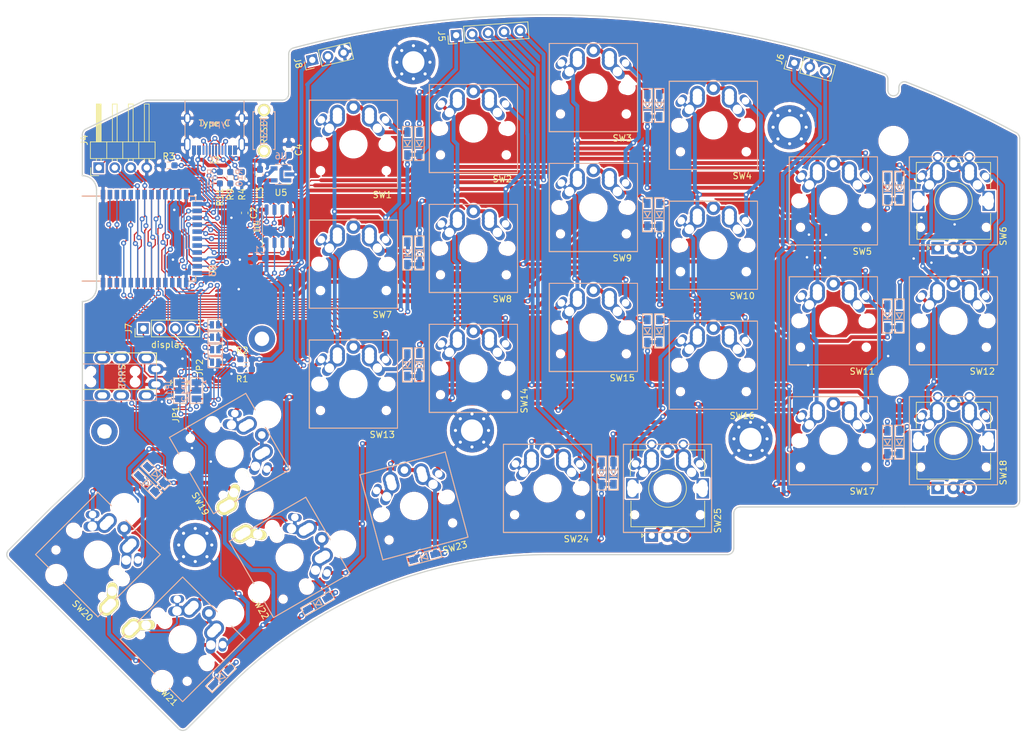
<source format=kicad_pcb>
(kicad_pcb (version 20171130) (host pcbnew 5.1.10)
  (layers (0 F.Cu signal) (31 B.Cu signal) (34 B.Paste user) (35 F.Paste user) (36 B.SilkS user) (37 F.SilkS user) (38 B.Mask user hide) (39 F.Mask user hide) (44 Edge.Cuts user))
  (net 0 "")
  (net 1 GND)
  (net 2 +3V3)
  (net 3 "Net-(D1-Pad2)")
  (net 4 "Net-(D2-Pad2)")
  (net 5 "Net-(D3-Pad2)")
  (net 6 "Net-(D4-Pad2)")
  (net 7 "Net-(D5-Pad2)")
  (net 8 "Net-(D6-Pad2)")
  (net 9 "Net-(D7-Pad2)")
  (net 10 "Net-(D8-Pad2)")
  (net 11 "Net-(D9-Pad2)")
  (net 12 "Net-(D10-Pad2)")
  (net 13 "Net-(D11-Pad2)")
  (net 14 "Net-(D12-Pad2)")
  (net 15 "Net-(D13-Pad2)")
  (net 16 "Net-(D14-Pad2)")
  (net 17 "Net-(D15-Pad2)")
  (net 18 "Net-(D16-Pad2)")
  (net 19 "Net-(D17-Pad2)")
  (net 20 "Net-(D18-Pad2)")
  (net 21 "Net-(D19-Pad2)")
  (net 22 "Net-(D20-Pad2)")
  (net 23 "Net-(D21-Pad2)")
  (net 24 "Net-(D22-Pad2)")
  (net 25 "Net-(D23-Pad2)")
  (net 26 "Net-(D24-Pad2)")
  (net 27 "Net-(D25-Pad2)")
  (net 28 VBUS)
  (net 29 /USBC_-)
  (net 30 /USBC_+)
  (net 31 /SWDIO)
  (net 32 /USBT-)
  (net 33 /USBB-)
  (net 34 /USBT+)
  (net 35 /USBB+)
  (net 36 /CC2)
  (net 37 /CC1)
  (net 38 /nReset)
  (net 39 /SIO3_B)
  (net 40 /SCLK_B)
  (net 41 /SIO0_B)
  (net 42 /SIO2_B)
  (net 43 /SIO1_B)
  (net 44 /nCS_B)
  (net 45 /SDA)
  (net 46 /SCL)
  (net 47 /SIO2_T)
  (net 48 /SIO0_T)
  (net 49 /SWCLK)
  (net 50 /nCS_T)
  (net 51 /SIO3_T)
  (net 52 /SIO1_T)
  (net 53 /SCLK_T)
  (net 54 /SDA_B)
  (net 55 /SCL_B)
  (net 56 /SCL_T)
  (net 57 /SDA_T)
  (net 58 /UART0_TX)
  (net 59 /UART0_RX)
  (net 60 /ROW0)
  (net 61 /ROW1)
  (net 62 /ROW2)
  (net 63 /ROW3)
  (net 64 /COL6)
  (net 65 /QDEC_B)
  (net 66 /QDEC_A)
  (net 67 /COL0)
  (net 68 /COL1)
  (net 69 /COL2)
  (net 70 /COL3)
  (net 71 /COL4)
  (net 72 /COL5)
  (net 73 "Net-(J9-PadD)")
  (net 74 "Net-(J9-PadC)")
  (net 75 "Net-(J10-PadD)")
  (net 76 "Net-(J10-PadC)")
  (module lib:C_0603_1608Metric_Pad1.08x0.95mm_HandSolder_mirror (layer F.Cu) (at 110.59922 60.38342 90)
    (fp_text reference C4 (at 0.00762 1.55448 90) (layer F.SilkS))
    (fp_text value 1u)
    (pad 1 smd roundrect (at -0.8625 0 90) (size 1.075 0.95) (layers B.Cu B.Paste B.Mask) (net 28 VBUS))
    (pad 2 smd roundrect (at 0.8625 0 90) (size 1.075 0.95) (layers B.Cu B.Paste B.Mask) (net 1 GND))
    (pad 1 smd roundrect (at -0.8625 0 90) (size 1.075 0.95) (layers F.Cu F.Paste F.Mask) (net 28 VBUS))
    (pad 2 smd roundrect (at 0.8625 0 90) (size 1.075 0.95) (layers F.Cu F.Paste F.Mask) (net 1 GND))
  )
  (module lib:C_0603_1608Metric_Pad1.08x0.95mm_HandSolder_mirror (layer F.Cu) (at 106.00944 64.36106 90)
    (fp_text reference C3 (at -2.83464 -0.00254 90) (layer F.SilkS))
    (fp_text value 1u)
    (pad 1 smd roundrect (at -0.8625 0 90) (size 1.075 0.95) (layers B.Cu B.Paste B.Mask) (net 2 +3V3))
    (pad 2 smd roundrect (at 0.8625 0 90) (size 1.075 0.95) (layers B.Cu B.Paste B.Mask) (net 1 GND))
    (pad 1 smd roundrect (at -0.8625 0 90) (size 1.075 0.95) (layers F.Cu F.Paste F.Mask) (net 2 +3V3))
    (pad 2 smd roundrect (at 0.8625 0 90) (size 1.075 0.95) (layers F.Cu F.Paste F.Mask) (net 1 GND))
  )
  (module Capacitor_SMD:C_0603_1608Metric_Pad1.08x0.95mm_HandSolder (layer F.Cu) (at 103.59644 70.40372 270)
    (fp_text reference C2 (at 0 -1.43 90) (layer F.SilkS))
    (fp_text value 100n)
    (pad 2 smd roundrect (at 0.8625 0 270) (size 1.075 0.95) (layers F.Cu F.Paste F.Mask) (net 1 GND))
    (pad 1 smd roundrect (at -0.8625 0 270) (size 1.075 0.95) (layers F.Cu F.Paste F.Mask) (net 2 +3V3))
  )
  (module Capacitor_SMD:C_0603_1608Metric_Pad1.08x0.95mm_HandSolder (layer B.Cu) (at 106.01452 77.67828 180)
    (fp_text reference C1 (at 0 1.43) (layer B.SilkS) (effects (justify mirror)))
    (fp_text value 100n)
    (pad 2 smd roundrect (at 0.8625 0 180) (size 1.075 0.95) (layers B.Cu B.Paste B.Mask) (net 1 GND))
    (pad 1 smd roundrect (at -0.8625 0 180) (size 1.075 0.95) (layers B.Cu B.Paste B.Mask) (net 2 +3V3))
  )
  (module lib:MX_ALPS_PG1350_noLed (layer F.Cu) (at 101.199951 108.63287 300)
    (fp_text reference SW19 (at 4.58 8.04 120) (layer F.SilkS))
    (fp_text value SW_PUSH hide)
    (pad 1 thru_hole oval (at 5.1 -3.9 250) (size 2.2 1.25) (drill 1.2) (layers *.Cu *.Mask) (net 68 /COL1))
    (pad "" np_thru_hole circle (at 0 0 30) (size 4 4) (drill 4) (layers *.Cu *.Mask))
    (pad "" np_thru_hole circle (at -5.5 0 30) (size 1.9 1.9) (drill 1.9) (layers *.Cu *.Mask))
    (pad "" np_thru_hole circle (at 5.5 0 30) (size 1.9 1.9) (drill 1.9) (layers *.Cu *.Mask))
    (pad 1 thru_hole oval (at -5.1 -3.9 350) (size 2.2 1.25) (drill 1.2) (layers *.Cu *.Mask) (net 68 /COL1))
    (pad 2 thru_hole circle (at 0 -5.9 30) (size 2.2 2.2) (drill 1.2) (layers *.Cu *.Mask) (net 21 "Net-(D19-Pad2)"))
    (pad 2 thru_hole circle (at 2.54 -5.08 300) (size 2.4 2.4) (drill 1.5) (layers *.Cu *.Mask) (net 21 "Net-(D19-Pad2)"))
    (pad 1 thru_hole oval (at -3.81 -2.54 350) (size 2.8 1.55) (drill 1.5) (layers *.Cu *.Mask) (net 68 /COL1))
    (pad 1 thru_hole circle (at -2.54 -5.08 300) (size 2.4 2.4) (drill 1.5) (layers *.Cu *.Mask) (net 68 /COL1))
    (pad 2 thru_hole oval (at 3.81 -2.54 250) (size 2.8 1.55) (drill 1.5) (layers *.Cu *.Mask) (net 21 "Net-(D19-Pad2)"))
    (pad 2 thru_hole circle (at 2.54 -4.5 300) (size 2.4 2.4) (drill 1.5) (layers *.Cu *.Mask) (net 21 "Net-(D19-Pad2)"))
    (pad 2 thru_hole circle (at 2.54 -4 300) (size 2.4 2.4) (drill 1.5) (layers *.Cu *.Mask) (net 21 "Net-(D19-Pad2)"))
    (pad 1 thru_hole circle (at -2.54 -4 300) (size 2.4 2.4) (drill 1.5) (layers *.Cu *.Mask) (net 68 /COL1))
    (pad 1 thru_hole circle (at -2.54 -4.5 300) (size 2.4 2.4) (drill 1.5) (layers *.Cu *.Mask) (net 68 /COL1))
    (pad "" np_thru_hole circle (at 5.08 0 300) (size 1.7 1.7) (drill 1.7) (layers *.Cu *.Mask))
    (pad "" np_thru_hole circle (at -5.08 0 300) (size 1.7 1.7) (drill 1.7) (layers *.Cu *.Mask))
    (pad "" np_thru_hole circle (at 5.22 4.2 300) (size 1 1) (drill 1) (layers *.Cu *.Mask))
    (pad "" np_thru_hole circle (at -5.22 4.2 300) (size 1 1) (drill 1) (layers *.Cu *.Mask))
  )
  (module kicad-footprints:MJ-4PP-9_1side (layer F.Cu) (at 77.69018 95.5466 90)
    (fp_text reference J10)
    (fp_text value MJ-4PP-9 hide)
    (fp_text user TRRS (at -0.75 6.45 90) (layer F.SilkS))
    (pad A thru_hole oval (at -2.1 11.8 90) (size 1.7 2.5) (drill oval 1 1.5) (layers *.Cu B.Mask) (net 1 GND) (clearance 0.15))
    (pad D thru_hole oval (at 2.1 10.3 90) (size 1.7 2.5) (drill oval 1 1.5) (layers *.Cu B.Mask) (net 75 "Net-(J10-PadD)") (clearance 0.15))
    (pad C thru_hole oval (at 2.1 6.3 90) (size 1.7 2.5) (drill oval 1 1.5) (layers *.Cu B.Mask) (net 76 "Net-(J10-PadC)"))
    (pad B thru_hole oval (at 2.1 3.3 90) (size 1.7 2.5) (drill oval 1 1.5) (layers *.Cu B.Mask) (net 2 +3V3))
    (pad "" np_thru_hole circle (at 0 8.5 90) (size 1.2 1.2) (drill 1.2) (layers *.Cu *.Mask))
    (pad "" np_thru_hole circle (at 0 1.5 90) (size 1.2 1.2) (drill 1.2) (layers *.Cu *.Mask))
  )
  (module kicad-footprints:MJ-4PP-9_1side (layer B.Cu) (at 77.69068 97.29782 270)
    (fp_text reference J9)
    (fp_text value MJ-4PP-9 hide)
    (fp_text user TRRS (at -0.75 -6.45 90) (layer B.SilkS) (effects (justify mirror)))
    (pad A thru_hole oval (at -2.1 -11.8 270) (size 1.7 2.5) (drill oval 1 1.5) (layers *.Cu F.Mask) (net 1 GND) (clearance 0.15))
    (pad D thru_hole oval (at 2.1 -10.3 270) (size 1.7 2.5) (drill oval 1 1.5) (layers *.Cu F.Mask) (net 73 "Net-(J9-PadD)") (clearance 0.15))
    (pad C thru_hole oval (at 2.1 -6.3 270) (size 1.7 2.5) (drill oval 1 1.5) (layers *.Cu F.Mask) (net 74 "Net-(J9-PadC)"))
    (pad B thru_hole oval (at 2.1 -3.3 270) (size 1.7 2.5) (drill oval 1 1.5) (layers *.Cu F.Mask) (net 2 +3V3))
    (pad "" np_thru_hole circle (at 0 -8.5 270) (size 1.2 1.2) (drill 1.2) (layers *.Cu *.Mask))
    (pad "" np_thru_hole circle (at 0 -1.5 270) (size 1.2 1.2) (drill 1.2) (layers *.Cu *.Mask))
  )
  (module lib:holyiot18010_no_inner (layer B.Cu) (at 81.1 81.23428 270)
    (fp_text reference U3 (at -1.65608 -17.4117 90) (layer B.SilkS) (effects (font (thickness 0.17)) (justify mirror)))
    (fp_text value holyiot18010)
    (pad 1 smd rect (at 0 0 270) (size 1.5 0.7) (drill (offset 0.25 0)) (layers B.Cu B.Paste B.Mask) (net 1 GND))
    (pad 1 smd rect (at -13.5 0 270) (size 1.5 0.7) (drill (offset -0.25 0)) (layers B.Cu B.Paste B.Mask) (net 1 GND))
    (pad 36 smd rect (at 0 -1.1 270) (size 1.5 0.7) (drill (offset 0.25 0)) (layers B.Cu B.Paste B.Mask))
    (pad 24 smd rect (at -1.25 -14.7 270) (size 0.7 1.5) (drill (offset 0 -0.25)) (layers B.Cu B.Paste B.Mask) (net 35 /USBB+))
    (pad 23 smd rect (at -2.35 -14.7 270) (size 0.7 1.5) (drill (offset 0 -0.25)) (layers B.Cu B.Paste B.Mask) (net 33 /USBB-))
    (pad 22 smd rect (at -3.45 -14.7 270) (size 0.7 1.5) (drill (offset 0 -0.25)) (layers B.Cu B.Paste B.Mask) (net 28 VBUS))
    (pad 21 smd rect (at -4.55 -14.7 270) (size 0.7 1.5) (drill (offset 0 -0.25)) (layers B.Cu B.Paste B.Mask) (net 38 /nReset))
    (pad 20 smd rect (at -5.65 -14.7 270) (size 0.7 1.5) (drill (offset 0 -0.25)) (layers B.Cu B.Paste B.Mask) (net 40 /SCLK_B))
    (pad 19 smd rect (at -6.75 -14.7 270) (size 0.7 1.5) (drill (offset 0 -0.25)) (layers B.Cu B.Paste B.Mask) (net 42 /SIO2_B))
    (pad 18 smd rect (at -7.85 -14.7 270) (size 0.7 1.5) (drill (offset 0 -0.25)) (layers B.Cu B.Paste B.Mask) (net 43 /SIO1_B))
    (pad 17 smd rect (at -8.95 -14.7 270) (size 0.7 1.5) (drill (offset 0 -0.25)) (layers B.Cu B.Paste B.Mask) (net 44 /nCS_B))
    (pad 16 smd rect (at -10.05 -14.7 270) (size 0.7 1.5) (drill (offset 0 -0.25)) (layers B.Cu B.Paste B.Mask) (net 58 /UART0_TX))
    (pad 15 smd rect (at -11.15 -14.7 270) (size 0.7 1.5) (drill (offset 0 -0.25)) (layers B.Cu B.Paste B.Mask) (net 59 /UART0_RX))
    (pad 14 smd rect (at -12.25 -14.7 270) (size 0.7 1.5) (drill (offset 0 -0.25)) (layers B.Cu B.Paste B.Mask) (net 2 +3V3))
    (pad 35 smd rect (at 0 -2.2 270) (size 1.5 0.7) (drill (offset 0.25 0)) (layers B.Cu B.Paste B.Mask))
    (pad 34 smd rect (at 0 -3.3 270) (size 1.5 0.7) (drill (offset 0.25 0)) (layers B.Cu B.Paste B.Mask) (net 69 /COL2))
    (pad 33 smd rect (at 0 -4.4 270) (size 1.5 0.7) (drill (offset 0.25 0)) (layers B.Cu B.Paste B.Mask) (net 70 /COL3))
    (pad 32 smd rect (at 0 -5.5 270) (size 1.5 0.7) (drill (offset 0.25 0)) (layers B.Cu B.Paste B.Mask) (net 31 /SWDIO))
    (pad 31 smd rect (at 0 -6.6 270) (size 1.5 0.7) (drill (offset 0.25 0)) (layers B.Cu B.Paste B.Mask) (net 49 /SWCLK))
    (pad 30 smd rect (at 0 -7.7 270) (size 1.5 0.7) (drill (offset 0.25 0)) (layers B.Cu B.Paste B.Mask) (net 72 /COL5))
    (pad 29 smd rect (at 0 -8.8 270) (size 1.5 0.7) (drill (offset 0.25 0)) (layers B.Cu B.Paste B.Mask) (net 64 /COL6))
    (pad 28 smd rect (at 0 -9.9 270) (size 1.5 0.7) (drill (offset 0.25 0)) (layers B.Cu B.Paste B.Mask) (net 71 /COL4))
    (pad 27 smd rect (at 0 -11 270) (size 1.5 0.7) (drill (offset 0.25 0)) (layers B.Cu B.Paste B.Mask) (net 41 /SIO0_B))
    (pad 26 smd rect (at 0 -12.1 270) (size 1.5 0.7) (drill (offset 0.25 0)) (layers B.Cu B.Paste B.Mask) (net 39 /SIO3_B))
    (pad 1 smd rect (at 0 -13.2 270) (size 1.5 0.7) (drill (offset 0.25 0)) (layers B.Cu B.Paste B.Mask) (net 1 GND))
    (pad 2 smd rect (at -13.5 -1.1 270) (size 1.5 0.7) (drill (offset -0.25 0)) (layers B.Cu B.Paste B.Mask) (net 67 /COL0))
    (pad 3 smd rect (at -13.5 -2.2 270) (size 1.5 0.7) (drill (offset -0.25 0)) (layers B.Cu B.Paste B.Mask) (net 68 /COL1))
    (pad 4 smd rect (at -13.5 -3.3 270) (size 1.5 0.7) (drill (offset -0.25 0)) (layers B.Cu B.Paste B.Mask))
    (pad 5 smd rect (at -13.5 -4.4 270) (size 1.5 0.7) (drill (offset -0.25 0)) (layers B.Cu B.Paste B.Mask))
    (pad 6 smd rect (at -13.5 -5.5 270) (size 1.5 0.7) (drill (offset -0.25 0)) (layers B.Cu B.Paste B.Mask) (net 61 /ROW1))
    (pad 7 smd rect (at -13.5 -6.6 270) (size 1.5 0.7) (drill (offset -0.25 0)) (layers B.Cu B.Paste B.Mask) (net 60 /ROW0))
    (pad 8 smd rect (at -13.5 -7.7 270) (size 1.5 0.7) (drill (offset -0.25 0)) (layers B.Cu B.Paste B.Mask) (net 62 /ROW2))
    (pad 9 smd rect (at -13.5 -8.8 270) (size 1.5 0.7) (drill (offset -0.25 0)) (layers B.Cu B.Paste B.Mask) (net 63 /ROW3))
    (pad 10 smd rect (at -13.5 -9.9 270) (size 1.5 0.7) (drill (offset -0.25 0)) (layers B.Cu B.Paste B.Mask) (net 66 /QDEC_A))
    (pad 11 smd rect (at -13.5 -11 270) (size 1.5 0.7) (drill (offset -0.25 0)) (layers B.Cu B.Paste B.Mask) (net 65 /QDEC_B))
    (pad 12 smd rect (at -13.5 -12.1 270) (size 1.5 0.7) (drill (offset -0.25 0)) (layers B.Cu B.Paste B.Mask) (net 45 /SDA))
    (pad 13 smd rect (at -13.5 -13.2 270) (size 1.5 0.7) (drill (offset -0.25 0)) (layers B.Cu B.Paste B.Mask) (net 46 /SCL))
  )
  (module lib:holyiot18010_no_inner (layer F.Cu) (at 81.1 67.7348 90)
    (fp_text reference U2 (at -11.8434 17.4117 90) (layer F.SilkS) (effects (font (thickness 0.17))))
    (fp_text value holyiot18010)
    (pad 1 smd rect (at 0 0 90) (size 1.5 0.7) (drill (offset 0.25 0)) (layers F.Cu F.Paste F.Mask) (net 1 GND))
    (pad 1 smd rect (at -13.5 0 90) (size 1.5 0.7) (drill (offset -0.25 0)) (layers F.Cu F.Paste F.Mask) (net 1 GND))
    (pad 36 smd rect (at 0 1.1 90) (size 1.5 0.7) (drill (offset 0.25 0)) (layers F.Cu F.Paste F.Mask))
    (pad 24 smd rect (at -1.25 14.7 90) (size 0.7 1.5) (drill (offset 0 0.25)) (layers F.Cu F.Paste F.Mask) (net 34 /USBT+))
    (pad 23 smd rect (at -2.35 14.7 90) (size 0.7 1.5) (drill (offset 0 0.25)) (layers F.Cu F.Paste F.Mask) (net 32 /USBT-))
    (pad 22 smd rect (at -3.45 14.7 90) (size 0.7 1.5) (drill (offset 0 0.25)) (layers F.Cu F.Paste F.Mask) (net 28 VBUS))
    (pad 21 smd rect (at -4.55 14.7 90) (size 0.7 1.5) (drill (offset 0 0.25)) (layers F.Cu F.Paste F.Mask) (net 38 /nReset))
    (pad 20 smd rect (at -5.65 14.7 90) (size 0.7 1.5) (drill (offset 0 0.25)) (layers F.Cu F.Paste F.Mask) (net 53 /SCLK_T))
    (pad 19 smd rect (at -6.75 14.7 90) (size 0.7 1.5) (drill (offset 0 0.25)) (layers F.Cu F.Paste F.Mask) (net 47 /SIO2_T))
    (pad 18 smd rect (at -7.85 14.7 90) (size 0.7 1.5) (drill (offset 0 0.25)) (layers F.Cu F.Paste F.Mask) (net 52 /SIO1_T))
    (pad 17 smd rect (at -8.95 14.7 90) (size 0.7 1.5) (drill (offset 0 0.25)) (layers F.Cu F.Paste F.Mask) (net 50 /nCS_T))
    (pad 16 smd rect (at -10.05 14.7 90) (size 0.7 1.5) (drill (offset 0 0.25)) (layers F.Cu F.Paste F.Mask) (net 58 /UART0_TX))
    (pad 15 smd rect (at -11.15 14.7 90) (size 0.7 1.5) (drill (offset 0 0.25)) (layers F.Cu F.Paste F.Mask) (net 59 /UART0_RX))
    (pad 14 smd rect (at -12.25 14.7 90) (size 0.7 1.5) (drill (offset 0 0.25)) (layers F.Cu F.Paste F.Mask) (net 2 +3V3))
    (pad 35 smd rect (at 0 2.2 90) (size 1.5 0.7) (drill (offset 0.25 0)) (layers F.Cu F.Paste F.Mask))
    (pad 34 smd rect (at 0 3.3 90) (size 1.5 0.7) (drill (offset 0.25 0)) (layers F.Cu F.Paste F.Mask) (net 69 /COL2))
    (pad 33 smd rect (at 0 4.4 90) (size 1.5 0.7) (drill (offset 0.25 0)) (layers F.Cu F.Paste F.Mask) (net 70 /COL3))
    (pad 32 smd rect (at 0 5.5 90) (size 1.5 0.7) (drill (offset 0.25 0)) (layers F.Cu F.Paste F.Mask) (net 31 /SWDIO))
    (pad 31 smd rect (at 0 6.6 90) (size 1.5 0.7) (drill (offset 0.25 0)) (layers F.Cu F.Paste F.Mask) (net 49 /SWCLK))
    (pad 30 smd rect (at 0 7.7 90) (size 1.5 0.7) (drill (offset 0.25 0)) (layers F.Cu F.Paste F.Mask) (net 72 /COL5))
    (pad 29 smd rect (at 0 8.8 90) (size 1.5 0.7) (drill (offset 0.25 0)) (layers F.Cu F.Paste F.Mask) (net 64 /COL6))
    (pad 28 smd rect (at 0 9.9 90) (size 1.5 0.7) (drill (offset 0.25 0)) (layers F.Cu F.Paste F.Mask) (net 71 /COL4))
    (pad 27 smd rect (at 0 11 90) (size 1.5 0.7) (drill (offset 0.25 0)) (layers F.Cu F.Paste F.Mask) (net 48 /SIO0_T))
    (pad 26 smd rect (at 0 12.1 90) (size 1.5 0.7) (drill (offset 0.25 0)) (layers F.Cu F.Paste F.Mask) (net 51 /SIO3_T))
    (pad 1 smd rect (at 0 13.2 90) (size 1.5 0.7) (drill (offset 0.25 0)) (layers F.Cu F.Paste F.Mask) (net 1 GND))
    (pad 2 smd rect (at -13.5 1.1 90) (size 1.5 0.7) (drill (offset -0.25 0)) (layers F.Cu F.Paste F.Mask) (net 67 /COL0))
    (pad 3 smd rect (at -13.5 2.2 90) (size 1.5 0.7) (drill (offset -0.25 0)) (layers F.Cu F.Paste F.Mask) (net 68 /COL1))
    (pad 4 smd rect (at -13.5 3.3 90) (size 1.5 0.7) (drill (offset -0.25 0)) (layers F.Cu F.Paste F.Mask))
    (pad 5 smd rect (at -13.5 4.4 90) (size 1.5 0.7) (drill (offset -0.25 0)) (layers F.Cu F.Paste F.Mask))
    (pad 6 smd rect (at -13.5 5.5 90) (size 1.5 0.7) (drill (offset -0.25 0)) (layers F.Cu F.Paste F.Mask) (net 61 /ROW1))
    (pad 7 smd rect (at -13.5 6.6 90) (size 1.5 0.7) (drill (offset -0.25 0)) (layers F.Cu F.Paste F.Mask) (net 60 /ROW0))
    (pad 8 smd rect (at -13.5 7.7 90) (size 1.5 0.7) (drill (offset -0.25 0)) (layers F.Cu F.Paste F.Mask) (net 62 /ROW2))
    (pad 9 smd rect (at -13.5 8.8 90) (size 1.5 0.7) (drill (offset -0.25 0)) (layers F.Cu F.Paste F.Mask) (net 63 /ROW3))
    (pad 10 smd rect (at -13.5 9.9 90) (size 1.5 0.7) (drill (offset -0.25 0)) (layers F.Cu F.Paste F.Mask) (net 66 /QDEC_A))
    (pad 11 smd rect (at -13.5 11 90) (size 1.5 0.7) (drill (offset -0.25 0)) (layers F.Cu F.Paste F.Mask) (net 65 /QDEC_B))
    (pad 12 smd rect (at -13.5 12.1 90) (size 1.5 0.7) (drill (offset -0.25 0)) (layers F.Cu F.Paste F.Mask) (net 45 /SDA))
    (pad 13 smd rect (at -13.5 13.2 90) (size 1.5 0.7) (drill (offset -0.25 0)) (layers F.Cu F.Paste F.Mask) (net 46 /SCL))
  )
  (module Connector_USB:USB_C_Receptacle_HRO_TYPE-C-31-M-12 (layer B.Cu) (at 98.8 56.4)
    (fp_text reference J3 (at 0 5.645) (layer B.SilkS) (effects (justify mirror)))
    (fp_text value USB_C_Receptacle_USB2.0)
    (pad B1 smd rect (at 3.25 4.045) (size 0.6 1.45) (layers B.Cu B.Paste B.Mask) (net 1 GND))
    (pad A9 smd rect (at 2.45 4.045) (size 0.6 1.45) (layers B.Cu B.Paste B.Mask) (net 28 VBUS))
    (pad B9 smd rect (at -2.45 4.045) (size 0.6 1.45) (layers B.Cu B.Paste B.Mask) (net 28 VBUS))
    (pad B12 smd rect (at -3.25 4.045) (size 0.6 1.45) (layers B.Cu B.Paste B.Mask) (net 1 GND))
    (pad A1 smd rect (at -3.25 4.045) (size 0.6 1.45) (layers B.Cu B.Paste B.Mask) (net 1 GND))
    (pad A4 smd rect (at -2.45 4.045) (size 0.6 1.45) (layers B.Cu B.Paste B.Mask) (net 28 VBUS))
    (pad B4 smd rect (at 2.45 4.045) (size 0.6 1.45) (layers B.Cu B.Paste B.Mask) (net 28 VBUS))
    (pad A12 smd rect (at 3.25 4.045) (size 0.6 1.45) (layers B.Cu B.Paste B.Mask) (net 1 GND))
    (pad B8 smd rect (at -1.75 4.045) (size 0.3 1.45) (layers B.Cu B.Paste B.Mask))
    (pad A5 smd rect (at -1.25 4.045) (size 0.3 1.45) (layers B.Cu B.Paste B.Mask) (net 37 /CC1))
    (pad B7 smd rect (at -0.75 4.045) (size 0.3 1.45) (layers B.Cu B.Paste B.Mask) (net 29 /USBC_-))
    (pad A7 smd rect (at 0.25 4.045) (size 0.3 1.45) (layers B.Cu B.Paste B.Mask) (net 29 /USBC_-))
    (pad B6 smd rect (at 0.75 4.045) (size 0.3 1.45) (layers B.Cu B.Paste B.Mask) (net 30 /USBC_+))
    (pad A8 smd rect (at 1.25 4.045) (size 0.3 1.45) (layers B.Cu B.Paste B.Mask))
    (pad B5 smd rect (at 1.75 4.045) (size 0.3 1.45) (layers B.Cu B.Paste B.Mask) (net 36 /CC2))
    (pad A6 smd rect (at -0.25 4.045) (size 0.3 1.45) (layers B.Cu B.Paste B.Mask) (net 30 /USBC_+))
    (pad S1 thru_hole oval (at 4.32 3.13) (size 1 2.1) (drill oval 0.6 1.7) (layers *.Cu *.Mask) (net 1 GND))
    (pad S1 thru_hole oval (at -4.32 3.13) (size 1 2.1) (drill oval 0.6 1.7) (layers *.Cu *.Mask) (net 1 GND))
    (pad "" np_thru_hole circle (at -2.89 2.6) (size 0.65 0.65) (drill 0.65) (layers *.Cu *.Mask))
    (pad S1 thru_hole oval (at -4.32 -1.05) (size 1 1.6) (drill oval 0.6 1.2) (layers *.Cu *.Mask) (net 1 GND))
    (pad "" np_thru_hole circle (at 2.89 2.6) (size 0.65 0.65) (drill 0.65) (layers *.Cu *.Mask))
    (pad S1 thru_hole oval (at 4.32 -1.05) (size 1 1.6) (drill oval 0.6 1.2) (layers *.Cu *.Mask) (net 1 GND))
  )
  (module lib:R_0603_1608Metric_Pad0.98x0.95mm_HandSolder (layer F.Cu) (at 103.11892 64.81318 90)
    (fp_text reference R4 (at -2.64293 0.05588 90) (layer F.SilkS))
    (fp_text value 5.1K)
    (pad 2 smd roundrect (at 0.9125 0 90) (size 0.975 0.95) (layers B.Cu B.Paste B.Mask) (net 36 /CC2))
    (pad 1 smd roundrect (at -0.9125 0 90) (size 0.975 0.95) (layers B.Cu B.Paste B.Mask) (net 1 GND))
    (pad 1 smd roundrect (at -0.9125 0 90) (size 0.975 0.95) (layers F.Cu F.Paste F.Mask) (net 1 GND))
    (pad 2 smd roundrect (at 0.9125 0 90) (size 0.975 0.95) (layers F.Cu F.Paste F.Mask) (net 36 /CC2))
  )
  (module lib:R_0603_1608Metric_Pad0.98x0.95mm_HandSolder (layer F.Cu) (at 91.53144 62.84976)
    (fp_text reference R3 (at 0 -1.43) (layer F.SilkS))
    (fp_text value 5.1K)
    (pad 2 smd roundrect (at 0.9125 0) (size 0.975 0.95) (layers B.Cu B.Paste B.Mask) (net 37 /CC1))
    (pad 1 smd roundrect (at -0.9125 0) (size 0.975 0.95) (layers B.Cu B.Paste B.Mask) (net 1 GND))
    (pad 1 smd roundrect (at -0.9125 0) (size 0.975 0.95) (layers F.Cu F.Paste F.Mask) (net 1 GND))
    (pad 2 smd roundrect (at 0.9125 0) (size 0.975 0.95) (layers F.Cu F.Paste F.Mask) (net 37 /CC1))
  )
  (module lib:R_0603_1608Metric_Pad0.98x0.95mm_HandSolder (layer F.Cu) (at 103.81488 93.65536)
    (fp_text reference R2 (at -0.62738 -1.40256) (layer F.SilkS))
    (fp_text value 4.7K)
    (pad 2 smd roundrect (at 0.9125 0) (size 0.975 0.95) (layers B.Cu B.Paste B.Mask) (net 2 +3V3))
    (pad 1 smd roundrect (at -0.9125 0) (size 0.975 0.95) (layers B.Cu B.Paste B.Mask) (net 46 /SCL))
    (pad 1 smd roundrect (at -0.9125 0) (size 0.975 0.95) (layers F.Cu F.Paste F.Mask) (net 46 /SCL))
    (pad 2 smd roundrect (at 0.9125 0) (size 0.975 0.95) (layers F.Cu F.Paste F.Mask) (net 2 +3V3))
  )
  (module lib:R_0603_1608Metric_Pad0.98x0.95mm_HandSolder (layer F.Cu) (at 103.81742 95.25762)
    (fp_text reference R1 (at -0.62992 1.52908) (layer F.SilkS))
    (fp_text value 4.7K)
    (pad 2 smd roundrect (at 0.9125 0) (size 0.975 0.95) (layers B.Cu B.Paste B.Mask) (net 2 +3V3))
    (pad 1 smd roundrect (at -0.9125 0) (size 0.975 0.95) (layers B.Cu B.Paste B.Mask) (net 45 /SDA))
    (pad 1 smd roundrect (at -0.9125 0) (size 0.975 0.95) (layers F.Cu F.Paste F.Mask) (net 45 /SDA))
    (pad 2 smd roundrect (at 0.9125 0) (size 0.975 0.95) (layers F.Cu F.Paste F.Mask) (net 2 +3V3))
  )
  (module lib:MX_ALPS_PG1350_noLed (layer F.Cu) (at 197.048121 106.591725)
    (fp_text reference SW17 (at 4.58 8.04) (layer F.SilkS))
    (fp_text value SW_PUSH hide)
    (pad 1 thru_hole oval (at 5.1 -3.9 310) (size 2.2 1.25) (drill 1.2) (layers *.Cu *.Mask) (net 71 /COL4))
    (pad "" np_thru_hole circle (at 0 0 90) (size 4 4) (drill 4) (layers *.Cu *.Mask))
    (pad "" np_thru_hole circle (at -5.5 0 90) (size 1.9 1.9) (drill 1.9) (layers *.Cu *.Mask))
    (pad "" np_thru_hole circle (at 5.5 0 90) (size 1.9 1.9) (drill 1.9) (layers *.Cu *.Mask))
    (pad 1 thru_hole oval (at -5.1 -3.9 50) (size 2.2 1.25) (drill 1.2) (layers *.Cu *.Mask) (net 71 /COL4))
    (pad 2 thru_hole circle (at 0 -5.9 90) (size 2.2 2.2) (drill 1.2) (layers *.Cu *.Mask) (net 19 "Net-(D17-Pad2)"))
    (pad 2 thru_hole circle (at 2.54 -5.08) (size 2.4 2.4) (drill 1.5) (layers *.Cu *.Mask) (net 19 "Net-(D17-Pad2)"))
    (pad 1 thru_hole oval (at -3.81 -2.54 50) (size 2.8 1.55) (drill 1.5) (layers *.Cu *.Mask) (net 71 /COL4))
    (pad 1 thru_hole circle (at -2.54 -5.08) (size 2.4 2.4) (drill 1.5) (layers *.Cu *.Mask) (net 71 /COL4))
    (pad 2 thru_hole oval (at 3.81 -2.54 310) (size 2.8 1.55) (drill 1.5) (layers *.Cu *.Mask) (net 19 "Net-(D17-Pad2)"))
    (pad 2 thru_hole circle (at 2.54 -4.5) (size 2.4 2.4) (drill 1.5) (layers *.Cu *.Mask) (net 19 "Net-(D17-Pad2)"))
    (pad 2 thru_hole circle (at 2.54 -4) (size 2.4 2.4) (drill 1.5) (layers *.Cu *.Mask) (net 19 "Net-(D17-Pad2)"))
    (pad 1 thru_hole circle (at -2.54 -4) (size 2.4 2.4) (drill 1.5) (layers *.Cu *.Mask) (net 71 /COL4))
    (pad 1 thru_hole circle (at -2.54 -4.5) (size 2.4 2.4) (drill 1.5) (layers *.Cu *.Mask) (net 71 /COL4))
    (pad "" np_thru_hole circle (at 5.08 0) (size 1.7 1.7) (drill 1.7) (layers *.Cu *.Mask))
    (pad "" np_thru_hole circle (at -5.08 0) (size 1.7 1.7) (drill 1.7) (layers *.Cu *.Mask))
    (pad "" np_thru_hole circle (at 5.22 4.2) (size 1 1) (drill 1) (layers *.Cu *.Mask))
    (pad "" np_thru_hole circle (at -5.22 4.2) (size 1 1) (drill 1) (layers *.Cu *.Mask))
  )
  (module lib:MX_ALPS_PG1350_noLed (layer F.Cu) (at 110.724951 125.130654 300)
    (fp_text reference SW22 (at 4.58 8.04 120) (layer F.SilkS))
    (fp_text value SW_PUSH hide)
    (pad 1 thru_hole oval (at 5.1 -3.9 250) (size 2.2 1.25) (drill 1.2) (layers *.Cu *.Mask) (net 69 /COL2))
    (pad "" np_thru_hole circle (at 0 0 30) (size 4 4) (drill 4) (layers *.Cu *.Mask))
    (pad "" np_thru_hole circle (at -5.5 0 30) (size 1.9 1.9) (drill 1.9) (layers *.Cu *.Mask))
    (pad "" np_thru_hole circle (at 5.5 0 30) (size 1.9 1.9) (drill 1.9) (layers *.Cu *.Mask))
    (pad 1 thru_hole oval (at -5.1 -3.9 350) (size 2.2 1.25) (drill 1.2) (layers *.Cu *.Mask) (net 69 /COL2))
    (pad 2 thru_hole circle (at 0 -5.9 30) (size 2.2 2.2) (drill 1.2) (layers *.Cu *.Mask) (net 24 "Net-(D22-Pad2)"))
    (pad 2 thru_hole circle (at 2.54 -5.08 300) (size 2.4 2.4) (drill 1.5) (layers *.Cu *.Mask) (net 24 "Net-(D22-Pad2)"))
    (pad 1 thru_hole oval (at -3.81 -2.54 350) (size 2.8 1.55) (drill 1.5) (layers *.Cu *.Mask) (net 69 /COL2))
    (pad 1 thru_hole circle (at -2.54 -5.08 300) (size 2.4 2.4) (drill 1.5) (layers *.Cu *.Mask) (net 69 /COL2))
    (pad 2 thru_hole oval (at 3.81 -2.54 250) (size 2.8 1.55) (drill 1.5) (layers *.Cu *.Mask) (net 24 "Net-(D22-Pad2)"))
    (pad 2 thru_hole circle (at 2.54 -4.5 300) (size 2.4 2.4) (drill 1.5) (layers *.Cu *.Mask) (net 24 "Net-(D22-Pad2)"))
    (pad 2 thru_hole circle (at 2.54 -4 300) (size 2.4 2.4) (drill 1.5) (layers *.Cu *.Mask) (net 24 "Net-(D22-Pad2)"))
    (pad 1 thru_hole circle (at -2.54 -4 300) (size 2.4 2.4) (drill 1.5) (layers *.Cu *.Mask) (net 69 /COL2))
    (pad 1 thru_hole circle (at -2.54 -4.5 300) (size 2.4 2.4) (drill 1.5) (layers *.Cu *.Mask) (net 69 /COL2))
    (pad "" np_thru_hole circle (at 5.08 0 300) (size 1.7 1.7) (drill 1.7) (layers *.Cu *.Mask))
    (pad "" np_thru_hole circle (at -5.08 0 300) (size 1.7 1.7) (drill 1.7) (layers *.Cu *.Mask))
    (pad "" np_thru_hole circle (at 5.22 4.2 300) (size 1 1) (drill 1) (layers *.Cu *.Mask))
    (pad "" np_thru_hole circle (at -5.22 4.2 300) (size 1 1) (drill 1) (layers *.Cu *.Mask))
  )
  (module Connector_PinHeader_2.54mm:PinHeader_1x03_P2.54mm_Vertical (layer F.Cu) (at 114.32794 46.09592 103)
    (fp_text reference J8 (at 0 -2.33 103) (layer F.SilkS))
    (fp_text value Conn_01x03)
    (pad 3 thru_hole oval (at 0 5.08 103) (size 1.7 1.7) (drill 1) (layers *.Cu *.Mask) (net 1 GND))
    (pad 2 thru_hole oval (at 0 2.54 103) (size 1.7 1.7) (drill 1) (layers *.Cu *.Mask) (net 59 /UART0_RX))
    (pad 1 thru_hole rect (at 0 0 103) (size 1.7 1.7) (drill 1) (layers *.Cu *.Mask) (net 58 /UART0_TX))
  )
  (module Connector_PinHeader_2.54mm:PinHeader_1x05_P2.54mm_Vertical (layer F.Cu) (at 137.16508 42.17416 94)
    (fp_text reference J5 (at 0 -2.33 94) (layer F.SilkS))
    (fp_text value Conn_01x05)
    (pad 5 thru_hole oval (at 0 10.16 94) (size 1.7 1.7) (drill 1) (layers *.Cu *.Mask) (net 64 /COL6))
    (pad 4 thru_hole oval (at 0 7.62 94) (size 1.7 1.7) (drill 1) (layers *.Cu *.Mask) (net 63 /ROW3))
    (pad 3 thru_hole oval (at 0 5.08 94) (size 1.7 1.7) (drill 1) (layers *.Cu *.Mask) (net 62 /ROW2))
    (pad 2 thru_hole oval (at 0 2.54 94) (size 1.7 1.7) (drill 1) (layers *.Cu *.Mask) (net 61 /ROW1))
    (pad 1 thru_hole rect (at 0 0 94) (size 1.7 1.7) (drill 1) (layers *.Cu *.Mask) (net 60 /ROW0))
  )
  (module Package_TO_SOT_SMD:SOT-23-5 (layer F.Cu) (at 109.34926 64.2857 180)
    (fp_text reference U5 (at 0 -2.9) (layer F.SilkS))
    (fp_text value TLV73333PDBV hide)
    (pad 5 smd rect (at 1.1 -0.95 180) (size 1.06 0.65) (layers F.Cu F.Paste F.Mask) (net 2 +3V3))
    (pad 4 smd rect (at 1.1 0.95 180) (size 1.06 0.65) (layers F.Cu F.Paste F.Mask))
    (pad 3 smd rect (at -1.1 0.95 180) (size 1.06 0.65) (layers F.Cu F.Paste F.Mask) (net 28 VBUS))
    (pad 2 smd rect (at -1.1 0 180) (size 1.06 0.65) (layers F.Cu F.Paste F.Mask) (net 1 GND))
    (pad 1 smd rect (at -1.1 -0.95 180) (size 1.06 0.65) (layers F.Cu F.Paste F.Mask) (net 28 VBUS))
  )
  (module Package_TO_SOT_SMD:SOT-23-5 (layer B.Cu) (at 109.34954 64.2874 180)
    (fp_text reference U6 (at 0 2.9) (layer B.SilkS) (effects (justify mirror)))
    (fp_text value TLV73333PDBV hide)
    (pad 5 smd rect (at 1.1 0.95 180) (size 1.06 0.65) (layers B.Cu B.Paste B.Mask) (net 2 +3V3))
    (pad 4 smd rect (at 1.1 -0.95 180) (size 1.06 0.65) (layers B.Cu B.Paste B.Mask))
    (pad 3 smd rect (at -1.1 -0.95 180) (size 1.06 0.65) (layers B.Cu B.Paste B.Mask) (net 28 VBUS))
    (pad 2 smd rect (at -1.1 0 180) (size 1.06 0.65) (layers B.Cu B.Paste B.Mask) (net 1 GND))
    (pad 1 smd rect (at -1.1 0.95 180) (size 1.06 0.65) (layers B.Cu B.Paste B.Mask) (net 28 VBUS))
  )
  (module Jumper:SolderJumper-3_P1.3mm_Bridged12_Pad1.0x1.5mm (layer B.Cu) (at 95.9358 98.6282 270)
    (fp_text reference JP12 (at 0 1.8 270) (layer B.SilkS) (effects (justify mirror)))
    (fp_text value SolderJumper_3_Bridged12 hide)
    (fp_poly (pts (xy -0.9 0.3) (xy -0.4 0.3) (xy -0.4 -0.3) (xy -0.9 -0.3)) (layer B.Cu) (width 0))
    (pad 2 smd rect (at 0 0 270) (size 1 1.5) (layers B.Cu B.Mask) (net 74 "Net-(J9-PadC)"))
    (pad 3 smd rect (at 1.3 0 270) (size 1 1.5) (layers B.Cu B.Mask) (net 45 /SDA))
    (pad 1 smd rect (at -1.3 0 270) (size 1 1.5) (layers B.Cu B.Mask) (net 58 /UART0_TX))
  )
  (module Jumper:SolderJumper-3_P1.3mm_Bridged12_Pad1.0x1.5mm (layer B.Cu) (at 93.31452 98.6282 270)
    (fp_text reference JP11 (at 0 1.8 90) (layer B.SilkS) (effects (justify mirror)))
    (fp_text value SolderJumper_3_Bridged12 hide)
    (fp_poly (pts (xy -0.9 0.3) (xy -0.4 0.3) (xy -0.4 -0.3) (xy -0.9 -0.3)) (layer B.Cu) (width 0))
    (pad 2 smd rect (at 0 0 270) (size 1 1.5) (layers B.Cu B.Mask) (net 73 "Net-(J9-PadD)"))
    (pad 3 smd rect (at 1.3 0 270) (size 1 1.5) (layers B.Cu B.Mask) (net 46 /SCL))
    (pad 1 smd rect (at -1.3 0 270) (size 1 1.5) (layers B.Cu B.Mask) (net 59 /UART0_RX))
  )
  (module Connector_PinHeader_2.54mm:PinHeader_1x04_P2.54mm_Vertical (layer F.Cu) (at 87.50554 88.76538 90)
    (fp_text reference J7 (at 0 -2.33 90) (layer F.SilkS))
    (fp_text value display (at -2.57302 3.87096 180) (layer F.SilkS))
    (pad 4 thru_hole oval (at 0 7.62 90) (size 1.7 1.7) (drill 1) (layers *.Cu *.Mask) (net 54 /SDA_B))
    (pad 3 thru_hole oval (at 0 5.08 90) (size 1.7 1.7) (drill 1) (layers *.Cu *.Mask) (net 55 /SCL_B))
    (pad 2 thru_hole oval (at 0 2.54 90) (size 1.7 1.7) (drill 1) (layers *.Cu *.Mask) (net 56 /SCL_T))
    (pad 1 thru_hole rect (at 0 0 90) (size 1.7 1.7) (drill 1) (layers *.Cu *.Mask) (net 57 /SDA_T))
  )
  (module kicad-footprints:Jumper (layer F.Cu) (at 98.8822 88.17864 180)
    (fp_text reference JP10 hide)
    (fp_text value SolderJumper_2_Open hide)
    (pad 2 smd rect (at 0.50038 0 180) (size 0.635 1.143) (layers F.Cu F.Paste F.Mask) (net 54 /SDA_B) (clearance 0.1905))
    (pad 1 smd rect (at -0.50038 0 180) (size 0.635 1.143) (layers F.Cu F.Paste F.Mask) (net 1 GND) (clearance 0.1905))
  )
  (module kicad-footprints:Jumper (layer B.Cu) (at 98.8822 88.17864 180)
    (fp_text reference JP9 hide)
    (fp_text value SolderJumper_2_Open hide)
    (pad 2 smd rect (at 0.50038 0 180) (size 0.635 1.143) (layers B.Cu B.Paste B.Mask) (net 54 /SDA_B) (clearance 0.1905))
    (pad 1 smd rect (at -0.50038 0 180) (size 0.635 1.143) (layers B.Cu B.Paste B.Mask) (net 45 /SDA) (clearance 0.1905))
  )
  (module kicad-footprints:Jumper (layer F.Cu) (at 98.90252 90.15222 180)
    (fp_text reference JP8 hide)
    (fp_text value SolderJumper_2_Open hide)
    (pad 2 smd rect (at 0.50038 0 180) (size 0.635 1.143) (layers F.Cu F.Paste F.Mask) (net 55 /SCL_B) (clearance 0.1905))
    (pad 1 smd rect (at -0.50038 0 180) (size 0.635 1.143) (layers F.Cu F.Paste F.Mask) (net 2 +3V3) (clearance 0.1905))
  )
  (module kicad-footprints:Jumper (layer B.Cu) (at 98.90252 90.15222 180)
    (fp_text reference JP7 hide)
    (fp_text value SolderJumper_2_Open hide)
    (pad 2 smd rect (at 0.50038 0 180) (size 0.635 1.143) (layers B.Cu B.Paste B.Mask) (net 55 /SCL_B) (clearance 0.1905))
    (pad 1 smd rect (at -0.50038 0 180) (size 0.635 1.143) (layers B.Cu B.Paste B.Mask) (net 46 /SCL) (clearance 0.1905))
  )
  (module kicad-footprints:Jumper (layer F.Cu) (at 98.91268 92.13596 180)
    (fp_text reference JP6 hide)
    (fp_text value SolderJumper_2_Open hide)
    (pad 2 smd rect (at 0.50038 0 180) (size 0.635 1.143) (layers F.Cu F.Paste F.Mask) (net 56 /SCL_T) (clearance 0.1905))
    (pad 1 smd rect (at -0.50038 0 180) (size 0.635 1.143) (layers F.Cu F.Paste F.Mask) (net 46 /SCL) (clearance 0.1905))
  )
  (module kicad-footprints:Jumper (layer B.Cu) (at 98.91268 92.13596 180)
    (fp_text reference JP5 hide)
    (fp_text value SolderJumper_2_Open hide)
    (pad 2 smd rect (at 0.50038 0 180) (size 0.635 1.143) (layers B.Cu B.Paste B.Mask) (net 56 /SCL_T) (clearance 0.1905))
    (pad 1 smd rect (at -0.50038 0 180) (size 0.635 1.143) (layers B.Cu B.Paste B.Mask) (net 2 +3V3) (clearance 0.1905))
  )
  (module kicad-footprints:Jumper (layer F.Cu) (at 98.90506 94.1197 180)
    (fp_text reference JP4 hide)
    (fp_text value SolderJumper_2_Open hide)
    (pad 2 smd rect (at 0.50038 0 180) (size 0.635 1.143) (layers F.Cu F.Paste F.Mask) (net 57 /SDA_T) (clearance 0.1905))
    (pad 1 smd rect (at -0.50038 0 180) (size 0.635 1.143) (layers F.Cu F.Paste F.Mask) (net 45 /SDA) (clearance 0.1905))
  )
  (module kicad-footprints:Jumper (layer B.Cu) (at 98.90506 94.1197 180)
    (fp_text reference JP3 hide)
    (fp_text value SolderJumper_2_Open hide)
    (pad 2 smd rect (at 0.50038 0 180) (size 0.635 1.143) (layers B.Cu B.Paste B.Mask) (net 57 /SDA_T) (clearance 0.1905))
    (pad 1 smd rect (at -0.50038 0 180) (size 0.635 1.143) (layers B.Cu B.Paste B.Mask) (net 1 GND) (clearance 0.1905))
  )
  (module Jumper:SolderJumper-3_P1.3mm_Bridged12_Pad1.0x1.5mm (layer F.Cu) (at 95.9358 98.6282 270)
    (fp_text reference JP2 (at -3.683 -0.508 90) (layer F.SilkS))
    (fp_text value SolderJumper_3_Bridged12 hide)
    (fp_poly (pts (xy -0.9 -0.3) (xy -0.4 -0.3) (xy -0.4 0.3) (xy -0.9 0.3)) (layer F.Cu) (width 0))
    (pad 2 smd rect (at 0 0 270) (size 1 1.5) (layers F.Cu F.Mask) (net 76 "Net-(J10-PadC)"))
    (pad 3 smd rect (at 1.3 0 270) (size 1 1.5) (layers F.Cu F.Mask) (net 45 /SDA))
    (pad 1 smd rect (at -1.3 0 270) (size 1 1.5) (layers F.Cu F.Mask) (net 59 /UART0_RX))
  )
  (module Jumper:SolderJumper-3_P1.3mm_Bridged12_Pad1.0x1.5mm (layer F.Cu) (at 93.31452 98.6282 270)
    (fp_text reference JP1 (at 3.7973 0.64262 90) (layer F.SilkS))
    (fp_text value SolderJumper_3_Bridged12 hide)
    (fp_poly (pts (xy -0.9 -0.3) (xy -0.4 -0.3) (xy -0.4 0.3) (xy -0.9 0.3)) (layer F.Cu) (width 0))
    (pad 2 smd rect (at 0 0 270) (size 1 1.5) (layers F.Cu F.Mask) (net 75 "Net-(J10-PadD)"))
    (pad 3 smd rect (at 1.3 0 270) (size 1 1.5) (layers F.Cu F.Mask) (net 46 /SCL))
    (pad 1 smd rect (at -1.3 0 270) (size 1 1.5) (layers F.Cu F.Mask) (net 58 /UART0_TX))
  )
  (module Connector_PinHeader_2.54mm:PinHeader_1x03_P2.54mm_Vertical (layer F.Cu) (at 190.83782 46.5582 75)
    (fp_text reference J6 (at 0 -2.33 75) (layer F.SilkS))
    (fp_text value Conn_01x03)
    (pad 3 thru_hole oval (at 0 5.08 75) (size 1.7 1.7) (drill 1) (layers *.Cu *.Mask) (net 65 /QDEC_B))
    (pad 2 thru_hole oval (at 0 2.54 75) (size 1.7 1.7) (drill 1) (layers *.Cu *.Mask) (net 1 GND))
    (pad 1 thru_hole rect (at 0 0 75) (size 1.7 1.7) (drill 1) (layers *.Cu *.Mask) (net 66 /QDEC_A))
  )
  (module Connector_PinHeader_2.54mm:PinHeader_1x04_P2.54mm_Horizontal (layer F.Cu) (at 80.42148 63.21552 90)
    (fp_text reference J4 (at 4.385 -2.27 90) (layer F.SilkS))
    (fp_text value SWD)
    (pad 4 thru_hole oval (at 0 7.62 90) (size 1.7 1.7) (drill 1) (layers *.Cu *.Mask) (net 1 GND))
    (pad 3 thru_hole oval (at 0 5.08 90) (size 1.7 1.7) (drill 1) (layers *.Cu *.Mask) (net 49 /SWCLK))
    (pad 2 thru_hole oval (at 0 2.54 90) (size 1.7 1.7) (drill 1) (layers *.Cu *.Mask) (net 31 /SWDIO))
    (pad 1 thru_hole rect (at 0 0 90) (size 1.7 1.7) (drill 1) (layers *.Cu *.Mask) (net 2 +3V3))
  )
  (module Package_SO:SOP-8_3.9x4.9mm_P1.27mm (layer F.Cu) (at 108.95584 72.51192 90)
    (fp_text reference U4 (at 0 -3.4 90) (layer F.SilkS))
    (fp_text value MX25R3235FM1xx0)
    (pad 8 smd roundrect (at 2.625 -1.905 90) (size 1.65 0.6) (layers F.Cu F.Paste F.Mask) (net 2 +3V3))
    (pad 7 smd roundrect (at 2.625 -0.635 90) (size 1.65 0.6) (layers F.Cu F.Paste F.Mask) (net 51 /SIO3_T))
    (pad 6 smd roundrect (at 2.625 0.635 90) (size 1.65 0.6) (layers F.Cu F.Paste F.Mask) (net 53 /SCLK_T))
    (pad 5 smd roundrect (at 2.625 1.905 90) (size 1.65 0.6) (layers F.Cu F.Paste F.Mask) (net 48 /SIO0_T))
    (pad 4 smd roundrect (at -2.625 1.905 90) (size 1.65 0.6) (layers F.Cu F.Paste F.Mask) (net 1 GND))
    (pad 3 smd roundrect (at -2.625 0.635 90) (size 1.65 0.6) (layers F.Cu F.Paste F.Mask) (net 47 /SIO2_T))
    (pad 2 smd roundrect (at -2.625 -0.635 90) (size 1.65 0.6) (layers F.Cu F.Paste F.Mask) (net 52 /SIO1_T))
    (pad 1 smd roundrect (at -2.625 -1.905 90) (size 1.65 0.6) (layers F.Cu F.Paste F.Mask) (net 50 /nCS_T))
  )
  (module lib:MX_ALPS_PG1350_noLed (layer F.Cu) (at 120.84812 59.4995)
    (fp_text reference SW1 (at 4.58 8.04) (layer F.SilkS))
    (fp_text value SW_PUSH hide)
    (pad 1 thru_hole oval (at 5.1 -3.9 310) (size 2.2 1.25) (drill 1.2) (layers *.Cu *.Mask) (net 67 /COL0))
    (pad "" np_thru_hole circle (at 0 0 90) (size 4 4) (drill 4) (layers *.Cu *.Mask))
    (pad "" np_thru_hole circle (at -5.5 0 90) (size 1.9 1.9) (drill 1.9) (layers *.Cu *.Mask))
    (pad "" np_thru_hole circle (at 5.5 0 90) (size 1.9 1.9) (drill 1.9) (layers *.Cu *.Mask))
    (pad 1 thru_hole oval (at -5.1 -3.9 50) (size 2.2 1.25) (drill 1.2) (layers *.Cu *.Mask) (net 67 /COL0))
    (pad 2 thru_hole circle (at 0 -5.9 90) (size 2.2 2.2) (drill 1.2) (layers *.Cu *.Mask) (net 3 "Net-(D1-Pad2)"))
    (pad 2 thru_hole circle (at 2.54 -5.08) (size 2.4 2.4) (drill 1.5) (layers *.Cu *.Mask) (net 3 "Net-(D1-Pad2)"))
    (pad 1 thru_hole oval (at -3.81 -2.54 50) (size 2.8 1.55) (drill 1.5) (layers *.Cu *.Mask) (net 67 /COL0))
    (pad 1 thru_hole circle (at -2.54 -5.08) (size 2.4 2.4) (drill 1.5) (layers *.Cu *.Mask) (net 67 /COL0))
    (pad 2 thru_hole oval (at 3.81 -2.54 310) (size 2.8 1.55) (drill 1.5) (layers *.Cu *.Mask) (net 3 "Net-(D1-Pad2)"))
    (pad 2 thru_hole circle (at 2.54 -4.5) (size 2.4 2.4) (drill 1.5) (layers *.Cu *.Mask) (net 3 "Net-(D1-Pad2)"))
    (pad 2 thru_hole circle (at 2.54 -4) (size 2.4 2.4) (drill 1.5) (layers *.Cu *.Mask) (net 3 "Net-(D1-Pad2)"))
    (pad 1 thru_hole circle (at -2.54 -4) (size 2.4 2.4) (drill 1.5) (layers *.Cu *.Mask) (net 67 /COL0))
    (pad 1 thru_hole circle (at -2.54 -4.5) (size 2.4 2.4) (drill 1.5) (layers *.Cu *.Mask) (net 67 /COL0))
    (pad "" np_thru_hole circle (at 5.08 0) (size 1.7 1.7) (drill 1.7) (layers *.Cu *.Mask))
    (pad "" np_thru_hole circle (at -5.08 0) (size 1.7 1.7) (drill 1.7) (layers *.Cu *.Mask))
    (pad "" np_thru_hole circle (at 5.22 4.2) (size 1 1) (drill 1) (layers *.Cu *.Mask))
    (pad "" np_thru_hole circle (at -5.22 4.2) (size 1 1) (drill 1) (layers *.Cu *.Mask))
  )
  (module Rotary_Encoder:RotaryEncoder_Alps_EC11E_Vertical_H20mm (layer F.Cu) (at 168.212229 121.661542 90)
    (fp_text reference SW30 hide)
    (fp_text value Rotary_Encoder hide)
    (pad A thru_hole rect (at 0 0 90) (size 2 2) (drill 1) (layers *.Cu *.Mask) (net 66 /QDEC_A))
    (pad C thru_hole circle (at 0 2.5 90) (size 2 2) (drill 1) (layers *.Cu *.Mask) (net 1 GND))
    (pad B thru_hole circle (at 0 5 90) (size 2 2) (drill 1) (layers *.Cu *.Mask) (net 65 /QDEC_B))
    (pad MP thru_hole rect (at 7.5 -3.1 90) (size 3.2 2) (drill oval 2.8 1.5) (layers *.Cu *.Mask))
    (pad MP thru_hole rect (at 7.5 8.1 90) (size 3.2 2) (drill oval 2.8 1.5) (layers *.Cu *.Mask))
    (pad "" thru_hole circle (at 14.5 0 90) (size 1.5 1.5) (drill 1) (layers *.Cu *.Mask))
    (pad "" thru_hole circle (at 14.5 5 90) (size 1.5 1.5) (drill 1) (layers *.Cu *.Mask))
  )
  (module Rotary_Encoder:RotaryEncoder_Alps_EC11E_Vertical_H20mm (layer F.Cu) (at 213.60574 114.091725 90)
    (fp_text reference SW29 hide)
    (fp_text value Rotary_Encoder hide)
    (pad A thru_hole rect (at 0 0 90) (size 2 2) (drill 1) (layers *.Cu *.Mask) (net 66 /QDEC_A))
    (pad C thru_hole circle (at 0 2.5 90) (size 2 2) (drill 1) (layers *.Cu *.Mask) (net 1 GND))
    (pad B thru_hole circle (at 0 5 90) (size 2 2) (drill 1) (layers *.Cu *.Mask) (net 65 /QDEC_B))
    (pad MP thru_hole rect (at 7.5 -3.1 90) (size 3.2 2) (drill oval 2.8 1.5) (layers *.Cu *.Mask))
    (pad MP thru_hole rect (at 7.5 8.1 90) (size 3.2 2) (drill oval 2.8 1.5) (layers *.Cu *.Mask))
    (pad "" thru_hole circle (at 14.5 0 90) (size 1.5 1.5) (drill 1) (layers *.Cu *.Mask))
    (pad "" thru_hole circle (at 14.5 5 90) (size 1.5 1.5) (drill 1) (layers *.Cu *.Mask))
  )
  (module Rotary_Encoder:RotaryEncoder_Alps_EC11E_Vertical_H20mm (layer F.Cu) (at 213.60574 75.991725 90)
    (fp_text reference SW28 hide)
    (fp_text value Rotary_Encoder hide)
    (pad A thru_hole rect (at 0 0 90) (size 2 2) (drill 1) (layers *.Cu *.Mask) (net 66 /QDEC_A))
    (pad C thru_hole circle (at 0 2.5 90) (size 2 2) (drill 1) (layers *.Cu *.Mask) (net 1 GND))
    (pad B thru_hole circle (at 0 5 90) (size 2 2) (drill 1) (layers *.Cu *.Mask) (net 65 /QDEC_B))
    (pad MP thru_hole rect (at 7.5 -3.1 90) (size 3.2 2) (drill oval 2.8 1.5) (layers *.Cu *.Mask))
    (pad MP thru_hole rect (at 7.5 8.1 90) (size 3.2 2) (drill oval 2.8 1.5) (layers *.Cu *.Mask))
    (pad "" thru_hole circle (at 14.5 0 90) (size 1.5 1.5) (drill 1) (layers *.Cu *.Mask))
    (pad "" thru_hole circle (at 14.5 5 90) (size 1.5 1.5) (drill 1) (layers *.Cu *.Mask))
  )
  (module lib:MX_ALPS_PG1350_noLed (layer F.Cu) (at 151.662229 114.161542)
    (fp_text reference SW24 (at 4.58 8.04) (layer F.SilkS))
    (fp_text value SW_PUSH hide)
    (pad 1 thru_hole oval (at 5.1 -3.9 310) (size 2.2 1.25) (drill 1.2) (layers *.Cu *.Mask) (net 71 /COL4))
    (pad "" np_thru_hole circle (at 0 0 90) (size 4 4) (drill 4) (layers *.Cu *.Mask))
    (pad "" np_thru_hole circle (at -5.5 0 90) (size 1.9 1.9) (drill 1.9) (layers *.Cu *.Mask))
    (pad "" np_thru_hole circle (at 5.5 0 90) (size 1.9 1.9) (drill 1.9) (layers *.Cu *.Mask))
    (pad 1 thru_hole oval (at -5.1 -3.9 50) (size 2.2 1.25) (drill 1.2) (layers *.Cu *.Mask) (net 71 /COL4))
    (pad 2 thru_hole circle (at 0 -5.9 90) (size 2.2 2.2) (drill 1.2) (layers *.Cu *.Mask) (net 26 "Net-(D24-Pad2)"))
    (pad 2 thru_hole circle (at 2.54 -5.08) (size 2.4 2.4) (drill 1.5) (layers *.Cu *.Mask) (net 26 "Net-(D24-Pad2)"))
    (pad 1 thru_hole oval (at -3.81 -2.54 50) (size 2.8 1.55) (drill 1.5) (layers *.Cu *.Mask) (net 71 /COL4))
    (pad 1 thru_hole circle (at -2.54 -5.08) (size 2.4 2.4) (drill 1.5) (layers *.Cu *.Mask) (net 71 /COL4))
    (pad 2 thru_hole oval (at 3.81 -2.54 310) (size 2.8 1.55) (drill 1.5) (layers *.Cu *.Mask) (net 26 "Net-(D24-Pad2)"))
    (pad 2 thru_hole circle (at 2.54 -4.5) (size 2.4 2.4) (drill 1.5) (layers *.Cu *.Mask) (net 26 "Net-(D24-Pad2)"))
    (pad 2 thru_hole circle (at 2.54 -4) (size 2.4 2.4) (drill 1.5) (layers *.Cu *.Mask) (net 26 "Net-(D24-Pad2)"))
    (pad 1 thru_hole circle (at -2.54 -4) (size 2.4 2.4) (drill 1.5) (layers *.Cu *.Mask) (net 71 /COL4))
    (pad 1 thru_hole circle (at -2.54 -4.5) (size 2.4 2.4) (drill 1.5) (layers *.Cu *.Mask) (net 71 /COL4))
    (pad "" np_thru_hole circle (at 5.08 0) (size 1.7 1.7) (drill 1.7) (layers *.Cu *.Mask))
    (pad "" np_thru_hole circle (at -5.08 0) (size 1.7 1.7) (drill 1.7) (layers *.Cu *.Mask))
    (pad "" np_thru_hole circle (at 5.22 4.2) (size 1 1) (drill 1) (layers *.Cu *.Mask))
    (pad "" np_thru_hole circle (at -5.22 4.2) (size 1 1) (drill 1) (layers *.Cu *.Mask))
  )
  (module lib:MX_ALPS_PG1350_noLed (layer F.Cu) (at 216.10574 106.591725)
    (fp_text reference SW18 (at 7.90956 5.066675 90) (layer F.SilkS))
    (fp_text value SW_PUSH hide)
    (pad 1 thru_hole oval (at 5.1 -3.9 310) (size 2.2 1.25) (drill 1.2) (layers *.Cu *.Mask) (net 72 /COL5))
    (pad "" np_thru_hole circle (at 0 0 90) (size 4 4) (drill 4) (layers *.Cu *.Mask))
    (pad "" np_thru_hole circle (at -5.5 0 90) (size 1.9 1.9) (drill 1.9) (layers *.Cu *.Mask))
    (pad "" np_thru_hole circle (at 5.5 0 90) (size 1.9 1.9) (drill 1.9) (layers *.Cu *.Mask))
    (pad 1 thru_hole oval (at -5.1 -3.9 50) (size 2.2 1.25) (drill 1.2) (layers *.Cu *.Mask) (net 72 /COL5))
    (pad 2 thru_hole circle (at 0 -5.9 90) (size 2.2 2.2) (drill 1.2) (layers *.Cu *.Mask) (net 20 "Net-(D18-Pad2)"))
    (pad 2 thru_hole circle (at 2.54 -5.08) (size 2.4 2.4) (drill 1.5) (layers *.Cu *.Mask) (net 20 "Net-(D18-Pad2)"))
    (pad 1 thru_hole oval (at -3.81 -2.54 50) (size 2.8 1.55) (drill 1.5) (layers *.Cu *.Mask) (net 72 /COL5))
    (pad 1 thru_hole circle (at -2.54 -5.08) (size 2.4 2.4) (drill 1.5) (layers *.Cu *.Mask) (net 72 /COL5))
    (pad 2 thru_hole oval (at 3.81 -2.54 310) (size 2.8 1.55) (drill 1.5) (layers *.Cu *.Mask) (net 20 "Net-(D18-Pad2)"))
    (pad 2 thru_hole circle (at 2.54 -4.5) (size 2.4 2.4) (drill 1.5) (layers *.Cu *.Mask) (net 20 "Net-(D18-Pad2)"))
    (pad 2 thru_hole circle (at 2.54 -4) (size 2.4 2.4) (drill 1.5) (layers *.Cu *.Mask) (net 20 "Net-(D18-Pad2)"))
    (pad 1 thru_hole circle (at -2.54 -4) (size 2.4 2.4) (drill 1.5) (layers *.Cu *.Mask) (net 72 /COL5))
    (pad 1 thru_hole circle (at -2.54 -4.5) (size 2.4 2.4) (drill 1.5) (layers *.Cu *.Mask) (net 72 /COL5))
    (pad "" np_thru_hole circle (at 5.08 0) (size 1.7 1.7) (drill 1.7) (layers *.Cu *.Mask))
    (pad "" np_thru_hole circle (at -5.08 0) (size 1.7 1.7) (drill 1.7) (layers *.Cu *.Mask))
    (pad "" np_thru_hole circle (at 5.22 4.2) (size 1 1) (drill 1) (layers *.Cu *.Mask))
    (pad "" np_thru_hole circle (at -5.22 4.2) (size 1 1) (drill 1) (layers *.Cu *.Mask))
  )
  (module lib:MX_ALPS_PG1350_noLed (layer F.Cu) (at 216.10574 87.541725)
    (fp_text reference SW12 (at 4.58 8.04) (layer F.SilkS))
    (fp_text value SW_PUSH hide)
    (pad 1 thru_hole oval (at 5.1 -3.9 310) (size 2.2 1.25) (drill 1.2) (layers *.Cu *.Mask) (net 72 /COL5))
    (pad "" np_thru_hole circle (at 0 0 90) (size 4 4) (drill 4) (layers *.Cu *.Mask))
    (pad "" np_thru_hole circle (at -5.5 0 90) (size 1.9 1.9) (drill 1.9) (layers *.Cu *.Mask))
    (pad "" np_thru_hole circle (at 5.5 0 90) (size 1.9 1.9) (drill 1.9) (layers *.Cu *.Mask))
    (pad 1 thru_hole oval (at -5.1 -3.9 50) (size 2.2 1.25) (drill 1.2) (layers *.Cu *.Mask) (net 72 /COL5))
    (pad 2 thru_hole circle (at 0 -5.9 90) (size 2.2 2.2) (drill 1.2) (layers *.Cu *.Mask) (net 14 "Net-(D12-Pad2)"))
    (pad 2 thru_hole circle (at 2.54 -5.08) (size 2.4 2.4) (drill 1.5) (layers *.Cu *.Mask) (net 14 "Net-(D12-Pad2)"))
    (pad 1 thru_hole oval (at -3.81 -2.54 50) (size 2.8 1.55) (drill 1.5) (layers *.Cu *.Mask) (net 72 /COL5))
    (pad 1 thru_hole circle (at -2.54 -5.08) (size 2.4 2.4) (drill 1.5) (layers *.Cu *.Mask) (net 72 /COL5))
    (pad 2 thru_hole oval (at 3.81 -2.54 310) (size 2.8 1.55) (drill 1.5) (layers *.Cu *.Mask) (net 14 "Net-(D12-Pad2)"))
    (pad 2 thru_hole circle (at 2.54 -4.5) (size 2.4 2.4) (drill 1.5) (layers *.Cu *.Mask) (net 14 "Net-(D12-Pad2)"))
    (pad 2 thru_hole circle (at 2.54 -4) (size 2.4 2.4) (drill 1.5) (layers *.Cu *.Mask) (net 14 "Net-(D12-Pad2)"))
    (pad 1 thru_hole circle (at -2.54 -4) (size 2.4 2.4) (drill 1.5) (layers *.Cu *.Mask) (net 72 /COL5))
    (pad 1 thru_hole circle (at -2.54 -4.5) (size 2.4 2.4) (drill 1.5) (layers *.Cu *.Mask) (net 72 /COL5))
    (pad "" np_thru_hole circle (at 5.08 0) (size 1.7 1.7) (drill 1.7) (layers *.Cu *.Mask))
    (pad "" np_thru_hole circle (at -5.08 0) (size 1.7 1.7) (drill 1.7) (layers *.Cu *.Mask))
    (pad "" np_thru_hole circle (at 5.22 4.2) (size 1 1) (drill 1) (layers *.Cu *.Mask))
    (pad "" np_thru_hole circle (at -5.22 4.2) (size 1 1) (drill 1) (layers *.Cu *.Mask))
  )
  (module lib:MX_ALPS_PG1350_noLed (layer F.Cu) (at 216.10574 68.491725)
    (fp_text reference SW6 (at 7.90956 5.600075 90) (layer F.SilkS))
    (fp_text value SW_PUSH hide)
    (pad 1 thru_hole oval (at 5.1 -3.9 310) (size 2.2 1.25) (drill 1.2) (layers *.Cu *.Mask) (net 72 /COL5))
    (pad "" np_thru_hole circle (at 0 0 90) (size 4 4) (drill 4) (layers *.Cu *.Mask))
    (pad "" np_thru_hole circle (at -5.5 0 90) (size 1.9 1.9) (drill 1.9) (layers *.Cu *.Mask))
    (pad "" np_thru_hole circle (at 5.5 0 90) (size 1.9 1.9) (drill 1.9) (layers *.Cu *.Mask))
    (pad 1 thru_hole oval (at -5.1 -3.9 50) (size 2.2 1.25) (drill 1.2) (layers *.Cu *.Mask) (net 72 /COL5))
    (pad 2 thru_hole circle (at 0 -5.9 90) (size 2.2 2.2) (drill 1.2) (layers *.Cu *.Mask) (net 8 "Net-(D6-Pad2)"))
    (pad 2 thru_hole circle (at 2.54 -5.08) (size 2.4 2.4) (drill 1.5) (layers *.Cu *.Mask) (net 8 "Net-(D6-Pad2)"))
    (pad 1 thru_hole oval (at -3.81 -2.54 50) (size 2.8 1.55) (drill 1.5) (layers *.Cu *.Mask) (net 72 /COL5))
    (pad 1 thru_hole circle (at -2.54 -5.08) (size 2.4 2.4) (drill 1.5) (layers *.Cu *.Mask) (net 72 /COL5))
    (pad 2 thru_hole oval (at 3.81 -2.54 310) (size 2.8 1.55) (drill 1.5) (layers *.Cu *.Mask) (net 8 "Net-(D6-Pad2)"))
    (pad 2 thru_hole circle (at 2.54 -4.5) (size 2.4 2.4) (drill 1.5) (layers *.Cu *.Mask) (net 8 "Net-(D6-Pad2)"))
    (pad 2 thru_hole circle (at 2.54 -4) (size 2.4 2.4) (drill 1.5) (layers *.Cu *.Mask) (net 8 "Net-(D6-Pad2)"))
    (pad 1 thru_hole circle (at -2.54 -4) (size 2.4 2.4) (drill 1.5) (layers *.Cu *.Mask) (net 72 /COL5))
    (pad 1 thru_hole circle (at -2.54 -4.5) (size 2.4 2.4) (drill 1.5) (layers *.Cu *.Mask) (net 72 /COL5))
    (pad "" np_thru_hole circle (at 5.08 0) (size 1.7 1.7) (drill 1.7) (layers *.Cu *.Mask))
    (pad "" np_thru_hole circle (at -5.08 0) (size 1.7 1.7) (drill 1.7) (layers *.Cu *.Mask))
    (pad "" np_thru_hole circle (at 5.22 4.2) (size 1 1) (drill 1) (layers *.Cu *.Mask))
    (pad "" np_thru_hole circle (at -5.22 4.2) (size 1 1) (drill 1) (layers *.Cu *.Mask))
  )
  (module lib:MX_ALPS_PG1350_noLed (layer F.Cu) (at 130.471534 116.95135 15)
    (fp_text reference SW23 (at 4.58 8.04 15) (layer F.SilkS))
    (fp_text value SW_PUSH hide)
    (pad 1 thru_hole oval (at 5.1 -3.9 325) (size 2.2 1.25) (drill 1.2) (layers *.Cu *.Mask) (net 70 /COL3))
    (pad "" np_thru_hole circle (at 0 0 105) (size 4 4) (drill 4) (layers *.Cu *.Mask))
    (pad "" np_thru_hole circle (at -5.5 0 105) (size 1.9 1.9) (drill 1.9) (layers *.Cu *.Mask))
    (pad "" np_thru_hole circle (at 5.5 0 105) (size 1.9 1.9) (drill 1.9) (layers *.Cu *.Mask))
    (pad 1 thru_hole oval (at -5.1 -3.9 65) (size 2.2 1.25) (drill 1.2) (layers *.Cu *.Mask) (net 70 /COL3))
    (pad 2 thru_hole circle (at 0 -5.9 105) (size 2.2 2.2) (drill 1.2) (layers *.Cu *.Mask) (net 25 "Net-(D23-Pad2)"))
    (pad 2 thru_hole circle (at 2.54 -5.08 15) (size 2.4 2.4) (drill 1.5) (layers *.Cu *.Mask) (net 25 "Net-(D23-Pad2)"))
    (pad 1 thru_hole oval (at -3.81 -2.54 65) (size 2.8 1.55) (drill 1.5) (layers *.Cu *.Mask) (net 70 /COL3))
    (pad 1 thru_hole circle (at -2.54 -5.08 15) (size 2.4 2.4) (drill 1.5) (layers *.Cu *.Mask) (net 70 /COL3))
    (pad 2 thru_hole oval (at 3.81 -2.54 325) (size 2.8 1.55) (drill 1.5) (layers *.Cu *.Mask) (net 25 "Net-(D23-Pad2)"))
    (pad 2 thru_hole circle (at 2.54 -4.5 15) (size 2.4 2.4) (drill 1.5) (layers *.Cu *.Mask) (net 25 "Net-(D23-Pad2)"))
    (pad 2 thru_hole circle (at 2.54 -4 15) (size 2.4 2.4) (drill 1.5) (layers *.Cu *.Mask) (net 25 "Net-(D23-Pad2)"))
    (pad 1 thru_hole circle (at -2.54 -4 15) (size 2.4 2.4) (drill 1.5) (layers *.Cu *.Mask) (net 70 /COL3))
    (pad 1 thru_hole circle (at -2.54 -4.5 15) (size 2.4 2.4) (drill 1.5) (layers *.Cu *.Mask) (net 70 /COL3))
    (pad "" np_thru_hole circle (at 5.08 0 15) (size 1.7 1.7) (drill 1.7) (layers *.Cu *.Mask))
    (pad "" np_thru_hole circle (at -5.08 0 15) (size 1.7 1.7) (drill 1.7) (layers *.Cu *.Mask))
    (pad "" np_thru_hole circle (at 5.22 4.2 15) (size 1 1) (drill 1) (layers *.Cu *.Mask))
    (pad "" np_thru_hole circle (at -5.22 4.2 15) (size 1 1) (drill 1) (layers *.Cu *.Mask))
  )
  (module lib:MX_ALPS_reduced (layer F.Cu) (at 105.964331 116.880047 120)
    (fp_text reference SW27 hide)
    (fp_text value SW_PUSH hide)
    (pad "" np_thru_hole circle (at 0 0 210) (size 4 4) (drill 4) (layers *.Cu *.Mask F.SilkS))
    (pad "" np_thru_hole circle (at -5.5 0 210) (size 1.9 1.9) (drill 1.9) (layers *.Cu *.Mask F.SilkS))
    (pad "" np_thru_hole circle (at 5.5 0 210) (size 1.9 1.9) (drill 1.9) (layers *.Cu *.Mask F.SilkS))
    (pad 2 thru_hole circle (at 2.54 -5.08 120) (size 2.4 2.4) (drill 1.5) (layers *.Cu *.Mask F.SilkS) (net 63 /ROW3))
    (pad 1 thru_hole oval (at -3.81 -2.54 170) (size 2.8 1.55) (drill 1.5) (layers *.Cu *.Mask F.SilkS) (net 69 /COL2))
    (pad 1 thru_hole circle (at -2.54 -5.08 120) (size 2.4 2.4) (drill 1.5) (layers *.Cu *.Mask F.SilkS) (net 69 /COL2))
    (pad 2 thru_hole oval (at 3.81 -2.54 70) (size 2.8 1.55) (drill 1.5) (layers *.Cu *.Mask F.SilkS) (net 63 /ROW3))
    (pad 2 thru_hole circle (at 2.54 -4.5 120) (size 2.4 2.4) (drill 1.5) (layers *.Cu *.Mask F.SilkS) (net 63 /ROW3))
    (pad 2 thru_hole circle (at 2.54 -4 120) (size 2.4 2.4) (drill 1.5) (layers *.Cu *.Mask F.SilkS) (net 63 /ROW3))
    (pad 1 thru_hole circle (at -2.54 -4 120) (size 2.4 2.4) (drill 1.5) (layers *.Cu *.Mask F.SilkS) (net 69 /COL2))
    (pad 1 thru_hole circle (at -2.54 -4.5 120) (size 2.4 2.4) (drill 1.5) (layers *.Cu *.Mask F.SilkS) (net 69 /COL2))
    (pad "" np_thru_hole circle (at 5.08 0 120) (size 1.7 1.7) (drill 1.7) (layers *.Cu *.Mask F.SilkS))
    (pad "" np_thru_hole circle (at -5.08 0 120) (size 1.7 1.7) (drill 1.7) (layers *.Cu *.Mask F.SilkS))
  )
  (module lib:MX_ALPS_reduced (layer F.Cu) (at 87.034862 131.405138 135)
    (fp_text reference SW26 hide)
    (fp_text value SW_PUSH hide)
    (pad "" np_thru_hole circle (at 0 0 225) (size 4 4) (drill 4) (layers *.Cu *.Mask F.SilkS))
    (pad "" np_thru_hole circle (at -5.5 0 225) (size 1.9 1.9) (drill 1.9) (layers *.Cu *.Mask F.SilkS))
    (pad "" np_thru_hole circle (at 5.5 0 225) (size 1.9 1.9) (drill 1.9) (layers *.Cu *.Mask F.SilkS))
    (pad 2 thru_hole circle (at 2.54 -5.08 135) (size 2.4 2.4) (drill 1.5) (layers *.Cu *.Mask F.SilkS) (net 23 "Net-(D21-Pad2)"))
    (pad 1 thru_hole oval (at -3.81 -2.54 185) (size 2.8 1.55) (drill 1.5) (layers *.Cu *.Mask F.SilkS) (net 64 /COL6))
    (pad 1 thru_hole circle (at -2.54 -5.08 135) (size 2.4 2.4) (drill 1.5) (layers *.Cu *.Mask F.SilkS) (net 64 /COL6))
    (pad 2 thru_hole oval (at 3.81 -2.54 85) (size 2.8 1.55) (drill 1.5) (layers *.Cu *.Mask F.SilkS) (net 23 "Net-(D21-Pad2)"))
    (pad 2 thru_hole circle (at 2.54 -4.5 135) (size 2.4 2.4) (drill 1.5) (layers *.Cu *.Mask F.SilkS) (net 23 "Net-(D21-Pad2)"))
    (pad 2 thru_hole circle (at 2.54 -4 135) (size 2.4 2.4) (drill 1.5) (layers *.Cu *.Mask F.SilkS) (net 23 "Net-(D21-Pad2)"))
    (pad 1 thru_hole circle (at -2.54 -4 135) (size 2.4 2.4) (drill 1.5) (layers *.Cu *.Mask F.SilkS) (net 64 /COL6))
    (pad 1 thru_hole circle (at -2.54 -4.5 135) (size 2.4 2.4) (drill 1.5) (layers *.Cu *.Mask F.SilkS) (net 64 /COL6))
    (pad "" np_thru_hole circle (at 5.08 0 135) (size 1.7 1.7) (drill 1.7) (layers *.Cu *.Mask F.SilkS))
    (pad "" np_thru_hole circle (at -5.08 0 135) (size 1.7 1.7) (drill 1.7) (layers *.Cu *.Mask F.SilkS))
  )
  (module Resistor_SMD:R_0603_1608Metric_Pad0.98x0.95mm_HandSolder (layer B.Cu) (at 99.64674 64.8081 270)
    (fp_text reference R12 (at 0 1.43 270) (layer B.SilkS) (effects (justify mirror)))
    (fp_text value 22)
    (pad 2 smd roundrect (at 0.9125 0 270) (size 0.975 0.95) (layers B.Cu B.Paste B.Mask) (net 35 /USBB+))
    (pad 1 smd roundrect (at -0.9125 0 270) (size 0.975 0.95) (layers B.Cu B.Paste B.Mask) (net 30 /USBC_+))
  )
  (module Resistor_SMD:R_0603_1608Metric_Pad0.98x0.95mm_HandSolder (layer B.Cu) (at 101.3002 64.81392 90)
    (fp_text reference R10 (at 0 1.43 90) (layer B.SilkS) (effects (justify mirror)))
    (fp_text value 22)
    (pad 2 smd roundrect (at 0.9125 0 90) (size 0.975 0.95) (layers B.Cu B.Paste B.Mask) (net 29 /USBC_-))
    (pad 1 smd roundrect (at -0.9125 0 90) (size 0.975 0.95) (layers B.Cu B.Paste B.Mask) (net 33 /USBB-))
  )
  (module Connector_USB:USB_C_Receptacle_HRO_TYPE-C-31-M-12 (layer F.Cu) (at 98.8 56.4 180)
    (fp_text reference J2 (at 0 -5.645) (layer F.SilkS))
    (fp_text value USB_C_Receptacle_USB2.0)
    (pad B1 smd rect (at 3.25 -4.045 180) (size 0.6 1.45) (layers F.Cu F.Paste F.Mask) (net 1 GND))
    (pad A9 smd rect (at 2.45 -4.045 180) (size 0.6 1.45) (layers F.Cu F.Paste F.Mask) (net 28 VBUS))
    (pad B9 smd rect (at -2.45 -4.045 180) (size 0.6 1.45) (layers F.Cu F.Paste F.Mask) (net 28 VBUS))
    (pad B12 smd rect (at -3.25 -4.045 180) (size 0.6 1.45) (layers F.Cu F.Paste F.Mask) (net 1 GND))
    (pad A1 smd rect (at -3.25 -4.045 180) (size 0.6 1.45) (layers F.Cu F.Paste F.Mask) (net 1 GND))
    (pad A4 smd rect (at -2.45 -4.045 180) (size 0.6 1.45) (layers F.Cu F.Paste F.Mask) (net 28 VBUS))
    (pad B4 smd rect (at 2.45 -4.045 180) (size 0.6 1.45) (layers F.Cu F.Paste F.Mask) (net 28 VBUS))
    (pad A12 smd rect (at 3.25 -4.045 180) (size 0.6 1.45) (layers F.Cu F.Paste F.Mask) (net 1 GND))
    (pad B8 smd rect (at -1.75 -4.045 180) (size 0.3 1.45) (layers F.Cu F.Paste F.Mask))
    (pad A5 smd rect (at -1.25 -4.045 180) (size 0.3 1.45) (layers F.Cu F.Paste F.Mask) (net 36 /CC2))
    (pad B7 smd rect (at -0.75 -4.045 180) (size 0.3 1.45) (layers F.Cu F.Paste F.Mask) (net 29 /USBC_-))
    (pad A7 smd rect (at 0.25 -4.045 180) (size 0.3 1.45) (layers F.Cu F.Paste F.Mask) (net 29 /USBC_-))
    (pad B6 smd rect (at 0.75 -4.045 180) (size 0.3 1.45) (layers F.Cu F.Paste F.Mask) (net 30 /USBC_+))
    (pad A8 smd rect (at 1.25 -4.045 180) (size 0.3 1.45) (layers F.Cu F.Paste F.Mask))
    (pad B5 smd rect (at 1.75 -4.045 180) (size 0.3 1.45) (layers F.Cu F.Paste F.Mask) (net 37 /CC1))
    (pad A6 smd rect (at -0.25 -4.045 180) (size 0.3 1.45) (layers F.Cu F.Paste F.Mask) (net 30 /USBC_+))
    (pad S1 thru_hole oval (at 4.32 -3.13 180) (size 1 2.1) (drill oval 0.6 1.7) (layers *.Cu *.Mask) (net 1 GND))
    (pad S1 thru_hole oval (at -4.32 -3.13 180) (size 1 2.1) (drill oval 0.6 1.7) (layers *.Cu *.Mask) (net 1 GND))
    (pad "" np_thru_hole circle (at -2.89 -2.6 180) (size 0.65 0.65) (drill 0.65) (layers *.Cu *.Mask))
    (pad S1 thru_hole oval (at -4.32 1.05 180) (size 1 1.6) (drill oval 0.6 1.2) (layers *.Cu *.Mask) (net 1 GND))
    (pad "" np_thru_hole circle (at 2.89 -2.6 180) (size 0.65 0.65) (drill 0.65) (layers *.Cu *.Mask))
    (pad S1 thru_hole oval (at 4.32 1.05 180) (size 1 1.6) (drill oval 0.6 1.2) (layers *.Cu *.Mask) (net 1 GND))
  )
  (module MountingHole:MountingHole_3.5mm_Pad_Via (layer F.Cu) (at 139.672039 104.961025)
    (fp_text reference H6 hide)
    (fp_text value MountingHole hide)
    (pad 1 thru_hole circle (at 1.856155 -1.856155) (size 0.8 0.8) (drill 0.5) (layers *.Cu *.Mask) (net 1 GND))
    (pad 1 thru_hole circle (at 0 -2.625) (size 0.8 0.8) (drill 0.5) (layers *.Cu *.Mask) (net 1 GND))
    (pad 1 thru_hole circle (at -1.856155 -1.856155) (size 0.8 0.8) (drill 0.5) (layers *.Cu *.Mask) (net 1 GND))
    (pad 1 thru_hole circle (at -2.625 0) (size 0.8 0.8) (drill 0.5) (layers *.Cu *.Mask) (net 1 GND))
    (pad 1 thru_hole circle (at -1.856155 1.856155) (size 0.8 0.8) (drill 0.5) (layers *.Cu *.Mask) (net 1 GND))
    (pad 1 thru_hole circle (at 0 2.625) (size 0.8 0.8) (drill 0.5) (layers *.Cu *.Mask) (net 1 GND))
    (pad 1 thru_hole circle (at 1.856155 1.856155) (size 0.8 0.8) (drill 0.5) (layers *.Cu *.Mask) (net 1 GND))
    (pad 1 thru_hole circle (at 2.625 0) (size 0.8 0.8) (drill 0.5) (layers *.Cu *.Mask) (net 1 GND))
    (pad 1 thru_hole circle (at 0 0) (size 7 7) (drill 3.5) (layers *.Cu *.Mask) (net 1 GND))
  )
  (module kicad-footprints:spacer_m2 (layer F.Cu) (at 206.573181 58.96665)
    (fp_text reference H2 hide)
    (fp_text value MountingHole hide)
    (pad "" np_thru_hole circle (at 0 0) (size 4.3 4.3) (drill 4.3) (layers *.Cu *.Mask))
  )
  (module kicad-footprints:M2_Hole_TH (layer F.Cu) (at 81.323181 105.119522)
    (fp_text reference H8 (at 0 0.5) (layer F.SilkS))
    (fp_text value MountingHole)
    (pad "" thru_hole circle (at 0 0) (size 4.2 4.2) (drill 2.3) (layers *.Cu *.Mask))
  )
  (module MountingHole:MountingHole_3.5mm_Pad_Via (layer F.Cu) (at 95.740927 123.157886)
    (fp_text reference H3 hide)
    (fp_text value MountingHole hide)
    (pad 1 thru_hole circle (at 1.856155 -1.856155) (size 0.8 0.8) (drill 0.5) (layers *.Cu *.Mask) (net 1 GND))
    (pad 1 thru_hole circle (at 0 -2.625) (size 0.8 0.8) (drill 0.5) (layers *.Cu *.Mask) (net 1 GND))
    (pad 1 thru_hole circle (at -1.856155 -1.856155) (size 0.8 0.8) (drill 0.5) (layers *.Cu *.Mask) (net 1 GND))
    (pad 1 thru_hole circle (at -2.625 0) (size 0.8 0.8) (drill 0.5) (layers *.Cu *.Mask) (net 1 GND))
    (pad 1 thru_hole circle (at -1.856155 1.856155) (size 0.8 0.8) (drill 0.5) (layers *.Cu *.Mask) (net 1 GND))
    (pad 1 thru_hole circle (at 0 2.625) (size 0.8 0.8) (drill 0.5) (layers *.Cu *.Mask) (net 1 GND))
    (pad 1 thru_hole circle (at 1.856155 1.856155) (size 0.8 0.8) (drill 0.5) (layers *.Cu *.Mask) (net 1 GND))
    (pad 1 thru_hole circle (at 2.625 0) (size 0.8 0.8) (drill 0.5) (layers *.Cu *.Mask) (net 1 GND))
    (pad 1 thru_hole circle (at 0 0) (size 7 7) (drill 3.5) (layers *.Cu *.Mask) (net 1 GND))
  )
  (module lib:D3_SMD_v2_mirror (layer F.Cu) (at 160.24098 111.7346 90)
    (fp_text reference D24 hide)
    (fp_text value D hide)
    (pad 2 smd rect (at 1.775 0 270) (size 1.4 1) (layers B.Cu B.Paste B.Mask) (net 26 "Net-(D24-Pad2)"))
    (pad 1 smd rect (at -1.775 0 270) (size 1.4 1) (layers B.Cu B.Paste B.Mask) (net 63 /ROW3))
    (pad 1 smd rect (at -1.775 0 90) (size 1.4 1) (layers F.Cu F.Paste F.Mask) (net 63 /ROW3))
    (pad 2 smd rect (at 1.775 0 90) (size 1.4 1) (layers F.Cu F.Paste F.Mask) (net 26 "Net-(D24-Pad2)"))
  )
  (module lib:D3_SMD_v2_mirror (layer F.Cu) (at 207.5307 106.84002 90)
    (fp_text reference D18 hide)
    (fp_text value D hide)
    (pad 2 smd rect (at 1.775 0 270) (size 1.4 1) (layers B.Cu B.Paste B.Mask) (net 20 "Net-(D18-Pad2)"))
    (pad 1 smd rect (at -1.775 0 270) (size 1.4 1) (layers B.Cu B.Paste B.Mask) (net 62 /ROW2))
    (pad 1 smd rect (at -1.775 0 90) (size 1.4 1) (layers F.Cu F.Paste F.Mask) (net 62 /ROW2))
    (pad 2 smd rect (at 1.775 0 90) (size 1.4 1) (layers F.Cu F.Paste F.Mask) (net 20 "Net-(D18-Pad2)"))
  )
  (module lib:D3_SMD_v2_mirror (layer F.Cu) (at 207.52308 86.78926 90)
    (fp_text reference D12 hide)
    (fp_text value D hide)
    (pad 2 smd rect (at 1.775 0 270) (size 1.4 1) (layers B.Cu B.Paste B.Mask) (net 14 "Net-(D12-Pad2)"))
    (pad 1 smd rect (at -1.775 0 270) (size 1.4 1) (layers B.Cu B.Paste B.Mask) (net 61 /ROW1))
    (pad 1 smd rect (at -1.775 0 90) (size 1.4 1) (layers F.Cu F.Paste F.Mask) (net 61 /ROW1))
    (pad 2 smd rect (at 1.775 0 90) (size 1.4 1) (layers F.Cu F.Paste F.Mask) (net 14 "Net-(D12-Pad2)"))
  )
  (module lib:D3_SMD_v2_mirror (layer F.Cu) (at 207.53578 66.47388 90)
    (fp_text reference D6 hide)
    (fp_text value D hide)
    (pad 2 smd rect (at 1.775 0 270) (size 1.4 1) (layers B.Cu B.Paste B.Mask) (net 8 "Net-(D6-Pad2)"))
    (pad 1 smd rect (at -1.775 0 270) (size 1.4 1) (layers B.Cu B.Paste B.Mask) (net 60 /ROW0))
    (pad 1 smd rect (at -1.775 0 90) (size 1.4 1) (layers F.Cu F.Paste F.Mask) (net 60 /ROW0))
    (pad 2 smd rect (at 1.775 0 90) (size 1.4 1) (layers F.Cu F.Paste F.Mask) (net 8 "Net-(D6-Pad2)"))
  )
  (module lib:D3_SMD_v2_mirror (layer F.Cu) (at 132.08 125.0696 15)
    (fp_text reference D23 hide)
    (fp_text value D hide)
    (pad 2 smd rect (at 1.775 0 195) (size 1.4 1) (layers B.Cu B.Paste B.Mask) (net 25 "Net-(D23-Pad2)"))
    (pad 1 smd rect (at -1.775 0 195) (size 1.4 1) (layers B.Cu B.Paste B.Mask) (net 63 /ROW3))
    (pad 1 smd rect (at -1.775 0 15) (size 1.4 1) (layers F.Cu F.Paste F.Mask) (net 63 /ROW3))
    (pad 2 smd rect (at 1.775 0 15) (size 1.4 1) (layers F.Cu F.Paste F.Mask) (net 25 "Net-(D23-Pad2)"))
  )
  (module lib:D3_SMD_v2_mirror (layer F.Cu) (at 205.62316 106.84002 90)
    (fp_text reference D17 hide)
    (fp_text value D hide)
    (pad 2 smd rect (at 1.775 0 270) (size 1.4 1) (layers B.Cu B.Paste B.Mask) (net 19 "Net-(D17-Pad2)"))
    (pad 1 smd rect (at -1.775 0 270) (size 1.4 1) (layers B.Cu B.Paste B.Mask) (net 62 /ROW2))
    (pad 1 smd rect (at -1.775 0 90) (size 1.4 1) (layers F.Cu F.Paste F.Mask) (net 62 /ROW2))
    (pad 2 smd rect (at 1.775 0 90) (size 1.4 1) (layers F.Cu F.Paste F.Mask) (net 19 "Net-(D17-Pad2)"))
  )
  (module lib:D3_SMD_v2_mirror (layer F.Cu) (at 205.613 86.78926 90)
    (fp_text reference D11 hide)
    (fp_text value D hide)
    (pad 2 smd rect (at 1.775 0 270) (size 1.4 1) (layers B.Cu B.Paste B.Mask) (net 13 "Net-(D11-Pad2)"))
    (pad 1 smd rect (at -1.775 0 270) (size 1.4 1) (layers B.Cu B.Paste B.Mask) (net 61 /ROW1))
    (pad 1 smd rect (at -1.775 0 90) (size 1.4 1) (layers F.Cu F.Paste F.Mask) (net 61 /ROW1))
    (pad 2 smd rect (at 1.775 0 90) (size 1.4 1) (layers F.Cu F.Paste F.Mask) (net 13 "Net-(D11-Pad2)"))
  )
  (module lib:D3_SMD_v2_mirror (layer F.Cu) (at 205.6257 66.47434 90)
    (fp_text reference D5 hide)
    (fp_text value D hide)
    (pad 2 smd rect (at 1.775 0 270) (size 1.4 1) (layers B.Cu B.Paste B.Mask) (net 7 "Net-(D5-Pad2)"))
    (pad 1 smd rect (at -1.775 0 270) (size 1.4 1) (layers B.Cu B.Paste B.Mask) (net 60 /ROW0))
    (pad 1 smd rect (at -1.775 0 90) (size 1.4 1) (layers F.Cu F.Paste F.Mask) (net 60 /ROW0))
    (pad 2 smd rect (at 1.775 0 90) (size 1.4 1) (layers F.Cu F.Paste F.Mask) (net 7 "Net-(D5-Pad2)"))
  )
  (module lib:D3_SMD_v2_mirror (layer F.Cu) (at 115.16614 132.46862 30)
    (fp_text reference D22 hide)
    (fp_text value D hide)
    (pad 2 smd rect (at 1.775 0 210) (size 1.4 1) (layers B.Cu B.Paste B.Mask) (net 24 "Net-(D22-Pad2)"))
    (pad 1 smd rect (at -1.775 0 210) (size 1.4 1) (layers B.Cu B.Paste B.Mask) (net 63 /ROW3))
    (pad 1 smd rect (at -1.775 0 30) (size 1.4 1) (layers F.Cu F.Paste F.Mask) (net 63 /ROW3))
    (pad 2 smd rect (at 1.775 0 30) (size 1.4 1) (layers F.Cu F.Paste F.Mask) (net 24 "Net-(D22-Pad2)"))
  )
  (module lib:D3_SMD_v2_mirror (layer F.Cu) (at 169.42054 89.154 90)
    (fp_text reference D16 hide)
    (fp_text value D hide)
    (pad 2 smd rect (at 1.775 0 270) (size 1.4 1) (layers B.Cu B.Paste B.Mask) (net 18 "Net-(D16-Pad2)"))
    (pad 1 smd rect (at -1.775 0 270) (size 1.4 1) (layers B.Cu B.Paste B.Mask) (net 62 /ROW2))
    (pad 1 smd rect (at -1.775 0 90) (size 1.4 1) (layers F.Cu F.Paste F.Mask) (net 62 /ROW2))
    (pad 2 smd rect (at 1.775 0 90) (size 1.4 1) (layers F.Cu F.Paste F.Mask) (net 18 "Net-(D16-Pad2)"))
  )
  (module lib:D3_SMD_v2_mirror (layer F.Cu) (at 169.42054 70.68566 90)
    (fp_text reference D10 hide)
    (fp_text value D hide)
    (pad 2 smd rect (at 1.775 0 270) (size 1.4 1) (layers B.Cu B.Paste B.Mask) (net 12 "Net-(D10-Pad2)"))
    (pad 1 smd rect (at -1.775 0 270) (size 1.4 1) (layers B.Cu B.Paste B.Mask) (net 61 /ROW1))
    (pad 1 smd rect (at -1.775 0 90) (size 1.4 1) (layers F.Cu F.Paste F.Mask) (net 61 /ROW1))
    (pad 2 smd rect (at 1.775 0 90) (size 1.4 1) (layers F.Cu F.Paste F.Mask) (net 12 "Net-(D10-Pad2)"))
  )
  (module lib:D3_SMD_v2_mirror (layer F.Cu) (at 169.41546 53.33238 90)
    (fp_text reference D4 hide)
    (fp_text value D hide)
    (pad 2 smd rect (at 1.775 0 270) (size 1.4 1) (layers B.Cu B.Paste B.Mask) (net 6 "Net-(D4-Pad2)"))
    (pad 1 smd rect (at -1.775 0 270) (size 1.4 1) (layers B.Cu B.Paste B.Mask) (net 60 /ROW0))
    (pad 1 smd rect (at -1.775 0 90) (size 1.4 1) (layers F.Cu F.Paste F.Mask) (net 60 /ROW0))
    (pad 2 smd rect (at 1.775 0 90) (size 1.4 1) (layers F.Cu F.Paste F.Mask) (net 6 "Net-(D4-Pad2)"))
  )
  (module lib:D3_SMD_v2_mirror (layer F.Cu) (at 99.81438 144.19326 45)
    (fp_text reference D21 hide)
    (fp_text value D hide)
    (pad 2 smd rect (at 1.775 0 225) (size 1.4 1) (layers B.Cu B.Paste B.Mask) (net 23 "Net-(D21-Pad2)"))
    (pad 1 smd rect (at -1.775 0 225) (size 1.4 1) (layers B.Cu B.Paste B.Mask) (net 63 /ROW3))
    (pad 1 smd rect (at -1.775 0 45) (size 1.4 1) (layers F.Cu F.Paste F.Mask) (net 63 /ROW3))
    (pad 2 smd rect (at 1.775 0 45) (size 1.4 1) (layers F.Cu F.Paste F.Mask) (net 23 "Net-(D21-Pad2)"))
  )
  (module lib:D3_SMD_v2_mirror (layer F.Cu) (at 167.52316 89.154 90)
    (fp_text reference D15 hide)
    (fp_text value D hide)
    (pad 2 smd rect (at 1.775 0 270) (size 1.4 1) (layers B.Cu B.Paste B.Mask) (net 17 "Net-(D15-Pad2)"))
    (pad 1 smd rect (at -1.775 0 270) (size 1.4 1) (layers B.Cu B.Paste B.Mask) (net 62 /ROW2))
    (pad 1 smd rect (at -1.775 0 90) (size 1.4 1) (layers F.Cu F.Paste F.Mask) (net 62 /ROW2))
    (pad 2 smd rect (at 1.775 0 90) (size 1.4 1) (layers F.Cu F.Paste F.Mask) (net 17 "Net-(D15-Pad2)"))
  )
  (module lib:D3_SMD_v2_mirror (layer F.Cu) (at 167.52316 70.68566 90)
    (fp_text reference D9 hide)
    (fp_text value D hide)
    (pad 2 smd rect (at 1.775 0 270) (size 1.4 1) (layers B.Cu B.Paste B.Mask) (net 11 "Net-(D9-Pad2)"))
    (pad 1 smd rect (at -1.775 0 270) (size 1.4 1) (layers B.Cu B.Paste B.Mask) (net 61 /ROW1))
    (pad 1 smd rect (at -1.775 0 90) (size 1.4 1) (layers F.Cu F.Paste F.Mask) (net 61 /ROW1))
    (pad 2 smd rect (at 1.775 0 90) (size 1.4 1) (layers F.Cu F.Paste F.Mask) (net 11 "Net-(D9-Pad2)"))
  )
  (module lib:D3_SMD_v2_mirror (layer F.Cu) (at 167.52316 53.32984 90)
    (fp_text reference D3 hide)
    (fp_text value D hide)
    (pad 2 smd rect (at 1.775 0 270) (size 1.4 1) (layers B.Cu B.Paste B.Mask) (net 5 "Net-(D3-Pad2)"))
    (pad 1 smd rect (at -1.775 0 270) (size 1.4 1) (layers B.Cu B.Paste B.Mask) (net 60 /ROW0))
    (pad 1 smd rect (at -1.775 0 90) (size 1.4 1) (layers F.Cu F.Paste F.Mask) (net 60 /ROW0))
    (pad 2 smd rect (at 1.775 0 90) (size 1.4 1) (layers F.Cu F.Paste F.Mask) (net 5 "Net-(D3-Pad2)"))
  )
  (module lib:D3_SMD_v2_mirror (layer F.Cu) (at 88.0745 113.44656 135)
    (fp_text reference D20 hide)
    (fp_text value D hide)
    (pad 2 smd rect (at 1.775 0 315) (size 1.4 1) (layers B.Cu B.Paste B.Mask) (net 22 "Net-(D20-Pad2)"))
    (pad 1 smd rect (at -1.775 0 315) (size 1.4 1) (layers B.Cu B.Paste B.Mask) (net 63 /ROW3))
    (pad 1 smd rect (at -1.775 0 135) (size 1.4 1) (layers F.Cu F.Paste F.Mask) (net 63 /ROW3))
    (pad 2 smd rect (at 1.775 0 135) (size 1.4 1) (layers F.Cu F.Paste F.Mask) (net 22 "Net-(D20-Pad2)"))
  )
  (module lib:D3_SMD_v2_mirror (layer F.Cu) (at 131.32308 94.5134 90)
    (fp_text reference D14 hide)
    (fp_text value D hide)
    (pad 2 smd rect (at 1.775 0 270) (size 1.4 1) (layers B.Cu B.Paste B.Mask) (net 16 "Net-(D14-Pad2)"))
    (pad 1 smd rect (at -1.775 0 270) (size 1.4 1) (layers B.Cu B.Paste B.Mask) (net 62 /ROW2))
    (pad 1 smd rect (at -1.775 0 90) (size 1.4 1) (layers F.Cu F.Paste F.Mask) (net 62 /ROW2))
    (pad 2 smd rect (at 1.775 0 90) (size 1.4 1) (layers F.Cu F.Paste F.Mask) (net 16 "Net-(D14-Pad2)"))
  )
  (module lib:D3_SMD_v2_mirror (layer F.Cu) (at 131.32308 76.76388 90)
    (fp_text reference D8 hide)
    (fp_text value D hide)
    (pad 2 smd rect (at 1.775 0 270) (size 1.4 1) (layers B.Cu B.Paste B.Mask) (net 10 "Net-(D8-Pad2)"))
    (pad 1 smd rect (at -1.775 0 270) (size 1.4 1) (layers B.Cu B.Paste B.Mask) (net 61 /ROW1))
    (pad 1 smd rect (at -1.775 0 90) (size 1.4 1) (layers F.Cu F.Paste F.Mask) (net 61 /ROW1))
    (pad 2 smd rect (at 1.775 0 90) (size 1.4 1) (layers F.Cu F.Paste F.Mask) (net 10 "Net-(D8-Pad2)"))
  )
  (module lib:D3_SMD_v2_mirror (layer F.Cu) (at 131.32308 59.37758 90)
    (fp_text reference D2 hide)
    (fp_text value D hide)
    (pad 2 smd rect (at 1.775 0 270) (size 1.4 1) (layers B.Cu B.Paste B.Mask) (net 4 "Net-(D2-Pad2)"))
    (pad 1 smd rect (at -1.775 0 270) (size 1.4 1) (layers B.Cu B.Paste B.Mask) (net 60 /ROW0))
    (pad 1 smd rect (at -1.775 0 90) (size 1.4 1) (layers F.Cu F.Paste F.Mask) (net 60 /ROW0))
    (pad 2 smd rect (at 1.775 0 90) (size 1.4 1) (layers F.Cu F.Paste F.Mask) (net 4 "Net-(D2-Pad2)"))
  )
  (module lib:D3_SMD_v2_mirror (layer F.Cu) (at 89.49182 112.01908 135)
    (fp_text reference D19 hide)
    (fp_text value D hide)
    (pad 2 smd rect (at 1.775 0 315) (size 1.4 1) (layers B.Cu B.Paste B.Mask) (net 21 "Net-(D19-Pad2)"))
    (pad 1 smd rect (at -1.775 0 315) (size 1.4 1) (layers B.Cu B.Paste B.Mask) (net 63 /ROW3))
    (pad 1 smd rect (at -1.775 0 135) (size 1.4 1) (layers F.Cu F.Paste F.Mask) (net 63 /ROW3))
    (pad 2 smd rect (at 1.775 0 135) (size 1.4 1) (layers F.Cu F.Paste F.Mask) (net 21 "Net-(D19-Pad2)"))
  )
  (module lib:D3_SMD_v2_mirror (layer F.Cu) (at 129.42316 94.5515 90)
    (fp_text reference D13 hide)
    (fp_text value D hide)
    (pad 2 smd rect (at 1.775 0 270) (size 1.4 1) (layers B.Cu B.Paste B.Mask) (net 15 "Net-(D13-Pad2)"))
    (pad 1 smd rect (at -1.775 0 270) (size 1.4 1) (layers B.Cu B.Paste B.Mask) (net 62 /ROW2))
    (pad 1 smd rect (at -1.775 0 90) (size 1.4 1) (layers F.Cu F.Paste F.Mask) (net 62 /ROW2))
    (pad 2 smd rect (at 1.775 0 90) (size 1.4 1) (layers F.Cu F.Paste F.Mask) (net 15 "Net-(D13-Pad2)"))
  )
  (module lib:D3_SMD_v2_mirror (layer F.Cu) (at 129.42316 76.77658 90)
    (fp_text reference D7 hide)
    (fp_text value D hide)
    (pad 2 smd rect (at 1.775 0 270) (size 1.4 1) (layers B.Cu B.Paste B.Mask) (net 9 "Net-(D7-Pad2)"))
    (pad 1 smd rect (at -1.775 0 270) (size 1.4 1) (layers B.Cu B.Paste B.Mask) (net 61 /ROW1))
    (pad 1 smd rect (at -1.775 0 90) (size 1.4 1) (layers F.Cu F.Paste F.Mask) (net 61 /ROW1))
    (pad 2 smd rect (at 1.775 0 90) (size 1.4 1) (layers F.Cu F.Paste F.Mask) (net 9 "Net-(D7-Pad2)"))
  )
  (module lib:D3_SMD_v2_mirror (layer F.Cu) (at 129.42316 59.38012 90)
    (fp_text reference D1 hide)
    (fp_text value D hide)
    (pad 2 smd rect (at 1.775 0 270) (size 1.4 1) (layers B.Cu B.Paste B.Mask) (net 3 "Net-(D1-Pad2)"))
    (pad 1 smd rect (at -1.775 0 270) (size 1.4 1) (layers B.Cu B.Paste B.Mask) (net 60 /ROW0))
    (pad 1 smd rect (at -1.775 0 90) (size 1.4 1) (layers F.Cu F.Paste F.Mask) (net 60 /ROW0))
    (pad 2 smd rect (at 1.775 0 90) (size 1.4 1) (layers F.Cu F.Paste F.Mask) (net 3 "Net-(D1-Pad2)"))
  )
  (module lib:D3_SMD_v2_mirror (layer F.Cu) (at 162.13582 111.7346 90)
    (fp_text reference D25 hide)
    (fp_text value D hide)
    (pad 2 smd rect (at 1.775 0 270) (size 1.4 1) (layers B.Cu B.Paste B.Mask) (net 27 "Net-(D25-Pad2)"))
    (pad 1 smd rect (at -1.775 0 270) (size 1.4 1) (layers B.Cu B.Paste B.Mask) (net 63 /ROW3))
    (pad 1 smd rect (at -1.775 0 90) (size 1.4 1) (layers F.Cu F.Paste F.Mask) (net 63 /ROW3))
    (pad 2 smd rect (at 1.775 0 90) (size 1.4 1) (layers F.Cu F.Paste F.Mask) (net 27 "Net-(D25-Pad2)"))
  )
  (module lib:MX_ALPS_PG1350_noLed (layer F.Cu) (at 197.048121 87.541725)
    (fp_text reference SW11 (at 4.58 8.04) (layer F.SilkS))
    (fp_text value SW_PUSH hide)
    (pad 1 thru_hole oval (at 5.1 -3.9 310) (size 2.2 1.25) (drill 1.2) (layers *.Cu *.Mask) (net 71 /COL4))
    (pad "" np_thru_hole circle (at 0 0 90) (size 4 4) (drill 4) (layers *.Cu *.Mask))
    (pad "" np_thru_hole circle (at -5.5 0 90) (size 1.9 1.9) (drill 1.9) (layers *.Cu *.Mask))
    (pad "" np_thru_hole circle (at 5.5 0 90) (size 1.9 1.9) (drill 1.9) (layers *.Cu *.Mask))
    (pad 1 thru_hole oval (at -5.1 -3.9 50) (size 2.2 1.25) (drill 1.2) (layers *.Cu *.Mask) (net 71 /COL4))
    (pad 2 thru_hole circle (at 0 -5.9 90) (size 2.2 2.2) (drill 1.2) (layers *.Cu *.Mask) (net 13 "Net-(D11-Pad2)"))
    (pad 2 thru_hole circle (at 2.54 -5.08) (size 2.4 2.4) (drill 1.5) (layers *.Cu *.Mask) (net 13 "Net-(D11-Pad2)"))
    (pad 1 thru_hole oval (at -3.81 -2.54 50) (size 2.8 1.55) (drill 1.5) (layers *.Cu *.Mask) (net 71 /COL4))
    (pad 1 thru_hole circle (at -2.54 -5.08) (size 2.4 2.4) (drill 1.5) (layers *.Cu *.Mask) (net 71 /COL4))
    (pad 2 thru_hole oval (at 3.81 -2.54 310) (size 2.8 1.55) (drill 1.5) (layers *.Cu *.Mask) (net 13 "Net-(D11-Pad2)"))
    (pad 2 thru_hole circle (at 2.54 -4.5) (size 2.4 2.4) (drill 1.5) (layers *.Cu *.Mask) (net 13 "Net-(D11-Pad2)"))
    (pad 2 thru_hole circle (at 2.54 -4) (size 2.4 2.4) (drill 1.5) (layers *.Cu *.Mask) (net 13 "Net-(D11-Pad2)"))
    (pad 1 thru_hole circle (at -2.54 -4) (size 2.4 2.4) (drill 1.5) (layers *.Cu *.Mask) (net 71 /COL4))
    (pad 1 thru_hole circle (at -2.54 -4.5) (size 2.4 2.4) (drill 1.5) (layers *.Cu *.Mask) (net 71 /COL4))
    (pad "" np_thru_hole circle (at 5.08 0) (size 1.7 1.7) (drill 1.7) (layers *.Cu *.Mask))
    (pad "" np_thru_hole circle (at -5.08 0) (size 1.7 1.7) (drill 1.7) (layers *.Cu *.Mask))
    (pad "" np_thru_hole circle (at 5.22 4.2) (size 1 1) (drill 1) (layers *.Cu *.Mask))
    (pad "" np_thru_hole circle (at -5.22 4.2) (size 1 1) (drill 1) (layers *.Cu *.Mask))
  )
  (module lib:MX_ALPS_PG1350_noLed (layer F.Cu) (at 197.048121 68.491725)
    (fp_text reference SW5 (at 4.58 8.04) (layer F.SilkS))
    (fp_text value SW_PUSH hide)
    (pad 1 thru_hole oval (at 5.1 -3.9 310) (size 2.2 1.25) (drill 1.2) (layers *.Cu *.Mask) (net 71 /COL4))
    (pad "" np_thru_hole circle (at 0 0 90) (size 4 4) (drill 4) (layers *.Cu *.Mask))
    (pad "" np_thru_hole circle (at -5.5 0 90) (size 1.9 1.9) (drill 1.9) (layers *.Cu *.Mask))
    (pad "" np_thru_hole circle (at 5.5 0 90) (size 1.9 1.9) (drill 1.9) (layers *.Cu *.Mask))
    (pad 1 thru_hole oval (at -5.1 -3.9 50) (size 2.2 1.25) (drill 1.2) (layers *.Cu *.Mask) (net 71 /COL4))
    (pad 2 thru_hole circle (at 0 -5.9 90) (size 2.2 2.2) (drill 1.2) (layers *.Cu *.Mask) (net 7 "Net-(D5-Pad2)"))
    (pad 2 thru_hole circle (at 2.54 -5.08) (size 2.4 2.4) (drill 1.5) (layers *.Cu *.Mask) (net 7 "Net-(D5-Pad2)"))
    (pad 1 thru_hole oval (at -3.81 -2.54 50) (size 2.8 1.55) (drill 1.5) (layers *.Cu *.Mask) (net 71 /COL4))
    (pad 1 thru_hole circle (at -2.54 -5.08) (size 2.4 2.4) (drill 1.5) (layers *.Cu *.Mask) (net 71 /COL4))
    (pad 2 thru_hole oval (at 3.81 -2.54 310) (size 2.8 1.55) (drill 1.5) (layers *.Cu *.Mask) (net 7 "Net-(D5-Pad2)"))
    (pad 2 thru_hole circle (at 2.54 -4.5) (size 2.4 2.4) (drill 1.5) (layers *.Cu *.Mask) (net 7 "Net-(D5-Pad2)"))
    (pad 2 thru_hole circle (at 2.54 -4) (size 2.4 2.4) (drill 1.5) (layers *.Cu *.Mask) (net 7 "Net-(D5-Pad2)"))
    (pad 1 thru_hole circle (at -2.54 -4) (size 2.4 2.4) (drill 1.5) (layers *.Cu *.Mask) (net 71 /COL4))
    (pad 1 thru_hole circle (at -2.54 -4.5) (size 2.4 2.4) (drill 1.5) (layers *.Cu *.Mask) (net 71 /COL4))
    (pad "" np_thru_hole circle (at 5.08 0) (size 1.7 1.7) (drill 1.7) (layers *.Cu *.Mask))
    (pad "" np_thru_hole circle (at -5.08 0) (size 1.7 1.7) (drill 1.7) (layers *.Cu *.Mask))
    (pad "" np_thru_hole circle (at 5.22 4.2) (size 1 1) (drill 1) (layers *.Cu *.Mask))
    (pad "" np_thru_hole circle (at -5.22 4.2) (size 1 1) (drill 1) (layers *.Cu *.Mask))
  )
  (module lib:MX_ALPS_PG1350_noLed (layer F.Cu) (at 177.99304 94.591716)
    (fp_text reference SW16 (at 4.58 8.04) (layer F.SilkS))
    (fp_text value SW_PUSH hide)
    (pad 1 thru_hole oval (at 5.1 -3.9 310) (size 2.2 1.25) (drill 1.2) (layers *.Cu *.Mask) (net 70 /COL3))
    (pad "" np_thru_hole circle (at 0 0 90) (size 4 4) (drill 4) (layers *.Cu *.Mask))
    (pad "" np_thru_hole circle (at -5.5 0 90) (size 1.9 1.9) (drill 1.9) (layers *.Cu *.Mask))
    (pad "" np_thru_hole circle (at 5.5 0 90) (size 1.9 1.9) (drill 1.9) (layers *.Cu *.Mask))
    (pad 1 thru_hole oval (at -5.1 -3.9 50) (size 2.2 1.25) (drill 1.2) (layers *.Cu *.Mask) (net 70 /COL3))
    (pad 2 thru_hole circle (at 0 -5.9 90) (size 2.2 2.2) (drill 1.2) (layers *.Cu *.Mask) (net 18 "Net-(D16-Pad2)"))
    (pad 2 thru_hole circle (at 2.54 -5.08) (size 2.4 2.4) (drill 1.5) (layers *.Cu *.Mask) (net 18 "Net-(D16-Pad2)"))
    (pad 1 thru_hole oval (at -3.81 -2.54 50) (size 2.8 1.55) (drill 1.5) (layers *.Cu *.Mask) (net 70 /COL3))
    (pad 1 thru_hole circle (at -2.54 -5.08) (size 2.4 2.4) (drill 1.5) (layers *.Cu *.Mask) (net 70 /COL3))
    (pad 2 thru_hole oval (at 3.81 -2.54 310) (size 2.8 1.55) (drill 1.5) (layers *.Cu *.Mask) (net 18 "Net-(D16-Pad2)"))
    (pad 2 thru_hole circle (at 2.54 -4.5) (size 2.4 2.4) (drill 1.5) (layers *.Cu *.Mask) (net 18 "Net-(D16-Pad2)"))
    (pad 2 thru_hole circle (at 2.54 -4) (size 2.4 2.4) (drill 1.5) (layers *.Cu *.Mask) (net 18 "Net-(D16-Pad2)"))
    (pad 1 thru_hole circle (at -2.54 -4) (size 2.4 2.4) (drill 1.5) (layers *.Cu *.Mask) (net 70 /COL3))
    (pad 1 thru_hole circle (at -2.54 -4.5) (size 2.4 2.4) (drill 1.5) (layers *.Cu *.Mask) (net 70 /COL3))
    (pad "" np_thru_hole circle (at 5.08 0) (size 1.7 1.7) (drill 1.7) (layers *.Cu *.Mask))
    (pad "" np_thru_hole circle (at -5.08 0) (size 1.7 1.7) (drill 1.7) (layers *.Cu *.Mask))
    (pad "" np_thru_hole circle (at 5.22 4.2) (size 1 1) (drill 1) (layers *.Cu *.Mask))
    (pad "" np_thru_hole circle (at -5.22 4.2) (size 1 1) (drill 1) (layers *.Cu *.Mask))
  )
  (module lib:MX_ALPS_PG1350_noLed (layer F.Cu) (at 177.99304 75.541716)
    (fp_text reference SW10 (at 4.58 8.04) (layer F.SilkS))
    (fp_text value SW_PUSH hide)
    (pad 1 thru_hole oval (at 5.1 -3.9 310) (size 2.2 1.25) (drill 1.2) (layers *.Cu *.Mask) (net 70 /COL3))
    (pad "" np_thru_hole circle (at 0 0 90) (size 4 4) (drill 4) (layers *.Cu *.Mask))
    (pad "" np_thru_hole circle (at -5.5 0 90) (size 1.9 1.9) (drill 1.9) (layers *.Cu *.Mask))
    (pad "" np_thru_hole circle (at 5.5 0 90) (size 1.9 1.9) (drill 1.9) (layers *.Cu *.Mask))
    (pad 1 thru_hole oval (at -5.1 -3.9 50) (size 2.2 1.25) (drill 1.2) (layers *.Cu *.Mask) (net 70 /COL3))
    (pad 2 thru_hole circle (at 0 -5.9 90) (size 2.2 2.2) (drill 1.2) (layers *.Cu *.Mask) (net 12 "Net-(D10-Pad2)"))
    (pad 2 thru_hole circle (at 2.54 -5.08) (size 2.4 2.4) (drill 1.5) (layers *.Cu *.Mask) (net 12 "Net-(D10-Pad2)"))
    (pad 1 thru_hole oval (at -3.81 -2.54 50) (size 2.8 1.55) (drill 1.5) (layers *.Cu *.Mask) (net 70 /COL3))
    (pad 1 thru_hole circle (at -2.54 -5.08) (size 2.4 2.4) (drill 1.5) (layers *.Cu *.Mask) (net 70 /COL3))
    (pad 2 thru_hole oval (at 3.81 -2.54 310) (size 2.8 1.55) (drill 1.5) (layers *.Cu *.Mask) (net 12 "Net-(D10-Pad2)"))
    (pad 2 thru_hole circle (at 2.54 -4.5) (size 2.4 2.4) (drill 1.5) (layers *.Cu *.Mask) (net 12 "Net-(D10-Pad2)"))
    (pad 2 thru_hole circle (at 2.54 -4) (size 2.4 2.4) (drill 1.5) (layers *.Cu *.Mask) (net 12 "Net-(D10-Pad2)"))
    (pad 1 thru_hole circle (at -2.54 -4) (size 2.4 2.4) (drill 1.5) (layers *.Cu *.Mask) (net 70 /COL3))
    (pad 1 thru_hole circle (at -2.54 -4.5) (size 2.4 2.4) (drill 1.5) (layers *.Cu *.Mask) (net 70 /COL3))
    (pad "" np_thru_hole circle (at 5.08 0) (size 1.7 1.7) (drill 1.7) (layers *.Cu *.Mask))
    (pad "" np_thru_hole circle (at -5.08 0) (size 1.7 1.7) (drill 1.7) (layers *.Cu *.Mask))
    (pad "" np_thru_hole circle (at 5.22 4.2) (size 1 1) (drill 1) (layers *.Cu *.Mask))
    (pad "" np_thru_hole circle (at -5.22 4.2) (size 1 1) (drill 1) (layers *.Cu *.Mask))
  )
  (module lib:MX_ALPS_PG1350_noLed (layer F.Cu) (at 177.99304 56.491716)
    (fp_text reference SW4 (at 4.58 8.04) (layer F.SilkS))
    (fp_text value SW_PUSH hide)
    (pad 1 thru_hole oval (at 5.1 -3.9 310) (size 2.2 1.25) (drill 1.2) (layers *.Cu *.Mask) (net 70 /COL3))
    (pad "" np_thru_hole circle (at 0 0 90) (size 4 4) (drill 4) (layers *.Cu *.Mask))
    (pad "" np_thru_hole circle (at -5.5 0 90) (size 1.9 1.9) (drill 1.9) (layers *.Cu *.Mask))
    (pad "" np_thru_hole circle (at 5.5 0 90) (size 1.9 1.9) (drill 1.9) (layers *.Cu *.Mask))
    (pad 1 thru_hole oval (at -5.1 -3.9 50) (size 2.2 1.25) (drill 1.2) (layers *.Cu *.Mask) (net 70 /COL3))
    (pad 2 thru_hole circle (at 0 -5.9 90) (size 2.2 2.2) (drill 1.2) (layers *.Cu *.Mask) (net 6 "Net-(D4-Pad2)"))
    (pad 2 thru_hole circle (at 2.54 -5.08) (size 2.4 2.4) (drill 1.5) (layers *.Cu *.Mask) (net 6 "Net-(D4-Pad2)"))
    (pad 1 thru_hole oval (at -3.81 -2.54 50) (size 2.8 1.55) (drill 1.5) (layers *.Cu *.Mask) (net 70 /COL3))
    (pad 1 thru_hole circle (at -2.54 -5.08) (size 2.4 2.4) (drill 1.5) (layers *.Cu *.Mask) (net 70 /COL3))
    (pad 2 thru_hole oval (at 3.81 -2.54 310) (size 2.8 1.55) (drill 1.5) (layers *.Cu *.Mask) (net 6 "Net-(D4-Pad2)"))
    (pad 2 thru_hole circle (at 2.54 -4.5) (size 2.4 2.4) (drill 1.5) (layers *.Cu *.Mask) (net 6 "Net-(D4-Pad2)"))
    (pad 2 thru_hole circle (at 2.54 -4) (size 2.4 2.4) (drill 1.5) (layers *.Cu *.Mask) (net 6 "Net-(D4-Pad2)"))
    (pad 1 thru_hole circle (at -2.54 -4) (size 2.4 2.4) (drill 1.5) (layers *.Cu *.Mask) (net 70 /COL3))
    (pad 1 thru_hole circle (at -2.54 -4.5) (size 2.4 2.4) (drill 1.5) (layers *.Cu *.Mask) (net 70 /COL3))
    (pad "" np_thru_hole circle (at 5.08 0) (size 1.7 1.7) (drill 1.7) (layers *.Cu *.Mask))
    (pad "" np_thru_hole circle (at -5.08 0) (size 1.7 1.7) (drill 1.7) (layers *.Cu *.Mask))
    (pad "" np_thru_hole circle (at 5.22 4.2) (size 1 1) (drill 1) (layers *.Cu *.Mask))
    (pad "" np_thru_hole circle (at -5.22 4.2) (size 1 1) (drill 1) (layers *.Cu *.Mask))
  )
  (module lib:MX_ALPS_PG1350_noLed (layer F.Cu) (at 93.73362 138.142045 315)
    (fp_text reference SW21 (at 4.58 8.04 135) (layer F.SilkS))
    (fp_text value SW_PUSH hide)
    (pad 1 thru_hole oval (at 5.1 -3.9 265) (size 2.2 1.25) (drill 1.2) (layers *.Cu *.Mask) (net 64 /COL6))
    (pad "" np_thru_hole circle (at 0 0 45) (size 4 4) (drill 4) (layers *.Cu *.Mask))
    (pad "" np_thru_hole circle (at -5.5 0 45) (size 1.9 1.9) (drill 1.9) (layers *.Cu *.Mask))
    (pad "" np_thru_hole circle (at 5.5 0 45) (size 1.9 1.9) (drill 1.9) (layers *.Cu *.Mask))
    (pad 1 thru_hole oval (at -5.1 -3.9 5) (size 2.2 1.25) (drill 1.2) (layers *.Cu *.Mask) (net 64 /COL6))
    (pad 2 thru_hole circle (at 0 -5.9 45) (size 2.2 2.2) (drill 1.2) (layers *.Cu *.Mask) (net 23 "Net-(D21-Pad2)"))
    (pad 2 thru_hole circle (at 2.54 -5.08 315) (size 2.4 2.4) (drill 1.5) (layers *.Cu *.Mask) (net 23 "Net-(D21-Pad2)"))
    (pad 1 thru_hole oval (at -3.81 -2.54 5) (size 2.8 1.55) (drill 1.5) (layers *.Cu *.Mask) (net 64 /COL6))
    (pad 1 thru_hole circle (at -2.54 -5.08 315) (size 2.4 2.4) (drill 1.5) (layers *.Cu *.Mask) (net 64 /COL6))
    (pad 2 thru_hole oval (at 3.81 -2.54 265) (size 2.8 1.55) (drill 1.5) (layers *.Cu *.Mask) (net 23 "Net-(D21-Pad2)"))
    (pad 2 thru_hole circle (at 2.54 -4.5 315) (size 2.4 2.4) (drill 1.5) (layers *.Cu *.Mask) (net 23 "Net-(D21-Pad2)"))
    (pad 2 thru_hole circle (at 2.54 -4 315) (size 2.4 2.4) (drill 1.5) (layers *.Cu *.Mask) (net 23 "Net-(D21-Pad2)"))
    (pad 1 thru_hole circle (at -2.54 -4 315) (size 2.4 2.4) (drill 1.5) (layers *.Cu *.Mask) (net 64 /COL6))
    (pad 1 thru_hole circle (at -2.54 -4.5 315) (size 2.4 2.4) (drill 1.5) (layers *.Cu *.Mask) (net 64 /COL6))
    (pad "" np_thru_hole circle (at 5.08 0 315) (size 1.7 1.7) (drill 1.7) (layers *.Cu *.Mask))
    (pad "" np_thru_hole circle (at -5.08 0 315) (size 1.7 1.7) (drill 1.7) (layers *.Cu *.Mask))
    (pad "" np_thru_hole circle (at 5.22 4.2 315) (size 1 1) (drill 1) (layers *.Cu *.Mask))
    (pad "" np_thru_hole circle (at -5.22 4.2 315) (size 1 1) (drill 1) (layers *.Cu *.Mask))
  )
  (module lib:MX_ALPS_PG1350_noLed (layer F.Cu) (at 158.94812 88.591715)
    (fp_text reference SW15 (at 4.58 8.04) (layer F.SilkS))
    (fp_text value SW_PUSH hide)
    (pad 1 thru_hole oval (at 5.1 -3.9 310) (size 2.2 1.25) (drill 1.2) (layers *.Cu *.Mask) (net 69 /COL2))
    (pad "" np_thru_hole circle (at 0 0 90) (size 4 4) (drill 4) (layers *.Cu *.Mask))
    (pad "" np_thru_hole circle (at -5.5 0 90) (size 1.9 1.9) (drill 1.9) (layers *.Cu *.Mask))
    (pad "" np_thru_hole circle (at 5.5 0 90) (size 1.9 1.9) (drill 1.9) (layers *.Cu *.Mask))
    (pad 1 thru_hole oval (at -5.1 -3.9 50) (size 2.2 1.25) (drill 1.2) (layers *.Cu *.Mask) (net 69 /COL2))
    (pad 2 thru_hole circle (at 0 -5.9 90) (size 2.2 2.2) (drill 1.2) (layers *.Cu *.Mask) (net 17 "Net-(D15-Pad2)"))
    (pad 2 thru_hole circle (at 2.54 -5.08) (size 2.4 2.4) (drill 1.5) (layers *.Cu *.Mask) (net 17 "Net-(D15-Pad2)"))
    (pad 1 thru_hole oval (at -3.81 -2.54 50) (size 2.8 1.55) (drill 1.5) (layers *.Cu *.Mask) (net 69 /COL2))
    (pad 1 thru_hole circle (at -2.54 -5.08) (size 2.4 2.4) (drill 1.5) (layers *.Cu *.Mask) (net 69 /COL2))
    (pad 2 thru_hole oval (at 3.81 -2.54 310) (size 2.8 1.55) (drill 1.5) (layers *.Cu *.Mask) (net 17 "Net-(D15-Pad2)"))
    (pad 2 thru_hole circle (at 2.54 -4.5) (size 2.4 2.4) (drill 1.5) (layers *.Cu *.Mask) (net 17 "Net-(D15-Pad2)"))
    (pad 2 thru_hole circle (at 2.54 -4) (size 2.4 2.4) (drill 1.5) (layers *.Cu *.Mask) (net 17 "Net-(D15-Pad2)"))
    (pad 1 thru_hole circle (at -2.54 -4) (size 2.4 2.4) (drill 1.5) (layers *.Cu *.Mask) (net 69 /COL2))
    (pad 1 thru_hole circle (at -2.54 -4.5) (size 2.4 2.4) (drill 1.5) (layers *.Cu *.Mask) (net 69 /COL2))
    (pad "" np_thru_hole circle (at 5.08 0) (size 1.7 1.7) (drill 1.7) (layers *.Cu *.Mask))
    (pad "" np_thru_hole circle (at -5.08 0) (size 1.7 1.7) (drill 1.7) (layers *.Cu *.Mask))
    (pad "" np_thru_hole circle (at 5.22 4.2) (size 1 1) (drill 1) (layers *.Cu *.Mask))
    (pad "" np_thru_hole circle (at -5.22 4.2) (size 1 1) (drill 1) (layers *.Cu *.Mask))
  )
  (module lib:MX_ALPS_PG1350_noLed (layer F.Cu) (at 158.94812 69.541715)
    (fp_text reference SW9 (at 4.58 8.04) (layer F.SilkS))
    (fp_text value SW_PUSH hide)
    (pad 1 thru_hole oval (at 5.1 -3.9 310) (size 2.2 1.25) (drill 1.2) (layers *.Cu *.Mask) (net 69 /COL2))
    (pad "" np_thru_hole circle (at 0 0 90) (size 4 4) (drill 4) (layers *.Cu *.Mask))
    (pad "" np_thru_hole circle (at -5.5 0 90) (size 1.9 1.9) (drill 1.9) (layers *.Cu *.Mask))
    (pad "" np_thru_hole circle (at 5.5 0 90) (size 1.9 1.9) (drill 1.9) (layers *.Cu *.Mask))
    (pad 1 thru_hole oval (at -5.1 -3.9 50) (size 2.2 1.25) (drill 1.2) (layers *.Cu *.Mask) (net 69 /COL2))
    (pad 2 thru_hole circle (at 0 -5.9 90) (size 2.2 2.2) (drill 1.2) (layers *.Cu *.Mask) (net 11 "Net-(D9-Pad2)"))
    (pad 2 thru_hole circle (at 2.54 -5.08) (size 2.4 2.4) (drill 1.5) (layers *.Cu *.Mask) (net 11 "Net-(D9-Pad2)"))
    (pad 1 thru_hole oval (at -3.81 -2.54 50) (size 2.8 1.55) (drill 1.5) (layers *.Cu *.Mask) (net 69 /COL2))
    (pad 1 thru_hole circle (at -2.54 -5.08) (size 2.4 2.4) (drill 1.5) (layers *.Cu *.Mask) (net 69 /COL2))
    (pad 2 thru_hole oval (at 3.81 -2.54 310) (size 2.8 1.55) (drill 1.5) (layers *.Cu *.Mask) (net 11 "Net-(D9-Pad2)"))
    (pad 2 thru_hole circle (at 2.54 -4.5) (size 2.4 2.4) (drill 1.5) (layers *.Cu *.Mask) (net 11 "Net-(D9-Pad2)"))
    (pad 2 thru_hole circle (at 2.54 -4) (size 2.4 2.4) (drill 1.5) (layers *.Cu *.Mask) (net 11 "Net-(D9-Pad2)"))
    (pad 1 thru_hole circle (at -2.54 -4) (size 2.4 2.4) (drill 1.5) (layers *.Cu *.Mask) (net 69 /COL2))
    (pad 1 thru_hole circle (at -2.54 -4.5) (size 2.4 2.4) (drill 1.5) (layers *.Cu *.Mask) (net 69 /COL2))
    (pad "" np_thru_hole circle (at 5.08 0) (size 1.7 1.7) (drill 1.7) (layers *.Cu *.Mask))
    (pad "" np_thru_hole circle (at -5.08 0) (size 1.7 1.7) (drill 1.7) (layers *.Cu *.Mask))
    (pad "" np_thru_hole circle (at 5.22 4.2) (size 1 1) (drill 1) (layers *.Cu *.Mask))
    (pad "" np_thru_hole circle (at -5.22 4.2) (size 1 1) (drill 1) (layers *.Cu *.Mask))
  )
  (module lib:MX_ALPS_PG1350_noLed (layer F.Cu) (at 158.94812 50.491715)
    (fp_text reference SW3 (at 4.58 8.04) (layer F.SilkS))
    (fp_text value SW_PUSH hide)
    (pad 1 thru_hole oval (at 5.1 -3.9 310) (size 2.2 1.25) (drill 1.2) (layers *.Cu *.Mask) (net 69 /COL2))
    (pad "" np_thru_hole circle (at 0 0 90) (size 4 4) (drill 4) (layers *.Cu *.Mask))
    (pad "" np_thru_hole circle (at -5.5 0 90) (size 1.9 1.9) (drill 1.9) (layers *.Cu *.Mask))
    (pad "" np_thru_hole circle (at 5.5 0 90) (size 1.9 1.9) (drill 1.9) (layers *.Cu *.Mask))
    (pad 1 thru_hole oval (at -5.1 -3.9 50) (size 2.2 1.25) (drill 1.2) (layers *.Cu *.Mask) (net 69 /COL2))
    (pad 2 thru_hole circle (at 0 -5.9 90) (size 2.2 2.2) (drill 1.2) (layers *.Cu *.Mask) (net 5 "Net-(D3-Pad2)"))
    (pad 2 thru_hole circle (at 2.54 -5.08) (size 2.4 2.4) (drill 1.5) (layers *.Cu *.Mask) (net 5 "Net-(D3-Pad2)"))
    (pad 1 thru_hole oval (at -3.81 -2.54 50) (size 2.8 1.55) (drill 1.5) (layers *.Cu *.Mask) (net 69 /COL2))
    (pad 1 thru_hole circle (at -2.54 -5.08) (size 2.4 2.4) (drill 1.5) (layers *.Cu *.Mask) (net 69 /COL2))
    (pad 2 thru_hole oval (at 3.81 -2.54 310) (size 2.8 1.55) (drill 1.5) (layers *.Cu *.Mask) (net 5 "Net-(D3-Pad2)"))
    (pad 2 thru_hole circle (at 2.54 -4.5) (size 2.4 2.4) (drill 1.5) (layers *.Cu *.Mask) (net 5 "Net-(D3-Pad2)"))
    (pad 2 thru_hole circle (at 2.54 -4) (size 2.4 2.4) (drill 1.5) (layers *.Cu *.Mask) (net 5 "Net-(D3-Pad2)"))
    (pad 1 thru_hole circle (at -2.54 -4) (size 2.4 2.4) (drill 1.5) (layers *.Cu *.Mask) (net 69 /COL2))
    (pad 1 thru_hole circle (at -2.54 -4.5) (size 2.4 2.4) (drill 1.5) (layers *.Cu *.Mask) (net 69 /COL2))
    (pad "" np_thru_hole circle (at 5.08 0) (size 1.7 1.7) (drill 1.7) (layers *.Cu *.Mask))
    (pad "" np_thru_hole circle (at -5.08 0) (size 1.7 1.7) (drill 1.7) (layers *.Cu *.Mask))
    (pad "" np_thru_hole circle (at 5.22 4.2) (size 1 1) (drill 1) (layers *.Cu *.Mask))
    (pad "" np_thru_hole circle (at -5.22 4.2) (size 1 1) (drill 1) (layers *.Cu *.Mask))
  )
  (module lib:MX_ALPS_PG1350_noLed (layer F.Cu) (at 80.288154 124.671661 315)
    (fp_text reference SW20 (at 4.58 8.04 135) (layer F.SilkS))
    (fp_text value SW_PUSH hide)
    (pad 1 thru_hole oval (at 5.1 -3.9 265) (size 2.2 1.25) (drill 1.2) (layers *.Cu *.Mask) (net 67 /COL0))
    (pad "" np_thru_hole circle (at 0 0 45) (size 4 4) (drill 4) (layers *.Cu *.Mask))
    (pad "" np_thru_hole circle (at -5.5 0 45) (size 1.9 1.9) (drill 1.9) (layers *.Cu *.Mask))
    (pad "" np_thru_hole circle (at 5.5 0 45) (size 1.9 1.9) (drill 1.9) (layers *.Cu *.Mask))
    (pad 1 thru_hole oval (at -5.1 -3.9 5) (size 2.2 1.25) (drill 1.2) (layers *.Cu *.Mask) (net 67 /COL0))
    (pad 2 thru_hole circle (at 0 -5.9 45) (size 2.2 2.2) (drill 1.2) (layers *.Cu *.Mask) (net 22 "Net-(D20-Pad2)"))
    (pad 2 thru_hole circle (at 2.54 -5.08 315) (size 2.4 2.4) (drill 1.5) (layers *.Cu *.Mask) (net 22 "Net-(D20-Pad2)"))
    (pad 1 thru_hole oval (at -3.81 -2.54 5) (size 2.8 1.55) (drill 1.5) (layers *.Cu *.Mask) (net 67 /COL0))
    (pad 1 thru_hole circle (at -2.54 -5.08 315) (size 2.4 2.4) (drill 1.5) (layers *.Cu *.Mask) (net 67 /COL0))
    (pad 2 thru_hole oval (at 3.81 -2.54 265) (size 2.8 1.55) (drill 1.5) (layers *.Cu *.Mask) (net 22 "Net-(D20-Pad2)"))
    (pad 2 thru_hole circle (at 2.54 -4.5 315) (size 2.4 2.4) (drill 1.5) (layers *.Cu *.Mask) (net 22 "Net-(D20-Pad2)"))
    (pad 2 thru_hole circle (at 2.54 -4 315) (size 2.4 2.4) (drill 1.5) (layers *.Cu *.Mask) (net 22 "Net-(D20-Pad2)"))
    (pad 1 thru_hole circle (at -2.54 -4 315) (size 2.4 2.4) (drill 1.5) (layers *.Cu *.Mask) (net 67 /COL0))
    (pad 1 thru_hole circle (at -2.54 -4.5 315) (size 2.4 2.4) (drill 1.5) (layers *.Cu *.Mask) (net 67 /COL0))
    (pad "" np_thru_hole circle (at 5.08 0 315) (size 1.7 1.7) (drill 1.7) (layers *.Cu *.Mask))
    (pad "" np_thru_hole circle (at -5.08 0 315) (size 1.7 1.7) (drill 1.7) (layers *.Cu *.Mask))
    (pad "" np_thru_hole circle (at 5.22 4.2 315) (size 1 1) (drill 1) (layers *.Cu *.Mask))
    (pad "" np_thru_hole circle (at -5.22 4.2 315) (size 1 1) (drill 1) (layers *.Cu *.Mask))
  )
  (module lib:MX_ALPS_PG1350_noLed (layer F.Cu) (at 139.89812 95.091716)
    (fp_text reference SW14 (at 8.07466 5.144304 90) (layer F.SilkS))
    (fp_text value SW_PUSH hide)
    (pad 1 thru_hole oval (at 5.1 -3.9 310) (size 2.2 1.25) (drill 1.2) (layers *.Cu *.Mask) (net 68 /COL1))
    (pad "" np_thru_hole circle (at 0 0 90) (size 4 4) (drill 4) (layers *.Cu *.Mask))
    (pad "" np_thru_hole circle (at -5.5 0 90) (size 1.9 1.9) (drill 1.9) (layers *.Cu *.Mask))
    (pad "" np_thru_hole circle (at 5.5 0 90) (size 1.9 1.9) (drill 1.9) (layers *.Cu *.Mask))
    (pad 1 thru_hole oval (at -5.1 -3.9 50) (size 2.2 1.25) (drill 1.2) (layers *.Cu *.Mask) (net 68 /COL1))
    (pad 2 thru_hole circle (at 0 -5.9 90) (size 2.2 2.2) (drill 1.2) (layers *.Cu *.Mask) (net 16 "Net-(D14-Pad2)"))
    (pad 2 thru_hole circle (at 2.54 -5.08) (size 2.4 2.4) (drill 1.5) (layers *.Cu *.Mask) (net 16 "Net-(D14-Pad2)"))
    (pad 1 thru_hole oval (at -3.81 -2.54 50) (size 2.8 1.55) (drill 1.5) (layers *.Cu *.Mask) (net 68 /COL1))
    (pad 1 thru_hole circle (at -2.54 -5.08) (size 2.4 2.4) (drill 1.5) (layers *.Cu *.Mask) (net 68 /COL1))
    (pad 2 thru_hole oval (at 3.81 -2.54 310) (size 2.8 1.55) (drill 1.5) (layers *.Cu *.Mask) (net 16 "Net-(D14-Pad2)"))
    (pad 2 thru_hole circle (at 2.54 -4.5) (size 2.4 2.4) (drill 1.5) (layers *.Cu *.Mask) (net 16 "Net-(D14-Pad2)"))
    (pad 2 thru_hole circle (at 2.54 -4) (size 2.4 2.4) (drill 1.5) (layers *.Cu *.Mask) (net 16 "Net-(D14-Pad2)"))
    (pad 1 thru_hole circle (at -2.54 -4) (size 2.4 2.4) (drill 1.5) (layers *.Cu *.Mask) (net 68 /COL1))
    (pad 1 thru_hole circle (at -2.54 -4.5) (size 2.4 2.4) (drill 1.5) (layers *.Cu *.Mask) (net 68 /COL1))
    (pad "" np_thru_hole circle (at 5.08 0) (size 1.7 1.7) (drill 1.7) (layers *.Cu *.Mask))
    (pad "" np_thru_hole circle (at -5.08 0) (size 1.7 1.7) (drill 1.7) (layers *.Cu *.Mask))
    (pad "" np_thru_hole circle (at 5.22 4.2) (size 1 1) (drill 1) (layers *.Cu *.Mask))
    (pad "" np_thru_hole circle (at -5.22 4.2) (size 1 1) (drill 1) (layers *.Cu *.Mask))
  )
  (module lib:MX_ALPS_PG1350_noLed (layer F.Cu) (at 139.89812 76.041715)
    (fp_text reference SW8 (at 4.58 8.04) (layer F.SilkS))
    (fp_text value SW_PUSH hide)
    (pad 1 thru_hole oval (at 5.1 -3.9 310) (size 2.2 1.25) (drill 1.2) (layers *.Cu *.Mask) (net 68 /COL1))
    (pad "" np_thru_hole circle (at 0 0 90) (size 4 4) (drill 4) (layers *.Cu *.Mask))
    (pad "" np_thru_hole circle (at -5.5 0 90) (size 1.9 1.9) (drill 1.9) (layers *.Cu *.Mask))
    (pad "" np_thru_hole circle (at 5.5 0 90) (size 1.9 1.9) (drill 1.9) (layers *.Cu *.Mask))
    (pad 1 thru_hole oval (at -5.1 -3.9 50) (size 2.2 1.25) (drill 1.2) (layers *.Cu *.Mask) (net 68 /COL1))
    (pad 2 thru_hole circle (at 0 -5.9 90) (size 2.2 2.2) (drill 1.2) (layers *.Cu *.Mask) (net 10 "Net-(D8-Pad2)"))
    (pad 2 thru_hole circle (at 2.54 -5.08) (size 2.4 2.4) (drill 1.5) (layers *.Cu *.Mask) (net 10 "Net-(D8-Pad2)"))
    (pad 1 thru_hole oval (at -3.81 -2.54 50) (size 2.8 1.55) (drill 1.5) (layers *.Cu *.Mask) (net 68 /COL1))
    (pad 1 thru_hole circle (at -2.54 -5.08) (size 2.4 2.4) (drill 1.5) (layers *.Cu *.Mask) (net 68 /COL1))
    (pad 2 thru_hole oval (at 3.81 -2.54 310) (size 2.8 1.55) (drill 1.5) (layers *.Cu *.Mask) (net 10 "Net-(D8-Pad2)"))
    (pad 2 thru_hole circle (at 2.54 -4.5) (size 2.4 2.4) (drill 1.5) (layers *.Cu *.Mask) (net 10 "Net-(D8-Pad2)"))
    (pad 2 thru_hole circle (at 2.54 -4) (size 2.4 2.4) (drill 1.5) (layers *.Cu *.Mask) (net 10 "Net-(D8-Pad2)"))
    (pad 1 thru_hole circle (at -2.54 -4) (size 2.4 2.4) (drill 1.5) (layers *.Cu *.Mask) (net 68 /COL1))
    (pad 1 thru_hole circle (at -2.54 -4.5) (size 2.4 2.4) (drill 1.5) (layers *.Cu *.Mask) (net 68 /COL1))
    (pad "" np_thru_hole circle (at 5.08 0) (size 1.7 1.7) (drill 1.7) (layers *.Cu *.Mask))
    (pad "" np_thru_hole circle (at -5.08 0) (size 1.7 1.7) (drill 1.7) (layers *.Cu *.Mask))
    (pad "" np_thru_hole circle (at 5.22 4.2) (size 1 1) (drill 1) (layers *.Cu *.Mask))
    (pad "" np_thru_hole circle (at -5.22 4.2) (size 1 1) (drill 1) (layers *.Cu *.Mask))
  )
  (module lib:MX_ALPS_PG1350_noLed (layer F.Cu) (at 139.89812 56.991715)
    (fp_text reference SW2 (at 4.58 8.04) (layer F.SilkS))
    (fp_text value SW_PUSH hide)
    (pad 1 thru_hole oval (at 5.1 -3.9 310) (size 2.2 1.25) (drill 1.2) (layers *.Cu *.Mask) (net 68 /COL1))
    (pad "" np_thru_hole circle (at 0 0 90) (size 4 4) (drill 4) (layers *.Cu *.Mask))
    (pad "" np_thru_hole circle (at -5.5 0 90) (size 1.9 1.9) (drill 1.9) (layers *.Cu *.Mask))
    (pad "" np_thru_hole circle (at 5.5 0 90) (size 1.9 1.9) (drill 1.9) (layers *.Cu *.Mask))
    (pad 1 thru_hole oval (at -5.1 -3.9 50) (size 2.2 1.25) (drill 1.2) (layers *.Cu *.Mask) (net 68 /COL1))
    (pad 2 thru_hole circle (at 0 -5.9 90) (size 2.2 2.2) (drill 1.2) (layers *.Cu *.Mask) (net 4 "Net-(D2-Pad2)"))
    (pad 2 thru_hole circle (at 2.54 -5.08) (size 2.4 2.4) (drill 1.5) (layers *.Cu *.Mask) (net 4 "Net-(D2-Pad2)"))
    (pad 1 thru_hole oval (at -3.81 -2.54 50) (size 2.8 1.55) (drill 1.5) (layers *.Cu *.Mask) (net 68 /COL1))
    (pad 1 thru_hole circle (at -2.54 -5.08) (size 2.4 2.4) (drill 1.5) (layers *.Cu *.Mask) (net 68 /COL1))
    (pad 2 thru_hole oval (at 3.81 -2.54 310) (size 2.8 1.55) (drill 1.5) (layers *.Cu *.Mask) (net 4 "Net-(D2-Pad2)"))
    (pad 2 thru_hole circle (at 2.54 -4.5) (size 2.4 2.4) (drill 1.5) (layers *.Cu *.Mask) (net 4 "Net-(D2-Pad2)"))
    (pad 2 thru_hole circle (at 2.54 -4) (size 2.4 2.4) (drill 1.5) (layers *.Cu *.Mask) (net 4 "Net-(D2-Pad2)"))
    (pad 1 thru_hole circle (at -2.54 -4) (size 2.4 2.4) (drill 1.5) (layers *.Cu *.Mask) (net 68 /COL1))
    (pad 1 thru_hole circle (at -2.54 -4.5) (size 2.4 2.4) (drill 1.5) (layers *.Cu *.Mask) (net 68 /COL1))
    (pad "" np_thru_hole circle (at 5.08 0) (size 1.7 1.7) (drill 1.7) (layers *.Cu *.Mask))
    (pad "" np_thru_hole circle (at -5.08 0) (size 1.7 1.7) (drill 1.7) (layers *.Cu *.Mask))
    (pad "" np_thru_hole circle (at 5.22 4.2) (size 1 1) (drill 1) (layers *.Cu *.Mask))
    (pad "" np_thru_hole circle (at -5.22 4.2) (size 1 1) (drill 1) (layers *.Cu *.Mask))
  )
  (module lib:MX_ALPS_PG1350_noLed (layer F.Cu) (at 120.84812 97.591716)
    (fp_text reference SW13 (at 4.58 8.04) (layer F.SilkS))
    (fp_text value SW_PUSH hide)
    (pad 1 thru_hole oval (at 5.1 -3.9 310) (size 2.2 1.25) (drill 1.2) (layers *.Cu *.Mask) (net 67 /COL0))
    (pad "" np_thru_hole circle (at 0 0 90) (size 4 4) (drill 4) (layers *.Cu *.Mask))
    (pad "" np_thru_hole circle (at -5.5 0 90) (size 1.9 1.9) (drill 1.9) (layers *.Cu *.Mask))
    (pad "" np_thru_hole circle (at 5.5 0 90) (size 1.9 1.9) (drill 1.9) (layers *.Cu *.Mask))
    (pad 1 thru_hole oval (at -5.1 -3.9 50) (size 2.2 1.25) (drill 1.2) (layers *.Cu *.Mask) (net 67 /COL0))
    (pad 2 thru_hole circle (at 0 -5.9 90) (size 2.2 2.2) (drill 1.2) (layers *.Cu *.Mask) (net 15 "Net-(D13-Pad2)"))
    (pad 2 thru_hole circle (at 2.54 -5.08) (size 2.4 2.4) (drill 1.5) (layers *.Cu *.Mask) (net 15 "Net-(D13-Pad2)"))
    (pad 1 thru_hole oval (at -3.81 -2.54 50) (size 2.8 1.55) (drill 1.5) (layers *.Cu *.Mask) (net 67 /COL0))
    (pad 1 thru_hole circle (at -2.54 -5.08) (size 2.4 2.4) (drill 1.5) (layers *.Cu *.Mask) (net 67 /COL0))
    (pad 2 thru_hole oval (at 3.81 -2.54 310) (size 2.8 1.55) (drill 1.5) (layers *.Cu *.Mask) (net 15 "Net-(D13-Pad2)"))
    (pad 2 thru_hole circle (at 2.54 -4.5) (size 2.4 2.4) (drill 1.5) (layers *.Cu *.Mask) (net 15 "Net-(D13-Pad2)"))
    (pad 2 thru_hole circle (at 2.54 -4) (size 2.4 2.4) (drill 1.5) (layers *.Cu *.Mask) (net 15 "Net-(D13-Pad2)"))
    (pad 1 thru_hole circle (at -2.54 -4) (size 2.4 2.4) (drill 1.5) (layers *.Cu *.Mask) (net 67 /COL0))
    (pad 1 thru_hole circle (at -2.54 -4.5) (size 2.4 2.4) (drill 1.5) (layers *.Cu *.Mask) (net 67 /COL0))
    (pad "" np_thru_hole circle (at 5.08 0) (size 1.7 1.7) (drill 1.7) (layers *.Cu *.Mask))
    (pad "" np_thru_hole circle (at -5.08 0) (size 1.7 1.7) (drill 1.7) (layers *.Cu *.Mask))
    (pad "" np_thru_hole circle (at 5.22 4.2) (size 1 1) (drill 1) (layers *.Cu *.Mask))
    (pad "" np_thru_hole circle (at -5.22 4.2) (size 1 1) (drill 1) (layers *.Cu *.Mask))
  )
  (module lib:MX_ALPS_PG1350_noLed (layer F.Cu) (at 120.84812 78.541716)
    (fp_text reference SW7 (at 4.58 8.04) (layer F.SilkS))
    (fp_text value SW_PUSH hide)
    (pad 1 thru_hole oval (at 5.1 -3.9 310) (size 2.2 1.25) (drill 1.2) (layers *.Cu *.Mask) (net 67 /COL0))
    (pad "" np_thru_hole circle (at 0 0 90) (size 4 4) (drill 4) (layers *.Cu *.Mask))
    (pad "" np_thru_hole circle (at -5.5 0 90) (size 1.9 1.9) (drill 1.9) (layers *.Cu *.Mask))
    (pad "" np_thru_hole circle (at 5.5 0 90) (size 1.9 1.9) (drill 1.9) (layers *.Cu *.Mask))
    (pad 1 thru_hole oval (at -5.1 -3.9 50) (size 2.2 1.25) (drill 1.2) (layers *.Cu *.Mask) (net 67 /COL0))
    (pad 2 thru_hole circle (at 0 -5.9 90) (size 2.2 2.2) (drill 1.2) (layers *.Cu *.Mask) (net 9 "Net-(D7-Pad2)"))
    (pad 2 thru_hole circle (at 2.54 -5.08) (size 2.4 2.4) (drill 1.5) (layers *.Cu *.Mask) (net 9 "Net-(D7-Pad2)"))
    (pad 1 thru_hole oval (at -3.81 -2.54 50) (size 2.8 1.55) (drill 1.5) (layers *.Cu *.Mask) (net 67 /COL0))
    (pad 1 thru_hole circle (at -2.54 -5.08) (size 2.4 2.4) (drill 1.5) (layers *.Cu *.Mask) (net 67 /COL0))
    (pad 2 thru_hole oval (at 3.81 -2.54 310) (size 2.8 1.55) (drill 1.5) (layers *.Cu *.Mask) (net 9 "Net-(D7-Pad2)"))
    (pad 2 thru_hole circle (at 2.54 -4.5) (size 2.4 2.4) (drill 1.5) (layers *.Cu *.Mask) (net 9 "Net-(D7-Pad2)"))
    (pad 2 thru_hole circle (at 2.54 -4) (size 2.4 2.4) (drill 1.5) (layers *.Cu *.Mask) (net 9 "Net-(D7-Pad2)"))
    (pad 1 thru_hole circle (at -2.54 -4) (size 2.4 2.4) (drill 1.5) (layers *.Cu *.Mask) (net 67 /COL0))
    (pad 1 thru_hole circle (at -2.54 -4.5) (size 2.4 2.4) (drill 1.5) (layers *.Cu *.Mask) (net 67 /COL0))
    (pad "" np_thru_hole circle (at 5.08 0) (size 1.7 1.7) (drill 1.7) (layers *.Cu *.Mask))
    (pad "" np_thru_hole circle (at -5.08 0) (size 1.7 1.7) (drill 1.7) (layers *.Cu *.Mask))
    (pad "" np_thru_hole circle (at 5.22 4.2) (size 1 1) (drill 1) (layers *.Cu *.Mask))
    (pad "" np_thru_hole circle (at -5.22 4.2) (size 1 1) (drill 1) (layers *.Cu *.Mask))
  )
  (module lib:MX_ALPS_PG1350_noLed (layer F.Cu) (at 170.712229 114.161542)
    (fp_text reference SW25 (at 7.976771 5.116858 90) (layer F.SilkS))
    (fp_text value SW_PUSH hide)
    (pad 1 thru_hole oval (at 5.1 -3.9 310) (size 2.2 1.25) (drill 1.2) (layers *.Cu *.Mask) (net 72 /COL5))
    (pad "" np_thru_hole circle (at 0 0 90) (size 4 4) (drill 4) (layers *.Cu *.Mask))
    (pad "" np_thru_hole circle (at -5.5 0 90) (size 1.9 1.9) (drill 1.9) (layers *.Cu *.Mask))
    (pad "" np_thru_hole circle (at 5.5 0 90) (size 1.9 1.9) (drill 1.9) (layers *.Cu *.Mask))
    (pad 1 thru_hole oval (at -5.1 -3.9 50) (size 2.2 1.25) (drill 1.2) (layers *.Cu *.Mask) (net 72 /COL5))
    (pad 2 thru_hole circle (at 0 -5.9 90) (size 2.2 2.2) (drill 1.2) (layers *.Cu *.Mask) (net 27 "Net-(D25-Pad2)"))
    (pad 2 thru_hole circle (at 2.54 -5.08) (size 2.4 2.4) (drill 1.5) (layers *.Cu *.Mask) (net 27 "Net-(D25-Pad2)"))
    (pad 1 thru_hole oval (at -3.81 -2.54 50) (size 2.8 1.55) (drill 1.5) (layers *.Cu *.Mask) (net 72 /COL5))
    (pad 1 thru_hole circle (at -2.54 -5.08) (size 2.4 2.4) (drill 1.5) (layers *.Cu *.Mask) (net 72 /COL5))
    (pad 2 thru_hole oval (at 3.81 -2.54 310) (size 2.8 1.55) (drill 1.5) (layers *.Cu *.Mask) (net 27 "Net-(D25-Pad2)"))
    (pad 2 thru_hole circle (at 2.54 -4.5) (size 2.4 2.4) (drill 1.5) (layers *.Cu *.Mask) (net 27 "Net-(D25-Pad2)"))
    (pad 2 thru_hole circle (at 2.54 -4) (size 2.4 2.4) (drill 1.5) (layers *.Cu *.Mask) (net 27 "Net-(D25-Pad2)"))
    (pad 1 thru_hole circle (at -2.54 -4) (size 2.4 2.4) (drill 1.5) (layers *.Cu *.Mask) (net 72 /COL5))
    (pad 1 thru_hole circle (at -2.54 -4.5) (size 2.4 2.4) (drill 1.5) (layers *.Cu *.Mask) (net 72 /COL5))
    (pad "" np_thru_hole circle (at 5.08 0) (size 1.7 1.7) (drill 1.7) (layers *.Cu *.Mask))
    (pad "" np_thru_hole circle (at -5.08 0) (size 1.7 1.7) (drill 1.7) (layers *.Cu *.Mask))
    (pad "" np_thru_hole circle (at 5.22 4.2) (size 1 1) (drill 1) (layers *.Cu *.Mask))
    (pad "" np_thru_hole circle (at -5.22 4.2) (size 1 1) (drill 1) (layers *.Cu *.Mask))
  )
  (module keyswitches:Stabilizer_MX_2u (layer F.Cu) (at 105.964331 116.880047 120)
    (fp_text reference H11 hide)
    (fp_text value MountingHole hide)
    (pad "" np_thru_hole circle (at -11.9 -6.985 120) (size 3.048 3.048) (drill 3.048) (layers *.Cu *.Mask))
    (pad "" np_thru_hole circle (at 11.9 -6.985 120) (size 3.048 3.048) (drill 3.048) (layers *.Cu *.Mask))
    (pad "" np_thru_hole circle (at -11.9 8.255 120) (size 3.9878 3.9878) (drill 3.9878) (layers *.Cu *.Mask))
    (pad "" np_thru_hole circle (at 11.9 8.255 120) (size 3.9878 3.9878) (drill 3.9878) (layers *.Cu *.Mask))
  )
  (module keyswitches:Stabilizer_MX_2u (layer F.Cu) (at 87.034862 131.405138 135)
    (fp_text reference H10 hide)
    (fp_text value MountingHole hide)
    (pad "" np_thru_hole circle (at -11.9 -6.985 135) (size 3.048 3.048) (drill 3.048) (layers *.Cu *.Mask))
    (pad "" np_thru_hole circle (at 11.9 -6.985 135) (size 3.048 3.048) (drill 3.048) (layers *.Cu *.Mask))
    (pad "" np_thru_hole circle (at -11.9 8.255 135) (size 3.9878 3.9878) (drill 3.9878) (layers *.Cu *.Mask))
    (pad "" np_thru_hole circle (at 11.9 8.255 135) (size 3.9878 3.9878) (drill 3.9878) (layers *.Cu *.Mask))
  )
  (module MountingHole:MountingHole_3.5mm_Pad_Via (layer F.Cu) (at 183.886412 106.291641)
    (fp_text reference H4 hide)
    (fp_text value MountingHole hide)
    (pad 1 thru_hole circle (at 1.856155 -1.856155) (size 0.8 0.8) (drill 0.5) (layers *.Cu *.Mask) (net 1 GND))
    (pad 1 thru_hole circle (at 0 -2.625) (size 0.8 0.8) (drill 0.5) (layers *.Cu *.Mask) (net 1 GND))
    (pad 1 thru_hole circle (at -1.856155 -1.856155) (size 0.8 0.8) (drill 0.5) (layers *.Cu *.Mask) (net 1 GND))
    (pad 1 thru_hole circle (at -2.625 0) (size 0.8 0.8) (drill 0.5) (layers *.Cu *.Mask) (net 1 GND))
    (pad 1 thru_hole circle (at -1.856155 1.856155) (size 0.8 0.8) (drill 0.5) (layers *.Cu *.Mask) (net 1 GND))
    (pad 1 thru_hole circle (at 0 2.625) (size 0.8 0.8) (drill 0.5) (layers *.Cu *.Mask) (net 1 GND))
    (pad 1 thru_hole circle (at 1.856155 1.856155) (size 0.8 0.8) (drill 0.5) (layers *.Cu *.Mask) (net 1 GND))
    (pad 1 thru_hole circle (at 2.625 0) (size 0.8 0.8) (drill 0.5) (layers *.Cu *.Mask) (net 1 GND))
    (pad 1 thru_hole circle (at 0 0) (size 7 7) (drill 3.5) (layers *.Cu *.Mask) (net 1 GND))
  )
  (module MountingHole:MountingHole_3.5mm_Pad_Via (layer F.Cu) (at 190.098182 56.79164)
    (fp_text reference H7 hide)
    (fp_text value MountingHole hide)
    (pad 1 thru_hole circle (at 1.856155 -1.856155) (size 0.8 0.8) (drill 0.5) (layers *.Cu *.Mask) (net 1 GND))
    (pad 1 thru_hole circle (at 0 -2.625) (size 0.8 0.8) (drill 0.5) (layers *.Cu *.Mask) (net 1 GND))
    (pad 1 thru_hole circle (at -1.856155 -1.856155) (size 0.8 0.8) (drill 0.5) (layers *.Cu *.Mask) (net 1 GND))
    (pad 1 thru_hole circle (at -2.625 0) (size 0.8 0.8) (drill 0.5) (layers *.Cu *.Mask) (net 1 GND))
    (pad 1 thru_hole circle (at -1.856155 1.856155) (size 0.8 0.8) (drill 0.5) (layers *.Cu *.Mask) (net 1 GND))
    (pad 1 thru_hole circle (at 0 2.625) (size 0.8 0.8) (drill 0.5) (layers *.Cu *.Mask) (net 1 GND))
    (pad 1 thru_hole circle (at 1.856155 1.856155) (size 0.8 0.8) (drill 0.5) (layers *.Cu *.Mask) (net 1 GND))
    (pad 1 thru_hole circle (at 2.625 0) (size 0.8 0.8) (drill 0.5) (layers *.Cu *.Mask) (net 1 GND))
    (pad 1 thru_hole circle (at 0 0) (size 7 7) (drill 3.5) (layers *.Cu *.Mask) (net 1 GND))
  )
  (module MountingHole:MountingHole_3.5mm_Pad_Via (layer F.Cu) (at 130.373181 46.46664)
    (fp_text reference H5 hide)
    (fp_text value MountingHole hide)
    (pad 1 thru_hole circle (at 1.856155 -1.856155) (size 0.8 0.8) (drill 0.5) (layers *.Cu *.Mask) (net 1 GND))
    (pad 1 thru_hole circle (at 0 -2.625) (size 0.8 0.8) (drill 0.5) (layers *.Cu *.Mask) (net 1 GND))
    (pad 1 thru_hole circle (at -1.856155 -1.856155) (size 0.8 0.8) (drill 0.5) (layers *.Cu *.Mask) (net 1 GND))
    (pad 1 thru_hole circle (at -2.625 0) (size 0.8 0.8) (drill 0.5) (layers *.Cu *.Mask) (net 1 GND))
    (pad 1 thru_hole circle (at -1.856155 1.856155) (size 0.8 0.8) (drill 0.5) (layers *.Cu *.Mask) (net 1 GND))
    (pad 1 thru_hole circle (at 0 2.625) (size 0.8 0.8) (drill 0.5) (layers *.Cu *.Mask) (net 1 GND))
    (pad 1 thru_hole circle (at 1.856155 1.856155) (size 0.8 0.8) (drill 0.5) (layers *.Cu *.Mask) (net 1 GND))
    (pad 1 thru_hole circle (at 2.625 0) (size 0.8 0.8) (drill 0.5) (layers *.Cu *.Mask) (net 1 GND))
    (pad 1 thru_hole circle (at 0 0) (size 7 7) (drill 3.5) (layers *.Cu *.Mask) (net 1 GND))
  )
  (module kicad-footprints:M2_Hole_TH (layer F.Cu) (at 106.323181 90.405699)
    (fp_text reference H9 hide)
    (fp_text value MountingHole hide)
    (pad "" thru_hole circle (at 0 0) (size 4.2 4.2) (drill 2.3) (layers *.Cu *.Mask))
  )
  (module kicad-footprints:spacer_m2 (layer F.Cu) (at 206.57318 97.06665)
    (fp_text reference H1 hide)
    (fp_text value MountingHole hide)
    (pad "" np_thru_hole circle (at 0 0) (size 4.3 4.3) (drill 4.3) (layers *.Cu *.Mask))
  )
  (module Package_SO:SOP-8_3.9x4.9mm_P1.27mm (layer B.Cu) (at 108.95584 72.51192 270)
    (fp_text reference U1 (at 0 3.4 270) (layer B.SilkS) (effects (justify mirror)))
    (fp_text value MX25R3235FM1xx0 hide)
    (pad 8 smd roundrect (at 2.625 1.905 270) (size 1.65 0.6) (layers B.Cu B.Paste B.Mask) (net 2 +3V3))
    (pad 7 smd roundrect (at 2.625 0.635 270) (size 1.65 0.6) (layers B.Cu B.Paste B.Mask) (net 39 /SIO3_B))
    (pad 6 smd roundrect (at 2.625 -0.635 270) (size 1.65 0.6) (layers B.Cu B.Paste B.Mask) (net 40 /SCLK_B))
    (pad 5 smd roundrect (at 2.625 -1.905 270) (size 1.65 0.6) (layers B.Cu B.Paste B.Mask) (net 41 /SIO0_B))
    (pad 4 smd roundrect (at -2.625 -1.905 270) (size 1.65 0.6) (layers B.Cu B.Paste B.Mask) (net 1 GND))
    (pad 3 smd roundrect (at -2.625 -0.635 270) (size 1.65 0.6) (layers B.Cu B.Paste B.Mask) (net 42 /SIO2_B))
    (pad 2 smd roundrect (at -2.625 0.635 270) (size 1.65 0.6) (layers B.Cu B.Paste B.Mask) (net 43 /SIO1_B))
    (pad 1 smd roundrect (at -2.625 1.905 270) (size 1.65 0.6) (layers B.Cu B.Paste B.Mask) (net 44 /nCS_B))
  )
  (module kicad-footprints:ResetSW (layer F.Cu) (at 106.65714 57.33034 270)
    (fp_text reference RSW1 hide)
    (fp_text value SW_PUSH)
    (fp_text user RESET (at 0 0 90) (layer F.SilkS))
    (fp_text user RESET (at 0.127 0 90) (layer B.SilkS) (effects (justify mirror)))
    (pad 2 thru_hole circle (at -3.25 0 270) (size 2 2) (drill 1.3) (layers *.Cu *.Mask F.SilkS) (net 1 GND))
    (pad 1 thru_hole circle (at 3.25 0 270) (size 2 2) (drill 1.3) (layers *.Cu *.Mask F.SilkS) (net 38 /nReset))
  )
  (module Resistor_SMD:R_0603_1608Metric_Pad0.98x0.95mm_HandSolder (layer F.Cu) (at 99.64674 64.8081 270)
    (fp_text reference R11 (at 3.1242 -0.01016 90) (layer F.SilkS))
    (fp_text value 22)
    (pad 2 smd roundrect (at 0.9125 0 270) (size 0.975 0.95) (layers F.Cu F.Paste F.Mask) (net 34 /USBT+))
    (pad 1 smd roundrect (at -0.9125 0 270) (size 0.975 0.95) (layers F.Cu F.Paste F.Mask) (net 30 /USBC_+))
  )
  (module Resistor_SMD:R_0603_1608Metric_Pad0.98x0.95mm_HandSolder (layer F.Cu) (at 101.3002 64.81392 90)
    (fp_text reference R9 (at -2.64219 0.0204 90) (layer F.SilkS))
    (fp_text value 22)
    (pad 2 smd roundrect (at 0.9125 0 90) (size 0.975 0.95) (layers F.Cu F.Paste F.Mask) (net 29 /USBC_-))
    (pad 1 smd roundrect (at -0.9125 0 90) (size 0.975 0.95) (layers F.Cu F.Paste F.Mask) (net 32 /USBT-))
  )
  (gr_text "Type C" (at 98.806 56.1594) (layer B.SilkS) (effects (font (size 1 1)) (justify mirror)))
  (gr_text "Type C" (at 98.806 56.1594) (layer F.SilkS) (effects (font (size 1 1))))
  (gr_line (start 77.82312 64.493) (end 77.82312 57.96534) (layer Edge.Cuts) (width 0.2))
  (gr_arc (start 77.82312 82.22856) (end 80.07 82.22856) (angle 90) (layer Edge.Cuts) (width 0.2))
  (gr_arc (start 77.82312 66.74) (end 80.07 66.74) (angle -90) (layer Edge.Cuts) (width 0.2))
  (gr_line (start 80.07 66.74) (end 80.07 82.22856) (layer Edge.Cuts) (width 0.2))
  (gr_line (start 204.823119 117.116715) (end 208.32312 117.116715) (layer Edge.Cuts) (width 0.2))
  (gr_arc (start 78.82312 57.965322) (end 78.35652 57.080854) (angle -62.18615449) (layer Edge.Cuts) (width 0.2))
  (gr_arc (start 151.662229 196.0361) (end 151.662229 124.686542) (angle -45) (layer Edge.Cuts) (width 0.2))
  (gr_line (start 204.823119 117.116715) (end 182.237229 117.116715) (layer Edge.Cuts) (width 0.2))
  (gr_line (start 78.35652 57.080854) (end 87.628222 52.572051) (layer Edge.Cuts) (width 0.2))
  (gr_arc (start 225.62312 58.562968) (end 226.62312 58.562968) (angle -61.71963678) (layer Edge.Cuts) (width 0.2))
  (gr_arc (start 180.237229 123.686542) (end 180.237229 124.686542) (angle -90) (layer Edge.Cuts) (width 0.2))
  (gr_arc (start 204.82312 49.127839) (end 205.69812 49.127839) (angle -70.10660616) (layer Edge.Cuts) (width 0.2))
  (gr_arc (start 66.827406 124.671661) (end 66.120299 123.964554) (angle -90) (layer Edge.Cuts) (width 0.2))
  (gr_line (start 180.237229 124.686542) (end 151.662229 124.686542) (layer Edge.Cuts) (width 0.2))
  (gr_arc (start 88.035807 53.485218) (end 88.035807 52.485218) (angle -24.05320541) (layer Edge.Cuts) (width 0.2))
  (gr_line (start 77.82312 112.107494) (end 77.82312 84.47556) (layer Edge.Cuts) (width 0.2))
  (gr_line (start 72.855491 117.229362) (end 77.488655 112.853861) (layer Edge.Cuts) (width 0.2))
  (gr_arc (start 93.768174 151.612429) (end 93.061067 152.319536) (angle -90) (layer Edge.Cuts) (width 0.2))
  (gr_line (start 88.035807 52.485218) (end 109.57312 52.485218) (layer Edge.Cuts) (width 0.2))
  (gr_line (start 110.57312 51.485218) (end 110.57312 45.165497) (layer Edge.Cuts) (width 0.2))
  (gr_line (start 66.120299 123.964554) (end 72.855491 117.229362) (layer Edge.Cuts) (width 0.2))
  (gr_arc (start 151.662229 196.0361) (end 226.096906 57.682328) (angle -7.015865158) (layer Edge.Cuts) (width 0.2))
  (gr_line (start 181.237229 118.116715) (end 181.237229 123.686542) (layer Edge.Cuts) (width 0.2))
  (gr_arc (start 76.82312 112.107494) (end 77.488655 112.853861) (angle -48.27662314) (layer Edge.Cuts) (width 0.2))
  (gr_arc (start 208.323119 50.441935) (end 208.640459 49.626508) (angle -111.2644981) (layer Edge.Cuts) (width 0.2))
  (gr_line (start 225.62312 117.116715) (end 208.32312 117.116715) (layer Edge.Cuts) (width 0.2))
  (gr_line (start 226.62312 58.562968) (end 226.62312 116.116715) (layer Edge.Cuts) (width 0.2))
  (gr_line (start 207.44812 50.93462) (end 207.448119 50.441935) (layer Edge.Cuts) (width 0.2))
  (gr_arc (start 151.662229 196.0361) (end 205.120857 48.305052) (angle -34.77407912) (layer Edge.Cuts) (width 0.2))
  (gr_arc (start 109.57312 51.485218) (end 109.57312 52.485218) (angle -90) (layer Edge.Cuts) (width 0.2))
  (gr_arc (start 182.237229 118.116715) (end 182.237229 117.116715) (angle -90) (layer Edge.Cuts) (width 0.2))
  (gr_line (start 93.061067 152.319536) (end 66.120299 125.378768) (layer Edge.Cuts) (width 0.2))
  (gr_line (start 101.210473 145.584344) (end 94.475281 152.319536) (layer Edge.Cuts) (width 0.2))
  (gr_arc (start 225.62312 116.116715) (end 225.62312 117.116715) (angle -90) (layer Edge.Cuts) (width 0.2))
  (gr_line (start 205.69812 49.127839) (end 205.69812 50.93462) (layer Edge.Cuts) (width 0.2))
  (gr_arc (start 111.57312 45.165497) (end 111.316313 44.199035) (angle -75.11931472) (layer Edge.Cuts) (width 0.2))
  (gr_arc (start 206.57312 50.93462) (end 205.69812 50.93462) (angle -180) (layer Edge.Cuts) (width 0.2))
  (via (at 111.69142 64.2874) (size 0.8) (drill 0.4) (layers F.Cu B.Cu) (net 1))
  (segment (start 111.68972 64.2857) (end 111.69142 64.2874) (width 0.6096) (layer F.Cu) (net 1))
  (segment (start 110.44926 64.2857) (end 111.68972 64.2857) (width 0.6096) (layer F.Cu) (net 1))
  (segment (start 111.69142 64.2874) (end 110.44954 64.2874) (width 0.6096) (layer B.Cu) (net 1))
  (via (at 94.8182 61.9887) (size 0.8) (drill 0.4) (layers F.Cu B.Cu) (net 1))
  (segment (start 95.55 61.2569) (end 94.8182 61.9887) (width 0.3048) (layer F.Cu) (net 1))
  (segment (start 95.55 60.445) (end 95.55 61.2569) (width 0.3048) (layer F.Cu) (net 1))
  (segment (start 95.55 61.2569) (end 94.8182 61.9887) (width 0.3048) (layer B.Cu) (net 1))
  (segment (start 95.55 60.445) (end 95.55 61.2569) (width 0.3048) (layer B.Cu) (net 1))
  (segment (start 99.38258 88.17864) (end 100.58146 88.17864) (width 0.6096) (layer F.Cu) (net 1))
  (via (at 100.58146 88.17864) (size 0.8) (drill 0.4) (layers F.Cu B.Cu) (net 1))
  (segment (start 192.723182 56.79164) (end 190.098182 56.79164) (width 0.6096) (layer B.Cu) (net 1))
  (via (at 216.29116 72.22744) (size 0.8) (drill 0.4) (layers F.Cu B.Cu) (net 1))
  (via (at 212.60816 78.31074) (size 0.8) (drill 0.4) (layers F.Cu B.Cu) (net 1))
  (via (at 209.78876 77.65288) (size 0.8) (drill 0.4) (layers F.Cu B.Cu) (net 1))
  (via (at 211.01304 71.13016) (size 0.8) (drill 0.4) (layers F.Cu B.Cu) (net 1))
  (via (at 193.16446 73.85558) (size 0.8) (drill 0.4) (layers F.Cu B.Cu) (net 1))
  (via (at 195.88226 73.88098) (size 0.8) (drill 0.4) (layers F.Cu B.Cu) (net 1))
  (via (at 195.7197 77.51826) (size 0.8) (drill 0.4) (layers F.Cu B.Cu) (net 1))
  (via (at 192.85458 77.45476) (size 0.8) (drill 0.4) (layers F.Cu B.Cu) (net 1))
  (via (at 193.03492 94.59468) (size 0.8) (drill 0.4) (layers F.Cu B.Cu) (net 1))
  (via (at 205.73492 93.1418) (size 0.8) (drill 0.4) (layers F.Cu B.Cu) (net 1))
  (via (at 98.20656 109.90834) (size 0.8) (drill 0.4) (layers F.Cu B.Cu) (net 1))
  (via (at 95.22206 107.7595) (size 0.8) (drill 0.4) (layers F.Cu B.Cu) (net 1))
  (segment (start 102.205 60.445) (end 103.12 59.53) (width 0.2032) (layer F.Cu) (net 1))
  (segment (start 102.05 60.445) (end 102.205 60.445) (width 0.2032) (layer F.Cu) (net 1))
  (segment (start 102.205 60.445) (end 103.12 59.53) (width 0.2032) (layer B.Cu) (net 1))
  (segment (start 102.05 60.445) (end 102.205 60.445) (width 0.2032) (layer B.Cu) (net 1))
  (segment (start 103.465401 65.72822) (end 103.472327 65.721294) (width 0.2032) (layer F.Cu) (net 1))
  (via (at 104.26192 65.73012) (size 0.8) (drill 0.4) (layers F.Cu B.Cu) (net 1))
  (segment (start 102.9716 65.72314) (end 103.795601 65.72314) (width 0.2032) (layer B.Cu) (net 1))
  (segment (start 103.465401 65.72822) (end 103.472327 65.721294) (width 0.2032) (layer B.Cu) (net 1))
  (segment (start 102.91572 65.72568) (end 103.793061 65.72568) (width 0.2032) (layer B.Cu) (net 1))
  (segment (start 102.9716 65.72314) (end 103.795601 65.72314) (width 0.2032) (layer F.Cu) (net 1))
  (segment (start 103.462861 65.73076) (end 103.472327 65.721294) (width 0.2032) (layer B.Cu) (net 1))
  (segment (start 92.41282 69.920622) (end 92.41282 69.92366) (width 0.2032) (layer F.Cu) (net 1))
  (segment (start 94.3 67.7348) (end 94.3 68.033442) (width 0.2032) (layer F.Cu) (net 1))
  (via (at 100.37826 93.72346) (size 0.8) (drill 0.4) (layers F.Cu B.Cu) (net 1))
  (segment (start 99.40544 94.1197) (end 99.98202 94.1197) (width 0.2032) (layer B.Cu) (net 1))
  (segment (start 99.98202 94.1197) (end 100.37826 93.72346) (width 0.2032) (layer B.Cu) (net 1))
  (via (at 93.71838 93.55582) (size 0.8) (drill 0.4) (layers F.Cu B.Cu) (net 1))
  (via (at 98.8441 95.33263) (size 0.8) (drill 0.4) (layers F.Cu B.Cu) (net 1))
  (segment (start 99.40544 94.77129) (end 98.8441 95.33263) (width 0.6096) (layer B.Cu) (net 1))
  (segment (start 99.40544 94.1197) (end 99.40544 94.77129) (width 0.6096) (layer B.Cu) (net 1))
  (via (at 101.49332 95.9612) (size 0.8) (drill 0.4) (layers F.Cu B.Cu) (net 1))
  (segment (start 94.3 81.23428) (end 95.208679 81.23428) (width 0.2032) (layer B.Cu) (net 1))
  (segment (start 95.208679 81.23428) (end 95.470431 80.972528) (width 0.2032) (layer B.Cu) (net 1))
  (via (at 95.470431 80.972528) (size 0.8) (drill 0.4) (layers F.Cu B.Cu) (net 1))
  (via (at 92.202 77.8256) (size 0.8) (drill 0.4) (layers F.Cu B.Cu) (net 1))
  (via (at 92.41282 69.92366) (size 0.8) (drill 0.4) (layers F.Cu B.Cu) (net 1))
  (via (at 90.4494 100.39604) (size 0.8) (drill 0.4) (layers F.Cu B.Cu) (net 1))
  (segment (start 89.49018 97.6466) (end 90.4494 98.60582) (width 0.6096) (layer F.Cu) (net 1))
  (segment (start 90.4494 98.60582) (end 90.4494 100.39604) (width 0.6096) (layer F.Cu) (net 1))
  (via (at 101.48316 71.17588) (size 0.8) (drill 0.4) (layers F.Cu B.Cu) (net 1))
  (via (at 102.8192 77.83068) (size 0.8) (drill 0.4) (layers F.Cu B.Cu) (net 1))
  (via (at 102.64648 82.51952) (size 0.8) (drill 0.4) (layers F.Cu B.Cu) (net 1))
  (via (at 110.83544 81.89468) (size 0.8) (drill 0.4) (layers F.Cu B.Cu) (net 1))
  (via (at 95.7834 67.59956) (size 0.8) (drill 0.4) (layers F.Cu B.Cu) (net 1))
  (segment (start 95.64816 67.7348) (end 95.7834 67.59956) (width 0.2032) (layer F.Cu) (net 1))
  (segment (start 94.3 67.7348) (end 95.64816 67.7348) (width 0.2032) (layer F.Cu) (net 1))
  (segment (start 94.36608 64.86144) (end 95.7834 66.27876) (width 0.2032) (layer B.Cu) (net 1))
  (segment (start 95.7834 66.27876) (end 95.7834 67.59956) (width 0.2032) (layer B.Cu) (net 1))
  (segment (start 80.99018 93.4466) (end 80.99018 99.3966) (width 0.6096) (layer B.Cu) (net 2))
  (segment (start 106.1723 65.2357) (end 106.00944 65.39856) (width 0.6096) (layer F.Cu) (net 2))
  (segment (start 108.24926 65.2357) (end 106.1723 65.2357) (width 0.6096) (layer F.Cu) (net 2))
  (via (at 100.158165 91.138722) (size 0.8) (drill 0.4) (layers F.Cu B.Cu) (net 2))
  (segment (start 100.158165 90.907485) (end 100.158165 91.138722) (width 0.6096) (layer F.Cu) (net 2))
  (segment (start 99.41306 92.13596) (end 99.41306 91.883827) (width 0.6096) (layer B.Cu) (net 2))
  (segment (start 101.550144 91.138722) (end 101.567777 91.156355) (width 0.6096) (layer F.Cu) (net 2))
  (segment (start 99.41306 91.883827) (end 100.158165 91.138722) (width 0.6096) (layer B.Cu) (net 2))
  (segment (start 99.4029 90.15222) (end 100.158165 90.907485) (width 0.6096) (layer F.Cu) (net 2))
  (segment (start 100.158165 91.138722) (end 101.550144 91.138722) (width 0.6096) (layer F.Cu) (net 2))
  (via (at 92.964 61.53912) (size 0.8) (drill 0.4) (layers F.Cu B.Cu) (net 2))
  (segment (start 97.635558 68.98428) (end 97.703699 69.052421) (width 0.6096) (layer B.Cu) (net 2))
  (via (at 97.703699 69.052421) (size 0.8) (drill 0.4) (layers F.Cu B.Cu) (net 2))
  (segment (start 95.8 68.98428) (end 97.635558 68.98428) (width 0.6096) (layer B.Cu) (net 2))
  (segment (start 104.72738 95.25508) (end 104.72992 95.25762) (width 0.6096) (layer F.Cu) (net 2))
  (segment (start 104.72738 93.65536) (end 104.72738 95.25508) (width 0.6096) (layer F.Cu) (net 2))
  (segment (start 102.228375 91.156355) (end 101.567777 91.156355) (width 0.6096) (layer F.Cu) (net 2))
  (segment (start 104.72738 93.65536) (end 102.228375 91.156355) (width 0.6096) (layer F.Cu) (net 2))
  (segment (start 105.8972 93.65536) (end 105.91292 93.63964) (width 0.6096) (layer F.Cu) (net 2))
  (via (at 105.91292 93.63964) (size 0.8) (drill 0.4) (layers F.Cu B.Cu) (net 2))
  (segment (start 104.72738 93.65536) (end 105.8972 93.65536) (width 0.6096) (layer F.Cu) (net 2))
  (segment (start 104.7431 93.63964) (end 104.72738 93.65536) (width 0.6096) (layer B.Cu) (net 2))
  (segment (start 105.91292 93.63964) (end 104.7431 93.63964) (width 0.6096) (layer B.Cu) (net 2))
  (segment (start 104.72738 95.25508) (end 104.72992 95.25762) (width 0.6096) (layer B.Cu) (net 2))
  (segment (start 104.72738 93.65536) (end 104.72738 95.25508) (width 0.6096) (layer B.Cu) (net 2))
  (via (at 105.58648 69.477861) (size 0.8) (drill 0.4) (layers F.Cu B.Cu) (net 2))
  (via (at 107.161256 64.246744) (size 0.8) (drill 0.4) (layers F.Cu B.Cu) (net 2))
  (segment (start 106.00944 65.39856) (end 107.161256 64.246744) (width 0.6096) (layer F.Cu) (net 2))
  (segment (start 106.00944 65.39856) (end 107.161256 64.246744) (width 0.6096) (layer B.Cu) (net 2))
  (segment (start 107.340196 64.246744) (end 108.24954 63.3374) (width 0.6096) (layer B.Cu) (net 2))
  (segment (start 107.161256 64.246744) (end 107.340196 64.246744) (width 0.6096) (layer B.Cu) (net 2))
  (segment (start 106.00944 69.054901) (end 105.58648 69.477861) (width 0.6096) (layer B.Cu) (net 2))
  (segment (start 106.00944 65.39856) (end 106.00944 69.054901) (width 0.6096) (layer B.Cu) (net 2))
  (segment (start 92.18676 60.76188) (end 92.964 61.53912) (width 0.2032) (layer F.Cu) (net 2))
  (segment (start 82.87512 60.76188) (end 92.18676 60.76188) (width 0.2032) (layer F.Cu) (net 2))
  (segment (start 80.42148 63.21552) (end 82.87512 60.76188) (width 0.2032) (layer F.Cu) (net 2))
  (segment (start 107.05084 79.96936) (end 107.02036 79.99984) (width 0.6096) (layer B.Cu) (net 2))
  (segment (start 109.31144 82.29092) (end 107.02036 79.99984) (width 0.6096) (layer B.Cu) (net 2))
  (segment (start 107.05084 75.13692) (end 107.05084 79.96936) (width 0.6096) (layer B.Cu) (net 2))
  (segment (start 109.31144 92.14612) (end 109.31144 82.29092) (width 0.6096) (layer B.Cu) (net 2))
  (segment (start 107.81792 93.63964) (end 109.31144 92.14612) (width 0.6096) (layer B.Cu) (net 2))
  (via (at 107.02036 79.99984) (size 0.8) (drill 0.4) (layers F.Cu B.Cu) (net 2))
  (segment (start 105.91292 93.63964) (end 107.81792 93.63964) (width 0.6096) (layer B.Cu) (net 2))
  (segment (start 95.8 79.9848) (end 95.81504 79.99984) (width 0.6096) (layer F.Cu) (net 2))
  (segment (start 95.81504 79.99984) (end 107.02036 79.99984) (width 0.6096) (layer F.Cu) (net 2))
  (segment (start 90.666961 92.08859) (end 89.622962 91.04459) (width 0.6096) (layer F.Cu) (net 2))
  (segment (start 93.97327 92.08859) (end 90.666961 92.08859) (width 0.6096) (layer F.Cu) (net 2))
  (segment (start 83.39219 91.04459) (end 80.99018 93.4466) (width 0.6096) (layer F.Cu) (net 2))
  (segment (start 99.00666 97.12198) (end 93.97327 92.08859) (width 0.6096) (layer F.Cu) (net 2))
  (segment (start 89.622962 91.04459) (end 83.39219 91.04459) (width 0.6096) (layer F.Cu) (net 2))
  (segment (start 103.32974 97.12198) (end 99.00666 97.12198) (width 0.6096) (layer F.Cu) (net 2))
  (segment (start 104.72992 95.7218) (end 103.32974 97.12198) (width 0.6096) (layer F.Cu) (net 2))
  (segment (start 104.72992 95.25762) (end 104.72992 95.7218) (width 0.6096) (layer F.Cu) (net 2))
  (segment (start 105.58648 73.67256) (end 107.05084 75.13692) (width 0.6096) (layer B.Cu) (net 2))
  (segment (start 105.58648 69.477861) (end 105.58648 73.67256) (width 0.6096) (layer B.Cu) (net 2))
  (segment (start 97.751978 69.052421) (end 97.703699 69.052421) (width 0.6096) (layer F.Cu) (net 2))
  (segment (start 98.093457 69.3939) (end 97.751978 69.052421) (width 0.6096) (layer F.Cu) (net 2))
  (segment (start 102.63124 69.3939) (end 98.093457 69.3939) (width 0.6096) (layer F.Cu) (net 2))
  (segment (start 102.77856 69.54122) (end 102.63124 69.3939) (width 0.6096) (layer F.Cu) (net 2))
  (segment (start 103.59644 69.54122) (end 102.77856 69.54122) (width 0.6096) (layer F.Cu) (net 2))
  (segment (start 103.59644 69.54122) (end 104.59102 69.54122) (width 0.6096) (layer F.Cu) (net 2))
  (segment (start 104.654379 69.477861) (end 105.58648 69.477861) (width 0.6096) (layer F.Cu) (net 2))
  (segment (start 104.59102 69.54122) (end 104.654379 69.477861) (width 0.6096) (layer F.Cu) (net 2))
  (segment (start 97.703699 68.204139) (end 97.703699 69.052421) (width 0.2032) (layer B.Cu) (net 2))
  (segment (start 97.08896 67.584318) (end 97.01782 67.513178) (width 0.2032) (layer B.Cu) (net 2))
  (segment (start 97.08896 67.5894) (end 97.08896 67.584318) (width 0.2032) (layer B.Cu) (net 2))
  (segment (start 97.08896 67.5894) (end 97.703699 68.204139) (width 0.2032) (layer B.Cu) (net 2))
  (segment (start 94.237761 62.626353) (end 94.237761 62.511455) (width 0.2032) (layer B.Cu) (net 2))
  (segment (start 97.01782 65.406412) (end 94.237761 62.626353) (width 0.2032) (layer B.Cu) (net 2))
  (segment (start 93.265426 61.53912) (end 92.964 61.53912) (width 0.2032) (layer B.Cu) (net 2))
  (segment (start 94.237761 62.511455) (end 93.265426 61.53912) (width 0.2032) (layer B.Cu) (net 2))
  (segment (start 97.01782 67.513178) (end 97.01782 65.406412) (width 0.2032) (layer B.Cu) (net 2))
  (segment (start 105.995539 69.88692) (end 105.58648 69.477861) (width 0.6096) (layer F.Cu) (net 2))
  (segment (start 107.05084 69.88692) (end 105.995539 69.88692) (width 0.6096) (layer F.Cu) (net 2))
  (segment (start 121.98812 53.5995) (end 123.38812 54.9995) (width 0.6096) (layer F.Cu) (net 3))
  (segment (start 120.84812 53.5995) (end 121.98812 53.5995) (width 0.6096) (layer F.Cu) (net 3))
  (segment (start 125.30374 57.60512) (end 129.42316 57.60512) (width 0.6096) (layer F.Cu) (net 3))
  (segment (start 124.65812 56.9595) (end 125.30374 57.60512) (width 0.6096) (layer F.Cu) (net 3))
  (segment (start 123.38812 55.6895) (end 123.38812 54.4195) (width 0.6096) (layer B.Cu) (net 3))
  (segment (start 124.65812 56.9595) (end 123.38812 55.6895) (width 0.6096) (layer B.Cu) (net 3))
  (segment (start 129.42316 56.261) (end 129.43332 56.25084) (width 0.6096) (layer B.Cu) (net 3))
  (via (at 129.43332 56.25084) (size 0.8) (drill 0.4) (layers F.Cu B.Cu) (net 3))
  (segment (start 129.42316 57.60512) (end 129.42316 56.261) (width 0.6096) (layer B.Cu) (net 3))
  (segment (start 129.43332 57.59496) (end 129.42316 57.60512) (width 0.6096) (layer F.Cu) (net 3))
  (segment (start 129.43332 56.25084) (end 129.43332 57.59496) (width 0.6096) (layer F.Cu) (net 3))
  (via (at 131.32308 51.1683) (size 0.8) (drill 0.4) (layers F.Cu B.Cu) (net 4))
  (segment (start 135.33882 51.1683) (end 131.32308 51.1683) (width 0.6096) (layer F.Cu) (net 4))
  (segment (start 136.515404 49.991716) (end 135.33882 51.1683) (width 0.6096) (layer F.Cu) (net 4))
  (segment (start 138.798121 49.991716) (end 136.515404 49.991716) (width 0.6096) (layer F.Cu) (net 4))
  (segment (start 139.89812 51.091715) (end 138.798121 49.991716) (width 0.6096) (layer F.Cu) (net 4))
  (segment (start 141.61812 51.091715) (end 142.43812 51.911715) (width 0.6096) (layer F.Cu) (net 4))
  (segment (start 139.89812 51.091715) (end 141.61812 51.091715) (width 0.6096) (layer F.Cu) (net 4))
  (via (at 131.32308 56.19496) (size 0.8) (drill 0.4) (layers F.Cu B.Cu) (net 4))
  (segment (start 131.32308 57.60258) (end 131.32308 56.19496) (width 0.6096) (layer F.Cu) (net 4))
  (segment (start 131.32308 56.19496) (end 131.32308 51.1683) (width 0.6096) (layer B.Cu) (net 4))
  (segment (start 131.32308 57.60258) (end 131.32308 56.19496) (width 0.6096) (layer B.Cu) (net 4))
  (segment (start 142.43812 53.181715) (end 142.43812 51.911715) (width 0.6096) (layer B.Cu) (net 4))
  (segment (start 143.70812 54.451715) (end 142.43812 53.181715) (width 0.6096) (layer B.Cu) (net 4))
  (segment (start 162.931592 48.125187) (end 162.75812 47.951715) (width 0.6096) (layer F.Cu) (net 5))
  (segment (start 164.627367 48.125187) (end 162.931592 48.125187) (width 0.6096) (layer F.Cu) (net 5))
  (segment (start 160.08812 44.591715) (end 161.48812 45.991715) (width 0.6096) (layer F.Cu) (net 5))
  (segment (start 158.94812 44.591715) (end 160.08812 44.591715) (width 0.6096) (layer F.Cu) (net 5))
  (segment (start 167.52316 51.02098) (end 164.627367 48.125187) (width 0.6096) (layer F.Cu) (net 5))
  (segment (start 167.52316 51.55484) (end 167.52316 51.02098) (width 0.6096) (layer F.Cu) (net 5))
  (via (at 167.53078 53.07584) (size 0.8) (drill 0.4) (layers F.Cu B.Cu) (net 5))
  (segment (start 167.52316 53.06822) (end 167.53078 53.07584) (width 0.6096) (layer B.Cu) (net 5))
  (segment (start 167.52316 51.55484) (end 167.52316 53.06822) (width 0.6096) (layer B.Cu) (net 5))
  (segment (start 167.53078 51.56246) (end 167.52316 51.55484) (width 0.6096) (layer F.Cu) (net 5))
  (segment (start 167.53078 53.07584) (end 167.53078 51.56246) (width 0.6096) (layer F.Cu) (net 5))
  (segment (start 161.48812 46.681715) (end 161.48812 45.411715) (width 0.6096) (layer B.Cu) (net 5))
  (segment (start 162.75812 47.951715) (end 161.48812 46.681715) (width 0.6096) (layer B.Cu) (net 5))
  (segment (start 179.71304 50.591716) (end 180.53304 51.411716) (width 0.6096) (layer F.Cu) (net 6))
  (segment (start 177.99304 50.591716) (end 179.71304 50.591716) (width 0.6096) (layer F.Cu) (net 6))
  (via (at 169.415458 53.07584) (size 0.8) (drill 0.4) (layers F.Cu B.Cu) (net 6))
  (segment (start 169.41546 51.55738) (end 169.41546 53.075838) (width 0.6096) (layer F.Cu) (net 6))
  (segment (start 169.41546 53.075838) (end 169.415458 53.07584) (width 0.6096) (layer F.Cu) (net 6))
  (segment (start 169.41546 51.55738) (end 169.41546 53.075838) (width 0.6096) (layer B.Cu) (net 6))
  (segment (start 169.41546 53.075838) (end 169.415458 53.07584) (width 0.6096) (layer B.Cu) (net 6))
  (segment (start 180.53304 52.681716) (end 180.53304 51.411716) (width 0.6096) (layer B.Cu) (net 6))
  (segment (start 181.80304 53.951716) (end 180.53304 52.681716) (width 0.6096) (layer B.Cu) (net 6))
  (segment (start 176.804324 49.403) (end 177.99304 50.591716) (width 0.6096) (layer F.Cu) (net 6))
  (segment (start 171.56984 49.403) (end 176.804324 49.403) (width 0.6096) (layer F.Cu) (net 6))
  (segment (start 169.41546 51.55738) (end 171.56984 49.403) (width 0.6096) (layer F.Cu) (net 6))
  (segment (start 198.768121 62.591725) (end 199.588121 63.411725) (width 0.6096) (layer F.Cu) (net 7))
  (segment (start 197.048121 62.591725) (end 198.768121 62.591725) (width 0.6096) (layer F.Cu) (net 7))
  (via (at 205.62062 66.23304) (size 0.8) (drill 0.4) (layers F.Cu B.Cu) (net 7))
  (segment (start 205.6257 66.22796) (end 205.62062 66.23304) (width 0.6096) (layer F.Cu) (net 7))
  (segment (start 205.6257 64.69934) (end 205.6257 66.22796) (width 0.6096) (layer F.Cu) (net 7))
  (segment (start 205.62062 64.70442) (end 205.6257 64.69934) (width 0.6096) (layer B.Cu) (net 7))
  (segment (start 205.62062 66.23304) (end 205.62062 64.70442) (width 0.6096) (layer B.Cu) (net 7))
  (segment (start 201.139436 66.23304) (end 200.858121 65.951725) (width 0.6096) (layer F.Cu) (net 7))
  (segment (start 205.62062 66.23304) (end 201.139436 66.23304) (width 0.6096) (layer F.Cu) (net 7))
  (segment (start 199.588121 64.681725) (end 199.588121 63.411725) (width 0.6096) (layer B.Cu) (net 7))
  (segment (start 200.858121 65.951725) (end 199.588121 64.681725) (width 0.6096) (layer B.Cu) (net 7))
  (via (at 207.56372 66.26352) (size 0.8) (drill 0.4) (layers F.Cu B.Cu) (net 8))
  (segment (start 207.53578 66.23558) (end 207.56372 66.26352) (width 0.6096) (layer B.Cu) (net 8))
  (segment (start 207.53578 64.69888) (end 207.53578 66.23558) (width 0.6096) (layer B.Cu) (net 8))
  (segment (start 207.56372 64.72682) (end 207.53578 64.69888) (width 0.6096) (layer F.Cu) (net 8))
  (segment (start 207.56372 66.26352) (end 207.56372 64.72682) (width 0.6096) (layer F.Cu) (net 8))
  (segment (start 212.000936 60.233724) (end 207.53578 64.69888) (width 0.6096) (layer F.Cu) (net 8))
  (segment (start 215.303373 60.233724) (end 212.000936 60.233724) (width 0.6096) (layer F.Cu) (net 8))
  (segment (start 216.10574 61.036091) (end 215.303373 60.233724) (width 0.6096) (layer F.Cu) (net 8))
  (segment (start 216.10574 62.591725) (end 216.10574 61.036091) (width 0.6096) (layer F.Cu) (net 8))
  (segment (start 218.64574 64.681725) (end 218.64574 63.411725) (width 0.6096) (layer B.Cu) (net 8))
  (segment (start 219.91574 65.951725) (end 218.64574 64.681725) (width 0.6096) (layer B.Cu) (net 8))
  (segment (start 216.55574 62.591725) (end 219.91574 65.951725) (width 0.6096) (layer B.Cu) (net 8))
  (segment (start 216.10574 62.591725) (end 216.55574 62.591725) (width 0.6096) (layer B.Cu) (net 8))
  (segment (start 122.56812 72.641716) (end 123.38812 73.461716) (width 0.6096) (layer F.Cu) (net 9))
  (segment (start 120.84812 72.641716) (end 122.56812 72.641716) (width 0.6096) (layer F.Cu) (net 9))
  (segment (start 123.38812 74.731716) (end 123.38812 73.461716) (width 0.6096) (layer B.Cu) (net 9))
  (segment (start 124.65812 76.001716) (end 123.38812 74.731716) (width 0.6096) (layer B.Cu) (net 9))
  (via (at 129.49428 76.40828) (size 0.8) (drill 0.4) (layers F.Cu B.Cu) (net 9))
  (segment (start 129.51206 76.3905) (end 129.49428 76.40828) (width 0.6096) (layer F.Cu) (net 9))
  (segment (start 129.51206 75.00158) (end 129.51206 76.3905) (width 0.6096) (layer F.Cu) (net 9))
  (segment (start 129.51206 75.00158) (end 129.51206 76.3905) (width 0.6096) (layer B.Cu) (net 9))
  (segment (start 129.51206 76.3905) (end 129.49428 76.40828) (width 0.6096) (layer B.Cu) (net 9))
  (segment (start 124.65812 76.001716) (end 125.064684 76.40828) (width 0.6096) (layer F.Cu) (net 9))
  (segment (start 125.064684 76.40828) (end 129.49428 76.40828) (width 0.6096) (layer F.Cu) (net 9))
  (segment (start 141.61812 70.141715) (end 142.43812 70.961715) (width 0.6096) (layer F.Cu) (net 10))
  (segment (start 139.89812 70.141715) (end 141.61812 70.141715) (width 0.6096) (layer F.Cu) (net 10))
  (segment (start 142.43812 72.231715) (end 142.43812 70.961715) (width 0.6096) (layer B.Cu) (net 10))
  (segment (start 143.70812 73.501715) (end 142.43812 72.231715) (width 0.6096) (layer B.Cu) (net 10))
  (segment (start 131.37134 74.98888) (end 131.37134 73.16724) (width 0.6096) (layer F.Cu) (net 10))
  (via (at 131.37134 73.16724) (size 0.8) (drill 0.4) (layers F.Cu B.Cu) (net 10))
  (segment (start 131.37134 74.98888) (end 131.37134 73.16724) (width 0.6096) (layer B.Cu) (net 10))
  (segment (start 139.89812 70.141715) (end 138.246184 68.489779) (width 0.6096) (layer F.Cu) (net 10))
  (segment (start 131.37134 68.863159) (end 131.74472 68.489779) (width 0.6096) (layer B.Cu) (net 10))
  (segment (start 131.37134 73.16724) (end 131.37134 68.863159) (width 0.6096) (layer B.Cu) (net 10))
  (via (at 131.74472 68.489779) (size 0.8) (drill 0.4) (layers F.Cu B.Cu) (net 10))
  (segment (start 138.246184 68.489779) (end 131.74472 68.489779) (width 0.6096) (layer F.Cu) (net 10))
  (segment (start 162.931592 67.175187) (end 165.787687 67.175187) (width 0.6096) (layer F.Cu) (net 11))
  (segment (start 162.75812 67.001715) (end 162.931592 67.175187) (width 0.6096) (layer F.Cu) (net 11))
  (segment (start 161.48812 65.731715) (end 161.48812 64.461715) (width 0.6096) (layer B.Cu) (net 11))
  (segment (start 162.75812 67.001715) (end 161.48812 65.731715) (width 0.6096) (layer B.Cu) (net 11))
  (segment (start 160.08812 63.641715) (end 161.48812 65.041715) (width 0.6096) (layer F.Cu) (net 11))
  (segment (start 158.94812 63.641715) (end 160.08812 63.641715) (width 0.6096) (layer F.Cu) (net 11))
  (via (at 166.62504 68.01254) (size 0.8) (drill 0.4) (layers F.Cu B.Cu) (net 11))
  (segment (start 167.52316 68.91066) (end 166.62504 68.01254) (width 0.6096) (layer B.Cu) (net 11))
  (segment (start 166.62504 68.01254) (end 167.52316 68.91066) (width 0.6096) (layer F.Cu) (net 11))
  (segment (start 165.787687 67.175187) (end 166.62504 68.01254) (width 0.6096) (layer F.Cu) (net 11))
  (segment (start 179.71304 69.641716) (end 180.53304 70.461716) (width 0.6096) (layer F.Cu) (net 12))
  (segment (start 177.99304 69.641716) (end 179.71304 69.641716) (width 0.6096) (layer F.Cu) (net 12))
  (segment (start 177.160882 69.641716) (end 177.99304 69.641716) (width 0.6096) (layer F.Cu) (net 12))
  (segment (start 176.272881 68.753715) (end 177.160882 69.641716) (width 0.6096) (layer F.Cu) (net 12))
  (segment (start 169.42054 68.91066) (end 169.577485 68.753715) (width 0.6096) (layer F.Cu) (net 12))
  (segment (start 180.53304 71.731716) (end 180.53304 70.461716) (width 0.6096) (layer B.Cu) (net 12))
  (segment (start 181.80304 73.001716) (end 180.53304 71.731716) (width 0.6096) (layer B.Cu) (net 12))
  (segment (start 170.32178 68.91066) (end 170.478725 68.753715) (width 0.6096) (layer B.Cu) (net 12))
  (via (at 170.478725 68.753715) (size 0.8) (drill 0.4) (layers F.Cu B.Cu) (net 12))
  (segment (start 169.42054 68.91066) (end 170.32178 68.91066) (width 0.6096) (layer B.Cu) (net 12))
  (segment (start 170.478725 68.753715) (end 176.272881 68.753715) (width 0.6096) (layer F.Cu) (net 12))
  (segment (start 169.577485 68.753715) (end 170.478725 68.753715) (width 0.6096) (layer F.Cu) (net 12))
  (segment (start 198.768121 81.641725) (end 199.588121 82.461725) (width 0.6096) (layer F.Cu) (net 13))
  (segment (start 197.048121 81.641725) (end 198.768121 81.641725) (width 0.6096) (layer F.Cu) (net 13))
  (segment (start 205.452063 85.175197) (end 205.613 85.01426) (width 0.6096) (layer F.Cu) (net 13))
  (segment (start 201.031593 85.175197) (end 205.452063 85.175197) (width 0.6096) (layer F.Cu) (net 13))
  (segment (start 200.858121 85.001725) (end 201.031593 85.175197) (width 0.6096) (layer F.Cu) (net 13))
  (segment (start 199.588121 83.731725) (end 199.588121 82.461725) (width 0.6096) (layer B.Cu) (net 13))
  (segment (start 200.858121 85.001725) (end 199.588121 83.731725) (width 0.6096) (layer B.Cu) (net 13))
  (via (at 205.6384 86.3854) (size 0.8) (drill 0.4) (layers F.Cu B.Cu) (net 13))
  (segment (start 205.613 86.36) (end 205.6384 86.3854) (width 0.6096) (layer B.Cu) (net 13))
  (segment (start 205.613 85.01426) (end 205.613 86.36) (width 0.6096) (layer B.Cu) (net 13))
  (segment (start 205.6384 85.03966) (end 205.613 85.01426) (width 0.6096) (layer F.Cu) (net 13))
  (segment (start 205.6384 86.3854) (end 205.6384 85.03966) (width 0.6096) (layer F.Cu) (net 13))
  (segment (start 217.82574 81.641725) (end 218.64574 82.461725) (width 0.6096) (layer B.Cu) (net 14))
  (segment (start 216.10574 81.641725) (end 217.82574 81.641725) (width 0.6096) (layer B.Cu) (net 14))
  (via (at 207.59674 81.4324) (size 0.8) (drill 0.4) (layers F.Cu B.Cu) (net 14))
  (segment (start 208.487414 80.541726) (end 207.59674 81.4324) (width 0.6096) (layer F.Cu) (net 14))
  (segment (start 215.005741 80.541726) (end 208.487414 80.541726) (width 0.6096) (layer F.Cu) (net 14))
  (segment (start 216.10574 81.641725) (end 215.005741 80.541726) (width 0.6096) (layer F.Cu) (net 14))
  (segment (start 207.59674 84.9406) (end 207.52308 85.01426) (width 0.6096) (layer B.Cu) (net 14))
  (segment (start 207.59674 81.4324) (end 207.59674 84.9406) (width 0.6096) (layer B.Cu) (net 14))
  (segment (start 207.59928 81.43494) (end 207.59674 81.4324) (width 0.6096) (layer F.Cu) (net 14))
  (segment (start 207.59928 84.93806) (end 207.59928 81.43494) (width 0.6096) (layer F.Cu) (net 14))
  (segment (start 207.52308 85.01426) (end 207.59928 84.93806) (width 0.6096) (layer F.Cu) (net 14))
  (segment (start 218.64574 83.541725) (end 218.64574 83.731725) (width 0.6096) (layer B.Cu) (net 14))
  (segment (start 218.64574 83.731725) (end 218.64574 82.461725) (width 0.6096) (layer B.Cu) (net 14))
  (segment (start 219.91574 85.001725) (end 218.64574 83.731725) (width 0.6096) (layer B.Cu) (net 14))
  (segment (start 124.831592 95.225188) (end 127.716152 95.225188) (width 0.6096) (layer B.Cu) (net 15))
  (segment (start 124.65812 95.051716) (end 124.831592 95.225188) (width 0.6096) (layer B.Cu) (net 15))
  (segment (start 122.56812 91.691716) (end 123.38812 92.511716) (width 0.6096) (layer F.Cu) (net 15))
  (segment (start 120.84812 91.691716) (end 122.56812 91.691716) (width 0.6096) (layer F.Cu) (net 15))
  (segment (start 123.38812 93.781716) (end 123.38812 92.511716) (width 0.6096) (layer B.Cu) (net 15))
  (segment (start 124.65812 95.051716) (end 123.38812 93.781716) (width 0.6096) (layer B.Cu) (net 15))
  (segment (start 129.42316 93.51818) (end 127.716152 95.225188) (width 0.6096) (layer B.Cu) (net 15))
  (segment (start 129.42316 92.7765) (end 129.42316 93.51818) (width 0.6096) (layer B.Cu) (net 15))
  (segment (start 124.831592 95.225188) (end 124.65812 95.051716) (width 0.6096) (layer F.Cu) (net 15))
  (segment (start 127.685212 95.225188) (end 124.831592 95.225188) (width 0.6096) (layer F.Cu) (net 15))
  (segment (start 129.42316 93.48724) (end 127.685212 95.225188) (width 0.6096) (layer F.Cu) (net 15))
  (segment (start 129.42316 92.7765) (end 129.42316 93.48724) (width 0.6096) (layer F.Cu) (net 15))
  (segment (start 141.03812 89.191716) (end 142.43812 90.591716) (width 0.6096) (layer F.Cu) (net 16))
  (segment (start 139.89812 89.191716) (end 141.03812 89.191716) (width 0.6096) (layer F.Cu) (net 16))
  (segment (start 142.43812 91.281716) (end 142.43812 90.011716) (width 0.6096) (layer B.Cu) (net 16))
  (segment (start 143.70812 92.551716) (end 142.43812 91.281716) (width 0.6096) (layer B.Cu) (net 16))
  (segment (start 138.798121 88.091717) (end 134.564683 88.091717) (width 0.6096) (layer F.Cu) (net 16))
  (segment (start 139.89812 89.191716) (end 138.798121 88.091717) (width 0.6096) (layer F.Cu) (net 16))
  (segment (start 134.564683 88.091717) (end 131.3434 91.313) (width 0.6096) (layer F.Cu) (net 16))
  (via (at 131.3434 91.313) (size 0.8) (drill 0.4) (layers F.Cu B.Cu) (net 16))
  (segment (start 131.32308 91.33332) (end 131.3434 91.313) (width 0.6096) (layer F.Cu) (net 16))
  (segment (start 131.32308 91.33332) (end 131.3434 91.313) (width 0.6096) (layer B.Cu) (net 16))
  (segment (start 131.32308 92.7384) (end 131.32308 91.33332) (width 0.6096) (layer B.Cu) (net 16))
  (segment (start 131.3434 92.71808) (end 131.32308 92.7384) (width 0.6096) (layer F.Cu) (net 16))
  (segment (start 131.3434 91.313) (end 131.3434 92.71808) (width 0.6096) (layer F.Cu) (net 16))
  (segment (start 160.08812 82.691715) (end 161.48812 84.091715) (width 0.6096) (layer F.Cu) (net 17))
  (segment (start 158.94812 82.691715) (end 160.08812 82.691715) (width 0.6096) (layer F.Cu) (net 17))
  (segment (start 163.840119 87.133714) (end 162.75812 86.051715) (width 0.6096) (layer F.Cu) (net 17))
  (segment (start 167.52316 87.379) (end 167.277874 87.133714) (width 0.6096) (layer F.Cu) (net 17))
  (segment (start 161.48812 84.781715) (end 161.48812 83.511715) (width 0.6096) (layer B.Cu) (net 17))
  (segment (start 162.75812 86.051715) (end 161.48812 84.781715) (width 0.6096) (layer B.Cu) (net 17))
  (via (at 166.313134 87.133714) (size 0.8) (drill 0.4) (layers F.Cu B.Cu) (net 17))
  (segment (start 166.55842 87.379) (end 166.313134 87.133714) (width 0.6096) (layer B.Cu) (net 17))
  (segment (start 167.52316 87.379) (end 166.55842 87.379) (width 0.6096) (layer B.Cu) (net 17))
  (segment (start 166.313134 87.133714) (end 163.840119 87.133714) (width 0.6096) (layer F.Cu) (net 17))
  (segment (start 167.277874 87.133714) (end 166.313134 87.133714) (width 0.6096) (layer F.Cu) (net 17))
  (segment (start 179.71304 88.691716) (end 180.53304 89.511716) (width 0.6096) (layer F.Cu) (net 18))
  (segment (start 177.99304 88.691716) (end 179.71304 88.691716) (width 0.6096) (layer F.Cu) (net 18))
  (segment (start 169.662601 87.621061) (end 169.42054 87.379) (width 0.6096) (layer F.Cu) (net 18))
  (segment (start 177.99304 88.691716) (end 176.922385 87.621061) (width 0.6096) (layer F.Cu) (net 18))
  (segment (start 180.53304 90.781716) (end 180.53304 89.511716) (width 0.6096) (layer B.Cu) (net 18))
  (segment (start 181.80304 92.051716) (end 180.53304 90.781716) (width 0.6096) (layer B.Cu) (net 18))
  (segment (start 170.24904 87.379) (end 170.491101 87.621061) (width 0.6096) (layer B.Cu) (net 18))
  (segment (start 169.42054 87.379) (end 170.24904 87.379) (width 0.6096) (layer B.Cu) (net 18))
  (segment (start 170.491101 87.621061) (end 169.662601 87.621061) (width 0.6096) (layer F.Cu) (net 18))
  (via (at 170.491101 87.621061) (size 0.8) (drill 0.4) (layers F.Cu B.Cu) (net 18))
  (segment (start 176.922385 87.621061) (end 170.491101 87.621061) (width 0.6096) (layer F.Cu) (net 18))
  (segment (start 201.871416 105.06502) (end 200.858121 104.051725) (width 0.6096) (layer F.Cu) (net 19))
  (segment (start 205.62316 105.06502) (end 201.871416 105.06502) (width 0.6096) (layer F.Cu) (net 19))
  (via (at 205.61808 103.56342) (size 0.8) (drill 0.4) (layers F.Cu B.Cu) (net 19))
  (segment (start 205.62316 103.5685) (end 205.61808 103.56342) (width 0.6096) (layer F.Cu) (net 19))
  (segment (start 205.62316 105.06502) (end 205.62316 103.5685) (width 0.6096) (layer F.Cu) (net 19))
  (segment (start 205.61808 105.05994) (end 205.62316 105.06502) (width 0.6096) (layer B.Cu) (net 19))
  (segment (start 205.61808 103.56342) (end 205.61808 105.05994) (width 0.6096) (layer B.Cu) (net 19))
  (segment (start 197.048121 100.691725) (end 197.048121 101.023419) (width 0.6096) (layer B.Cu) (net 19))
  (segment (start 198.768121 100.691725) (end 199.588121 101.511725) (width 0.6096) (layer F.Cu) (net 19))
  (segment (start 197.048121 100.691725) (end 198.768121 100.691725) (width 0.6096) (layer F.Cu) (net 19))
  (segment (start 199.588121 102.781725) (end 200.858121 104.051725) (width 0.6096) (layer B.Cu) (net 19))
  (segment (start 199.588121 101.511725) (end 199.588121 102.781725) (width 0.6096) (layer B.Cu) (net 19))
  (via (at 207.52054 100.22586) (size 0.8) (drill 0.4) (layers F.Cu B.Cu) (net 20))
  (segment (start 207.5307 100.23602) (end 207.52054 100.22586) (width 0.6096) (layer B.Cu) (net 20))
  (segment (start 207.5307 105.06502) (end 207.5307 100.23602) (width 0.6096) (layer B.Cu) (net 20))
  (via (at 208.73974 104.3432) (size 0.8) (drill 0.4) (layers F.Cu B.Cu) (net 20))
  (segment (start 208.01792 105.06502) (end 208.73974 104.3432) (width 0.6096) (layer B.Cu) (net 20))
  (segment (start 207.5307 105.06502) (end 208.01792 105.06502) (width 0.6096) (layer B.Cu) (net 20))
  (segment (start 208.25252 104.3432) (end 207.5307 105.06502) (width 0.6096) (layer F.Cu) (net 20))
  (segment (start 208.73974 104.3432) (end 208.25252 104.3432) (width 0.6096) (layer F.Cu) (net 20))
  (segment (start 217.82574 100.691725) (end 218.64574 101.511725) (width 0.6096) (layer F.Cu) (net 20))
  (segment (start 216.10574 100.691725) (end 217.82574 100.691725) (width 0.6096) (layer F.Cu) (net 20))
  (segment (start 219.91574 103.861725) (end 218.64574 102.591725) (width 0.6096) (layer B.Cu) (net 20))
  (segment (start 219.91574 104.051725) (end 219.91574 103.861725) (width 0.6096) (layer B.Cu) (net 20))
  (segment (start 216.10574 99.136091) (end 216.10574 100.691725) (width 0.6096) (layer F.Cu) (net 20))
  (segment (start 215.079689 98.11004) (end 216.10574 99.136091) (width 0.6096) (layer F.Cu) (net 20))
  (segment (start 210.73872 98.11004) (end 215.079689 98.11004) (width 0.6096) (layer F.Cu) (net 20))
  (segment (start 208.6229 100.22586) (end 210.73872 98.11004) (width 0.6096) (layer F.Cu) (net 20))
  (segment (start 207.52054 100.22586) (end 208.6229 100.22586) (width 0.6096) (layer F.Cu) (net 20))
  (segment (start 106.309501 108.525011) (end 106.367065 108.582575) (width 0.6096) (layer B.Cu) (net 21))
  (segment (start 106.309501 105.68287) (end 106.309501 108.525011) (width 0.6096) (layer B.Cu) (net 21))
  (segment (start 105.304656 109.857279) (end 106.86936 108.292575) (width 0.6096) (layer F.Cu) (net 21))
  (segment (start 105.304656 110.662427) (end 105.304656 109.857279) (width 0.6096) (layer F.Cu) (net 21))
  (segment (start 105.195143 110.77194) (end 105.304656 110.662427) (width 0.2032) (layer F.Cu) (net 21))
  (segment (start 92.06992 112.25784) (end 100.93706 112.25784) (width 0.2032) (layer F.Cu) (net 21))
  (segment (start 100.93706 112.25784) (end 102.42296 110.77194) (width 0.2032) (layer F.Cu) (net 21))
  (segment (start 90.576045 110.763965) (end 92.06992 112.25784) (width 0.2032) (layer F.Cu) (net 21))
  (segment (start 102.42296 110.77194) (end 105.195143 110.77194) (width 0.2032) (layer F.Cu) (net 21))
  (segment (start 88.236705 110.763965) (end 89.814755 110.763965) (width 0.2032) (layer B.Cu) (net 21))
  (segment (start 89.814755 110.763965) (end 90.576045 110.763965) (width 0.2032) (layer F.Cu) (net 21))
  (via (at 89.814755 110.763965) (size 0.8) (drill 0.4) (layers F.Cu B.Cu) (net 21))
  (segment (start 88.236705 110.763965) (end 89.814755 110.763965) (width 0.2032) (layer F.Cu) (net 21))
  (segment (start 84.460084 121.659386) (end 85.676308 122.87561) (width 0.6096) (layer B.Cu) (net 22))
  (segment (start 84.460084 120.499731) (end 84.460084 121.659386) (width 0.6096) (layer B.Cu) (net 22))
  (segment (start 84.778282 123.773636) (end 85.266186 123.285732) (width 0.3048) (layer B.Cu) (net 22))
  (segment (start 84.778282 125.569687) (end 84.778282 123.773636) (width 0.3048) (layer B.Cu) (net 22))
  (segment (start 84.460084 120.499731) (end 85.710169 120.499731) (width 0.6096) (layer F.Cu) (net 22))
  (segment (start 87.973077 113.345137) (end 86.819385 112.191445) (width 0.6096) (layer F.Cu) (net 22))
  (segment (start 87.973077 118.236823) (end 87.973077 113.345137) (width 0.6096) (layer F.Cu) (net 22))
  (segment (start 85.710169 120.499731) (end 87.973077 118.236823) (width 0.6096) (layer F.Cu) (net 22))
  (via (at 87.973077 113.345137) (size 0.8) (drill 0.4) (layers F.Cu B.Cu) (net 22))
  (segment (start 86.819385 112.191445) (end 87.973077 113.345137) (width 0.6096) (layer B.Cu) (net 22))
  (segment (start 82.544734 132.303163) (end 82.05683 132.791067) (width 0.3048) (layer B.Cu) (net 23))
  (segment (start 82.05683 132.791067) (end 81.646708 133.201189) (width 0.3048) (layer B.Cu) (net 23))
  (via (at 102.24262 141.77264) (size 0.8) (drill 0.4) (layers F.Cu B.Cu) (net 23))
  (segment (start 101.077115 142.938145) (end 102.24262 141.77264) (width 0.6096) (layer F.Cu) (net 23))
  (segment (start 101.069495 142.938145) (end 101.077115 142.938145) (width 0.6096) (layer F.Cu) (net 23))
  (segment (start 102.235 141.77264) (end 101.069495 142.938145) (width 0.6096) (layer B.Cu) (net 23))
  (segment (start 102.24262 141.77264) (end 102.235 141.77264) (width 0.6096) (layer B.Cu) (net 23))
  (segment (start 97.90555 135.12977) (end 99.121774 136.345994) (width 0.6096) (layer B.Cu) (net 23))
  (segment (start 97.90555 133.970115) (end 97.90555 135.12977) (width 0.6096) (layer B.Cu) (net 23))
  (segment (start 82.544734 132.303163) (end 81.646708 133.201189) (width 0.6096) (layer F.Cu) (net 23))
  (segment (start 82.544734 130.507112) (end 82.544734 132.303163) (width 0.6096) (layer F.Cu) (net 23))
  (segment (start 82.544734 132.303163) (end 82.544734 130.507112) (width 0.6096) (layer B.Cu) (net 23))
  (segment (start 81.646708 133.201189) (end 82.544734 132.303163) (width 0.6096) (layer B.Cu) (net 23))
  (segment (start 82.05683 132.791067) (end 82.05683 137.28913) (width 0.6096) (layer B.Cu) (net 23))
  (via (at 86.29396 141.5288) (size 0.8) (drill 0.4) (layers F.Cu B.Cu) (net 23))
  (segment (start 86.29396 141.52626) (end 86.29396 141.5288) (width 0.6096) (layer B.Cu) (net 23))
  (segment (start 82.05683 137.28913) (end 86.29396 141.52626) (width 0.6096) (layer B.Cu) (net 23))
  (segment (start 86.29396 141.5288) (end 94.54134 141.5288) (width 0.6096) (layer F.Cu) (net 23))
  (segment (start 97.030069 139.040071) (end 98.223748 139.040071) (width 0.6096) (layer F.Cu) (net 23))
  (segment (start 94.54134 141.5288) (end 97.030069 139.040071) (width 0.6096) (layer F.Cu) (net 23))
  (segment (start 98.223748 140.092398) (end 98.223748 139.040071) (width 0.6096) (layer F.Cu) (net 23))
  (segment (start 101.069495 142.938145) (end 98.223748 140.092398) (width 0.6096) (layer F.Cu) (net 23))
  (segment (start 98.358098 138.905721) (end 98.223748 139.040071) (width 0.6096) (layer B.Cu) (net 23))
  (segment (start 98.358098 137.109669) (end 98.358098 138.905721) (width 0.6096) (layer B.Cu) (net 23))
  (segment (start 115.834501 124.2305) (end 116.39436 124.790359) (width 0.6096) (layer B.Cu) (net 24))
  (segment (start 115.834501 122.180654) (end 115.834501 124.2305) (width 0.6096) (layer B.Cu) (net 24))
  (segment (start 114.829656 126.355063) (end 116.39436 124.790359) (width 0.6096) (layer F.Cu) (net 24))
  (segment (start 114.829656 127.160211) (end 114.829656 126.355063) (width 0.6096) (layer F.Cu) (net 24))
  (segment (start 114.829656 128.411036) (end 114.829656 127.160211) (width 0.6096) (layer B.Cu) (net 24))
  (segment (start 116.703335 130.284715) (end 114.829656 128.411036) (width 0.6096) (layer B.Cu) (net 24))
  (segment (start 116.703335 131.58112) (end 116.703335 130.284715) (width 0.6096) (layer B.Cu) (net 24))
  (via (at 118.0211 130.69824) (size 0.8) (drill 0.4) (layers F.Cu B.Cu) (net 24))
  (segment (start 117.13822 131.58112) (end 118.0211 130.69824) (width 0.6096) (layer B.Cu) (net 24))
  (segment (start 116.703335 131.58112) (end 117.13822 131.58112) (width 0.6096) (layer B.Cu) (net 24))
  (segment (start 117.586215 130.69824) (end 116.703335 131.58112) (width 0.6096) (layer F.Cu) (net 24))
  (segment (start 118.0211 130.69824) (end 117.586215 130.69824) (width 0.6096) (layer F.Cu) (net 24))
  (segment (start 131.475527 111.252388) (end 131.610185 111.387046) (width 0.6096) (layer F.Cu) (net 25))
  (segment (start 128.944502 111.252388) (end 131.475527 111.252388) (width 0.6096) (layer F.Cu) (net 25))
  (segment (start 131.610185 111.627672) (end 133.494311 113.511798) (width 0.6096) (layer B.Cu) (net 25))
  (segment (start 131.610185 111.387046) (end 131.610185 111.627672) (width 0.6096) (layer B.Cu) (net 25))
  (segment (start 133.794518 113.812005) (end 133.494311 113.511798) (width 0.6096) (layer B.Cu) (net 25))
  (segment (start 133.794518 124.610196) (end 133.794518 113.812005) (width 0.6096) (layer B.Cu) (net 25))
  (via (at 135.35914 124.4854) (size 0.8) (drill 0.4) (layers F.Cu B.Cu) (net 25))
  (segment (start 135.234344 124.610196) (end 135.35914 124.4854) (width 0.6096) (layer B.Cu) (net 25))
  (segment (start 133.794518 124.610196) (end 135.234344 124.610196) (width 0.6096) (layer B.Cu) (net 25))
  (segment (start 133.919314 124.4854) (end 133.794518 124.610196) (width 0.6096) (layer F.Cu) (net 25))
  (segment (start 135.35914 124.4854) (end 133.919314 124.4854) (width 0.6096) (layer F.Cu) (net 25))
  (segment (start 153.382229 108.261542) (end 154.202229 109.081542) (width 0.6096) (layer F.Cu) (net 26))
  (segment (start 151.662229 108.261542) (end 153.382229 108.261542) (width 0.6096) (layer F.Cu) (net 26))
  (segment (start 154.202229 110.351542) (end 154.202229 109.081542) (width 0.6096) (layer B.Cu) (net 26))
  (segment (start 155.472229 111.621542) (end 154.202229 110.351542) (width 0.6096) (layer B.Cu) (net 26))
  (segment (start 158.04942 112.15116) (end 160.24098 109.9596) (width 0.6096) (layer F.Cu) (net 26))
  (segment (start 156.001847 112.15116) (end 158.04942 112.15116) (width 0.6096) (layer F.Cu) (net 26))
  (segment (start 155.472229 111.621542) (end 156.001847 112.15116) (width 0.6096) (layer F.Cu) (net 26))
  (via (at 160.2232 111.5949) (size 0.8) (drill 0.4) (layers F.Cu B.Cu) (net 26))
  (segment (start 160.24098 111.57712) (end 160.2232 111.5949) (width 0.6096) (layer F.Cu) (net 26))
  (segment (start 160.24098 109.9596) (end 160.24098 111.57712) (width 0.6096) (layer F.Cu) (net 26))
  (segment (start 160.2232 109.97738) (end 160.24098 109.9596) (width 0.6096) (layer B.Cu) (net 26))
  (segment (start 160.2232 111.5949) (end 160.2232 109.97738) (width 0.6096) (layer B.Cu) (net 26))
  (segment (start 172.432229 108.261542) (end 173.252229 109.081542) (width 0.6096) (layer F.Cu) (net 27))
  (segment (start 170.712229 108.261542) (end 172.432229 108.261542) (width 0.6096) (layer F.Cu) (net 27))
  (segment (start 173.252229 110.351542) (end 173.252229 109.081542) (width 0.6096) (layer B.Cu) (net 27))
  (segment (start 174.522229 111.621542) (end 173.252229 110.351542) (width 0.6096) (layer B.Cu) (net 27))
  (segment (start 162.13582 109.9596) (end 162.13582 111.48822) (width 0.6096) (layer B.Cu) (net 27))
  (via (at 162.13582 111.48822) (size 0.8) (drill 0.4) (layers F.Cu B.Cu) (net 27))
  (segment (start 162.13582 109.9596) (end 162.13582 111.48822) (width 0.6096) (layer F.Cu) (net 27))
  (via (at 162.06978 105.51668) (size 0.8) (drill 0.4) (layers F.Cu B.Cu) (net 27))
  (segment (start 162.06978 109.89356) (end 162.13582 109.9596) (width 0.6096) (layer B.Cu) (net 27))
  (segment (start 162.06978 105.51668) (end 162.06978 109.89356) (width 0.6096) (layer B.Cu) (net 27))
  (segment (start 162.11296 105.4735) (end 162.06978 105.51668) (width 0.6096) (layer F.Cu) (net 27))
  (segment (start 169.479821 105.4735) (end 162.11296 105.4735) (width 0.6096) (layer F.Cu) (net 27))
  (segment (start 170.712229 106.705908) (end 169.479821 105.4735) (width 0.6096) (layer F.Cu) (net 27))
  (segment (start 170.712229 108.261542) (end 170.712229 106.705908) (width 0.6096) (layer F.Cu) (net 27))
  (segment (start 109.616539 62.504399) (end 110.44954 63.3374) (width 0.6096) (layer B.Cu) (net 28))
  (via (at 109.616539 62.504399) (size 0.8) (drill 0.4) (layers F.Cu B.Cu) (net 28))
  (segment (start 110.44784 63.3357) (end 109.616539 62.504399) (width 0.6096) (layer F.Cu) (net 28))
  (segment (start 110.44926 63.3357) (end 110.44784 63.3357) (width 0.6096) (layer F.Cu) (net 28))
  (segment (start 109.630138 65.2374) (end 110.44954 65.2374) (width 0.6096) (layer B.Cu) (net 28))
  (segment (start 109.411539 65.018801) (end 109.630138 65.2374) (width 0.6096) (layer B.Cu) (net 28))
  (segment (start 109.411539 63.555999) (end 109.411539 65.018801) (width 0.6096) (layer B.Cu) (net 28))
  (segment (start 109.630138 63.3374) (end 109.411539 63.555999) (width 0.6096) (layer B.Cu) (net 28))
  (segment (start 110.44954 63.3374) (end 109.630138 63.3374) (width 0.6096) (layer B.Cu) (net 28))
  (segment (start 109.629858 65.2357) (end 110.44926 65.2357) (width 0.6096) (layer F.Cu) (net 28))
  (segment (start 109.411259 65.017101) (end 109.629858 65.2357) (width 0.6096) (layer F.Cu) (net 28))
  (segment (start 109.411259 63.554299) (end 109.411259 65.017101) (width 0.6096) (layer F.Cu) (net 28))
  (segment (start 109.629858 63.3357) (end 109.411259 63.554299) (width 0.6096) (layer F.Cu) (net 28))
  (segment (start 110.44926 63.3357) (end 109.629858 63.3357) (width 0.6096) (layer F.Cu) (net 28))
  (segment (start 103.583237 62.1044) (end 103.252049 61.773212) (width 0.6096) (layer F.Cu) (net 28))
  (segment (start 101.25 61.29089) (end 101.732322 61.773212) (width 0.3048) (layer B.Cu) (net 28))
  (segment (start 101.732322 61.773212) (end 102.210552 61.773212) (width 0.3048) (layer B.Cu) (net 28))
  (segment (start 101.548412 61.773212) (end 102.210552 61.773212) (width 0.3048) (layer F.Cu) (net 28))
  (segment (start 109.616539 62.504399) (end 109.21654 62.1044) (width 0.6096) (layer F.Cu) (net 28))
  (segment (start 101.25 60.445) (end 101.25 61.4748) (width 0.3048) (layer F.Cu) (net 28))
  (segment (start 109.21654 62.1044) (end 103.583237 62.1044) (width 0.6096) (layer F.Cu) (net 28))
  (segment (start 101.25 60.445) (end 101.25 61.29089) (width 0.3048) (layer B.Cu) (net 28))
  (via (at 102.210552 61.773212) (size 0.8) (drill 0.4) (layers F.Cu B.Cu) (net 28))
  (segment (start 101.25 61.4748) (end 101.548412 61.773212) (width 0.3048) (layer F.Cu) (net 28))
  (segment (start 103.252049 61.773212) (end 102.210552 61.773212) (width 0.6096) (layer F.Cu) (net 28))
  (segment (start 96.35 61.759693) (end 96.153036 61.956657) (width 0.3048) (layer F.Cu) (net 28))
  (segment (start 96.35 60.445) (end 96.35 61.759693) (width 0.3048) (layer F.Cu) (net 28))
  (segment (start 96.35 61.759693) (end 96.153036 61.956657) (width 0.3048) (layer B.Cu) (net 28))
  (via (at 96.153036 61.956657) (size 0.8) (drill 0.4) (layers F.Cu B.Cu) (net 28))
  (segment (start 96.35 60.445) (end 96.35 61.759693) (width 0.3048) (layer B.Cu) (net 28))
  (segment (start 96.925019 61.956657) (end 96.153036 61.956657) (width 0.6096) (layer F.Cu) (net 28))
  (segment (start 98.939562 62.832078) (end 97.80044 62.832078) (width 0.6096) (layer F.Cu) (net 28))
  (segment (start 101.644867 61.773212) (end 100.538877 62.879202) (width 0.6096) (layer F.Cu) (net 28))
  (segment (start 102.210552 61.773212) (end 101.644867 61.773212) (width 0.6096) (layer F.Cu) (net 28))
  (segment (start 98.986686 62.879202) (end 98.939562 62.832078) (width 0.6096) (layer F.Cu) (net 28))
  (segment (start 100.538877 62.879202) (end 98.986686 62.879202) (width 0.6096) (layer F.Cu) (net 28))
  (segment (start 97.80044 62.832078) (end 96.925019 61.956657) (width 0.6096) (layer F.Cu) (net 28))
  (segment (start 95.8 77.78428) (end 97.49604 77.78428) (width 0.3048) (layer B.Cu) (net 28))
  (segment (start 97.812085 77.468235) (end 99.136326 77.468235) (width 0.3048) (layer B.Cu) (net 28))
  (segment (start 99.496869 77.107692) (end 99.496869 73.276736) (width 0.3048) (layer B.Cu) (net 28))
  (segment (start 99.136326 77.468235) (end 99.496869 77.107692) (width 0.3048) (layer B.Cu) (net 28))
  (segment (start 97.49604 77.78428) (end 97.812085 77.468235) (width 0.3048) (layer B.Cu) (net 28))
  (segment (start 95.8 71.1848) (end 97.404933 71.1848) (width 0.2032) (layer F.Cu) (net 28))
  (segment (start 97.404933 71.1848) (end 97.462714 71.242581) (width 0.2032) (layer F.Cu) (net 28))
  (segment (start 99.496869 73.276736) (end 97.462714 71.242581) (width 0.3048) (layer B.Cu) (net 28))
  (via (at 97.462714 71.242581) (size 0.8) (drill 0.4) (layers F.Cu B.Cu) (net 28))
  (segment (start 97.462714 70.411696) (end 97.462714 71.242581) (width 0.3048) (layer B.Cu) (net 28))
  (segment (start 98.4593 69.41511) (end 97.462714 70.411696) (width 0.3048) (layer B.Cu) (net 28))
  (segment (start 98.4593 68.308068) (end 98.4593 69.41511) (width 0.3048) (layer B.Cu) (net 28))
  (segment (start 97.47503 67.323796) (end 98.4593 68.308068) (width 0.3048) (layer B.Cu) (net 28))
  (segment (start 97.47503 65.21703) (end 97.47503 67.323796) (width 0.3048) (layer B.Cu) (net 28))
  (segment (start 96.153036 63.895036) (end 97.47503 65.21703) (width 0.3048) (layer B.Cu) (net 28))
  (segment (start 96.153036 61.956657) (end 96.153036 63.895036) (width 0.3048) (layer B.Cu) (net 28))
  (segment (start 109.616539 62.228601) (end 110.59922 61.24592) (width 0.6096) (layer F.Cu) (net 28))
  (segment (start 109.616539 62.504399) (end 109.616539 62.228601) (width 0.6096) (layer F.Cu) (net 28))
  (segment (start 109.616539 62.228601) (end 110.59922 61.24592) (width 0.6096) (layer B.Cu) (net 28))
  (segment (start 109.616539 62.504399) (end 109.616539 62.228601) (width 0.6096) (layer B.Cu) (net 28))
  (segment (start 101.1502 63.75142) (end 101.3002 63.90142) (width 0.25) (layer F.Cu) (net 29))
  (segment (start 101.3002 63.90142) (end 101.1502 63.75142) (width 0.2032) (layer B.Cu) (net 29))
  (segment (start 101.17582 63.77704) (end 101.3002 63.90142) (width 0.2032) (layer F.Cu) (net 29))
  (via (at 102.21468 64.81572) (size 0.8) (drill 0.4) (layers F.Cu B.Cu) (net 29))
  (segment (start 102.2145 64.81572) (end 102.21468 64.81572) (width 0.2032) (layer B.Cu) (net 29))
  (segment (start 102.2145 64.81572) (end 102.21468 64.81572) (width 0.2032) (layer F.Cu) (net 29))
  (segment (start 101.3002 63.90142) (end 102.2145 64.81572) (width 0.2032) (layer F.Cu) (net 29))
  (segment (start 101.3002 63.90142) (end 102.2145 64.81572) (width 0.2032) (layer B.Cu) (net 29))
  (segment (start 99.230915 61.9506) (end 100.1776 61.9506) (width 0.2032) (layer F.Cu) (net 29))
  (segment (start 99.495676 61.9506) (end 100.1776 61.9506) (width 0.2032) (layer F.Cu) (net 29))
  (segment (start 98.55 61.269685) (end 99.230915 61.9506) (width 0.2032) (layer F.Cu) (net 29))
  (segment (start 99.55 60.445) (end 99.55 61.323) (width 0.2032) (layer F.Cu) (net 29))
  (segment (start 99.6274 61.9506) (end 100.1776 61.9506) (width 0.2032) (layer B.Cu) (net 29))
  (segment (start 99.05 61.3732) (end 99.6274 61.9506) (width 0.2032) (layer B.Cu) (net 29))
  (segment (start 99.55 61.323) (end 100.1776 61.9506) (width 0.2032) (layer F.Cu) (net 29))
  (segment (start 99.05 60.445) (end 99.05 61.3732) (width 0.2032) (layer B.Cu) (net 29))
  (segment (start 101.3002 63.90142) (end 101.3002 63.0732) (width 0.2032) (layer B.Cu) (net 29))
  (segment (start 98.55 60.445) (end 98.55 61.269685) (width 0.2032) (layer F.Cu) (net 29))
  (segment (start 101.3002 63.0732) (end 100.1776 61.9506) (width 0.2032) (layer B.Cu) (net 29))
  (via (at 100.1776 61.9506) (size 0.8) (drill 0.4) (layers F.Cu B.Cu) (net 29))
  (segment (start 98.05 60.445) (end 98.05 59.379202) (width 0.2032) (layer B.Cu) (net 29))
  (via (at 98.8568 58.572402) (size 0.8) (drill 0.4) (layers F.Cu B.Cu) (net 29))
  (segment (start 99.55 60.445) (end 99.55 59.265602) (width 0.2032) (layer F.Cu) (net 29))
  (segment (start 99.55 59.265602) (end 98.8568 58.572402) (width 0.2032) (layer F.Cu) (net 29))
  (segment (start 98.05 59.379202) (end 98.8568 58.572402) (width 0.2032) (layer B.Cu) (net 29))
  (segment (start 98.651601 59.415199) (end 99.363949 59.415199) (width 0.2032) (layer B.Cu) (net 30))
  (segment (start 98.55 60.445) (end 98.55 59.5168) (width 0.2032) (layer B.Cu) (net 30))
  (segment (start 99.55 59.60125) (end 99.55 60.445) (width 0.2032) (layer B.Cu) (net 30))
  (segment (start 98.55 59.5168) (end 98.651601 59.415199) (width 0.2032) (layer B.Cu) (net 30))
  (segment (start 99.363949 59.415199) (end 99.55 59.60125) (width 0.2032) (layer B.Cu) (net 30))
  (segment (start 99.64674 63.8956) (end 99.64674 63.394256) (width 0.2032) (layer B.Cu) (net 30))
  (via (at 98.08381 61.831326) (size 0.8) (drill 0.4) (layers F.Cu B.Cu) (net 30))
  (segment (start 98.55 61.365136) (end 98.08381 61.831326) (width 0.2032) (layer B.Cu) (net 30))
  (segment (start 98.55 60.445) (end 98.55 61.365136) (width 0.2032) (layer B.Cu) (net 30))
  (segment (start 99.64674 63.394256) (end 98.08381 61.831326) (width 0.2032) (layer B.Cu) (net 30))
  (segment (start 98.05 61.797516) (end 98.08381 61.831326) (width 0.2032) (layer F.Cu) (net 30))
  (segment (start 98.05 60.445) (end 98.05 61.797516) (width 0.2032) (layer F.Cu) (net 30))
  (segment (start 98.876716 63.8956) (end 98.731828 63.750712) (width 0.2032) (layer B.Cu) (net 30))
  (segment (start 99.64674 63.8956) (end 98.876716 63.8956) (width 0.2032) (layer F.Cu) (net 30))
  (segment (start 99.64674 63.8956) (end 98.876716 63.8956) (width 0.2032) (layer B.Cu) (net 30))
  (segment (start 98.876716 63.8956) (end 98.731828 63.750712) (width 0.2032) (layer F.Cu) (net 30))
  (via (at 98.731828 63.750712) (size 0.8) (drill 0.4) (layers F.Cu B.Cu) (net 30))
  (segment (start 99.05 59.54355) (end 98.921649 59.415199) (width 0.2032) (layer F.Cu) (net 30))
  (segment (start 99.05 60.445) (end 99.05 59.54355) (width 0.2032) (layer F.Cu) (net 30))
  (segment (start 98.921649 59.415199) (end 98.151601 59.415199) (width 0.2032) (layer F.Cu) (net 30))
  (segment (start 98.151601 59.415199) (end 98.05 59.5168) (width 0.2032) (layer F.Cu) (net 30))
  (segment (start 98.05 59.5168) (end 98.05 60.445) (width 0.2032) (layer F.Cu) (net 30))
  (via (at 86.233002 75.26528) (size 0.8) (drill 0.4) (layers F.Cu B.Cu) (net 31))
  (segment (start 86.6 81.23428) (end 86.6 75.632278) (width 0.2032) (layer B.Cu) (net 31))
  (segment (start 86.6 75.632278) (end 86.233002 75.26528) (width 0.2032) (layer B.Cu) (net 31))
  (segment (start 86.08568 73.8632) (end 86.08568 75.117958) (width 0.2032) (layer F.Cu) (net 31))
  (segment (start 86.6 67.7348) (end 86.6013 67.7361) (width 0.2032) (layer F.Cu) (net 31))
  (segment (start 86.08568 75.117958) (end 86.233002 75.26528) (width 0.2032) (layer F.Cu) (net 31))
  (segment (start 86.6013 73.34758) (end 86.08568 73.8632) (width 0.2032) (layer F.Cu) (net 31))
  (segment (start 86.6013 67.7361) (end 86.6013 73.34758) (width 0.2032) (layer F.Cu) (net 31))
  (via (at 86.555249 66.101975) (size 0.8) (drill 0.4) (layers F.Cu B.Cu) (net 31))
  (segment (start 82.96148 63.21552) (end 85.847935 66.101975) (width 0.2032) (layer B.Cu) (net 31))
  (segment (start 86.6 67.7348) (end 86.6 66.146726) (width 0.2032) (layer F.Cu) (net 31))
  (segment (start 86.6 66.146726) (end 86.555249 66.101975) (width 0.2032) (layer F.Cu) (net 31))
  (segment (start 85.847935 66.101975) (end 86.555249 66.101975) (width 0.2032) (layer B.Cu) (net 31))
  (segment (start 101.3002 65.72642) (end 100.380759 64.806979) (width 0.2032) (layer F.Cu) (net 32))
  (via (at 98.880821 64.806979) (size 0.8) (drill 0.4) (layers F.Cu B.Cu) (net 32))
  (segment (start 100.380759 64.806979) (end 98.880821 64.806979) (width 0.2032) (layer F.Cu) (net 32))
  (segment (start 95.868692 70.153492) (end 97.416181 70.153492) (width 0.2032) (layer F.Cu) (net 32))
  (segment (start 98.499521 71.236832) (end 99.24927 71.236832) (width 0.2032) (layer F.Cu) (net 32))
  (via (at 99.24927 71.236832) (size 0.8) (drill 0.4) (layers F.Cu B.Cu) (net 32))
  (segment (start 97.416181 70.153492) (end 98.499521 71.236832) (width 0.2032) (layer F.Cu) (net 32))
  (segment (start 95.8 70.0848) (end 95.868692 70.153492) (width 0.2032) (layer F.Cu) (net 32))
  (segment (start 99.360935 67.988358) (end 99.360934 71.125168) (width 0.2032) (layer B.Cu) (net 32))
  (segment (start 99.360934 71.125168) (end 99.24927 71.236832) (width 0.2032) (layer B.Cu) (net 32))
  (segment (start 98.480822 65.206978) (end 98.480822 67.108245) (width 0.2032) (layer B.Cu) (net 32))
  (segment (start 98.880821 64.806979) (end 98.480822 65.206978) (width 0.2032) (layer B.Cu) (net 32))
  (segment (start 98.480822 67.108245) (end 99.360935 67.988358) (width 0.2032) (layer B.Cu) (net 32))
  (segment (start 101.3002 65.72642) (end 101.485058 65.911278) (width 0.2032) (layer B.Cu) (net 33))
  (segment (start 95.8 78.88428) (end 97.9556 78.88428) (width 0.2032) (layer B.Cu) (net 33))
  (segment (start 97.9556 78.88428) (end 98.5901 78.24978) (width 0.2032) (layer B.Cu) (net 33))
  (via (at 98.5901 78.24978) (size 0.8) (drill 0.4) (layers F.Cu B.Cu) (net 33))
  (via (at 100.704535 78.255295) (size 0.8) (drill 0.4) (layers F.Cu B.Cu) (net 33))
  (segment (start 98.5901 78.24978) (end 100.69902 78.24978) (width 0.2032) (layer F.Cu) (net 33))
  (segment (start 100.69902 78.24978) (end 100.704535 78.255295) (width 0.2032) (layer F.Cu) (net 33))
  (segment (start 101.3002 67.05354) (end 101.3002 65.72642) (width 0.2032) (layer B.Cu) (net 33))
  (segment (start 100.36049 67.99325) (end 101.3002 67.05354) (width 0.2032) (layer B.Cu) (net 33))
  (segment (start 100.36049 77.91125) (end 100.36049 67.99325) (width 0.2032) (layer B.Cu) (net 33))
  (segment (start 100.704535 78.255295) (end 100.36049 77.91125) (width 0.2032) (layer B.Cu) (net 33))
  (segment (start 98.168934 70.331495) (end 98.629643 70.331495) (width 0.2032) (layer F.Cu) (net 34))
  (segment (start 95.8 68.9848) (end 96.486214 68.9848) (width 0.2032) (layer F.Cu) (net 34))
  (via (at 98.629643 70.331495) (size 0.8) (drill 0.4) (layers F.Cu B.Cu) (net 34))
  (segment (start 97.584521 69.747082) (end 98.168934 70.331495) (width 0.2032) (layer F.Cu) (net 34))
  (segment (start 97.248496 69.747082) (end 97.584521 69.747082) (width 0.2032) (layer F.Cu) (net 34))
  (segment (start 96.486214 68.9848) (end 97.248496 69.747082) (width 0.2032) (layer F.Cu) (net 34))
  (segment (start 97.93224 65.046125) (end 97.93224 64.48044) (width 0.2032) (layer F.Cu) (net 34))
  (segment (start 98.606715 65.7206) (end 97.93224 65.046125) (width 0.2032) (layer F.Cu) (net 34))
  (via (at 97.93224 64.48044) (size 0.8) (drill 0.4) (layers F.Cu B.Cu) (net 34))
  (segment (start 99.64674 65.7206) (end 98.606715 65.7206) (width 0.2032) (layer F.Cu) (net 34))
  (segment (start 98.954524 70.006614) (end 98.954524 68.156698) (width 0.2032) (layer B.Cu) (net 34))
  (segment (start 97.93224 67.134414) (end 97.93224 64.48044) (width 0.2032) (layer B.Cu) (net 34))
  (segment (start 98.629643 70.331495) (end 98.954524 70.006614) (width 0.2032) (layer B.Cu) (net 34))
  (segment (start 98.954524 68.156698) (end 97.93224 67.134414) (width 0.2032) (layer B.Cu) (net 34))
  (segment (start 99.64674 67.35572) (end 99.64674 65.7206) (width 0.2032) (layer B.Cu) (net 35))
  (segment (start 95.8 79.98428) (end 97.898706 79.98428) (width 0.2032) (layer B.Cu) (net 35))
  (segment (start 99.95408 77.928906) (end 99.95408 67.99834) (width 0.2032) (layer B.Cu) (net 35))
  (segment (start 97.898706 79.98428) (end 99.95408 77.928906) (width 0.2032) (layer B.Cu) (net 35))
  (segment (start 99.64674 67.691) (end 99.95408 67.99834) (width 0.2032) (layer B.Cu) (net 35))
  (segment (start 99.64674 65.7206) (end 99.64674 67.691) (width 0.2032) (layer B.Cu) (net 35))
  (segment (start 102.9716 63.89814) (end 102.031798 62.958338) (width 0.2032) (layer F.Cu) (net 36))
  (segment (start 102.031798 62.958338) (end 102.031798 62.8396) (width 0.2032) (layer B.Cu) (net 36))
  (segment (start 102.031798 62.958338) (end 102.031798 62.8396) (width 0.2032) (layer F.Cu) (net 36))
  (via (at 102.031798 62.8396) (size 0.8) (drill 0.4) (layers F.Cu B.Cu) (net 36))
  (segment (start 102.031798 63.016758) (end 102.91572 63.90068) (width 0.2032) (layer B.Cu) (net 36))
  (segment (start 102.031798 62.8396) (end 102.031798 63.016758) (width 0.2032) (layer B.Cu) (net 36))
  (segment (start 102.031798 63.016758) (end 102.91572 63.90068) (width 0.2032) (layer F.Cu) (net 36))
  (segment (start 102.031798 62.8396) (end 102.031798 63.016758) (width 0.2032) (layer F.Cu) (net 36))
  (segment (start 100.508674 59.058126) (end 100.5586 59.058126) (width 0.2032) (layer F.Cu) (net 36))
  (segment (start 100.05 59.5168) (end 100.508674 59.058126) (width 0.2032) (layer F.Cu) (net 36))
  (segment (start 100.05 60.445) (end 100.05 59.5168) (width 0.2032) (layer F.Cu) (net 36))
  (segment (start 100.55 59.066726) (end 100.5586 59.058126) (width 0.2032) (layer B.Cu) (net 36))
  (segment (start 100.55 60.445) (end 100.55 59.066726) (width 0.2032) (layer B.Cu) (net 36))
  (via (at 100.5586 59.058126) (size 0.8) (drill 0.4) (layers F.Cu B.Cu) (net 36))
  (segment (start 102.031798 62.73629) (end 102.031798 62.8396) (width 0.2032) (layer B.Cu) (net 36))
  (segment (start 100.55 61.254492) (end 102.031798 62.73629) (width 0.2032) (layer B.Cu) (net 36))
  (segment (start 100.55 60.445) (end 100.55 61.254492) (width 0.2032) (layer B.Cu) (net 36))
  (via (at 93.53296 62.84976) (size 0.8) (drill 0.4) (layers F.Cu B.Cu) (net 37))
  (segment (start 92.44394 62.84976) (end 93.53296 62.84976) (width 0.2032) (layer B.Cu) (net 37))
  (segment (start 92.44394 62.84976) (end 93.53296 62.84976) (width 0.2032) (layer F.Cu) (net 37))
  (segment (start 97.55 61.32203) (end 97.02292 61.84911) (width 0.2032) (layer B.Cu) (net 37))
  (via (at 97.02292 63.38316) (size 0.8) (drill 0.4) (layers F.Cu B.Cu) (net 37))
  (segment (start 97.55 60.445) (end 97.55 61.32203) (width 0.2032) (layer B.Cu) (net 37))
  (segment (start 97.02292 61.84911) (end 97.02292 63.38316) (width 0.2032) (layer B.Cu) (net 37))
  (segment (start 96.48952 62.84976) (end 97.02292 63.38316) (width 0.2032) (layer F.Cu) (net 37))
  (segment (start 93.53296 62.84976) (end 96.48952 62.84976) (width 0.2032) (layer F.Cu) (net 37))
  (segment (start 97.05 59.002508) (end 97.0534 58.999108) (width 0.2032) (layer F.Cu) (net 37))
  (segment (start 97.05 60.445) (end 97.05 59.002508) (width 0.2032) (layer F.Cu) (net 37))
  (segment (start 97.55 59.495708) (end 97.0534 58.999108) (width 0.2032) (layer B.Cu) (net 37))
  (segment (start 97.55 60.445) (end 97.55 59.495708) (width 0.2032) (layer B.Cu) (net 37))
  (via (at 97.0534 58.999108) (size 0.8) (drill 0.4) (layers F.Cu B.Cu) (net 37))
  (via (at 94.66957 72.2848) (size 0.8) (drill 0.4) (layers F.Cu B.Cu) (net 38))
  (segment (start 95.8 72.2848) (end 94.66957 72.2848) (width 0.2032) (layer F.Cu) (net 38))
  (segment (start 95.501358 76.68428) (end 94.66957 75.852492) (width 0.2032) (layer B.Cu) (net 38))
  (segment (start 95.8 76.68428) (end 95.501358 76.68428) (width 0.2032) (layer B.Cu) (net 38))
  (segment (start 94.66957 75.852492) (end 94.66957 72.2848) (width 0.2032) (layer B.Cu) (net 38))
  (via (at 104.470434 72.319114) (size 0.8) (drill 0.4) (layers F.Cu B.Cu) (net 38))
  (segment (start 105.19156 62.04592) (end 106.65714 60.58034) (width 0.2032) (layer B.Cu) (net 38))
  (segment (start 105.19156 68.85432) (end 105.19156 62.04592) (width 0.2032) (layer B.Cu) (net 38))
  (segment (start 104.8766 69.16928) (end 105.19156 68.85432) (width 0.2032) (layer B.Cu) (net 38))
  (segment (start 104.8766 71.912948) (end 104.8766 69.16928) (width 0.2032) (layer B.Cu) (net 38))
  (segment (start 104.470434 72.319114) (end 104.8766 71.912948) (width 0.2032) (layer B.Cu) (net 38))
  (segment (start 99.773653 72.722653) (end 104.066895 72.722653) (width 0.2032) (layer F.Cu) (net 38))
  (segment (start 97.2094 72.2848) (end 97.552558 71.941642) (width 0.2032) (layer F.Cu) (net 38))
  (segment (start 98.992642 71.941642) (end 99.773653 72.722653) (width 0.2032) (layer F.Cu) (net 38))
  (segment (start 104.066895 72.722653) (end 104.470434 72.319114) (width 0.2032) (layer F.Cu) (net 38))
  (segment (start 95.8 72.2848) (end 97.2094 72.2848) (width 0.2032) (layer F.Cu) (net 38))
  (segment (start 97.552558 71.941642) (end 98.992642 71.941642) (width 0.2032) (layer F.Cu) (net 38))
  (via (at 108.32084 79.95158) (size 0.8) (drill 0.4) (layers F.Cu B.Cu) (net 39))
  (segment (start 108.32084 75.13692) (end 108.32084 79.95158) (width 0.2032) (layer B.Cu) (net 39))
  (segment (start 93.706159 82.539081) (end 94.893841 82.539081) (width 0.2032) (layer B.Cu) (net 39))
  (via (at 95.253212 82.000518) (size 0.8) (drill 0.4) (layers F.Cu B.Cu) (net 39))
  (segment (start 95.253212 82.17971) (end 95.253212 82.000518) (width 0.2032) (layer B.Cu) (net 39))
  (segment (start 93.2 81.23428) (end 93.2 82.032922) (width 0.2032) (layer B.Cu) (net 39))
  (segment (start 93.2 82.032922) (end 93.706159 82.539081) (width 0.2032) (layer B.Cu) (net 39))
  (segment (start 94.893841 82.539081) (end 95.253212 82.17971) (width 0.2032) (layer B.Cu) (net 39))
  (segment (start 107.504192 80.768228) (end 99.157875 80.768228) (width 0.2032) (layer F.Cu) (net 39))
  (segment (start 95.439194 82.000518) (end 95.253212 82.000518) (width 0.2032) (layer F.Cu) (net 39))
  (segment (start 108.32084 79.95158) (end 107.504192 80.768228) (width 0.2032) (layer F.Cu) (net 39))
  (segment (start 99.157875 80.768228) (end 99.135015 80.791088) (width 0.2032) (layer F.Cu) (net 39))
  (segment (start 99.135015 80.791088) (end 96.648624 80.791088) (width 0.2032) (layer F.Cu) (net 39))
  (segment (start 96.648624 80.791088) (end 95.439194 82.000518) (width 0.2032) (layer F.Cu) (net 39))
  (via (at 109.5883 76.72578) (size 0.8) (drill 0.4) (layers F.Cu B.Cu) (net 40))
  (segment (start 109.59084 75.13692) (end 109.59084 76.72324) (width 0.2032) (layer B.Cu) (net 40))
  (segment (start 109.59084 76.72324) (end 109.5883 76.72578) (width 0.2032) (layer B.Cu) (net 40))
  (segment (start 109.5883 76.72578) (end 98.754414 76.72578) (width 0.2032) (layer F.Cu) (net 40))
  (via (at 98.741259 76.712625) (size 0.8) (drill 0.4) (layers F.Cu B.Cu) (net 40))
  (segment (start 98.754414 76.72578) (end 98.741259 76.712625) (width 0.2032) (layer F.Cu) (net 40))
  (segment (start 97.612914 75.58428) (end 98.741259 76.712625) (width 0.2032) (layer B.Cu) (net 40))
  (segment (start 95.8 75.58428) (end 97.612914 75.58428) (width 0.2032) (layer B.Cu) (net 40))
  (segment (start 92.1 82.31846) (end 92.727032 82.945492) (width 0.2032) (layer B.Cu) (net 41))
  (via (at 96.666584 81.800014) (size 0.8) (drill 0.4) (layers F.Cu B.Cu) (net 41))
  (segment (start 92.1 81.23428) (end 92.1 82.31846) (width 0.2032) (layer B.Cu) (net 41))
  (segment (start 95.521106 82.945492) (end 96.666584 81.800014) (width 0.2032) (layer B.Cu) (net 41))
  (segment (start 92.727032 82.945492) (end 95.521106 82.945492) (width 0.2032) (layer B.Cu) (net 41))
  (via (at 109.50448 79.95412) (size 0.8) (drill 0.4) (layers F.Cu B.Cu) (net 41))
  (segment (start 110.86084 78.59776) (end 109.50448 79.95412) (width 0.2032) (layer B.Cu) (net 41))
  (segment (start 110.86084 75.13692) (end 110.86084 78.59776) (width 0.2032) (layer B.Cu) (net 41))
  (segment (start 96.666584 81.800014) (end 97.269099 81.197499) (width 0.2032) (layer F.Cu) (net 41))
  (segment (start 97.269099 81.197499) (end 108.261101 81.197499) (width 0.2032) (layer F.Cu) (net 41))
  (segment (start 108.261101 81.197499) (end 109.50448 79.95412) (width 0.2032) (layer F.Cu) (net 41))
  (via (at 109.31398 72.99452) (size 0.8) (drill 0.4) (layers F.Cu B.Cu) (net 42))
  (segment (start 109.59084 72.71766) (end 109.31398 72.99452) (width 0.2032) (layer B.Cu) (net 42))
  (segment (start 109.59084 69.88692) (end 109.59084 72.71766) (width 0.2032) (layer B.Cu) (net 42))
  (segment (start 98.340822 74.397829) (end 98.321648 74.417003) (width 0.2032) (layer F.Cu) (net 42))
  (via (at 98.321648 74.4902) (size 0.8) (drill 0.4) (layers F.Cu B.Cu) (net 42))
  (segment (start 98.315728 74.48428) (end 98.321648 74.4902) (width 0.2032) (layer B.Cu) (net 42))
  (segment (start 95.8 74.48428) (end 98.315728 74.48428) (width 0.2032) (layer B.Cu) (net 42))
  (segment (start 98.321648 74.417003) (end 98.321648 74.4902) (width 0.2032) (layer F.Cu) (net 42))
  (segment (start 106.516018 72.99452) (end 105.020338 74.4902) (width 0.2032) (layer F.Cu) (net 42))
  (segment (start 109.31398 72.99452) (end 106.516018 72.99452) (width 0.2032) (layer F.Cu) (net 42))
  (segment (start 105.020338 74.4902) (end 98.321648 74.4902) (width 0.2032) (layer F.Cu) (net 42))
  (via (at 108.28274 72.00392) (size 0.8) (drill 0.4) (layers F.Cu B.Cu) (net 43))
  (segment (start 108.32084 69.88692) (end 108.32084 71.96582) (width 0.2032) (layer B.Cu) (net 43))
  (segment (start 108.32084 71.96582) (end 108.28274 72.00392) (width 0.2032) (layer B.Cu) (net 43))
  (segment (start 97.09953 73.38428) (end 97.403322 73.688072) (width 0.2032) (layer B.Cu) (net 43))
  (via (at 97.403322 73.688072) (size 0.8) (drill 0.4) (layers F.Cu B.Cu) (net 43))
  (segment (start 95.8 73.38428) (end 97.09953 73.38428) (width 0.2032) (layer B.Cu) (net 43))
  (segment (start 108.28274 72.00392) (end 107.777368 72.509292) (width 0.2032) (layer F.Cu) (net 43))
  (segment (start 97.50064 73.78539) (end 97.403322 73.688072) (width 0.2032) (layer F.Cu) (net 43))
  (segment (start 107.777368 72.509292) (end 106.426495 72.509292) (width 0.2032) (layer F.Cu) (net 43))
  (segment (start 104.993902 73.941885) (end 98.874586 73.941885) (width 0.2032) (layer F.Cu) (net 43))
  (segment (start 106.426495 72.509292) (end 104.993902 73.941885) (width 0.2032) (layer F.Cu) (net 43))
  (segment (start 98.718091 73.78539) (end 97.50064 73.78539) (width 0.2032) (layer F.Cu) (net 43))
  (segment (start 98.874586 73.941885) (end 98.718091 73.78539) (width 0.2032) (layer F.Cu) (net 43))
  (segment (start 97.405385 72.28428) (end 98.201694 73.080589) (width 0.2032) (layer B.Cu) (net 44))
  (via (at 98.201694 73.080589) (size 0.8) (drill 0.4) (layers F.Cu B.Cu) (net 44))
  (segment (start 95.8 72.28428) (end 97.405385 72.28428) (width 0.2032) (layer B.Cu) (net 44))
  (via (at 107.079645 71.80449) (size 0.8) (drill 0.4) (layers F.Cu B.Cu) (net 44))
  (segment (start 106.556546 71.80449) (end 107.079645 71.80449) (width 0.2032) (layer F.Cu) (net 44))
  (segment (start 98.767379 73.080589) (end 99.222264 73.535474) (width 0.2032) (layer F.Cu) (net 44))
  (segment (start 104.825562 73.535474) (end 106.556546 71.80449) (width 0.2032) (layer F.Cu) (net 44))
  (segment (start 99.222264 73.535474) (end 104.825562 73.535474) (width 0.2032) (layer F.Cu) (net 44))
  (segment (start 98.201694 73.080589) (end 98.767379 73.080589) (width 0.2032) (layer F.Cu) (net 44))
  (segment (start 107.05084 69.88692) (end 107.05084 71.775685) (width 0.2032) (layer B.Cu) (net 44))
  (segment (start 107.05084 71.775685) (end 107.079645 71.80449) (width 0.2032) (layer B.Cu) (net 44))
  (via (at 95.92564 101.16058) (size 0.8) (drill 0.4) (layers F.Cu B.Cu) (net 45))
  (segment (start 95.9358 101.15042) (end 95.92564 101.16058) (width 0.2032) (layer B.Cu) (net 45))
  (segment (start 95.9358 99.9282) (end 95.9358 101.15042) (width 0.2032) (layer B.Cu) (net 45))
  (segment (start 95.92564 99.93836) (end 95.9358 99.9282) (width 0.2032) (layer F.Cu) (net 45))
  (segment (start 95.92564 101.16058) (end 95.92564 99.93836) (width 0.2032) (layer F.Cu) (net 45))
  (segment (start 99.48418 88.17864) (end 103.82504 92.5195) (width 0.2032) (layer B.Cu) (net 45))
  (segment (start 99.38258 88.17864) (end 99.48418 88.17864) (width 0.2032) (layer B.Cu) (net 45))
  (segment (start 103.82504 94.825) (end 103.82504 92.5195) (width 0.2032) (layer B.Cu) (net 45))
  (segment (start 103.39242 95.25762) (end 103.82504 94.825) (width 0.2032) (layer B.Cu) (net 45))
  (segment (start 102.90492 95.25762) (end 103.39242 95.25762) (width 0.2032) (layer B.Cu) (net 45))
  (via (at 99.41174 100.021728) (size 0.8) (drill 0.4) (layers F.Cu B.Cu) (net 45))
  (segment (start 99.318212 99.9282) (end 99.41174 100.021728) (width 0.2032) (layer F.Cu) (net 45))
  (segment (start 95.9358 99.9282) (end 99.318212 99.9282) (width 0.2032) (layer F.Cu) (net 45))
  (via (at 101.822295 94.533477) (size 0.8) (drill 0.4) (layers F.Cu B.Cu) (net 45))
  (segment (start 99.819217 94.533477) (end 101.822295 94.533477) (width 0.25) (layer F.Cu) (net 45))
  (segment (start 102.546438 95.25762) (end 101.822295 94.533477) (width 0.2032) (layer B.Cu) (net 45))
  (segment (start 102.90492 95.25762) (end 102.546438 95.25762) (width 0.2032) (layer B.Cu) (net 45))
  (segment (start 102.546438 95.25762) (end 101.822295 94.533477) (width 0.2032) (layer F.Cu) (net 45))
  (segment (start 99.40544 94.1197) (end 99.819217 94.533477) (width 0.25) (layer F.Cu) (net 45))
  (segment (start 102.90492 95.25762) (end 102.546438 95.25762) (width 0.2032) (layer F.Cu) (net 45))
  (segment (start 101.409743 94.533477) (end 101.822295 94.533477) (width 0.2032) (layer B.Cu) (net 45))
  (segment (start 99.41174 96.53148) (end 101.409743 94.533477) (width 0.2032) (layer B.Cu) (net 45))
  (segment (start 99.41174 100.021728) (end 99.41174 96.53148) (width 0.2032) (layer B.Cu) (net 45))
  (via (at 93.680598 77.972602) (size 0.8) (drill 0.4) (layers F.Cu B.Cu) (net 45))
  (segment (start 93.2 81.2348) (end 93.2 78.4532) (width 0.2032) (layer F.Cu) (net 45))
  (segment (start 93.2 78.4532) (end 93.680598 77.972602) (width 0.2032) (layer F.Cu) (net 45))
  (via (at 99.2378 81.90992) (size 0.8) (drill 0.4) (layers F.Cu B.Cu) (net 45))
  (segment (start 99.38258 88.17864) (end 99.38258 82.0547) (width 0.2032) (layer B.Cu) (net 45))
  (segment (start 93.2 82.130427) (end 94.263412 83.193839) (width 0.2032) (layer F.Cu) (net 45))
  (segment (start 99.38258 82.0547) (end 99.2378 81.90992) (width 0.2032) (layer B.Cu) (net 45))
  (segment (start 93.2 81.2348) (end 93.2 82.130427) (width 0.2032) (layer F.Cu) (net 45))
  (segment (start 94.263412 83.193839) (end 97.953881 83.193839) (width 0.2032) (layer F.Cu) (net 45))
  (segment (start 97.953881 83.193839) (end 99.2378 81.90992) (width 0.2032) (layer F.Cu) (net 45))
  (segment (start 93.85675 77.79645) (end 93.680598 77.972602) (width 0.2032) (layer B.Cu) (net 45))
  (segment (start 93.85675 73.21366) (end 93.85675 77.79645) (width 0.2032) (layer B.Cu) (net 45))
  (segment (start 93.55835 69.33183) (end 93.55835 72.91526) (width 0.2032) (layer B.Cu) (net 45))
  (segment (start 93.2 68.97348) (end 93.55835 69.33183) (width 0.2032) (layer B.Cu) (net 45))
  (segment (start 93.55835 72.91526) (end 93.85675 73.21366) (width 0.2032) (layer B.Cu) (net 45))
  (segment (start 93.2 67.73428) (end 93.2 68.97348) (width 0.2032) (layer B.Cu) (net 45))
  (segment (start 100.862967 91.915398) (end 100.61579 92.162575) (width 0.2032) (layer B.Cu) (net 46))
  (via (at 100.61579 92.162575) (size 0.8) (drill 0.4) (layers F.Cu B.Cu) (net 46))
  (segment (start 99.41306 92.13596) (end 100.589175 92.13596) (width 0.2032) (layer F.Cu) (net 46))
  (segment (start 100.214771 90.15222) (end 100.862967 90.800416) (width 0.2032) (layer B.Cu) (net 46))
  (segment (start 100.589175 92.13596) (end 100.61579 92.162575) (width 0.2032) (layer F.Cu) (net 46))
  (segment (start 99.4029 90.15222) (end 100.214771 90.15222) (width 0.2032) (layer B.Cu) (net 46))
  (segment (start 100.862967 90.800416) (end 100.862967 91.915398) (width 0.2032) (layer B.Cu) (net 46))
  (via (at 91.630513 100.347767) (size 0.8) (drill 0.4) (layers F.Cu B.Cu) (net 46))
  (segment (start 93.31452 99.9282) (end 92.05008 99.9282) (width 0.2032) (layer F.Cu) (net 46))
  (segment (start 92.05008 99.9282) (end 91.630513 100.347767) (width 0.2032) (layer F.Cu) (net 46))
  (segment (start 93.31452 99.9282) (end 92.05008 99.9282) (width 0.2032) (layer B.Cu) (net 46))
  (segment (start 92.05008 99.9282) (end 91.630513 100.347767) (width 0.2032) (layer B.Cu) (net 46))
  (segment (start 100.61579 92.162575) (end 101.409595 92.162575) (width 0.2032) (layer F.Cu) (net 46))
  (via (at 101.94869 92.70167) (size 0.8) (drill 0.4) (layers F.Cu B.Cu) (net 46))
  (segment (start 102.90238 93.65536) (end 101.94869 92.70167) (width 0.2032) (layer F.Cu) (net 46))
  (segment (start 101.409595 92.162575) (end 101.94869 92.70167) (width 0.2032) (layer F.Cu) (net 46))
  (segment (start 102.90238 93.65536) (end 101.94869 92.70167) (width 0.2032) (layer B.Cu) (net 46))
  (via (at 98.70694 100.74656) (size 0.8) (drill 0.4) (layers F.Cu B.Cu) (net 46))
  (segment (start 98.70694 96.65208) (end 98.70694 100.74656) (width 0.2032) (layer B.Cu) (net 46))
  (segment (start 101.94869 92.70167) (end 101.94869 93.41033) (width 0.2032) (layer B.Cu) (net 46))
  (segment (start 101.94869 93.41033) (end 98.70694 96.65208) (width 0.2032) (layer B.Cu) (net 46))
  (segment (start 94.3 81.2348) (end 94.3 79.2886) (width 0.2032) (layer F.Cu) (net 46))
  (via (at 93.9546 78.9432) (size 0.8) (drill 0.4) (layers F.Cu B.Cu) (net 46))
  (segment (start 94.3 79.2886) (end 93.9546 78.9432) (width 0.2032) (layer F.Cu) (net 46))
  (segment (start 94.26316 76.020832) (end 94.466361 76.224033) (width 0.2032) (layer B.Cu) (net 46))
  (segment (start 94.26316 73.04532) (end 94.26316 76.020832) (width 0.2032) (layer B.Cu) (net 46))
  (segment (start 93.964759 72.746919) (end 94.26316 73.04532) (width 0.2032) (layer B.Cu) (net 46))
  (segment (start 94.466361 76.224033) (end 94.466361 78.431439) (width 0.2032) (layer B.Cu) (net 46))
  (segment (start 93.964759 69.321409) (end 93.964759 72.746919) (width 0.2032) (layer B.Cu) (net 46))
  (segment (start 94.466361 78.431439) (end 93.9546 78.9432) (width 0.2032) (layer B.Cu) (net 46))
  (segment (start 94.3 68.986168) (end 93.964759 69.321409) (width 0.2032) (layer B.Cu) (net 46))
  (segment (start 94.3 67.73428) (end 94.3 68.986168) (width 0.2032) (layer B.Cu) (net 46))
  (segment (start 97.382766 100.74656) (end 95.794025 102.335301) (width 0.2032) (layer F.Cu) (net 46))
  (segment (start 93.31452 102.177821) (end 93.472 102.335301) (width 0.2032) (layer B.Cu) (net 46))
  (segment (start 93.31452 99.9282) (end 93.31452 102.177821) (width 0.2032) (layer B.Cu) (net 46))
  (segment (start 98.70694 100.74656) (end 97.382766 100.74656) (width 0.2032) (layer F.Cu) (net 46))
  (segment (start 95.794025 102.335301) (end 93.472 102.335301) (width 0.2032) (layer F.Cu) (net 46))
  (via (at 93.472 102.335301) (size 0.8) (drill 0.4) (layers F.Cu B.Cu) (net 46))
  (segment (start 99.4029 90.15222) (end 99.4029 89.37752) (width 0.2032) (layer B.Cu) (net 46))
  (segment (start 94.3 82.297764) (end 94.723635 82.721399) (width 0.2032) (layer F.Cu) (net 46))
  (segment (start 97.374761 82.721399) (end 98.19132 81.90484) (width 0.2032) (layer F.Cu) (net 46))
  (segment (start 96.5581 88.383546) (end 96.5581 83.53806) (width 0.2032) (layer B.Cu) (net 46))
  (segment (start 94.3 81.2348) (end 94.3 82.297764) (width 0.2032) (layer F.Cu) (net 46))
  (segment (start 94.723635 82.721399) (end 97.374761 82.721399) (width 0.2032) (layer F.Cu) (net 46))
  (segment (start 99.4029 89.37752) (end 99.17938 89.154) (width 0.2032) (layer B.Cu) (net 46))
  (segment (start 97.328554 89.154) (end 96.5581 88.383546) (width 0.2032) (layer B.Cu) (net 46))
  (segment (start 99.17938 89.154) (end 97.328554 89.154) (width 0.2032) (layer B.Cu) (net 46))
  (segment (start 96.5581 83.53806) (end 98.19132 81.90484) (width 0.2032) (layer B.Cu) (net 46))
  (via (at 98.19132 81.90484) (size 0.8) (drill 0.4) (layers F.Cu B.Cu) (net 46))
  (segment (start 104.890288 75.195002) (end 106.6793 73.405989) (width 0.2032) (layer F.Cu) (net 47))
  (segment (start 109.59084 74.31192) (end 109.59084 75.13692) (width 0.2032) (layer F.Cu) (net 47))
  (segment (start 108.684909 73.405989) (end 109.59084 74.31192) (width 0.2032) (layer F.Cu) (net 47))
  (segment (start 97.983342 75.195002) (end 104.890288 75.195002) (width 0.2032) (layer F.Cu) (net 47))
  (segment (start 97.27314 74.4848) (end 97.983342 75.195002) (width 0.2032) (layer F.Cu) (net 47))
  (segment (start 95.8 74.4848) (end 97.27314 74.4848) (width 0.2032) (layer F.Cu) (net 47))
  (segment (start 106.6793 73.405989) (end 108.684909 73.405989) (width 0.2032) (layer F.Cu) (net 47))
  (segment (start 110.86084 69.06192) (end 110.86084 69.88692) (width 0.2032) (layer F.Cu) (net 48))
  (segment (start 98.41904 68.19138) (end 109.9903 68.19138) (width 0.2032) (layer F.Cu) (net 48))
  (segment (start 109.9903 68.19138) (end 110.86084 69.06192) (width 0.2032) (layer F.Cu) (net 48))
  (segment (start 96.251248 66.023588) (end 98.41904 68.19138) (width 0.2032) (layer F.Cu) (net 48))
  (segment (start 92.1 67.7348) (end 92.1 66.936158) (width 0.2032) (layer F.Cu) (net 48))
  (segment (start 92.1 66.936158) (end 93.01257 66.023588) (width 0.2032) (layer F.Cu) (net 48))
  (segment (start 93.01257 66.023588) (end 96.251248 66.023588) (width 0.2032) (layer F.Cu) (net 48))
  (via (at 87.30611 71.36892) (size 0.8) (drill 0.4) (layers F.Cu B.Cu) (net 49))
  (segment (start 87.7 67.7348) (end 87.7 70.97503) (width 0.2032) (layer F.Cu) (net 49))
  (segment (start 87.7 70.97503) (end 87.30611 71.36892) (width 0.2032) (layer F.Cu) (net 49))
  (segment (start 87.7 81.23428) (end 87.69604 81.23032) (width 0.2032) (layer B.Cu) (net 49))
  (segment (start 87.20582 73.303566) (end 87.20582 71.46921) (width 0.2032) (layer B.Cu) (net 49))
  (segment (start 87.69604 81.23032) (end 87.69604 75.683546) (width 0.2032) (layer B.Cu) (net 49))
  (segment (start 87.20582 71.46921) (end 87.30611 71.36892) (width 0.2032) (layer B.Cu) (net 49))
  (segment (start 87.659259 75.646765) (end 87.659259 73.757005) (width 0.2032) (layer B.Cu) (net 49))
  (segment (start 87.69604 75.683546) (end 87.659259 75.646765) (width 0.2032) (layer B.Cu) (net 49))
  (segment (start 87.659259 73.757005) (end 87.20582 73.303566) (width 0.2032) (layer B.Cu) (net 49))
  (via (at 87.73668 66.06286) (size 0.8) (drill 0.4) (layers F.Cu B.Cu) (net 49))
  (segment (start 85.50148 63.21552) (end 87.73668 65.45072) (width 0.2032) (layer B.Cu) (net 49))
  (segment (start 87.73668 65.45072) (end 87.73668 66.06286) (width 0.2032) (layer B.Cu) (net 49))
  (segment (start 87.7 67.7348) (end 87.7 66.09954) (width 0.2032) (layer F.Cu) (net 49))
  (segment (start 87.7 66.09954) (end 87.73668 66.06286) (width 0.2032) (layer F.Cu) (net 49))
  (segment (start 106.179936 76.007824) (end 107.05084 75.13692) (width 0.2032) (layer F.Cu) (net 50))
  (segment (start 97.141796 76.6848) (end 97.818772 76.007824) (width 0.2032) (layer F.Cu) (net 50))
  (segment (start 97.818772 76.007824) (end 106.179936 76.007824) (width 0.2032) (layer F.Cu) (net 50))
  (segment (start 95.8 76.6848) (end 97.141796 76.6848) (width 0.2032) (layer F.Cu) (net 50))
  (segment (start 98.2507 68.597791) (end 107.856711 68.597791) (width 0.2032) (layer F.Cu) (net 51))
  (segment (start 96.082908 66.429999) (end 98.2507 68.597791) (width 0.2032) (layer F.Cu) (net 51))
  (segment (start 93.630641 66.429999) (end 96.082908 66.429999) (width 0.2032) (layer F.Cu) (net 51))
  (segment (start 108.32084 69.06192) (end 108.32084 69.88692) (width 0.2032) (layer F.Cu) (net 51))
  (segment (start 107.856711 68.597791) (end 108.32084 69.06192) (width 0.2032) (layer F.Cu) (net 51))
  (segment (start 93.2 66.86064) (end 93.630641 66.429999) (width 0.2032) (layer F.Cu) (net 51))
  (segment (start 93.2 67.7348) (end 93.2 66.86064) (width 0.2032) (layer F.Cu) (net 51))
  (segment (start 107.82132 73.8124) (end 108.32084 74.31192) (width 0.2032) (layer F.Cu) (net 52))
  (segment (start 105.058627 75.601413) (end 106.84764 73.8124) (width 0.2032) (layer F.Cu) (net 52))
  (segment (start 95.816613 75.601413) (end 105.058627 75.601413) (width 0.2032) (layer F.Cu) (net 52))
  (segment (start 95.8 75.5848) (end 95.816613 75.601413) (width 0.2032) (layer F.Cu) (net 52))
  (segment (start 108.32084 74.31192) (end 108.32084 75.13692) (width 0.2032) (layer F.Cu) (net 52))
  (segment (start 106.84764 73.8124) (end 107.82132 73.8124) (width 0.2032) (layer F.Cu) (net 52))
  (segment (start 109.59084 70.71192) (end 109.59084 69.88692) (width 0.2032) (layer F.Cu) (net 53))
  (segment (start 109.20308 71.09968) (end 109.59084 70.71192) (width 0.2032) (layer F.Cu) (net 53))
  (segment (start 104.657223 73.129063) (end 106.686606 71.09968) (width 0.2032) (layer F.Cu) (net 53))
  (segment (start 99.605313 73.129063) (end 104.657223 73.129063) (width 0.2032) (layer F.Cu) (net 53))
  (segment (start 97.730878 72.348053) (end 98.824303 72.348053) (width 0.2032) (layer F.Cu) (net 53))
  (segment (start 95.8 73.3848) (end 96.694131 73.3848) (width 0.2032) (layer F.Cu) (net 53))
  (segment (start 98.824303 72.348053) (end 99.605313 73.129063) (width 0.2032) (layer F.Cu) (net 53))
  (segment (start 106.686606 71.09968) (end 109.20308 71.09968) (width 0.2032) (layer F.Cu) (net 53))
  (segment (start 96.694131 73.3848) (end 97.730878 72.348053) (width 0.2032) (layer F.Cu) (net 53))
  (segment (start 98.38182 88.17864) (end 98.38182 88.504918) (width 0.2032) (layer B.Cu) (net 54))
  (segment (start 95.71228 88.17864) (end 95.12554 88.76538) (width 0.2032) (layer F.Cu) (net 54))
  (segment (start 98.38182 88.17864) (end 97.3963 88.17864) (width 0.2032) (layer B.Cu) (net 54))
  (via (at 97.3963 88.17864) (size 0.8) (drill 0.4) (layers F.Cu B.Cu) (net 54))
  (segment (start 97.3963 88.17864) (end 95.71228 88.17864) (width 0.2032) (layer F.Cu) (net 54))
  (segment (start 98.38182 88.17864) (end 97.3963 88.17864) (width 0.2032) (layer F.Cu) (net 54))
  (segment (start 92.7943 88.97414) (end 92.58554 88.76538) (width 0.2032) (layer B.Cu) (net 55))
  (segment (start 98.40214 90.15222) (end 97.655712 90.15222) (width 0.2032) (layer B.Cu) (net 55))
  (segment (start 97.655712 90.15222) (end 97.480963 89.977471) (width 0.2032) (layer B.Cu) (net 55))
  (segment (start 98.40214 90.15222) (end 97.655712 90.15222) (width 0.2032) (layer F.Cu) (net 55))
  (via (at 97.480963 89.977471) (size 0.8) (drill 0.4) (layers F.Cu B.Cu) (net 55))
  (segment (start 97.655712 90.15222) (end 97.480963 89.977471) (width 0.2032) (layer F.Cu) (net 55))
  (segment (start 96.883353 90.575081) (end 97.480963 89.977471) (width 0.2032) (layer F.Cu) (net 55))
  (segment (start 93.519775 90.575081) (end 96.883353 90.575081) (width 0.2032) (layer F.Cu) (net 55))
  (segment (start 92.58554 89.640846) (end 93.519775 90.575081) (width 0.2032) (layer F.Cu) (net 55))
  (segment (start 92.58554 88.76538) (end 92.58554 89.640846) (width 0.2032) (layer F.Cu) (net 55))
  (via (at 97.290557 91.750817) (size 0.8) (drill 0.4) (layers F.Cu B.Cu) (net 56))
  (segment (start 97.6757 92.13596) (end 97.290557 91.750817) (width 0.2032) (layer B.Cu) (net 56))
  (segment (start 98.4123 92.13596) (end 97.6757 92.13596) (width 0.2032) (layer B.Cu) (net 56))
  (segment (start 97.6757 92.13596) (end 97.290557 91.750817) (width 0.2032) (layer F.Cu) (net 56))
  (segment (start 98.4123 92.13596) (end 97.6757 92.13596) (width 0.2032) (layer F.Cu) (net 56))
  (segment (start 98.4123 91.88196) (end 98.4123 92.13596) (width 0.2032) (layer F.Cu) (net 56))
  (segment (start 97.511832 90.981492) (end 98.4123 91.88196) (width 0.2032) (layer F.Cu) (net 56))
  (segment (start 90.996732 90.981492) (end 97.511832 90.981492) (width 0.2032) (layer F.Cu) (net 56))
  (segment (start 90.04554 90.0303) (end 90.996732 90.981492) (width 0.2032) (layer F.Cu) (net 56))
  (segment (start 90.04554 88.76538) (end 90.04554 90.0303) (width 0.2032) (layer F.Cu) (net 56))
  (segment (start 98.40468 94.1197) (end 98.40468 93.98508) (width 0.2032) (layer F.Cu) (net 57))
  (via (at 97.54489 93.12529) (size 0.8) (drill 0.4) (layers F.Cu B.Cu) (net 57))
  (segment (start 98.40468 93.98508) (end 97.54489 93.12529) (width 0.2032) (layer B.Cu) (net 57))
  (segment (start 98.40468 94.1197) (end 98.40468 93.98508) (width 0.2032) (layer B.Cu) (net 57))
  (segment (start 98.40468 93.98508) (end 97.54489 93.12529) (width 0.2032) (layer F.Cu) (net 57))
  (segment (start 95.807503 91.387903) (end 97.54489 93.12529) (width 0.2032) (layer F.Cu) (net 57))
  (segment (start 87.50554 88.76538) (end 87.50554 89.81858) (width 0.2032) (layer F.Cu) (net 57))
  (segment (start 91.095857 91.387903) (end 90.828391 91.387901) (width 0.2032) (layer F.Cu) (net 57))
  (segment (start 91.095857 91.387903) (end 95.807503 91.387903) (width 0.2032) (layer F.Cu) (net 57))
  (segment (start 89.87547 90.43498) (end 88.12194 90.43498) (width 0.2032) (layer F.Cu) (net 57))
  (segment (start 90.828391 91.387901) (end 89.87547 90.43498) (width 0.2032) (layer F.Cu) (net 57))
  (segment (start 87.50554 89.81858) (end 88.12194 90.43498) (width 0.2032) (layer F.Cu) (net 57))
  (via (at 94.66956 71.240519) (size 0.8) (drill 0.4) (layers F.Cu B.Cu) (net 58))
  (segment (start 93.964769 71.94531) (end 94.66956 71.240519) (width 0.2032) (layer F.Cu) (net 58))
  (segment (start 95.8 77.7848) (end 95.501358 77.7848) (width 0.2032) (layer F.Cu) (net 58))
  (segment (start 95.743761 71.240519) (end 95.8 71.18428) (width 0.2032) (layer B.Cu) (net 58))
  (segment (start 94.66956 71.240519) (end 95.743761 71.240519) (width 0.2032) (layer B.Cu) (net 58))
  (via (at 112.957908 94.609424) (size 0.8) (drill 0.4) (layers F.Cu B.Cu) (net 58))
  (segment (start 97.40392 97.84312) (end 97.40392 98.42369) (width 0.2032) (layer B.Cu) (net 58))
  (segment (start 95.9358 97.3282) (end 96.889 97.3282) (width 0.2032) (layer B.Cu) (net 58))
  (via (at 97.40392 98.42369) (size 0.8) (drill 0.4) (layers F.Cu B.Cu) (net 58))
  (segment (start 96.889 97.3282) (end 97.40392 97.84312) (width 0.2032) (layer B.Cu) (net 58))
  (via (at 95.58397 96.088385) (size 0.8) (drill 0.4) (layers F.Cu B.Cu) (net 58))
  (segment (start 95.9358 96.440215) (end 95.58397 96.088385) (width 0.2032) (layer B.Cu) (net 58))
  (segment (start 93.31452 97.3282) (end 94.554335 96.088385) (width 0.2032) (layer F.Cu) (net 58))
  (segment (start 94.554335 96.088385) (end 95.58397 96.088385) (width 0.2032) (layer F.Cu) (net 58))
  (segment (start 95.9358 97.3282) (end 95.9358 96.440215) (width 0.2032) (layer B.Cu) (net 58))
  (segment (start 112.957908 94.609424) (end 109.429332 98.138) (width 0.2032) (layer F.Cu) (net 58))
  (segment (start 97.68961 98.138) (end 97.40392 98.42369) (width 0.2032) (layer F.Cu) (net 58))
  (segment (start 109.429332 98.138) (end 97.68961 98.138) (width 0.2032) (layer F.Cu) (net 58))
  (segment (start 95.501358 77.7848) (end 94.77248 77.055922) (width 0.2032) (layer F.Cu) (net 58))
  (segment (start 94.77248 73.980022) (end 93.964769 73.172311) (width 0.2032) (layer F.Cu) (net 58))
  (segment (start 94.77248 77.055922) (end 94.77248 73.980022) (width 0.2032) (layer F.Cu) (net 58))
  (segment (start 93.964769 73.172311) (end 93.964769 71.94531) (width 0.2032) (layer F.Cu) (net 58))
  (segment (start 97.079472 77.7848) (end 98.254769 78.960097) (width 0.2032) (layer F.Cu) (net 58))
  (segment (start 111.85504 79.011155) (end 112.583172 78.283023) (width 0.6096) (layer B.Cu) (net 58))
  (segment (start 112.603834 78.262361) (end 112.583172 78.283023) (width 0.6096) (layer B.Cu) (net 58))
  (segment (start 105.927937 78.283023) (end 112.583172 78.283023) (width 0.2032) (layer F.Cu) (net 58))
  (segment (start 112.603834 47.820026) (end 112.603834 78.262361) (width 0.6096) (layer B.Cu) (net 58))
  (segment (start 105.250863 78.960097) (end 105.927937 78.283023) (width 0.2032) (layer F.Cu) (net 58))
  (segment (start 111.85504 93.506556) (end 111.85504 79.011155) (width 0.6096) (layer B.Cu) (net 58))
  (segment (start 112.957908 94.609424) (end 111.85504 93.506556) (width 0.6096) (layer B.Cu) (net 58))
  (segment (start 98.254769 78.960097) (end 105.250863 78.960097) (width 0.2032) (layer F.Cu) (net 58))
  (via (at 112.583172 78.283023) (size 0.8) (drill 0.4) (layers F.Cu B.Cu) (net 58))
  (segment (start 95.8 77.7848) (end 97.079472 77.7848) (width 0.2032) (layer F.Cu) (net 58))
  (segment (start 114.32794 46.09592) (end 112.603834 47.820026) (width 0.6096) (layer B.Cu) (net 58))
  (via (at 94.66956 70.09638) (size 0.8) (drill 0.4) (layers F.Cu B.Cu) (net 59))
  (segment (start 94.68166 70.08428) (end 94.66956 70.09638) (width 0.2032) (layer B.Cu) (net 59))
  (segment (start 95.8 70.08428) (end 94.68166 70.08428) (width 0.2032) (layer B.Cu) (net 59))
  (via (at 112.763041 79.387276) (size 0.8) (drill 0.4) (layers F.Cu B.Cu) (net 59))
  (segment (start 93.31452 97.3282) (end 93.31452 95.81134) (width 0.2032) (layer B.Cu) (net 59))
  (segment (start 93.31452 95.81134) (end 93.48216 95.6437) (width 0.2032) (layer B.Cu) (net 59))
  (via (at 93.48216 95.6437) (size 0.8) (drill 0.4) (layers F.Cu B.Cu) (net 59))
  (via (at 113.57102 93.73362) (size 0.8) (drill 0.4) (layers F.Cu B.Cu) (net 59))
  (segment (start 95.9358 97.3282) (end 96.288772 96.975228) (width 0.2032) (layer F.Cu) (net 59))
  (segment (start 95.767154 95.243701) (end 93.882159 95.243701) (width 0.2032) (layer F.Cu) (net 59))
  (segment (start 93.882159 95.243701) (end 93.48216 95.6437) (width 0.2032) (layer F.Cu) (net 59))
  (segment (start 96.288772 95.765319) (end 95.767154 95.243701) (width 0.2032) (layer F.Cu) (net 59))
  (segment (start 96.288772 96.975228) (end 96.288772 95.765319) (width 0.2032) (layer F.Cu) (net 59))
  (segment (start 98.754151 97.731591) (end 108.838989 97.731591) (width 0.2032) (layer F.Cu) (net 59))
  (segment (start 98.35076 97.3282) (end 98.754151 97.731591) (width 0.2032) (layer F.Cu) (net 59))
  (segment (start 112.83696 93.73362) (end 113.57102 93.73362) (width 0.2032) (layer F.Cu) (net 59))
  (segment (start 95.9358 97.3282) (end 98.35076 97.3282) (width 0.2032) (layer F.Cu) (net 59))
  (segment (start 108.838989 97.731591) (end 112.83696 93.73362) (width 0.2032) (layer F.Cu) (net 59))
  (segment (start 94.66956 70.09638) (end 93.558359 71.207581) (width 0.2032) (layer F.Cu) (net 59))
  (segment (start 93.558359 71.207581) (end 93.55836 73.340652) (width 0.2032) (layer F.Cu) (net 59))
  (segment (start 93.55836 73.340652) (end 94.36607 74.148362) (width 0.2032) (layer F.Cu) (net 59))
  (segment (start 95.501358 78.8848) (end 95.8 78.8848) (width 0.2032) (layer F.Cu) (net 59))
  (segment (start 94.36607 77.749512) (end 95.501358 78.8848) (width 0.2032) (layer F.Cu) (net 59))
  (segment (start 94.36607 74.148362) (end 94.36607 77.749512) (width 0.2032) (layer F.Cu) (net 59))
  (segment (start 112.197356 79.387276) (end 112.763041 79.387276) (width 0.2032) (layer F.Cu) (net 59))
  (segment (start 105.923791 78.86192) (end 111.672 78.86192) (width 0.2032) (layer F.Cu) (net 59))
  (segment (start 105.419203 79.366508) (end 105.923791 78.86192) (width 0.2032) (layer F.Cu) (net 59))
  (segment (start 98.086429 79.366508) (end 105.419203 79.366508) (width 0.2032) (layer F.Cu) (net 59))
  (segment (start 97.604721 78.8848) (end 98.086429 79.366508) (width 0.2032) (layer F.Cu) (net 59))
  (segment (start 111.672 78.86192) (end 112.197356 79.387276) (width 0.2032) (layer F.Cu) (net 59))
  (segment (start 95.8 78.8848) (end 97.604721 78.8848) (width 0.2032) (layer F.Cu) (net 59))
  (segment (start 112.87252 79.496755) (end 112.763041 79.387276) (width 0.6096) (layer B.Cu) (net 59))
  (segment (start 112.87252 93.03512) (end 112.87252 79.496755) (width 0.6096) (layer B.Cu) (net 59))
  (segment (start 113.57102 93.73362) (end 112.87252 93.03512) (width 0.6096) (layer B.Cu) (net 59))
  (segment (start 113.595101 78.555216) (end 112.763041 79.387276) (width 0.6096) (layer B.Cu) (net 59))
  (segment (start 113.49991 50.029555) (end 113.595101 50.124746) (width 0.6096) (layer B.Cu) (net 59))
  (segment (start 113.595101 50.124746) (end 113.595101 78.555216) (width 0.6096) (layer B.Cu) (net 59))
  (segment (start 116.80284 46.726625) (end 113.49991 50.029555) (width 0.6096) (layer B.Cu) (net 59))
  (segment (start 116.80284 45.524544) (end 116.80284 46.726625) (width 0.6096) (layer B.Cu) (net 59))
  (segment (start 169.41292 55.10484) (end 169.41546 55.10738) (width 0.6096) (layer F.Cu) (net 60))
  (segment (start 167.52316 55.10484) (end 169.41292 55.10484) (width 0.6096) (layer F.Cu) (net 60))
  (segment (start 169.41292 55.10484) (end 169.41546 55.10738) (width 0.6096) (layer B.Cu) (net 60))
  (segment (start 167.52316 55.10484) (end 169.41292 55.10484) (width 0.6096) (layer B.Cu) (net 60))
  (segment (start 207.53532 68.24934) (end 207.53578 68.24888) (width 0.6096) (layer B.Cu) (net 60))
  (segment (start 205.6257 68.24934) (end 207.53532 68.24934) (width 0.6096) (layer B.Cu) (net 60))
  (segment (start 207.53532 68.24934) (end 207.53578 68.24888) (width 0.6096) (layer F.Cu) (net 60))
  (segment (start 205.6257 68.24934) (end 207.53532 68.24934) (width 0.6096) (layer F.Cu) (net 60))
  (via (at 205.62316 69.6341) (size 0.8) (drill 0.4) (layers F.Cu B.Cu) (net 60))
  (segment (start 205.6257 69.63156) (end 205.62316 69.6341) (width 0.6096) (layer B.Cu) (net 60))
  (segment (start 205.6257 68.24934) (end 205.6257 69.63156) (width 0.6096) (layer B.Cu) (net 60))
  (segment (start 205.62316 68.25188) (end 205.6257 68.24934) (width 0.6096) (layer F.Cu) (net 60))
  (segment (start 205.62316 69.6341) (end 205.62316 68.25188) (width 0.6096) (layer F.Cu) (net 60))
  (via (at 167.52824 56.70042) (size 0.8) (drill 0.4) (layers F.Cu B.Cu) (net 60))
  (segment (start 167.52316 56.69534) (end 167.52824 56.70042) (width 0.6096) (layer B.Cu) (net 60))
  (segment (start 167.52316 55.10484) (end 167.52316 56.69534) (width 0.6096) (layer B.Cu) (net 60))
  (segment (start 167.52824 55.10992) (end 167.52316 55.10484) (width 0.6096) (layer F.Cu) (net 60))
  (segment (start 167.52824 56.70042) (end 167.52824 55.10992) (width 0.6096) (layer F.Cu) (net 60))
  (segment (start 129.4257 61.15258) (end 129.42316 61.15512) (width 0.6096) (layer B.Cu) (net 60))
  (segment (start 131.32308 61.15258) (end 129.4257 61.15258) (width 0.6096) (layer B.Cu) (net 60))
  (segment (start 131.32054 61.15512) (end 131.32308 61.15258) (width 0.6096) (layer F.Cu) (net 60))
  (segment (start 129.42316 61.15512) (end 131.32054 61.15512) (width 0.6096) (layer F.Cu) (net 60))
  (via (at 129.42316 62.71006) (size 0.8) (drill 0.4) (layers F.Cu B.Cu) (net 60))
  (segment (start 129.42316 61.15512) (end 129.42316 62.71006) (width 0.6096) (layer B.Cu) (net 60))
  (segment (start 129.42316 62.71006) (end 129.42316 61.15512) (width 0.6096) (layer F.Cu) (net 60))
  (via (at 167.47744 66.40068) (size 0.8) (drill 0.4) (layers F.Cu B.Cu) (net 60))
  (segment (start 200.95464 70.78472) (end 204.47254 70.78472) (width 0.6096) (layer F.Cu) (net 60))
  (segment (start 200.055636 71.683724) (end 200.95464 70.78472) (width 0.6096) (layer F.Cu) (net 60))
  (segment (start 193.946624 71.683724) (end 200.055636 71.683724) (width 0.6096) (layer F.Cu) (net 60))
  (segment (start 193.20764 70.94474) (end 193.946624 71.683724) (width 0.6096) (layer F.Cu) (net 60))
  (segment (start 189.2554 70.94474) (end 193.20764 70.94474) (width 0.6096) (layer F.Cu) (net 60))
  (segment (start 184.71134 66.40068) (end 189.2554 70.94474) (width 0.6096) (layer F.Cu) (net 60))
  (segment (start 204.47254 70.78472) (end 205.62316 69.6341) (width 0.6096) (layer F.Cu) (net 60))
  (segment (start 167.47744 66.40068) (end 184.71134 66.40068) (width 0.6096) (layer F.Cu) (net 60))
  (via (at 87.91063 72.44842) (size 0.8) (drill 0.4) (layers F.Cu B.Cu) (net 60))
  (segment (start 87.91063 73.014105) (end 87.91063 72.44842) (width 0.2032) (layer F.Cu) (net 60))
  (segment (start 87.72144 73.203295) (end 87.91063 73.014105) (width 0.2032) (layer F.Cu) (net 60))
  (segment (start 87.72144 81.21336) (end 87.72144 73.203295) (width 0.2032) (layer F.Cu) (net 60))
  (segment (start 87.7 81.2348) (end 87.72144 81.21336) (width 0.2032) (layer F.Cu) (net 60))
  (segment (start 88.010911 72.348139) (end 87.91063 72.44842) (width 0.2032) (layer B.Cu) (net 60))
  (segment (start 88.010911 71.030615) (end 88.010911 72.348139) (width 0.2032) (layer B.Cu) (net 60))
  (segment (start 87.7 70.719704) (end 88.010911 71.030615) (width 0.2032) (layer B.Cu) (net 60))
  (segment (start 87.7 67.73428) (end 87.7 70.719704) (width 0.2032) (layer B.Cu) (net 60))
  (segment (start 167.47744 60.166185) (end 167.388655 60.0774) (width 0.6096) (layer B.Cu) (net 60))
  (segment (start 167.52824 59.937815) (end 167.388655 60.0774) (width 0.6096) (layer B.Cu) (net 60))
  (segment (start 167.52824 56.70042) (end 167.52824 59.937815) (width 0.6096) (layer B.Cu) (net 60))
  (via (at 167.388655 60.0774) (size 0.8) (drill 0.4) (layers F.Cu B.Cu) (net 60))
  (segment (start 167.47744 66.40068) (end 167.47744 60.166185) (width 0.6096) (layer B.Cu) (net 60))
  (segment (start 87.7 83.2677) (end 89.369891 84.937591) (width 0.2032) (layer F.Cu) (net 60))
  (segment (start 87.7 81.2348) (end 87.7 83.2677) (width 0.2032) (layer F.Cu) (net 60))
  (segment (start 132.59308 59.88258) (end 131.32308 61.15258) (width 0.6096) (layer B.Cu) (net 60))
  (segment (start 132.59308 52.11572) (end 132.59308 59.88258) (width 0.6096) (layer B.Cu) (net 60))
  (segment (start 137.16508 42.17416) (end 137.16508 47.54372) (width 0.6096) (layer B.Cu) (net 60))
  (segment (start 137.16508 47.54372) (end 132.59308 52.11572) (width 0.6096) (layer B.Cu) (net 60))
  (via (at 128.3716 85.73008) (size 0.8) (drill 0.4) (layers F.Cu B.Cu) (net 60))
  (segment (start 128.3716 69.815846) (end 128.3716 85.73008) (width 0.6096) (layer B.Cu) (net 60))
  (segment (start 129.42316 68.764286) (end 128.3716 69.815846) (width 0.6096) (layer B.Cu) (net 60))
  (segment (start 129.42316 62.71006) (end 129.42316 68.764286) (width 0.6096) (layer B.Cu) (net 60))
  (segment (start 128.3716 85.73008) (end 118.852201 85.73008) (width 0.2032) (layer F.Cu) (net 60))
  (segment (start 118.059712 84.937591) (end 89.369891 84.937591) (width 0.2032) (layer F.Cu) (net 60))
  (segment (start 118.852201 85.73008) (end 118.059712 84.937591) (width 0.2032) (layer F.Cu) (net 60))
  (segment (start 167.293454 60.172601) (end 167.388655 60.0774) (width 0.6096) (layer F.Cu) (net 60))
  (segment (start 155.103693 60.172601) (end 167.293454 60.172601) (width 0.6096) (layer F.Cu) (net 60))
  (segment (start 152.182997 63.093297) (end 155.103693 60.172601) (width 0.6096) (layer F.Cu) (net 60))
  (segment (start 131.32308 62.46218) (end 131.954197 63.093297) (width 0.6096) (layer F.Cu) (net 60))
  (segment (start 131.954197 63.093297) (end 152.182997 63.093297) (width 0.6096) (layer F.Cu) (net 60))
  (segment (start 131.32308 61.15258) (end 131.32308 62.46218) (width 0.6096) (layer F.Cu) (net 60))
  (segment (start 205.613 88.56426) (end 207.52308 88.56426) (width 0.6096) (layer B.Cu) (net 61))
  (segment (start 207.52308 88.56426) (end 205.613 88.56426) (width 0.6096) (layer F.Cu) (net 61))
  (segment (start 169.42054 72.46066) (end 167.52316 72.46066) (width 0.6096) (layer F.Cu) (net 61))
  (via (at 169.43578 73.96734) (size 0.8) (drill 0.4) (layers F.Cu B.Cu) (net 61))
  (segment (start 169.42054 73.9521) (end 169.43578 73.96734) (width 0.6096) (layer F.Cu) (net 61))
  (segment (start 169.42054 72.46066) (end 169.42054 73.9521) (width 0.6096) (layer F.Cu) (net 61))
  (segment (start 169.43578 72.4759) (end 169.42054 72.46066) (width 0.6096) (layer B.Cu) (net 61))
  (segment (start 169.43578 73.96734) (end 169.43578 72.4759) (width 0.6096) (layer B.Cu) (net 61))
  (via (at 205.6384 90.14206) (size 0.8) (drill 0.4) (layers F.Cu B.Cu) (net 61))
  (segment (start 205.613 90.11666) (end 205.6384 90.14206) (width 0.6096) (layer F.Cu) (net 61))
  (segment (start 205.613 88.56426) (end 205.613 90.11666) (width 0.6096) (layer F.Cu) (net 61))
  (segment (start 205.6384 88.58966) (end 205.613 88.56426) (width 0.6096) (layer B.Cu) (net 61))
  (segment (start 205.6384 90.14206) (end 205.6384 88.58966) (width 0.6096) (layer B.Cu) (net 61))
  (via (at 169.44086 84.97316) (size 0.8) (drill 0.4) (layers F.Cu B.Cu) (net 61))
  (segment (start 169.44086 73.97242) (end 169.43578 73.96734) (width 0.6096) (layer B.Cu) (net 61))
  (segment (start 169.44086 84.97316) (end 169.44086 73.97242) (width 0.6096) (layer B.Cu) (net 61))
  (segment (start 143.217684 78.549716) (end 142.65148 79.11592) (width 0.6096) (layer F.Cu) (net 61))
  (segment (start 142.65148 79.11592) (end 136.12876 79.11592) (width 0.6096) (layer F.Cu) (net 61))
  (segment (start 135.55172 78.53888) (end 131.37134 78.53888) (width 0.6096) (layer F.Cu) (net 61))
  (segment (start 136.12876 79.11592) (end 135.55172 78.53888) (width 0.6096) (layer F.Cu) (net 61))
  (segment (start 131.35864 78.55158) (end 131.37134 78.53888) (width 0.6096) (layer F.Cu) (net 61))
  (segment (start 129.51206 78.55158) (end 131.35864 78.55158) (width 0.6096) (layer F.Cu) (net 61))
  (via (at 147.80768 78.53426) (size 0.8) (drill 0.4) (layers F.Cu B.Cu) (net 61))
  (segment (start 147.766824 78.549716) (end 147.792224 78.549716) (width 0.6096) (layer F.Cu) (net 61))
  (segment (start 147.792224 78.549716) (end 147.80768 78.53426) (width 0.6096) (layer F.Cu) (net 61))
  (segment (start 147.766824 78.549716) (end 143.217684 78.549716) (width 0.6096) (layer F.Cu) (net 61))
  (segment (start 167.52316 72.46066) (end 169.42054 72.46066) (width 0.6096) (layer B.Cu) (net 61))
  (segment (start 151.655564 78.549716) (end 147.766824 78.549716) (width 0.6096) (layer F.Cu) (net 61))
  (segment (start 157.96006 72.24522) (end 151.655564 78.549716) (width 0.6096) (layer F.Cu) (net 61))
  (segment (start 165.77564 72.24522) (end 157.96006 72.24522) (width 0.6096) (layer F.Cu) (net 61))
  (segment (start 165.99108 72.46066) (end 165.77564 72.24522) (width 0.6096) (layer F.Cu) (net 61))
  (segment (start 167.52316 72.46066) (end 165.99108 72.46066) (width 0.6096) (layer F.Cu) (net 61))
  (segment (start 87.190489 75.648077) (end 87.190489 74.720399) (width 0.2032) (layer F.Cu) (net 61))
  (via (at 86.79049 74.3204) (size 0.8) (drill 0.4) (layers F.Cu B.Cu) (net 61))
  (segment (start 86.6 81.2348) (end 86.6 76.238566) (width 0.2032) (layer F.Cu) (net 61))
  (segment (start 86.6 76.238566) (end 87.190489 75.648077) (width 0.2032) (layer F.Cu) (net 61))
  (segment (start 87.190489 74.720399) (end 86.79049 74.3204) (width 0.2032) (layer F.Cu) (net 61))
  (segment (start 86.6 74.12991) (end 86.79049 74.3204) (width 0.2032) (layer B.Cu) (net 61))
  (segment (start 86.6 67.73428) (end 86.6 74.12991) (width 0.2032) (layer B.Cu) (net 61))
  (segment (start 129.51206 78.55158) (end 130.3117 78.55158) (width 0.6096) (layer B.Cu) (net 61))
  (segment (start 130.32232 78.5622) (end 130.3117 78.55158) (width 0.2032) (layer B.Cu) (net 61))
  (segment (start 148.43761 50.735696) (end 139.698893 41.996979) (width 0.6096) (layer B.Cu) (net 61))
  (segment (start 148.43761 57.84851) (end 148.43761 50.735696) (width 0.6096) (layer B.Cu) (net 61))
  (segment (start 148.49602 77.84592) (end 148.49602 57.90692) (width 0.6096) (layer B.Cu) (net 61))
  (segment (start 148.49602 57.90692) (end 148.43761 57.84851) (width 0.6096) (layer B.Cu) (net 61))
  (segment (start 147.80768 78.53426) (end 148.49602 77.84592) (width 0.6096) (layer B.Cu) (net 61))
  (via (at 131.371304 77.030616) (size 0.8) (drill 0.4) (layers F.Cu B.Cu) (net 61))
  (segment (start 131.37134 78.53888) (end 131.37134 77.030652) (width 0.6096) (layer F.Cu) (net 61))
  (segment (start 131.37134 77.030652) (end 131.371304 77.030616) (width 0.6096) (layer F.Cu) (net 61))
  (segment (start 131.29976 78.5622) (end 131.32308 78.53888) (width 0.6096) (layer B.Cu) (net 61))
  (segment (start 130.32232 78.5622) (end 131.29976 78.5622) (width 0.6096) (layer B.Cu) (net 61))
  (segment (start 131.371304 78.490656) (end 131.32308 78.53888) (width 0.6096) (layer F.Cu) (net 61))
  (segment (start 131.371304 77.030616) (end 131.371304 78.490656) (width 0.6096) (layer F.Cu) (net 61))
  (segment (start 131.371304 78.490656) (end 131.32308 78.53888) (width 0.6096) (layer B.Cu) (net 61))
  (segment (start 131.371304 77.030616) (end 131.371304 78.490656) (width 0.6096) (layer B.Cu) (net 61))
  (via (at 129.47904 86.07552) (size 0.8) (drill 0.4) (layers F.Cu B.Cu) (net 61))
  (segment (start 129.42316 78.55158) (end 129.42316 86.01964) (width 0.6096) (layer B.Cu) (net 61))
  (segment (start 129.42316 86.01964) (end 129.47904 86.07552) (width 0.6096) (layer B.Cu) (net 61))
  (segment (start 129.06758 86.48698) (end 129.47904 86.07552) (width 0.2032) (layer F.Cu) (net 61))
  (segment (start 119.034351 86.48698) (end 129.06758 86.48698) (width 0.2032) (layer F.Cu) (net 61))
  (segment (start 117.891377 85.344006) (end 119.034351 86.48698) (width 0.2032) (layer F.Cu) (net 61))
  (segment (start 86.6 84.08977) (end 87.854236 85.344006) (width 0.2032) (layer F.Cu) (net 61))
  (segment (start 87.854236 85.344006) (end 117.891377 85.344006) (width 0.2032) (layer F.Cu) (net 61))
  (segment (start 86.6 81.2348) (end 86.6 84.08977) (width 0.2032) (layer F.Cu) (net 61))
  (segment (start 184.29732 84.97316) (end 169.44086 84.97316) (width 0.6096) (layer F.Cu) (net 61))
  (segment (start 189.21476 89.8906) (end 184.29732 84.97316) (width 0.6096) (layer F.Cu) (net 61))
  (segment (start 193.23812 89.8906) (end 189.21476 89.8906) (width 0.6096) (layer F.Cu) (net 61))
  (segment (start 194.08902 90.7415) (end 193.23812 89.8906) (width 0.6096) (layer F.Cu) (net 61))
  (segment (start 199.30618 90.7415) (end 194.08902 90.7415) (width 0.6096) (layer F.Cu) (net 61))
  (segment (start 199.90562 90.14206) (end 199.30618 90.7415) (width 0.6096) (layer F.Cu) (net 61))
  (segment (start 205.6384 90.14206) (end 199.90562 90.14206) (width 0.6096) (layer F.Cu) (net 61))
  (via (at 205.62824 110.1852) (size 0.8) (drill 0.4) (layers F.Cu B.Cu) (net 62))
  (segment (start 205.62316 110.18012) (end 205.62824 110.1852) (width 0.6096) (layer B.Cu) (net 62))
  (segment (start 205.62316 108.61502) (end 205.62316 110.18012) (width 0.6096) (layer B.Cu) (net 62))
  (segment (start 205.62824 108.6201) (end 205.62316 108.61502) (width 0.6096) (layer F.Cu) (net 62))
  (segment (start 205.62824 110.1852) (end 205.62824 108.6201) (width 0.6096) (layer F.Cu) (net 62))
  (via (at 168.29532 97.74682) (size 0.8) (drill 0.4) (layers F.Cu B.Cu) (net 62))
  (via (at 190.05042 107.99572) (size 0.8) (drill 0.4) (layers F.Cu B.Cu) (net 62))
  (segment (start 191.45758 109.40288) (end 190.05042 107.99572) (width 0.6096) (layer F.Cu) (net 62))
  (segment (start 204.8353 109.40288) (end 191.45758 109.40288) (width 0.6096) (layer F.Cu) (net 62))
  (segment (start 205.62316 108.61502) (end 204.8353 109.40288) (width 0.6096) (layer F.Cu) (net 62))
  (segment (start 205.62316 108.61502) (end 207.5307 108.61502) (width 0.6096) (layer F.Cu) (net 62))
  (segment (start 205.62316 108.61502) (end 207.5307 108.61502) (width 0.6096) (layer B.Cu) (net 62))
  (segment (start 167.52316 90.929) (end 169.42054 90.929) (width 0.6096) (layer F.Cu) (net 62))
  (via (at 167.5511 92.3544) (size 0.8) (drill 0.4) (layers F.Cu B.Cu) (net 62))
  (segment (start 167.52316 92.32646) (end 167.5511 92.3544) (width 0.6096) (layer F.Cu) (net 62))
  (segment (start 167.52316 90.929) (end 167.52316 92.32646) (width 0.6096) (layer F.Cu) (net 62))
  (segment (start 167.5511 90.95694) (end 167.52316 90.929) (width 0.6096) (layer B.Cu) (net 62))
  (segment (start 167.5511 92.3544) (end 167.5511 90.95694) (width 0.6096) (layer B.Cu) (net 62))
  (segment (start 167.5511 97.0026) (end 168.29532 97.74682) (width 0.6096) (layer B.Cu) (net 62))
  (segment (start 167.5511 92.3544) (end 167.5511 97.0026) (width 0.6096) (layer B.Cu) (net 62))
  (segment (start 142.232705 41.819797) (end 149.30883 48.895922) (width 0.6096) (layer B.Cu) (net 62))
  (via (at 149.15388 97.74682) (size 0.8) (drill 0.4) (layers F.Cu B.Cu) (net 62))
  (segment (start 149.30883 97.59187) (end 149.15388 97.74682) (width 0.6096) (layer B.Cu) (net 62))
  (segment (start 168.29532 97.74682) (end 149.15388 97.74682) (width 0.6096) (layer F.Cu) (net 62))
  (segment (start 169.42054 90.929) (end 167.52316 90.929) (width 0.6096) (layer B.Cu) (net 62))
  (segment (start 88.8 81.2348) (end 88.8 81.64736) (width 0.2032) (layer F.Cu) (net 62))
  (via (at 88.99652 74.2696) (size 0.8) (drill 0.4) (layers F.Cu B.Cu) (net 62))
  (segment (start 88.8 74.07308) (end 88.99652 74.2696) (width 0.2032) (layer B.Cu) (net 62))
  (segment (start 88.8 67.73428) (end 88.8 74.07308) (width 0.2032) (layer B.Cu) (net 62))
  (segment (start 89.396519 74.669599) (end 89.396519 75.479127) (width 0.2032) (layer F.Cu) (net 62))
  (segment (start 88.99652 74.2696) (end 89.396519 74.669599) (width 0.2032) (layer F.Cu) (net 62))
  (segment (start 88.8 76.075646) (end 88.8 81.2348) (width 0.2032) (layer F.Cu) (net 62))
  (segment (start 89.396519 75.479127) (end 88.8 76.075646) (width 0.2032) (layer F.Cu) (net 62))
  (segment (start 149.30883 48.895922) (end 149.30883 83.72855) (width 0.6096) (layer B.Cu) (net 62))
  (segment (start 149.30883 83.72855) (end 149.30883 97.59187) (width 0.6096) (layer B.Cu) (net 62))
  (segment (start 190.05042 98.00975) (end 190.02879 97.98812) (width 0.6096) (layer B.Cu) (net 62))
  (via (at 190.02879 97.98812) (size 0.8) (drill 0.4) (layers F.Cu B.Cu) (net 62))
  (segment (start 190.05042 107.99572) (end 190.05042 98.00975) (width 0.6096) (layer B.Cu) (net 62))
  (segment (start 189.78749 97.74682) (end 190.02879 97.98812) (width 0.6096) (layer F.Cu) (net 62))
  (segment (start 168.29532 97.74682) (end 189.78749 97.74682) (width 0.6096) (layer F.Cu) (net 62))
  (via (at 131.2926 94.7928) (size 0.8) (drill 0.4) (layers F.Cu B.Cu) (net 62))
  (segment (start 131.2926 97.2566) (end 131.2926 94.7928) (width 0.6096) (layer F.Cu) (net 62))
  (segment (start 131.78282 97.74682) (end 131.2926 97.2566) (width 0.6096) (layer F.Cu) (net 62))
  (segment (start 149.15388 97.74682) (end 131.78282 97.74682) (width 0.6096) (layer F.Cu) (net 62))
  (segment (start 131.2926 95.59498) (end 131.2926 94.7928) (width 0.6096) (layer B.Cu) (net 62))
  (segment (start 131.2926 96.25792) (end 131.32308 96.2884) (width 0.6096) (layer B.Cu) (net 62))
  (segment (start 131.2926 94.7928) (end 131.2926 96.25792) (width 0.6096) (layer B.Cu) (net 62))
  (segment (start 131.28498 96.3265) (end 131.32308 96.2884) (width 0.6096) (layer F.Cu) (net 62))
  (segment (start 129.42316 96.3265) (end 131.28498 96.3265) (width 0.6096) (layer F.Cu) (net 62))
  (segment (start 131.28498 96.3265) (end 131.32308 96.2884) (width 0.6096) (layer B.Cu) (net 62))
  (segment (start 129.42316 96.3265) (end 131.28498 96.3265) (width 0.6096) (layer B.Cu) (net 62))
  (via (at 148.54428 84.41944) (size 0.8) (drill 0.4) (layers F.Cu B.Cu) (net 62))
  (segment (start 149.30883 83.72855) (end 148.61794 84.41944) (width 0.6096) (layer B.Cu) (net 62))
  (segment (start 148.61794 84.41944) (end 148.54428 84.41944) (width 0.6096) (layer B.Cu) (net 62))
  (segment (start 117.299823 84.531181) (end 118.228053 84.531182) (width 0.2032) (layer F.Cu) (net 62))
  (segment (start 117.298521 84.529879) (end 117.299823 84.531181) (width 0.2032) (layer F.Cu) (net 62))
  (segment (start 90.233013 84.529879) (end 117.298521 84.529879) (width 0.2032) (layer F.Cu) (net 62))
  (segment (start 88.8 83.096866) (end 90.233013 84.529879) (width 0.2032) (layer F.Cu) (net 62))
  (segment (start 88.8 81.2348) (end 88.8 83.096866) (width 0.2032) (layer F.Cu) (net 62))
  (segment (start 135.42264 84.41944) (end 148.54428 84.41944) (width 0.2032) (layer F.Cu) (net 62))
  (segment (start 148.54428 84.41944) (end 127.981846 84.41944) (width 0.6096) (layer F.Cu) (net 62))
  (segment (start 127.981846 84.41944) (end 127.316366 85.08492) (width 0.6096) (layer F.Cu) (net 62))
  (segment (start 127.316366 85.08492) (end 119.15648 85.08492) (width 0.6096) (layer F.Cu) (net 62))
  (segment (start 118.602742 84.531182) (end 119.15648 85.08492) (width 0.2032) (layer F.Cu) (net 62))
  (segment (start 118.228053 84.531182) (end 118.602742 84.531182) (width 0.2032) (layer F.Cu) (net 62))
  (segment (start 160.24098 113.5096) (end 162.13582 113.5096) (width 0.6096) (layer F.Cu) (net 63))
  (segment (start 160.24098 114.97818) (end 160.2232 114.99596) (width 0.6096) (layer F.Cu) (net 63))
  (via (at 160.2232 114.99596) (size 0.8) (drill 0.4) (layers F.Cu B.Cu) (net 63))
  (segment (start 160.24098 113.5096) (end 160.24098 114.97818) (width 0.6096) (layer F.Cu) (net 63))
  (segment (start 160.2232 113.52738) (end 160.24098 113.5096) (width 0.6096) (layer B.Cu) (net 63))
  (segment (start 160.2232 114.99596) (end 160.2232 113.52738) (width 0.6096) (layer B.Cu) (net 63))
  (segment (start 159.232979 112.501599) (end 159.232979 110.238919) (width 0.6096) (layer B.Cu) (net 63))
  (segment (start 160.24098 113.5096) (end 159.232979 112.501599) (width 0.6096) (layer B.Cu) (net 63))
  (segment (start 159.232979 110.238919) (end 150.12164 101.12758) (width 0.6096) (layer B.Cu) (net 63))
  (segment (start 150.12164 46.997738) (end 144.766518 41.642616) (width 0.6096) (layer B.Cu) (net 63))
  (segment (start 150.12164 101.12758) (end 150.12164 46.997738) (width 0.6096) (layer B.Cu) (net 63))
  (segment (start 101.859626 115.655638) (end 100.294922 117.220342) (width 0.6096) (layer F.Cu) (net 63))
  (segment (start 101.859626 114.85049) (end 101.859626 115.655638) (width 0.6096) (layer F.Cu) (net 63))
  (segment (start 162.13582 113.5096) (end 160.24098 113.5096) (width 0.6096) (layer B.Cu) (net 63))
  (segment (start 89.329615 114.691515) (end 90.746935 113.274195) (width 0.6096) (layer F.Cu) (net 63))
  (segment (start 89.329615 114.701675) (end 89.329615 114.691515) (width 0.6096) (layer F.Cu) (net 63))
  (segment (start 90.746935 113.284355) (end 89.329615 114.701675) (width 0.6096) (layer B.Cu) (net 63))
  (segment (start 90.746935 113.274195) (end 90.746935 113.284355) (width 0.6096) (layer B.Cu) (net 63))
  (segment (start 107.43184 127.159015) (end 104.738435 127.159015) (width 0.6096) (layer B.Cu) (net 63))
  (segment (start 104.738435 127.159015) (end 100.41636 122.83694) (width 0.6096) (layer B.Cu) (net 63))
  (segment (start 100.41636 117.311199) (end 100.797217 116.930342) (width 0.6096) (layer B.Cu) (net 63))
  (segment (start 100.41636 122.83694) (end 100.41636 117.311199) (width 0.6096) (layer B.Cu) (net 63))
  (segment (start 100.283331 113.274195) (end 101.859626 114.85049) (width 0.6096) (layer F.Cu) (net 63))
  (segment (start 98.559265 145.448375) (end 99.080708 144.926932) (width 0.6096) (layer B.Cu) (net 63))
  (segment (start 108.14304 127.870215) (end 107.43184 127.159015) (width 0.6096) (layer B.Cu) (net 63))
  (segment (start 108.14304 134.21868) (end 108.14304 127.870215) (width 0.6096) (layer B.Cu) (net 63))
  (via (at 106.49331 135.86841) (size 0.8) (drill 0.4) (layers F.Cu B.Cu) (net 63))
  (segment (start 111.116655 135.86841) (end 106.49331 135.86841) (width 0.6096) (layer F.Cu) (net 63))
  (segment (start 106.49331 135.86841) (end 108.14304 134.21868) (width 0.6096) (layer B.Cu) (net 63))
  (segment (start 99.080708 143.281012) (end 106.49331 135.86841) (width 0.6096) (layer B.Cu) (net 63))
  (via (at 112.594662 134.390402) (size 0.8) (drill 0.4) (layers F.Cu B.Cu) (net 63))
  (segment (start 113.628944 133.35612) (end 112.594662 134.390402) (width 0.6096) (layer B.Cu) (net 63))
  (segment (start 112.594662 134.390402) (end 111.116655 135.86841) (width 0.6096) (layer F.Cu) (net 63))
  (segment (start 113.628945 133.35612) (end 113.628944 133.35612) (width 0.6096) (layer B.Cu) (net 63))
  (segment (start 113.628945 133.35612) (end 112.594662 134.390402) (width 0.6096) (layer F.Cu) (net 63))
  (via (at 160.2105 122.12574) (size 0.8) (drill 0.4) (layers F.Cu B.Cu) (net 63))
  (segment (start 160.2232 122.11304) (end 160.2105 122.12574) (width 0.6096) (layer B.Cu) (net 63))
  (segment (start 160.2232 114.99596) (end 160.2232 122.11304) (width 0.6096) (layer B.Cu) (net 63))
  (via (at 131.456253 124.438233) (size 0.8) (drill 0.4) (layers F.Cu B.Cu) (net 63))
  (segment (start 130.365482 125.529004) (end 131.456253 124.438233) (width 0.6096) (layer B.Cu) (net 63))
  (segment (start 131.456253 124.438233) (end 130.365482 125.529004) (width 0.6096) (layer F.Cu) (net 63))
  (segment (start 133.067706 122.82678) (end 131.456253 124.438233) (width 0.6096) (layer F.Cu) (net 63))
  (segment (start 159.50946 122.82678) (end 133.067706 122.82678) (width 0.6096) (layer F.Cu) (net 63))
  (segment (start 160.2105 122.12574) (end 159.50946 122.82678) (width 0.6096) (layer F.Cu) (net 63))
  (via (at 92.305785 113.274195) (size 0.8) (drill 0.4) (layers F.Cu B.Cu) (net 63))
  (segment (start 90.746935 113.274195) (end 92.305785 113.274195) (width 0.6096) (layer F.Cu) (net 63))
  (segment (start 92.305785 113.274195) (end 100.283331 113.274195) (width 0.6096) (layer F.Cu) (net 63))
  (segment (start 92.305785 113.274195) (end 90.746935 113.274195) (width 0.6096) (layer B.Cu) (net 63))
  (via (at 99.08032 143.76654) (size 0.8) (drill 0.4) (layers F.Cu B.Cu) (net 63))
  (segment (start 99.080708 143.766152) (end 99.08032 143.76654) (width 0.6096) (layer B.Cu) (net 63))
  (segment (start 99.080708 143.749148) (end 99.080708 143.766152) (width 0.6096) (layer B.Cu) (net 63))
  (segment (start 99.080708 144.926932) (end 99.080708 143.749148) (width 0.6096) (layer B.Cu) (net 63))
  (segment (start 99.080708 143.749148) (end 99.080708 143.281012) (width 0.6096) (layer B.Cu) (net 63))
  (segment (start 99.08032 144.92732) (end 98.559265 145.448375) (width 0.6096) (layer F.Cu) (net 63))
  (segment (start 99.08032 143.76654) (end 99.08032 144.92732) (width 0.6096) (layer F.Cu) (net 63))
  (segment (start 124.352984 125.529004) (end 130.365482 125.529004) (width 0.6096) (layer F.Cu) (net 63))
  (segment (start 120.458828 129.42316) (end 124.352984 125.529004) (width 0.6096) (layer F.Cu) (net 63))
  (segment (start 116.984556 129.42316) (end 120.458828 129.42316) (width 0.6096) (layer F.Cu) (net 63))
  (segment (start 114.62258 131.785135) (end 116.984556 129.42316) (width 0.6096) (layer F.Cu) (net 63))
  (segment (start 113.87986 133.35612) (end 114.62258 132.6134) (width 0.6096) (layer F.Cu) (net 63))
  (segment (start 114.62258 132.6134) (end 114.62258 131.785135) (width 0.6096) (layer F.Cu) (net 63))
  (segment (start 113.628945 133.35612) (end 113.87986 133.35612) (width 0.6096) (layer F.Cu) (net 63))
  (via (at 90.2144 72.51446) (size 0.8) (drill 0.4) (layers F.Cu B.Cu) (net 63))
  (segment (start 90.2144 71.028074) (end 90.2144 72.51446) (width 0.2032) (layer B.Cu) (net 63))
  (segment (start 89.9 70.713674) (end 90.2144 71.028074) (width 0.2032) (layer B.Cu) (net 63))
  (segment (start 89.9 67.73428) (end 89.9 70.713674) (width 0.2032) (layer B.Cu) (net 63))
  (segment (start 89.9 83.18424) (end 89.916 83.20024) (width 0.2032) (layer F.Cu) (net 63))
  (segment (start 89.9 81.2348) (end 89.9 83.18424) (width 0.2032) (layer F.Cu) (net 63))
  (via (at 89.916 83.20024) (size 0.8) (drill 0.4) (layers F.Cu B.Cu) (net 63))
  (segment (start 85.02904 88.0872) (end 89.916 83.20024) (width 0.2032) (layer B.Cu) (net 63))
  (segment (start 85.76056 93.46184) (end 85.76056 91.67368) (width 0.2032) (layer B.Cu) (net 63))
  (segment (start 87.38362 95.0849) (end 85.76056 93.46184) (width 0.2032) (layer B.Cu) (net 63))
  (segment (start 87.38362 97.74428) (end 87.38362 95.0849) (width 0.2032) (layer B.Cu) (net 63))
  (segment (start 86.36762 98.76028) (end 87.38362 97.74428) (width 0.2032) (layer B.Cu) (net 63))
  (segment (start 86.36762 104.816474) (end 86.36762 98.76028) (width 0.2032) (layer B.Cu) (net 63))
  (segment (start 85.76056 91.67368) (end 85.02904 90.94216) (width 0.2032) (layer B.Cu) (net 63))
  (segment (start 90.746935 109.195789) (end 86.36762 104.816474) (width 0.2032) (layer B.Cu) (net 63))
  (segment (start 85.02904 90.94216) (end 85.02904 88.0872) (width 0.2032) (layer B.Cu) (net 63))
  (segment (start 90.746935 113.274195) (end 90.746935 109.195789) (width 0.2032) (layer B.Cu) (net 63))
  (segment (start 89.9 81.2348) (end 89.9 75.444026) (width 0.2032) (layer F.Cu) (net 63))
  (segment (start 89.814401 72.914459) (end 90.2144 72.51446) (width 0.2032) (layer F.Cu) (net 63))
  (segment (start 89.814401 75.358427) (end 89.814401 72.914459) (width 0.2032) (layer F.Cu) (net 63))
  (segment (start 89.9 75.444026) (end 89.814401 75.358427) (width 0.2032) (layer F.Cu) (net 63))
  (segment (start 92.885092 133.602419) (end 92.835594 133.651917) (width 0.6096) (layer B.Cu) (net 64))
  (segment (start 92.885092 131.778084) (end 92.885092 133.602419) (width 0.6096) (layer B.Cu) (net 64))
  (segment (start 92.835594 135.576446) (end 92.835594 133.651917) (width 0.3048) (layer B.Cu) (net 64))
  (segment (start 91.66606 136.74598) (end 92.835594 135.576446) (width 0.3048) (layer B.Cu) (net 64))
  (segment (start 88.783602 136.74598) (end 91.66606 136.74598) (width 0.3048) (layer B.Cu) (net 64))
  (segment (start 87.932888 135.895266) (end 88.783602 136.74598) (width 0.3048) (layer B.Cu) (net 64))
  (segment (start 95.119549 133.164014) (end 94.765996 133.517567) (width 0.3048) (layer B.Cu) (net 64))
  (segment (start 95.119549 133.164013) (end 95.119549 133.164014) (width 0.3048) (layer B.Cu) (net 64))
  (segment (start 94.765996 133.517566) (end 95.529671 132.753891) (width 0.3048) (layer B.Cu) (net 64))
  (segment (start 94.765996 133.517567) (end 94.765996 133.517566) (width 0.3048) (layer B.Cu) (net 64))
  (segment (start 94.631646 133.651917) (end 94.765996 133.517567) (width 0.3048) (layer B.Cu) (net 64))
  (segment (start 92.835594 133.651917) (end 94.631646 133.651917) (width 0.3048) (layer B.Cu) (net 64))
  (segment (start 86.136837 135.895266) (end 85.238811 136.793292) (width 0.3048) (layer B.Cu) (net 64))
  (segment (start 87.932888 135.895266) (end 86.136837 135.895266) (width 0.3048) (layer B.Cu) (net 64))
  (via (at 102.6795 130.90652) (size 0.8) (drill 0.4) (layers F.Cu B.Cu) (net 64))
  (segment (start 97.377042 130.90652) (end 95.119549 133.164013) (width 0.6096) (layer F.Cu) (net 64))
  (segment (start 102.6795 130.90652) (end 97.377042 130.90652) (width 0.6096) (layer F.Cu) (net 64))
  (segment (start 102.6795 130.96748) (end 102.6795 130.90652) (width 0.6096) (layer B.Cu) (net 64))
  (segment (start 104.09428 132.38226) (end 102.6795 130.96748) (width 0.6096) (layer B.Cu) (net 64))
  (segment (start 104.09428 135.51408) (end 104.09428 132.38226) (width 0.6096) (layer B.Cu) (net 64))
  (segment (start 100.617787 138.990573) (end 104.09428 135.51408) (width 0.6096) (layer B.Cu) (net 64))
  (segment (start 100.097581 138.990573) (end 100.617787 138.990573) (width 0.6096) (layer B.Cu) (net 64))
  (via (at 89.5096 71.36638) (size 0.8) (drill 0.4) (layers F.Cu B.Cu) (net 64))
  (segment (start 89.9 70.97598) (end 89.5096 71.36638) (width 0.2032) (layer F.Cu) (net 64))
  (segment (start 89.9 67.7348) (end 89.9 70.97598) (width 0.2032) (layer F.Cu) (net 64))
  (segment (start 90.254305 82.495439) (end 90.620801 82.861935) (width 0.2032) (layer B.Cu) (net 64))
  (segment (start 89.577695 82.495439) (end 90.254305 82.495439) (width 0.2032) (layer B.Cu) (net 64))
  (segment (start 89.9 82.173134) (end 89.577695 82.495439) (width 0.2032) (layer B.Cu) (net 64))
  (segment (start 89.9 81.23428) (end 89.9 82.173134) (width 0.2032) (layer B.Cu) (net 64))
  (segment (start 90.620801 82.861935) (end 90.620801 83.419999) (width 0.2032) (layer B.Cu) (net 64))
  (segment (start 90.620801 83.419999) (end 90.620801 83.538545) (width 0.2032) (layer B.Cu) (net 64))
  (segment (start 99.80675 121.592603) (end 99.80675 128.03377) (width 0.2032) (layer B.Cu) (net 64))
  (segment (start 97.40646 119.192313) (end 99.80675 121.592603) (width 0.2032) (layer B.Cu) (net 64))
  (segment (start 94.474588 99.016019) (end 94.474588 100.632972) (width 0.2032) (layer B.Cu) (net 64))
  (segment (start 92.307781 89.920181) (end 94.75724 92.36964) (width 0.2032) (layer B.Cu) (net 64))
  (segment (start 92.031235 89.920181) (end 92.307781 89.920181) (width 0.2032) (layer B.Cu) (net 64))
  (segment (start 94.474588 100.632972) (end 94.250559 100.857001) (width 0.2032) (layer B.Cu) (net 64))
  (segment (start 91.430739 84.229937) (end 91.430739 89.319685) (width 0.2032) (layer B.Cu) (net 64))
  (segment (start 90.620801 83.419999) (end 91.430739 84.229937) (width 0.2032) (layer B.Cu) (net 64))
  (segment (start 94.75724 92.36964) (end 94.75724 98.733367) (width 0.2032) (layer B.Cu) (net 64))
  (segment (start 99.80675 128.03377) (end 102.6795 130.90652) (width 0.2032) (layer B.Cu) (net 64))
  (segment (start 94.75724 98.733367) (end 94.474588 99.016019) (width 0.2032) (layer B.Cu) (net 64))
  (segment (start 91.430739 89.319685) (end 92.031235 89.920181) (width 0.2032) (layer B.Cu) (net 64))
  (segment (start 97.40646 107.474927) (end 97.40646 119.192313) (width 0.2032) (layer B.Cu) (net 64))
  (segment (start 94.250559 104.319026) (end 97.40646 107.474927) (width 0.2032) (layer B.Cu) (net 64))
  (segment (start 94.250559 100.857001) (end 94.250559 104.319026) (width 0.2032) (layer B.Cu) (net 64))
  (segment (start 89.5096 73.6854) (end 89.5096 71.36638) (width 0.2032) (layer B.Cu) (net 64))
  (segment (start 89.9 74.0758) (end 89.5096 73.6854) (width 0.2032) (layer B.Cu) (net 64))
  (segment (start 89.9 81.23428) (end 89.9 74.0758) (width 0.2032) (layer B.Cu) (net 64))
  (segment (start 89.9 66.936158) (end 89.9 67.7348) (width 0.2032) (layer F.Cu) (net 64))
  (segment (start 96.587932 65.21077) (end 91.625388 65.21077) (width 0.2032) (layer F.Cu) (net 64))
  (segment (start 98.75572 67.378558) (end 96.587932 65.21077) (width 0.2032) (layer F.Cu) (net 64))
  (segment (start 91.625388 65.21077) (end 89.9 66.936158) (width 0.2032) (layer F.Cu) (net 64))
  (segment (start 112.550672 67.378558) (end 98.75572 67.378558) (width 0.2032) (layer F.Cu) (net 64))
  (segment (start 113.90446 66.02477) (end 112.550672 67.378558) (width 0.2032) (layer F.Cu) (net 64))
  (segment (start 114.73687 66.02477) (end 113.90446 66.02477) (width 0.2032) (layer F.Cu) (net 64))
  (segment (start 150.598914 64.718917) (end 151.040517 65.16052) (width 0.6096) (layer F.Cu) (net 64))
  (segment (start 129.825876 66.02477) (end 131.131729 64.718917) (width 0.6096) (layer F.Cu) (net 64))
  (segment (start 114.73687 66.02477) (end 129.825876 66.02477) (width 0.6096) (layer F.Cu) (net 64))
  (segment (start 147.300331 41.465434) (end 151.040517 45.20562) (width 0.6096) (layer B.Cu) (net 64))
  (segment (start 131.131729 64.718917) (end 150.598914 64.718917) (width 0.6096) (layer F.Cu) (net 64))
  (segment (start 151.040517 45.20562) (end 151.040517 65.16052) (width 0.6096) (layer B.Cu) (net 64))
  (via (at 151.040517 65.16052) (size 0.8) (drill 0.4) (layers F.Cu B.Cu) (net 64))
  (segment (start 216.65692 115.9129) (end 212.20684 115.9129) (width 0.6096) (layer F.Cu) (net 65))
  (segment (start 218.53906 114.03076) (end 216.65692 115.9129) (width 0.6096) (layer F.Cu) (net 65))
  (segment (start 218.544775 114.03076) (end 218.53906 114.03076) (width 0.6096) (layer F.Cu) (net 65))
  (segment (start 212.20684 115.9129) (end 210.53807 114.24413) (width 0.6096) (layer F.Cu) (net 65))
  (segment (start 218.60574 114.091725) (end 218.544775 114.03076) (width 0.6096) (layer F.Cu) (net 65))
  (segment (start 218.60574 75.991725) (end 216.771855 74.15784) (width 0.6096) (layer F.Cu) (net 65))
  (segment (start 216.771855 74.15784) (end 211.39658 74.15784) (width 0.6096) (layer F.Cu) (net 65))
  (segment (start 211.39658 74.15784) (end 210.375505 75.178915) (width 0.6096) (layer F.Cu) (net 65))
  (via (at 190.20536 75.083725) (size 0.8) (drill 0.4) (layers F.Cu B.Cu) (net 65))
  (segment (start 190.30055 75.178915) (end 190.20536 75.083725) (width 0.6096) (layer F.Cu) (net 65))
  (segment (start 210.375505 75.178915) (end 190.30055 75.178915) (width 0.6096) (layer F.Cu) (net 65))
  (segment (start 189.805361 74.683726) (end 189.805361 64.626439) (width 0.6096) (layer B.Cu) (net 65))
  (segment (start 190.20536 75.083725) (end 189.805361 74.683726) (width 0.6096) (layer B.Cu) (net 65))
  (segment (start 195.744723 58.687077) (end 195.744723 47.873001) (width 0.6096) (layer B.Cu) (net 65))
  (segment (start 189.805361 64.626439) (end 195.744723 58.687077) (width 0.6096) (layer B.Cu) (net 65))
  (via (at 189.62624 115.05438) (size 0.8) (drill 0.4) (layers F.Cu B.Cu) (net 65))
  (segment (start 190.43649 114.24413) (end 210.53807 114.24413) (width 0.6096) (layer F.Cu) (net 65))
  (segment (start 189.62624 115.05438) (end 190.43649 114.24413) (width 0.6096) (layer F.Cu) (net 65))
  (segment (start 174.124071 121.661542) (end 173.212229 121.661542) (width 0.6096) (layer F.Cu) (net 65))
  (segment (start 180.731233 115.05438) (end 174.124071 121.661542) (width 0.6096) (layer F.Cu) (net 65))
  (segment (start 189.62624 115.05438) (end 180.731233 115.05438) (width 0.6096) (layer F.Cu) (net 65))
  (segment (start 189.12078 77.508282) (end 189.12078 114.54892) (width 0.6096) (layer B.Cu) (net 65))
  (segment (start 189.12078 114.54892) (end 189.62624 115.05438) (width 0.6096) (layer B.Cu) (net 65))
  (segment (start 190.20536 75.083725) (end 190.605359 75.483724) (width 0.6096) (layer B.Cu) (net 65))
  (segment (start 190.605359 75.483724) (end 190.605359 76.023703) (width 0.6096) (layer B.Cu) (net 65))
  (segment (start 190.605359 76.023703) (end 189.12078 77.508282) (width 0.6096) (layer B.Cu) (net 65))
  (via (at 91.7956 76.20508) (size 0.8) (drill 0.4) (layers F.Cu B.Cu) (net 65))
  (segment (start 92.1 81.2348) (end 92.1 80.58872) (width 0.2032) (layer F.Cu) (net 65))
  (segment (start 92.1 80.58872) (end 91.40641 79.89513) (width 0.2032) (layer F.Cu) (net 65))
  (segment (start 91.40641 79.89513) (end 91.406409 79.858859) (width 0.2032) (layer F.Cu) (net 65))
  (segment (start 91.406409 79.858859) (end 90.85073 79.30318) (width 0.2032) (layer F.Cu) (net 65))
  (segment (start 90.85073 77.14995) (end 91.7956 76.20508) (width 0.2032) (layer F.Cu) (net 65))
  (segment (start 90.85073 79.30318) (end 90.85073 77.14995) (width 0.2032) (layer F.Cu) (net 65))
  (segment (start 91.40641 73.04729) (end 92.022881 73.663761) (width 0.2032) (layer B.Cu) (net 65))
  (segment (start 91.40641 69.09111) (end 91.40641 73.04729) (width 0.2032) (layer B.Cu) (net 65))
  (segment (start 92.022881 75.977799) (end 91.7956 76.20508) (width 0.2032) (layer B.Cu) (net 65))
  (segment (start 92.022881 73.663761) (end 92.022881 75.977799) (width 0.2032) (layer B.Cu) (net 65))
  (segment (start 92.1 68.39752) (end 91.40641 69.09111) (width 0.2032) (layer B.Cu) (net 65))
  (segment (start 92.1 67.73428) (end 92.1 68.39752) (width 0.2032) (layer B.Cu) (net 65))
  (segment (start 92.1 82.033442) (end 92.1 81.2348) (width 0.2032) (layer F.Cu) (net 65))
  (segment (start 93.666807 83.600249) (end 92.1 82.033442) (width 0.2032) (layer F.Cu) (net 65))
  (segment (start 189.886821 74.926239) (end 187.460841 74.926239) (width 0.6096) (layer F.Cu) (net 65))
  (segment (start 190.044307 75.083725) (end 189.886821 74.926239) (width 0.6096) (layer F.Cu) (net 65))
  (segment (start 190.20536 75.083725) (end 190.044307 75.083725) (width 0.6096) (layer F.Cu) (net 65))
  (segment (start 153.229456 78.12531) (end 149.236566 82.1182) (width 0.6096) (layer F.Cu) (net 65))
  (segment (start 184.26177 78.12531) (end 153.229456 78.12531) (width 0.6096) (layer F.Cu) (net 65))
  (segment (start 187.460841 74.926239) (end 184.26177 78.12531) (width 0.6096) (layer F.Cu) (net 65))
  (segment (start 149.236566 82.1182) (end 128.91008 82.1182) (width 0.6096) (layer F.Cu) (net 65))
  (segment (start 128.91008 82.1182) (end 128.13284 81.34096) (width 0.6096) (layer F.Cu) (net 65))
  (segment (start 114.099982 81.34096) (end 111.938462 83.50248) (width 0.6096) (layer F.Cu) (net 65))
  (segment (start 128.13284 81.34096) (end 114.099982 81.34096) (width 0.6096) (layer F.Cu) (net 65))
  (segment (start 111.938462 83.50248) (end 99.145049 83.50248) (width 0.6096) (layer F.Cu) (net 65))
  (segment (start 99.04728 83.600249) (end 99.145049 83.50248) (width 0.2032) (layer F.Cu) (net 65))
  (segment (start 93.666807 83.600249) (end 99.04728 83.600249) (width 0.2032) (layer F.Cu) (net 65))
  (segment (start 213.60574 114.091725) (end 212.945335 113.43132) (width 0.6096) (layer F.Cu) (net 66))
  (via (at 189.45098 75.83424) (size 0.8) (drill 0.4) (layers F.Cu B.Cu) (net 66))
  (segment (start 189.608465 75.991725) (end 189.45098 75.83424) (width 0.6096) (layer F.Cu) (net 66))
  (segment (start 213.60574 75.991725) (end 189.608465 75.991725) (width 0.6096) (layer F.Cu) (net 66))
  (segment (start 188.992551 75.375811) (end 189.45098 75.83424) (width 0.6096) (layer B.Cu) (net 66))
  (segment (start 194.931913 58.350401) (end 188.992551 64.289763) (width 0.6096) (layer B.Cu) (net 66))
  (segment (start 194.931913 53.575833) (end 194.931913 58.350401) (width 0.6096) (layer B.Cu) (net 66))
  (segment (start 190.83782 49.48174) (end 194.931913 53.575833) (width 0.6096) (layer B.Cu) (net 66))
  (segment (start 188.992551 64.289763) (end 188.992551 75.375811) (width 0.6096) (layer B.Cu) (net 66))
  (segment (start 190.83782 46.5582) (end 190.83782 49.48174) (width 0.6096) (layer B.Cu) (net 66))
  (segment (start 188.30544 76.97978) (end 189.45098 75.83424) (width 0.6096) (layer B.Cu) (net 66))
  (segment (start 188.30544 113.0935) (end 188.30544 76.97978) (width 0.6096) (layer B.Cu) (net 66))
  (via (at 187.96762 113.43132) (size 0.8) (drill 0.4) (layers F.Cu B.Cu) (net 66))
  (segment (start 188.30544 113.0935) (end 187.96762 113.43132) (width 0.6096) (layer B.Cu) (net 66))
  (segment (start 212.945335 113.43132) (end 187.96762 113.43132) (width 0.6096) (layer F.Cu) (net 66))
  (segment (start 187.15737 114.24157) (end 187.96762 113.43132) (width 0.6096) (layer F.Cu) (net 66))
  (segment (start 180.394557 114.24157) (end 187.15737 114.24157) (width 0.6096) (layer F.Cu) (net 66))
  (segment (start 177.623407 117.01272) (end 180.394557 114.24157) (width 0.6096) (layer F.Cu) (net 66))
  (segment (start 172.861051 117.01272) (end 177.623407 117.01272) (width 0.6096) (layer F.Cu) (net 66))
  (segment (start 168.212229 121.661542) (end 172.861051 117.01272) (width 0.6096) (layer F.Cu) (net 66))
  (via (at 91.31808 74.17308) (size 0.8) (drill 0.4) (layers F.Cu B.Cu) (net 66))
  (segment (start 91 67.73428) (end 91 73.855) (width 0.2032) (layer B.Cu) (net 66))
  (segment (start 91 73.855) (end 91.31808 74.17308) (width 0.2032) (layer B.Cu) (net 66))
  (segment (start 91.31808 75.447325) (end 91.31808 74.17308) (width 0.2032) (layer F.Cu) (net 66))
  (segment (start 91 81.2348) (end 91 80.0272) (width 0.2032) (layer F.Cu) (net 66))
  (segment (start 91 80.0272) (end 90.44432 79.47152) (width 0.2032) (layer F.Cu) (net 66))
  (segment (start 90.44432 76.321085) (end 91.31808 75.447325) (width 0.2032) (layer F.Cu) (net 66))
  (segment (start 90.44432 79.47152) (end 90.44432 76.321085) (width 0.2032) (layer F.Cu) (net 66))
  (segment (start 183.95696 80.95996) (end 189.08268 75.83424) (width 0.6096) (layer F.Cu) (net 66))
  (segment (start 189.08268 75.83424) (end 189.45098 75.83424) (width 0.6096) (layer F.Cu) (net 66))
  (segment (start 166.526528 80.95996) (end 183.95696 80.95996) (width 0.6096) (layer F.Cu) (net 66))
  (segment (start 91 83.54256) (end 91.569529 84.112089) (width 0.2032) (layer F.Cu) (net 66))
  (segment (start 91 81.2348) (end 91 83.54256) (width 0.2032) (layer F.Cu) (net 66))
  (segment (start 127.740361 83.511439) (end 127.139711 84.112089) (width 0.6096) (layer F.Cu) (net 66))
  (segment (start 150.774033 83.511439) (end 127.740361 83.511439) (width 0.6096) (layer F.Cu) (net 66))
  (segment (start 155.203803 79.081669) (end 150.774033 83.511439) (width 0.6096) (layer F.Cu) (net 66))
  (segment (start 164.648237 79.081669) (end 155.203803 79.081669) (width 0.6096) (layer F.Cu) (net 66))
  (segment (start 166.526528 80.95996) (end 164.648237 79.081669) (width 0.6096) (layer F.Cu) (net 66))
  (segment (start 127.139711 84.112089) (end 119.428249 84.112089) (width 0.6096) (layer F.Cu) (net 66))
  (segment (start 91.569529 84.112089) (end 119.428249 84.112089) (width 0.2032) (layer F.Cu) (net 66))
  (segment (start 115.74812 74.711716) (end 117.03812 76.001716) (width 0.6096) (layer B.Cu) (net 67))
  (segment (start 115.74812 74.641716) (end 115.74812 74.711716) (width 0.6096) (layer B.Cu) (net 67))
  (segment (start 115.74812 93.761716) (end 117.03812 95.051716) (width 0.6096) (layer B.Cu) (net 67))
  (segment (start 115.74812 93.691716) (end 115.74812 93.761716) (width 0.6096) (layer B.Cu) (net 67))
  (segment (start 117.8433 72.996896) (end 118.30812 73.461716) (width 0.6096) (layer B.Cu) (net 67))
  (segment (start 117.03812 56.9595) (end 117.8433 57.76468) (width 0.6096) (layer B.Cu) (net 67))
  (segment (start 115.74812 55.6695) (end 117.03812 56.9595) (width 0.6096) (layer B.Cu) (net 67))
  (segment (start 115.74812 55.5995) (end 115.74812 55.6695) (width 0.6096) (layer B.Cu) (net 67))
  (via (at 125.97384 89.63152) (size 0.8) (drill 0.4) (layers F.Cu B.Cu) (net 67))
  (segment (start 125.94812 89.65724) (end 125.97384 89.63152) (width 0.6096) (layer B.Cu) (net 67))
  (segment (start 125.94812 93.691716) (end 125.94812 89.65724) (width 0.6096) (layer B.Cu) (net 67))
  (via (at 118.30812 89.26068) (size 0.8) (drill 0.4) (layers F.Cu B.Cu) (net 67))
  (segment (start 125.97384 89.63152) (end 118.67896 89.63152) (width 0.6096) (layer F.Cu) (net 67))
  (segment (start 118.67896 89.63152) (end 118.30812 89.26068) (width 0.6096) (layer F.Cu) (net 67))
  (segment (start 118.30812 93.591716) (end 118.30812 89.26068) (width 0.6096) (layer B.Cu) (net 67))
  (segment (start 118.30812 55.6895) (end 117.03812 56.9595) (width 0.6096) (layer F.Cu) (net 67))
  (segment (start 118.30812 55.4995) (end 118.30812 55.6895) (width 0.6096) (layer F.Cu) (net 67))
  (segment (start 118.30812 74.731716) (end 117.03812 76.001716) (width 0.6096) (layer F.Cu) (net 67))
  (segment (start 118.30812 74.541716) (end 118.30812 74.731716) (width 0.6096) (layer F.Cu) (net 67))
  (via (at 125.94844 71.08952) (size 0.8) (drill 0.4) (layers F.Cu B.Cu) (net 67))
  (segment (start 125.94812 71.08984) (end 125.94844 71.08952) (width 0.6096) (layer B.Cu) (net 67))
  (segment (start 125.94812 74.641716) (end 125.94812 71.08984) (width 0.6096) (layer B.Cu) (net 67))
  (segment (start 125.04928 70.19036) (end 117.8433 70.19036) (width 0.6096) (layer F.Cu) (net 67))
  (segment (start 125.94844 71.08952) (end 125.04928 70.19036) (width 0.6096) (layer F.Cu) (net 67))
  (segment (start 117.8433 70.19036) (end 117.8433 72.996896) (width 0.6096) (layer B.Cu) (net 67))
  (via (at 117.8433 70.19036) (size 0.8) (drill 0.4) (layers F.Cu B.Cu) (net 67))
  (segment (start 117.8433 57.76468) (end 117.8433 70.19036) (width 0.6096) (layer B.Cu) (net 67))
  (segment (start 128.13538 57.78676) (end 128.13538 68.90258) (width 0.6096) (layer B.Cu) (net 67))
  (segment (start 128.13538 68.90258) (end 125.94844 71.08952) (width 0.6096) (layer B.Cu) (net 67))
  (segment (start 125.94812 55.5995) (end 128.13538 57.78676) (width 0.6096) (layer B.Cu) (net 67))
  (segment (start 79.439626 120.132035) (end 79.390128 120.181533) (width 0.6096) (layer B.Cu) (net 67))
  (segment (start 79.439626 118.3077) (end 79.439626 120.132035) (width 0.6096) (layer B.Cu) (net 67))
  (segment (start 81.186179 120.181533) (end 82.084205 119.283507) (width 0.3048) (layer B.Cu) (net 67))
  (segment (start 79.390128 120.181533) (end 81.186179 120.181533) (width 0.3048) (layer B.Cu) (net 67))
  (segment (start 87.384309 124.787995) (end 87.384309 115.679909) (width 0.6096) (layer B.Cu) (net 67))
  (segment (start 86.652115 125.520189) (end 87.384309 124.787995) (width 0.6096) (layer B.Cu) (net 67))
  (via (at 86.5251 114.7064) (size 0.8) (drill 0.4) (layers F.Cu B.Cu) (net 67))
  (segment (start 86.5251 114.8207) (end 86.5251 114.7064) (width 0.6096) (layer B.Cu) (net 67))
  (segment (start 87.384309 115.679909) (end 86.5251 114.8207) (width 0.6096) (layer B.Cu) (net 67))
  (via (at 79.46644 114.63274) (size 0.8) (drill 0.4) (layers F.Cu B.Cu) (net 67))
  (segment (start 79.46644 118.280886) (end 79.439626 118.3077) (width 0.6096) (layer B.Cu) (net 67))
  (segment (start 79.46644 114.63274) (end 79.46644 118.280886) (width 0.6096) (layer B.Cu) (net 67))
  (segment (start 86.349129 86.99754) (end 116.04498 86.99754) (width 0.2032) (layer F.Cu) (net 67))
  (segment (start 82.2 81.2348) (end 82.2 82.848411) (width 0.2032) (layer F.Cu) (net 67))
  (segment (start 82.2 82.848411) (end 86.349129 86.99754) (width 0.2032) (layer F.Cu) (net 67))
  (segment (start 116.04498 86.99754) (end 118.30812 89.26068) (width 0.2032) (layer F.Cu) (net 67))
  (via (at 82.002865 72.238293) (size 0.8) (drill 0.4) (layers F.Cu B.Cu) (net 67))
  (segment (start 82.2 72.041158) (end 82.002865 72.238293) (width 0.2032) (layer B.Cu) (net 67))
  (segment (start 82.2 67.73428) (end 82.2 72.041158) (width 0.2032) (layer B.Cu) (net 67))
  (segment (start 82.2 72.435428) (end 82.002865 72.238293) (width 0.2032) (layer F.Cu) (net 67))
  (segment (start 82.2 81.2348) (end 82.2 72.435428) (width 0.2032) (layer F.Cu) (net 67))
  (segment (start 86.5251 113.80216) (end 85.32876 112.60582) (width 0.6096) (layer B.Cu) (net 67))
  (segment (start 86.5251 114.7064) (end 86.5251 113.80216) (width 0.6096) (layer B.Cu) (net 67))
  (segment (start 85.32876 111.00308) (end 88.41232 107.91952) (width 0.6096) (layer B.Cu) (net 67))
  (segment (start 85.32876 112.60582) (end 85.32876 111.00308) (width 0.6096) (layer B.Cu) (net 67))
  (segment (start 88.41232 107.91952) (end 88.41232 107.90428) (width 0.6096) (layer B.Cu) (net 67))
  (via (at 88.41232 107.90428) (size 0.8) (drill 0.4) (layers F.Cu B.Cu) (net 67))
  (segment (start 91.68638 107.90428) (end 97.87636 101.7143) (width 0.6096) (layer F.Cu) (net 67))
  (segment (start 99.88042 101.7143) (end 102.847109 98.747611) (width 0.6096) (layer F.Cu) (net 67))
  (segment (start 110.692225 98.747611) (end 115.74812 93.691716) (width 0.6096) (layer F.Cu) (net 67))
  (segment (start 102.847109 98.747611) (end 110.692225 98.747611) (width 0.6096) (layer F.Cu) (net 67))
  (segment (start 97.87636 101.7143) (end 99.88042 101.7143) (width 0.6096) (layer F.Cu) (net 67))
  (segment (start 88.41232 107.90428) (end 91.68638 107.90428) (width 0.6096) (layer F.Cu) (net 67))
  (segment (start 118.30812 93.781716) (end 117.03812 95.051716) (width 0.6096) (layer F.Cu) (net 67))
  (segment (start 118.30812 93.091716) (end 118.30812 93.781716) (width 0.6096) (layer F.Cu) (net 67))
  (segment (start 117.03812 76.907538) (end 117.03812 76.001716) (width 0.6096) (layer B.Cu) (net 67))
  (segment (start 117.89664 88.8492) (end 117.89664 77.766058) (width 0.6096) (layer B.Cu) (net 67))
  (segment (start 117.89664 77.766058) (end 117.03812 76.907538) (width 0.6096) (layer B.Cu) (net 67))
  (segment (start 118.30812 89.26068) (end 117.89664 88.8492) (width 0.6096) (layer B.Cu) (net 67))
  (segment (start 79.8195 114.27968) (end 79.46644 114.63274) (width 0.6096) (layer F.Cu) (net 67))
  (segment (start 86.09838 114.27968) (end 79.8195 114.27968) (width 0.6096) (layer F.Cu) (net 67))
  (segment (start 86.5251 114.7064) (end 86.09838 114.27968) (width 0.6096) (layer F.Cu) (net 67))
  (segment (start 102.02745 103.530519) (end 101.494656 104.063313) (width 0.6096) (layer B.Cu) (net 68))
  (segment (start 102.02745 102.26614) (end 102.02745 103.530519) (width 0.6096) (layer B.Cu) (net 68))
  (via (at 110.26648 110.9853) (size 0.8) (drill 0.4) (layers F.Cu B.Cu) (net 68))
  (segment (start 110.15218 111.0996) (end 110.26648 110.9853) (width 0.6096) (layer F.Cu) (net 68))
  (segment (start 107.12745 111.0996) (end 110.15218 111.0996) (width 0.6096) (layer F.Cu) (net 68))
  (segment (start 104.159212 104.063313) (end 104.32936 103.893165) (width 0.6096) (layer F.Cu) (net 68))
  (segment (start 101.494656 104.063313) (end 104.159212 104.063313) (width 0.6096) (layer F.Cu) (net 68))
  (segment (start 110.26648 110.9853) (end 110.26648 100.082321) (width 0.6096) (layer B.Cu) (net 68))
  (segment (start 110.26648 100.082321) (end 110.6805 99.668301) (width 0.6096) (layer B.Cu) (net 68))
  (via (at 110.6805 99.668301) (size 0.8) (drill 0.4) (layers F.Cu B.Cu) (net 68))
  (segment (start 137.35812 72.231715) (end 136.08812 73.501715) (width 0.6096) (layer F.Cu) (net 68))
  (segment (start 137.35812 71.541715) (end 137.35812 72.231715) (width 0.6096) (layer F.Cu) (net 68))
  (segment (start 137.35812 78.41996) (end 136.82726 77.8891) (width 0.6096) (layer B.Cu) (net 68))
  (segment (start 136.82726 74.240855) (end 136.08812 73.501715) (width 0.6096) (layer B.Cu) (net 68))
  (segment (start 136.82726 77.8891) (end 136.82726 74.240855) (width 0.6096) (layer B.Cu) (net 68))
  (segment (start 137.35812 59.52236) (end 136.74852 58.91276) (width 0.6096) (layer B.Cu) (net 68))
  (segment (start 136.74852 55.112115) (end 136.08812 54.451715) (width 0.6096) (layer B.Cu) (net 68))
  (segment (start 136.74852 58.91276) (end 136.74852 55.112115) (width 0.6096) (layer B.Cu) (net 68))
  (segment (start 134.79812 53.161715) (end 136.08812 54.451715) (width 0.6096) (layer F.Cu) (net 68))
  (segment (start 134.79812 53.091715) (end 134.79812 53.161715) (width 0.6096) (layer F.Cu) (net 68))
  (segment (start 134.79812 91.261716) (end 136.08812 92.551716) (width 0.6096) (layer B.Cu) (net 68))
  (segment (start 134.79812 91.191716) (end 134.79812 91.261716) (width 0.6096) (layer B.Cu) (net 68))
  (segment (start 144.99812 91.191716) (end 144.99812 87.09882) (width 0.6096) (layer B.Cu) (net 68))
  (via (at 144.99812 87.09882) (size 0.8) (drill 0.4) (layers F.Cu B.Cu) (net 68))
  (via (at 137.35812 87.17534) (size 0.8) (drill 0.4) (layers F.Cu B.Cu) (net 68))
  (segment (start 137.43464 87.09882) (end 137.35812 87.17534) (width 0.6096) (layer F.Cu) (net 68))
  (segment (start 144.99812 87.09882) (end 137.43464 87.09882) (width 0.6096) (layer F.Cu) (net 68))
  (segment (start 137.35812 87.17534) (end 137.35812 78.41996) (width 0.6096) (layer B.Cu) (net 68))
  (segment (start 137.35812 90.591716) (end 137.35812 87.17534) (width 0.6096) (layer B.Cu) (net 68))
  (segment (start 134.79812 72.211715) (end 136.08812 73.501715) (width 0.6096) (layer B.Cu) (net 68))
  (segment (start 134.79812 72.141715) (end 134.79812 72.211715) (width 0.6096) (layer B.Cu) (net 68))
  (via (at 145.03654 66.5988) (size 0.8) (drill 0.4) (layers F.Cu B.Cu) (net 68))
  (segment (start 144.99812 66.63722) (end 145.03654 66.5988) (width 0.6096) (layer B.Cu) (net 68))
  (segment (start 144.99812 72.141715) (end 144.99812 66.63722) (width 0.6096) (layer B.Cu) (net 68))
  (via (at 137.35812 66.72326) (size 0.8) (drill 0.4) (layers F.Cu B.Cu) (net 68))
  (segment (start 137.48258 66.5988) (end 137.35812 66.72326) (width 0.6096) (layer F.Cu) (net 68))
  (segment (start 145.03654 66.5988) (end 137.48258 66.5988) (width 0.6096) (layer F.Cu) (net 68))
  (segment (start 137.35812 66.72326) (end 137.35812 59.52236) (width 0.6096) (layer B.Cu) (net 68))
  (segment (start 137.35812 72.041715) (end 137.35812 66.72326) (width 0.6096) (layer B.Cu) (net 68))
  (segment (start 137.35812 53.181715) (end 136.08812 54.451715) (width 0.6096) (layer B.Cu) (net 68))
  (segment (start 137.35812 51.911715) (end 137.35812 53.181715) (width 0.6096) (layer B.Cu) (net 68))
  (segment (start 144.99812 53.091715) (end 147.6248 55.718395) (width 0.6096) (layer B.Cu) (net 68))
  (segment (start 147.6248 64.01054) (end 145.03654 66.5988) (width 0.6096) (layer B.Cu) (net 68))
  (segment (start 147.6248 55.718395) (end 147.6248 64.01054) (width 0.6096) (layer B.Cu) (net 68))
  (segment (start 136.08812 92.551716) (end 136.08812 93.457538) (width 0.6096) (layer B.Cu) (net 68))
  (segment (start 136.08812 93.457538) (end 136.54786 93.917278) (width 0.6096) (layer B.Cu) (net 68))
  (segment (start 136.54786 93.917278) (end 136.54786 99.78898) (width 0.6096) (layer B.Cu) (net 68))
  (via (at 136.54786 99.78898) (size 0.8) (drill 0.4) (layers F.Cu B.Cu) (net 68))
  (segment (start 135.36422 100.97262) (end 136.54786 99.78898) (width 0.6096) (layer F.Cu) (net 68))
  (segment (start 133.11886 100.97262) (end 135.36422 100.97262) (width 0.6096) (layer F.Cu) (net 68))
  (segment (start 131.622791 99.476551) (end 133.11886 100.97262) (width 0.6096) (layer F.Cu) (net 68))
  (segment (start 119.14124 100.70846) (end 123.20016 100.70846) (width 0.6096) (layer F.Cu) (net 68))
  (segment (start 110.686879 99.67468) (end 118.10746 99.67468) (width 0.6096) (layer F.Cu) (net 68))
  (segment (start 118.10746 99.67468) (end 119.14124 100.70846) (width 0.6096) (layer F.Cu) (net 68))
  (segment (start 123.20016 100.70846) (end 124.43207 99.47655) (width 0.6096) (layer F.Cu) (net 68))
  (segment (start 124.43207 99.47655) (end 131.622791 99.476551) (width 0.6096) (layer F.Cu) (net 68))
  (via (at 83.30946 72.26046) (size 0.8) (drill 0.4) (layers F.Cu B.Cu) (net 68))
  (segment (start 83.3 67.73428) (end 83.30946 67.74374) (width 0.2032) (layer B.Cu) (net 68))
  (segment (start 83.30946 67.74374) (end 83.30946 72.26046) (width 0.2032) (layer B.Cu) (net 68))
  (segment (start 83.3 81.2348) (end 83.3 72.26992) (width 0.2032) (layer F.Cu) (net 68))
  (segment (start 83.3 72.26992) (end 83.30946 72.26046) (width 0.2032) (layer F.Cu) (net 68))
  (segment (start 110.686879 99.67468) (end 110.6805 99.668301) (width 0.6096) (layer F.Cu) (net 68))
  (segment (start 104.247979 99.668301) (end 110.6805 99.668301) (width 0.6096) (layer F.Cu) (net 68))
  (segment (start 102.02745 101.88883) (end 104.247979 99.668301) (width 0.6096) (layer F.Cu) (net 68))
  (segment (start 102.02745 102.26614) (end 102.02745 101.88883) (width 0.6096) (layer F.Cu) (net 68))
  (segment (start 137.35812 91.281716) (end 136.08812 92.551716) (width 0.6096) (layer F.Cu) (net 68))
  (segment (start 137.35812 91.091716) (end 137.35812 91.281716) (width 0.6096) (layer F.Cu) (net 68))
  (segment (start 137.08634 87.17534) (end 136.982773 87.278907) (width 0.6096) (layer F.Cu) (net 68))
  (segment (start 137.35812 87.17534) (end 137.08634 87.17534) (width 0.6096) (layer F.Cu) (net 68))
  (segment (start 136.982773 87.278907) (end 134.228007 87.278907) (width 0.6096) (layer F.Cu) (net 68))
  (segment (start 132.784714 88.7222) (end 119.14124 88.7222) (width 0.6096) (layer F.Cu) (net 68))
  (segment (start 134.228007 87.278907) (end 132.784714 88.7222) (width 0.6096) (layer F.Cu) (net 68))
  (segment (start 118.96852 88.54948) (end 119.14124 88.7222) (width 0.2032) (layer F.Cu) (net 68))
  (segment (start 86.492079 86.565739) (end 116.475297 86.565739) (width 0.2032) (layer F.Cu) (net 68))
  (segment (start 118.459038 88.54948) (end 118.96852 88.54948) (width 0.2032) (layer F.Cu) (net 68))
  (segment (start 116.475297 86.565739) (end 118.459038 88.54948) (width 0.2032) (layer F.Cu) (net 68))
  (segment (start 83.3 83.37366) (end 86.492079 86.565739) (width 0.2032) (layer F.Cu) (net 68))
  (segment (start 83.3 81.2348) (end 83.3 83.37366) (width 0.2032) (layer F.Cu) (net 68))
  (segment (start 155.13812 47.951715) (end 155.73502 48.548615) (width 0.6096) (layer B.Cu) (net 69))
  (segment (start 155.73502 48.548615) (end 155.73502 52.75072) (width 0.6096) (layer B.Cu) (net 69))
  (segment (start 155.73502 52.75072) (end 156.40812 53.42382) (width 0.6096) (layer B.Cu) (net 69))
  (segment (start 153.84812 84.761715) (end 155.13812 86.051715) (width 0.6096) (layer B.Cu) (net 69))
  (segment (start 153.84812 84.691715) (end 153.84812 84.761715) (width 0.6096) (layer B.Cu) (net 69))
  (segment (start 153.84812 46.661715) (end 155.13812 47.951715) (width 0.6096) (layer B.Cu) (net 69))
  (segment (start 153.84812 46.591715) (end 153.84812 46.661715) (width 0.6096) (layer B.Cu) (net 69))
  (via (at 165.28542 59.2646) (size 0.8) (drill 0.4) (layers F.Cu B.Cu) (net 69))
  (via (at 156.40812 58.8899) (size 0.8) (drill 0.4) (layers F.Cu B.Cu) (net 69))
  (segment (start 156.78282 59.2646) (end 156.40812 58.8899) (width 0.6096) (layer F.Cu) (net 69))
  (segment (start 165.28542 59.2646) (end 156.78282 59.2646) (width 0.6096) (layer F.Cu) (net 69))
  (segment (start 156.40812 58.8899) (end 156.40812 64.461715) (width 0.6096) (layer B.Cu) (net 69))
  (segment (start 156.40812 53.42382) (end 156.40812 58.8899) (width 0.6096) (layer B.Cu) (net 69))
  (segment (start 164.04812 60.5019) (end 165.28542 59.2646) (width 0.6096) (layer B.Cu) (net 69))
  (segment (start 164.04812 65.641715) (end 164.04812 60.5019) (width 0.6096) (layer B.Cu) (net 69))
  (segment (start 166.16426 58.38576) (end 165.28542 59.2646) (width 0.6096) (layer B.Cu) (net 69))
  (segment (start 166.16426 48.707855) (end 166.16426 58.38576) (width 0.6096) (layer B.Cu) (net 69))
  (segment (start 164.04812 46.591715) (end 166.16426 48.707855) (width 0.6096) (layer B.Cu) (net 69))
  (segment (start 153.84812 65.711715) (end 155.13812 67.001715) (width 0.6096) (layer B.Cu) (net 69))
  (segment (start 153.84812 65.641715) (end 153.84812 65.711715) (width 0.6096) (layer B.Cu) (net 69))
  (segment (start 156.40812 46.681715) (end 155.13812 47.951715) (width 0.6096) (layer F.Cu) (net 69))
  (segment (start 156.40812 46.491715) (end 156.40812 46.681715) (width 0.6096) (layer F.Cu) (net 69))
  (segment (start 155.226121 99.902773) (end 153.364497 101.764397) (width 0.6096) (layer B.Cu) (net 69))
  (via (at 153.364497 101.764397) (size 0.8) (drill 0.4) (layers F.Cu B.Cu) (net 69))
  (segment (start 155.226121 86.139716) (end 155.226121 99.902773) (width 0.6096) (layer B.Cu) (net 69))
  (segment (start 155.13812 86.051715) (end 155.226121 86.139716) (width 0.6096) (layer B.Cu) (net 69))
  (segment (start 136.979844 100.69068) (end 152.29078 100.69068) (width 0.6096) (layer F.Cu) (net 69))
  (segment (start 152.29078 100.69068) (end 153.364497 101.764397) (width 0.6096) (layer F.Cu) (net 69))
  (segment (start 135.885093 101.785431) (end 136.979844 100.69068) (width 0.6096) (layer F.Cu) (net 69))
  (segment (start 111.55245 120.028303) (end 111.019656 120.561097) (width 0.6096) (layer B.Cu) (net 69))
  (segment (start 111.55245 118.763924) (end 111.55245 120.028303) (width 0.6096) (layer B.Cu) (net 69))
  (segment (start 113.684212 120.561097) (end 113.85436 120.390949) (width 0.6096) (layer F.Cu) (net 69))
  (segment (start 111.019656 120.561097) (end 113.684212 120.561097) (width 0.6096) (layer F.Cu) (net 69))
  (segment (start 105.299774 121.079752) (end 105.669626 121.449604) (width 0.6096) (layer F.Cu) (net 69))
  (segment (start 103.770229 121.079752) (end 105.299774 121.079752) (width 0.6096) (layer F.Cu) (net 69))
  (segment (start 105.499478 121.619752) (end 105.669626 121.449604) (width 0.6096) (layer B.Cu) (net 69))
  (segment (start 102.834922 121.619752) (end 105.499478 121.619752) (width 0.6096) (layer B.Cu) (net 69))
  (segment (start 109.338179 118.87962) (end 111.019656 120.561097) (width 0.2032) (layer B.Cu) (net 69))
  (segment (start 107.40898 118.87962) (end 109.338179 118.87962) (width 0.2032) (layer B.Cu) (net 69))
  (segment (start 105.669626 120.618974) (end 107.40898 118.87962) (width 0.2032) (layer B.Cu) (net 69))
  (segment (start 105.669626 121.449604) (end 105.669626 120.618974) (width 0.2032) (layer B.Cu) (net 69))
  (segment (start 105.669626 121.449604) (end 106.102924 121.449604) (width 0.2032) (layer B.Cu) (net 69))
  (segment (start 116.65245 127.597384) (end 119.600496 127.597384) (width 0.6096) (layer F.Cu) (net 69))
  (via (at 119.600496 127.597384) (size 0.8) (drill 0.4) (layers F.Cu B.Cu) (net 69))
  (segment (start 119.600496 127.597384) (end 122.33148 124.8664) (width 0.6096) (layer B.Cu) (net 69))
  (via (at 122.301 119.79402) (size 0.8) (drill 0.4) (layers F.Cu B.Cu) (net 69))
  (segment (start 122.33148 119.8245) (end 122.301 119.79402) (width 0.6096) (layer B.Cu) (net 69))
  (segment (start 122.33148 124.8664) (end 122.33148 119.8245) (width 0.6096) (layer B.Cu) (net 69))
  (segment (start 114.055982 119.79402) (end 112.919053 120.930949) (width 0.6096) (layer F.Cu) (net 69))
  (segment (start 122.301 119.79402) (end 114.055982 119.79402) (width 0.6096) (layer F.Cu) (net 69))
  (via (at 84.39404 83.45932) (size 0.8) (drill 0.4) (layers F.Cu B.Cu) (net 69))
  (segment (start 84.4 83.45336) (end 84.39404 83.45932) (width 0.2032) (layer B.Cu) (net 69))
  (segment (start 84.4 81.23428) (end 84.4 83.45336) (width 0.2032) (layer B.Cu) (net 69))
  (segment (start 84.39404 83.45932) (end 87.094049 86.159329) (width 0.2032) (layer F.Cu) (net 69))
  (via (at 84.36864 75.20686) (size 0.8) (drill 0.4) (layers F.Cu B.Cu) (net 69))
  (segment (start 84.4 81.23428) (end 84.4 75.23822) (width 0.2032) (layer B.Cu) (net 69))
  (segment (start 84.4 75.23822) (end 84.36864 75.20686) (width 0.2032) (layer B.Cu) (net 69))
  (segment (start 84.4 68.53262) (end 84.4 67.7348) (width 0.2032) (layer F.Cu) (net 69))
  (segment (start 84.78012 68.91274) (end 84.4 68.53262) (width 0.2032) (layer F.Cu) (net 69))
  (segment (start 84.78012 74.79538) (end 84.78012 68.91274) (width 0.2032) (layer F.Cu) (net 69))
  (segment (start 84.36864 75.20686) (end 84.78012 74.79538) (width 0.2032) (layer F.Cu) (net 69))
  (segment (start 135.885093 101.785431) (end 130.741409 101.785431) (width 0.6096) (layer F.Cu) (net 69))
  (via (at 122.2883 107.05084) (size 0.8) (drill 0.4) (layers F.Cu B.Cu) (net 69))
  (segment (start 125.476 107.05084) (end 122.2883 107.05084) (width 0.6096) (layer F.Cu) (net 69))
  (segment (start 130.741409 101.785431) (end 125.476 107.05084) (width 0.6096) (layer F.Cu) (net 69))
  (segment (start 122.2883 119.78132) (end 122.301 119.79402) (width 0.6096) (layer B.Cu) (net 69))
  (segment (start 122.2883 107.05084) (end 122.2883 119.78132) (width 0.6096) (layer B.Cu) (net 69))
  (segment (start 156.40812 65.731715) (end 155.13812 67.001715) (width 0.6096) (layer F.Cu) (net 69))
  (segment (start 156.40812 65.541715) (end 156.40812 65.731715) (width 0.6096) (layer F.Cu) (net 69))
  (segment (start 156.40812 84.781715) (end 155.13812 86.051715) (width 0.6096) (layer F.Cu) (net 69))
  (segment (start 156.40812 84.591715) (end 156.40812 84.781715) (width 0.6096) (layer F.Cu) (net 69))
  (via (at 155.97632 80.80248) (size 0.8) (drill 0.4) (layers F.Cu B.Cu) (net 69))
  (segment (start 155.13812 67.001715) (end 155.97632 67.839915) (width 0.6096) (layer B.Cu) (net 69))
  (segment (start 156.40812 81.23428) (end 155.97632 80.80248) (width 0.6096) (layer B.Cu) (net 69))
  (segment (start 156.40812 84.091715) (end 156.40812 81.23428) (width 0.6096) (layer B.Cu) (net 69))
  (segment (start 155.97632 67.839915) (end 155.97632 80.80248) (width 0.6096) (layer B.Cu) (net 69))
  (via (at 164.12464 81.0514) (size 0.8) (drill 0.4) (layers F.Cu B.Cu) (net 69))
  (segment (start 164.04812 81.12792) (end 164.12464 81.0514) (width 0.6096) (layer B.Cu) (net 69))
  (segment (start 164.04812 84.691715) (end 164.04812 81.12792) (width 0.6096) (layer B.Cu) (net 69))
  (segment (start 155.97632 80.80248) (end 163.87572 80.80248) (width 0.6096) (layer F.Cu) (net 69))
  (segment (start 163.87572 80.80248) (end 164.12464 81.0514) (width 0.6096) (layer F.Cu) (net 69))
  (segment (start 153.84812 84.691715) (end 152.380506 86.159329) (width 0.6096) (layer F.Cu) (net 69))
  (segment (start 132.43052 87.9094) (end 119.019903 87.9094) (width 0.6096) (layer F.Cu) (net 69))
  (segment (start 134.180591 86.159329) (end 132.43052 87.9094) (width 0.6096) (layer F.Cu) (net 69))
  (segment (start 152.380506 86.159329) (end 134.180591 86.159329) (width 0.6096) (layer F.Cu) (net 69))
  (segment (start 117.269832 86.159329) (end 119.019903 87.9094) (width 0.2032) (layer F.Cu) (net 69))
  (segment (start 87.094049 86.159329) (end 117.269832 86.159329) (width 0.2032) (layer F.Cu) (net 69))
  (segment (start 175.45304 71.041716) (end 175.45304 67.83832) (width 0.6096) (layer B.Cu) (net 70))
  (segment (start 175.45304 67.83832) (end 175.78832 67.50304) (width 0.6096) (layer B.Cu) (net 70))
  (via (at 175.78832 67.50304) (size 0.8) (drill 0.4) (layers F.Cu B.Cu) (net 70))
  (segment (start 175.78832 67.50304) (end 183.20258 67.50304) (width 0.6096) (layer F.Cu) (net 70))
  (via (at 183.20258 67.50304) (size 0.8) (drill 0.4) (layers F.Cu B.Cu) (net 70))
  (segment (start 183.20258 71.532176) (end 183.09304 71.641716) (width 0.6096) (layer B.Cu) (net 70))
  (segment (start 183.20258 67.50304) (end 183.20258 71.532176) (width 0.6096) (layer B.Cu) (net 70))
  (segment (start 172.89304 52.661716) (end 174.18304 53.951716) (width 0.6096) (layer B.Cu) (net 70))
  (segment (start 172.89304 52.591716) (end 172.89304 52.661716) (width 0.6096) (layer B.Cu) (net 70))
  (segment (start 172.89304 90.761716) (end 174.18304 92.051716) (width 0.6096) (layer B.Cu) (net 70))
  (segment (start 172.89304 90.691716) (end 172.89304 90.761716) (width 0.6096) (layer B.Cu) (net 70))
  (segment (start 175.45304 90.781716) (end 174.18304 92.051716) (width 0.3048) (layer B.Cu) (net 70))
  (segment (start 175.45304 90.591716) (end 175.45304 90.781716) (width 0.3048) (layer B.Cu) (net 70))
  (segment (start 175.45304 90.591716) (end 175.45304 90.091716) (width 0.3048) (layer B.Cu) (net 70))
  (via (at 183.02224 86.98992) (size 0.8) (drill 0.4) (layers F.Cu B.Cu) (net 70))
  (segment (start 183.09304 87.06072) (end 183.02224 86.98992) (width 0.6096) (layer B.Cu) (net 70))
  (segment (start 183.09304 90.691716) (end 183.09304 87.06072) (width 0.6096) (layer B.Cu) (net 70))
  (via (at 175.45304 86.71306) (size 0.8) (drill 0.4) (layers F.Cu B.Cu) (net 70))
  (segment (start 175.45304 90.591716) (end 175.45304 86.71306) (width 0.6096) (layer B.Cu) (net 70))
  (segment (start 175.65116 86.51494) (end 175.45304 86.71306) (width 0.6096) (layer F.Cu) (net 70))
  (segment (start 182.54726 86.51494) (end 175.65116 86.51494) (width 0.6096) (layer F.Cu) (net 70))
  (segment (start 183.02224 86.98992) (end 182.54726 86.51494) (width 0.6096) (layer F.Cu) (net 70))
  (segment (start 185.53938 65.16624) (end 183.20258 67.50304) (width 0.6096) (layer B.Cu) (net 70))
  (segment (start 185.53938 55.038056) (end 185.53938 65.16624) (width 0.6096) (layer B.Cu) (net 70))
  (segment (start 183.09304 52.591716) (end 185.53938 55.038056) (width 0.6096) (layer B.Cu) (net 70))
  (segment (start 172.223845 90.691716) (end 169.561551 93.35401) (width 0.6096) (layer B.Cu) (net 70))
  (via (at 169.96155 101.44251) (size 0.8) (drill 0.4) (layers F.Cu B.Cu) (net 70))
  (segment (start 169.561551 93.35401) (end 169.561551 101.042511) (width 0.6096) (layer B.Cu) (net 70))
  (segment (start 169.561551 101.042511) (end 169.96155 101.44251) (width 0.6096) (layer B.Cu) (net 70))
  (segment (start 172.89304 90.691716) (end 172.223845 90.691716) (width 0.6096) (layer B.Cu) (net 70))
  (segment (start 125.154173 114.504216) (end 126.133956 115.483999) (width 0.6096) (layer F.Cu) (net 70))
  (segment (start 124.535918 114.504216) (end 125.154173 114.504216) (width 0.6096) (layer F.Cu) (net 70))
  (segment (start 126.703282 110.310428) (end 126.75108 110.26263) (width 0.6096) (layer B.Cu) (net 70))
  (via (at 126.75108 110.26263) (size 0.8) (drill 0.4) (layers F.Cu B.Cu) (net 70))
  (segment (start 126.703282 112.701847) (end 126.703282 110.310428) (width 0.6096) (layer B.Cu) (net 70))
  (segment (start 126.982806 114.635149) (end 126.133956 115.483999) (width 0.6096) (layer B.Cu) (net 70))
  (segment (start 126.982806 113.745047) (end 126.982806 114.635149) (width 0.6096) (layer B.Cu) (net 70))
  (segment (start 85.45068 81.2836) (end 85.5 81.23428) (width 0.2032) (layer B.Cu) (net 70))
  (via (at 85.4202 83.48472) (size 0.8) (drill 0.4) (layers F.Cu B.Cu) (net 70))
  (segment (start 85.5 83.40492) (end 85.4202 83.48472) (width 0.2032) (layer B.Cu) (net 70))
  (segment (start 85.5 81.23428) (end 85.5 83.40492) (width 0.2032) (layer B.Cu) (net 70))
  (via (at 85.48755 72.35084) (size 0.8) (drill 0.4) (layers F.Cu B.Cu) (net 70))
  (segment (start 85.5 72.33839) (end 85.48755 72.35084) (width 0.2032) (layer F.Cu) (net 70))
  (segment (start 85.5 67.7348) (end 85.5 72.33839) (width 0.2032) (layer F.Cu) (net 70))
  (segment (start 85.48755 81.22183) (end 85.48755 72.35084) (width 0.2032) (layer B.Cu) (net 70))
  (segment (start 85.5 81.23428) (end 85.48755 81.22183) (width 0.2032) (layer B.Cu) (net 70))
  (segment (start 172.89304 71.711716) (end 174.18304 73.001716) (width 0.6096) (layer B.Cu) (net 70))
  (segment (start 172.89304 71.641716) (end 172.89304 71.711716) (width 0.6096) (layer B.Cu) (net 70))
  (segment (start 85.4202 83.48472) (end 87.685891 85.750411) (width 0.2032) (layer F.Cu) (net 70))
  (segment (start 175.45304 71.731716) (end 174.18304 73.001716) (width 0.6096) (layer F.Cu) (net 70))
  (segment (start 175.45304 71.541716) (end 175.45304 71.731716) (width 0.6096) (layer F.Cu) (net 70))
  (segment (start 175.45304 52.681716) (end 174.18304 53.951716) (width 0.6096) (layer F.Cu) (net 70))
  (segment (start 175.45304 52.491716) (end 175.45304 52.681716) (width 0.6096) (layer F.Cu) (net 70))
  (segment (start 175.0568 54.825476) (end 175.0568 66.77152) (width 0.6096) (layer B.Cu) (net 70))
  (segment (start 175.0568 66.77152) (end 175.78832 67.50304) (width 0.6096) (layer B.Cu) (net 70))
  (segment (start 174.18304 53.951716) (end 175.0568 54.825476) (width 0.6096) (layer B.Cu) (net 70))
  (segment (start 154.88666 105.38206) (end 157.41904 102.84968) (width 0.6096) (layer F.Cu) (net 70))
  (segment (start 149.106126 105.38206) (end 154.88666 105.38206) (width 0.6096) (layer F.Cu) (net 70))
  (segment (start 144.843799 109.644387) (end 149.106126 105.38206) (width 0.6096) (layer F.Cu) (net 70))
  (segment (start 168.55438 102.84968) (end 169.96155 101.44251) (width 0.6096) (layer F.Cu) (net 70))
  (segment (start 157.41904 102.84968) (end 168.55438 102.84968) (width 0.6096) (layer F.Cu) (net 70))
  (segment (start 175.45304 84.11464) (end 174.8028 83.4644) (width 0.6096) (layer B.Cu) (net 70))
  (segment (start 174.8028 74.527298) (end 174.8028 83.4644) (width 0.6096) (layer B.Cu) (net 70))
  (segment (start 174.18304 73.001716) (end 174.18304 73.907538) (width 0.6096) (layer B.Cu) (net 70))
  (segment (start 175.45304 86.71306) (end 175.45304 84.11464) (width 0.6096) (layer B.Cu) (net 70))
  (via (at 174.8028 83.4644) (size 0.8) (drill 0.4) (layers F.Cu B.Cu) (net 70))
  (segment (start 174.18304 73.907538) (end 174.8028 74.527298) (width 0.6096) (layer B.Cu) (net 70))
  (segment (start 167.881482 83.4644) (end 164.311561 79.894479) (width 0.6096) (layer F.Cu) (net 70))
  (segment (start 174.8028 83.4644) (end 167.881482 83.4644) (width 0.6096) (layer F.Cu) (net 70))
  (segment (start 155.540479 79.894479) (end 150.088439 85.346519) (width 0.6096) (layer F.Cu) (net 70))
  (segment (start 164.311561 79.894479) (end 155.540479 79.894479) (width 0.6096) (layer F.Cu) (net 70))
  (segment (start 133.843915 85.346519) (end 132.093844 87.09659) (width 0.6096) (layer F.Cu) (net 70))
  (segment (start 150.088439 85.346519) (end 133.843915 85.346519) (width 0.6096) (layer F.Cu) (net 70))
  (segment (start 132.093844 87.09659) (end 119.069211 87.09659) (width 0.6096) (layer F.Cu) (net 70))
  (segment (start 117.72554 85.752919) (end 119.069211 87.09659) (width 0.2032) (layer F.Cu) (net 70))
  (segment (start 116.913639 85.752919) (end 117.72554 85.752919) (width 0.2032) (layer F.Cu) (net 70))
  (segment (start 116.911131 85.750411) (end 116.913639 85.752919) (width 0.2032) (layer F.Cu) (net 70))
  (segment (start 87.685891 85.750411) (end 116.911131 85.750411) (width 0.2032) (layer F.Cu) (net 70))
  (segment (start 134.388361 110.848055) (end 133.184693 109.644387) (width 0.6096) (layer F.Cu) (net 70))
  (segment (start 134.388361 111.864262) (end 134.388361 110.848055) (width 0.6096) (layer F.Cu) (net 70))
  (segment (start 133.184693 109.644387) (end 144.843799 109.644387) (width 0.6096) (layer F.Cu) (net 70))
  (segment (start 127.62099 109.39272) (end 126.75108 110.26263) (width 0.6096) (layer F.Cu) (net 70))
  (segment (start 132.933026 109.39272) (end 127.62099 109.39272) (width 0.6096) (layer F.Cu) (net 70))
  (segment (start 133.184693 109.644387) (end 132.933026 109.39272) (width 0.6096) (layer F.Cu) (net 70))
  (segment (start 194.508121 72.511921) (end 193.81724 71.82104) (width 0.6096) (layer B.Cu) (net 71))
  (segment (start 193.81724 66.530844) (end 193.238121 65.951725) (width 0.6096) (layer B.Cu) (net 71))
  (segment (start 193.81724 71.82104) (end 193.81724 66.530844) (width 0.6096) (layer B.Cu) (net 71))
  (segment (start 191.948121 64.661725) (end 193.238121 65.951725) (width 0.6096) (layer B.Cu) (net 71))
  (segment (start 191.948121 64.591725) (end 191.948121 64.661725) (width 0.6096) (layer B.Cu) (net 71))
  (segment (start 194.37604 98.98888) (end 194.37604 90.65514) (width 0.6096) (layer B.Cu) (net 71))
  (segment (start 194.37604 90.65514) (end 193.89344 90.17254) (width 0.6096) (layer B.Cu) (net 71))
  (segment (start 193.89344 85.657044) (end 193.238121 85.001725) (width 0.6096) (layer B.Cu) (net 71))
  (segment (start 193.89344 90.17254) (end 193.89344 85.657044) (width 0.6096) (layer B.Cu) (net 71))
  (segment (start 202.148121 64.591725) (end 202.148121 60.891739) (width 0.6096) (layer B.Cu) (net 71))
  (via (at 202.148121 60.891739) (size 0.8) (drill 0.4) (layers F.Cu B.Cu) (net 71))
  (segment (start 194.508121 61.714669) (end 194.508121 63.411725) (width 0.6096) (layer F.Cu) (net 71))
  (segment (start 195.331051 60.891739) (end 194.508121 61.714669) (width 0.6096) (layer F.Cu) (net 71))
  (segment (start 202.148121 60.891739) (end 195.331051 60.891739) (width 0.6096) (layer F.Cu) (net 71))
  (segment (start 191.948121 83.711725) (end 193.238121 85.001725) (width 0.6096) (layer B.Cu) (net 71))
  (segment (start 191.948121 83.641725) (end 191.948121 83.711725) (width 0.6096) (layer B.Cu) (net 71))
  (segment (start 202.148121 83.641725) (end 202.148121 79.583599) (width 0.6096) (layer B.Cu) (net 71))
  (via (at 202.148121 79.583599) (size 0.8) (drill 0.4) (layers F.Cu B.Cu) (net 71))
  (via (at 194.508121 79.067661) (size 0.8) (drill 0.4) (layers F.Cu B.Cu) (net 71))
  (segment (start 202.148121 79.583599) (end 195.024059 79.583599) (width 0.6096) (layer F.Cu) (net 71))
  (segment (start 194.508121 79.067661) (end 194.508121 72.511921) (width 0.6096) (layer B.Cu) (net 71))
  (segment (start 195.024059 79.583599) (end 194.508121 79.067661) (width 0.6096) (layer F.Cu) (net 71))
  (segment (start 194.508121 83.541725) (end 194.508121 79.067661) (width 0.6096) (layer B.Cu) (net 71))
  (segment (start 204.3176 85.811204) (end 202.148121 83.641725) (width 0.6096) (layer B.Cu) (net 71))
  (segment (start 204.3176 93.32722) (end 204.3176 85.811204) (width 0.6096) (layer B.Cu) (net 71))
  (segment (start 202.148121 95.496699) (end 204.3176 93.32722) (width 0.6096) (layer B.Cu) (net 71))
  (segment (start 202.148121 102.691725) (end 202.148121 95.496699) (width 0.6096) (layer B.Cu) (net 71))
  (segment (start 193.238121 104.051725) (end 193.238121 103.861725) (width 0.6096) (layer B.Cu) (net 71))
  (segment (start 193.238121 103.861725) (end 194.508121 102.591725) (width 0.6096) (layer B.Cu) (net 71))
  (segment (start 191.948121 102.691725) (end 191.948121 102.761725) (width 0.6096) (layer B.Cu) (net 71))
  (segment (start 191.948121 102.761725) (end 193.238121 104.051725) (width 0.6096) (layer B.Cu) (net 71))
  (segment (start 194.37604 98.98888) (end 194.37604 101.379644) (width 0.6096) (layer B.Cu) (net 71))
  (segment (start 194.37604 101.379644) (end 194.508121 101.511725) (width 0.6096) (layer B.Cu) (net 71))
  (segment (start 146.562229 110.331542) (end 147.852229 111.621542) (width 0.6096) (layer B.Cu) (net 71))
  (segment (start 146.562229 110.261542) (end 146.562229 110.331542) (width 0.6096) (layer B.Cu) (net 71))
  (segment (start 149.122229 110.351542) (end 147.852229 111.621542) (width 0.6096) (layer B.Cu) (net 71))
  (segment (start 149.122229 110.161542) (end 149.122229 110.351542) (width 0.6096) (layer B.Cu) (net 71))
  (segment (start 149.122229 106.709799) (end 149.140883 106.691145) (width 0.6096) (layer B.Cu) (net 71))
  (segment (start 149.122229 109.661542) (end 149.122229 106.709799) (width 0.6096) (layer B.Cu) (net 71))
  (segment (start 156.762229 110.261542) (end 156.762229 108.663071) (width 0.6096) (layer F.Cu) (net 71))
  (segment (start 156.762229 108.663071) (end 154.719832 106.620674) (width 0.6096) (layer F.Cu) (net 71))
  (segment (start 149.211354 106.620674) (end 149.140883 106.691145) (width 0.6096) (layer F.Cu) (net 71))
  (via (at 149.140883 106.691145) (size 0.8) (drill 0.4) (layers F.Cu B.Cu) (net 71))
  (segment (start 154.719832 106.620674) (end 149.211354 106.620674) (width 0.6096) (layer F.Cu) (net 71))
  (segment (start 154.797534 106.620674) (end 154.719832 106.620674) (width 0.6096) (layer F.Cu) (net 71))
  (segment (start 190.932596 101.6762) (end 172.366942 101.6762) (width 0.6096) (layer F.Cu) (net 71))
  (segment (start 191.948121 102.691725) (end 190.932596 101.6762) (width 0.6096) (layer F.Cu) (net 71))
  (segment (start 157.753166 103.665042) (end 154.797534 106.620674) (width 0.6096) (layer F.Cu) (net 71))
  (segment (start 170.3781 103.665042) (end 157.753166 103.665042) (width 0.6096) (layer F.Cu) (net 71))
  (segment (start 172.366942 101.6762) (end 170.3781 103.665042) (width 0.6096) (layer F.Cu) (net 71))
  (segment (start 194.508121 64.681725) (end 193.238121 65.951725) (width 0.6096) (layer B.Cu) (net 71))
  (segment (start 194.508121 64.491725) (end 194.508121 64.681725) (width 0.6096) (layer B.Cu) (net 71))
  (segment (start 194.508121 83.731725) (end 193.238121 85.001725) (width 0.6096) (layer B.Cu) (net 71))
  (segment (start 194.508121 83.541725) (end 194.508121 83.731725) (width 0.6096) (layer B.Cu) (net 71))
  (via (at 90.61327 75.08748) (size 0.8) (drill 0.4) (layers F.Cu B.Cu) (net 71))
  (segment (start 91 81.23428) (end 91 75.47421) (width 0.2032) (layer B.Cu) (net 71))
  (segment (start 91 75.47421) (end 90.61327 75.08748) (width 0.2032) (layer B.Cu) (net 71))
  (segment (start 91 67.7348) (end 91 73.468279) (width 0.2032) (layer F.Cu) (net 71))
  (segment (start 91 73.468279) (end 90.61327 73.855009) (width 0.2032) (layer F.Cu) (net 71))
  (segment (start 90.61327 73.855009) (end 90.61327 75.08748) (width 0.2032) (layer F.Cu) (net 71))
  (segment (start 91 66.936158) (end 91 67.7348) (width 0.2032) (layer F.Cu) (net 71))
  (segment (start 92.318978 65.61718) (end 91 66.936158) (width 0.2032) (layer F.Cu) (net 71))
  (segment (start 98.587379 67.784969) (end 96.41959 65.61718) (width 0.2032) (layer F.Cu) (net 71))
  (segment (start 96.41959 65.61718) (end 92.318978 65.61718) (width 0.2032) (layer F.Cu) (net 71))
  (segment (start 112.719011 67.784969) (end 98.587379 67.784969) (width 0.2032) (layer F.Cu) (net 71))
  (segment (start 113.6664 66.83758) (end 112.719011 67.784969) (width 0.2032) (layer F.Cu) (net 71))
  (segment (start 113.953768 66.83758) (end 113.6664 66.83758) (width 0.2032) (layer F.Cu) (net 71))
  (segment (start 131.468405 65.531727) (end 130.162552 66.83758) (width 0.6096) (layer F.Cu) (net 71))
  (segment (start 150.15464 66.15684) (end 149.529527 65.531727) (width 0.6096) (layer F.Cu) (net 71))
  (segment (start 151.53894 66.15684) (end 150.15464 66.15684) (width 0.6096) (layer F.Cu) (net 71))
  (segment (start 149.529527 65.531727) (end 131.468405 65.531727) (width 0.6096) (layer F.Cu) (net 71))
  (segment (start 169.929693 61.798221) (end 155.897559 61.798221) (width 0.6096) (layer F.Cu) (net 71))
  (segment (start 171.423192 63.29172) (end 169.929693 61.798221) (width 0.6096) (layer F.Cu) (net 71))
  (segment (start 191.948121 64.591725) (end 190.648116 63.29172) (width 0.6096) (layer F.Cu) (net 71))
  (segment (start 155.897559 61.798221) (end 151.53894 66.15684) (width 0.6096) (layer F.Cu) (net 71))
  (segment (start 130.162552 66.83758) (end 113.953768 66.83758) (width 0.6096) (layer F.Cu) (net 71))
  (segment (start 190.648116 63.29172) (end 171.423192 63.29172) (width 0.6096) (layer F.Cu) (net 71))
  (segment (start 165.612229 110.331542) (end 166.902229 111.621542) (width 0.6096) (layer B.Cu) (net 72))
  (segment (start 165.612229 110.261542) (end 165.612229 110.331542) (width 0.6096) (layer B.Cu) (net 72))
  (segment (start 168.172229 110.351542) (end 166.902229 111.621542) (width 0.6096) (layer B.Cu) (net 72))
  (segment (start 168.172229 110.161542) (end 168.172229 110.351542) (width 0.6096) (layer B.Cu) (net 72))
  (segment (start 213.56574 83.041725) (end 213.56574 81.19364) (width 0.6096) (layer B.Cu) (net 72))
  (segment (start 213.56574 81.19364) (end 211.23402 78.86192) (width 0.6096) (layer B.Cu) (net 72))
  (segment (start 212.99678 85.702765) (end 212.29574 85.001725) (width 0.6096) (layer B.Cu) (net 72))
  (segment (start 212.99678 97.48774) (end 212.99678 85.702765) (width 0.6096) (layer B.Cu) (net 72))
  (segment (start 212.08238 98.40214) (end 212.99678 97.48774) (width 0.6096) (layer B.Cu) (net 72))
  (segment (start 212.08238 101.108365) (end 212.08238 98.40214) (width 0.6096) (layer B.Cu) (net 72))
  (segment (start 213.56574 102.591725) (end 212.08238 101.108365) (width 0.6096) (layer B.Cu) (net 72))
  (segment (start 211.00574 83.711725) (end 212.29574 85.001725) (width 0.6096) (layer F.Cu) (net 72))
  (segment (start 211.00574 83.641725) (end 211.00574 83.711725) (width 0.6096) (layer F.Cu) (net 72))
  (segment (start 211.00574 64.661725) (end 212.29574 65.951725) (width 0.6096) (layer B.Cu) (net 72))
  (segment (start 211.00574 64.591725) (end 211.00574 64.661725) (width 0.6096) (layer B.Cu) (net 72))
  (segment (start 211.00574 102.761725) (end 212.29574 104.051725) (width 0.6096) (layer B.Cu) (net 72))
  (segment (start 211.00574 102.691725) (end 211.00574 102.761725) (width 0.6096) (layer B.Cu) (net 72))
  (segment (start 212.29574 103.861725) (end 213.56574 102.591725) (width 0.6096) (layer B.Cu) (net 72))
  (segment (start 212.29574 104.051725) (end 212.29574 103.861725) (width 0.6096) (layer B.Cu) (net 72))
  (via (at 221.19082 79.84236) (size 0.8) (drill 0.4) (layers F.Cu B.Cu) (net 72))
  (segment (start 221.20574 79.85728) (end 221.19082 79.84236) (width 0.6096) (layer B.Cu) (net 72))
  (segment (start 221.20574 83.641725) (end 221.20574 79.85728) (width 0.6096) (layer B.Cu) (net 72))
  (via (at 211.23402 78.86192) (size 0.8) (drill 0.4) (layers F.Cu B.Cu) (net 72))
  (segment (start 212.07476 79.70266) (end 211.23402 78.86192) (width 0.6096) (layer F.Cu) (net 72))
  (segment (start 221.05112 79.70266) (end 212.07476 79.70266) (width 0.6096) (layer F.Cu) (net 72))
  (segment (start 221.19082 79.84236) (end 221.05112 79.70266) (width 0.6096) (layer F.Cu) (net 72))
  (segment (start 222.77324 72.3646) (end 223.75114 71.3867) (width 0.6096) (layer B.Cu) (net 72))
  (segment (start 223.75114 66.04508) (end 222.297785 64.591725) (width 0.6096) (layer B.Cu) (net 72))
  (segment (start 223.75114 71.3867) (end 223.75114 66.04508) (width 0.6096) (layer B.Cu) (net 72))
  (segment (start 222.297785 64.591725) (end 221.20574 64.591725) (width 0.6096) (layer B.Cu) (net 72))
  (segment (start 221.19082 76.6572) (end 222.77324 75.07478) (width 0.6096) (layer B.Cu) (net 72))
  (segment (start 221.19082 79.84236) (end 221.19082 76.6572) (width 0.6096) (layer B.Cu) (net 72))
  (segment (start 222.77324 75.07478) (end 222.77324 72.3646) (width 0.6096) (layer B.Cu) (net 72))
  (segment (start 88.8 81.23428) (end 88.8 75.68598) (width 0.2032) (layer B.Cu) (net 72))
  (segment (start 88.8 75.68598) (end 88.47328 75.35926) (width 0.2032) (layer B.Cu) (net 72))
  (via (at 88.47328 75.35926) (size 0.8) (drill 0.4) (layers F.Cu B.Cu) (net 72))
  (segment (start 88.8 72.8329) (end 88.8 67.7348) (width 0.2032) (layer F.Cu) (net 72))
  (segment (start 88.26754 73.36536) (end 88.8 72.8329) (width 0.2032) (layer F.Cu) (net 72))
  (segment (start 88.26754 75.15352) (end 88.26754 73.36536) (width 0.2032) (layer F.Cu) (net 72))
  (segment (start 88.47328 75.35926) (end 88.26754 75.15352) (width 0.2032) (layer F.Cu) (net 72))
  (segment (start 212.550939 63.046526) (end 211.00574 64.591725) (width 0.2032) (layer B.Cu) (net 72))
  (via (at 207.55102 62.7888) (size 0.8) (drill 0.4) (layers F.Cu B.Cu) (net 72))
  (segment (start 209.353945 64.591725) (end 207.55102 62.7888) (width 0.6096) (layer B.Cu) (net 72))
  (segment (start 211.00574 64.591725) (end 209.353945 64.591725) (width 0.6096) (layer B.Cu) (net 72))
  (via (at 175.577489 100.7682) (size 0.8) (drill 0.4) (layers F.Cu B.Cu) (net 72))
  (segment (start 175.812229 101.00294) (end 175.577489 100.7682) (width 0.6096) (layer B.Cu) (net 72))
  (segment (start 175.812229 110.261542) (end 175.812229 101.00294) (width 0.6096) (layer B.Cu) (net 72))
  (via (at 169.974114 102.757042) (size 0.8) (drill 0.4) (layers F.Cu B.Cu) (net 72))
  (segment (start 165.612229 107.118927) (end 169.974114 102.757042) (width 0.6096) (layer B.Cu) (net 72))
  (segment (start 165.612229 110.261542) (end 165.612229 107.118927) (width 0.6096) (layer B.Cu) (net 72))
  (segment (start 171.962956 100.7682) (end 175.577489 100.7682) (width 0.6096) (layer F.Cu) (net 72))
  (segment (start 169.974114 102.757042) (end 171.962956 100.7682) (width 0.6096) (layer F.Cu) (net 72))
  (segment (start 213.56574 83.731725) (end 212.29574 85.001725) (width 0.6096) (layer F.Cu) (net 72))
  (segment (start 213.56574 83.541725) (end 213.56574 83.731725) (width 0.6096) (layer F.Cu) (net 72))
  (segment (start 212.56244 66.218425) (end 212.29574 65.951725) (width 0.6096) (layer B.Cu) (net 72))
  (segment (start 212.56244 73.5076) (end 212.56244 66.218425) (width 0.6096) (layer B.Cu) (net 72))
  (segment (start 211.23402 74.83602) (end 212.56244 73.5076) (width 0.6096) (layer B.Cu) (net 72))
  (segment (start 211.23402 78.86192) (end 211.23402 74.83602) (width 0.6096) (layer B.Cu) (net 72))
  (segment (start 90.944777 64.804365) (end 88.8 66.949142) (width 0.2032) (layer F.Cu) (net 72))
  (segment (start 88.8 66.949142) (end 88.8 67.7348) (width 0.2032) (layer F.Cu) (net 72))
  (segment (start 98.92406 66.972147) (end 96.756278 64.804365) (width 0.2032) (layer F.Cu) (net 72))
  (segment (start 96.756278 64.804365) (end 90.944777 64.804365) (width 0.2032) (layer F.Cu) (net 72))
  (segment (start 221.20574 100.329883) (end 218.077887 97.20203) (width 0.6096) (layer F.Cu) (net 72))
  (via (at 212.99678 97.20203) (size 0.8) (drill 0.4) (layers F.Cu B.Cu) (net 72))
  (segment (start 221.20574 102.691725) (end 221.20574 100.329883) (width 0.6096) (layer F.Cu) (net 72))
  (segment (start 218.077887 97.20203) (end 212.99678 97.20203) (width 0.6096) (layer F.Cu) (net 72))
  (segment (start 114.14252 65.21196) (end 112.382333 66.972147) (width 0.2032) (layer F.Cu) (net 72))
  (segment (start 115.73764 65.21196) (end 114.14252 65.21196) (width 0.2032) (layer F.Cu) (net 72))
  (segment (start 112.382333 66.972147) (end 98.92406 66.972147) (width 0.2032) (layer F.Cu) (net 72))
  (segment (start 129.4892 65.21196) (end 115.73764 65.21196) (width 0.6096) (layer F.Cu) (net 72))
  (segment (start 130.795053 63.906107) (end 129.4892 65.21196) (width 0.6096) (layer F.Cu) (net 72))
  (segment (start 155.44037 60.98541) (end 152.519673 63.906107) (width 0.6096) (layer F.Cu) (net 72))
  (segment (start 170.26637 60.98541) (end 155.44037 60.98541) (width 0.6096) (layer F.Cu) (net 72))
  (segment (start 171.759869 62.478909) (end 170.26637 60.98541) (width 0.6096) (layer F.Cu) (net 72))
  (segment (start 194.763022 59.983738) (end 192.267851 62.478909) (width 0.6096) (layer F.Cu) (net 72))
  (segment (start 192.267851 62.478909) (end 171.759869 62.478909) (width 0.6096) (layer F.Cu) (net 72))
  (segment (start 205.61808 62.7888) (end 202.813018 59.983738) (width 0.6096) (layer F.Cu) (net 72))
  (segment (start 152.519673 63.906107) (end 130.795053 63.906107) (width 0.6096) (layer F.Cu) (net 72))
  (segment (start 202.813018 59.983738) (end 194.763022 59.983738) (width 0.6096) (layer F.Cu) (net 72))
  (segment (start 207.55102 62.7888) (end 205.61808 62.7888) (width 0.6096) (layer F.Cu) (net 72))
  (segment (start 175.672679 100.86339) (end 175.577489 100.7682) (width 0.6096) (layer F.Cu) (net 72))
  (segment (start 189.161431 100.863389) (end 175.672679 100.86339) (width 0.6096) (layer F.Cu) (net 72))
  (segment (start 191.23406 98.79076) (end 189.161431 100.863389) (width 0.6096) (layer F.Cu) (net 72))
  (segment (start 200.995113 98.79076) (end 191.23406 98.79076) (width 0.6096) (layer F.Cu) (net 72))
  (segment (start 204.859772 102.655419) (end 200.995113 98.79076) (width 0.6096) (layer F.Cu) (net 72))
  (segment (start 210.969434 102.655419) (end 204.859772 102.655419) (width 0.6096) (layer F.Cu) (net 72))
  (segment (start 211.00574 102.691725) (end 210.969434 102.655419) (width 0.6096) (layer F.Cu) (net 72))
  (segment (start 91.45778 98.6282) (end 93.31452 98.6282) (width 0.2032) (layer B.Cu) (net 73))
  (segment (start 90.68816 99.39782) (end 91.45778 98.6282) (width 0.2032) (layer B.Cu) (net 73))
  (segment (start 87.99068 99.39782) (end 90.68816 99.39782) (width 0.2032) (layer B.Cu) (net 73))
  (via (at 94.95536 101.6) (size 0.8) (drill 0.4) (layers F.Cu B.Cu) (net 74))
  (segment (start 95.437158 98.6282) (end 94.880999 99.184359) (width 0.2032) (layer B.Cu) (net 74))
  (segment (start 94.880999 101.525639) (end 94.95536 101.6) (width 0.2032) (layer B.Cu) (net 74))
  (segment (start 95.9358 98.6282) (end 95.437158 98.6282) (width 0.2032) (layer B.Cu) (net 74))
  (segment (start 94.880999 99.184359) (end 94.880999 101.525639) (width 0.2032) (layer B.Cu) (net 74))
  (segment (start 85.170151 101.630491) (end 94.924869 101.630491) (width 0.2032) (layer F.Cu) (net 74))
  (segment (start 94.924869 101.630491) (end 94.95536 101.6) (width 0.2032) (layer F.Cu) (net 74))
  (segment (start 83.99068 99.39782) (end 83.99068 100.45102) (width 0.2032) (layer F.Cu) (net 74))
  (segment (start 83.99068 100.45102) (end 85.170151 101.630491) (width 0.2032) (layer F.Cu) (net 74))
  (segment (start 90.574118 96.42856) (end 92.773758 98.6282) (width 0.25) (layer F.Cu) (net 75))
  (segment (start 88.56232 96.42856) (end 90.574118 96.42856) (width 0.25) (layer F.Cu) (net 75))
  (segment (start 87.69858 93.7382) (end 87.69858 95.56482) (width 0.25) (layer F.Cu) (net 75))
  (segment (start 92.773758 98.6282) (end 93.31452 98.6282) (width 0.25) (layer F.Cu) (net 75))
  (segment (start 87.69858 95.56482) (end 88.56232 96.42856) (width 0.25) (layer F.Cu) (net 75))
  (segment (start 87.99018 93.4466) (end 87.69858 93.7382) (width 0.25) (layer F.Cu) (net 75))
  (via (at 85.66282 100.64496) (size 0.8) (drill 0.4) (layers F.Cu B.Cu) (net 76))
  (segment (start 83.99018 97.00514) (end 83.99018 93.4466) (width 0.2032) (layer B.Cu) (net 76))
  (segment (start 85.66282 98.67778) (end 83.99018 97.00514) (width 0.2032) (layer B.Cu) (net 76))
  (segment (start 85.66282 100.64496) (end 85.66282 98.67778) (width 0.2032) (layer B.Cu) (net 76))
  (segment (start 86.24194 101.22408) (end 85.66282 100.64496) (width 0.2032) (layer F.Cu) (net 76))
  (segment (start 94.10192 101.22408) (end 86.24194 101.22408) (width 0.2032) (layer F.Cu) (net 76))
  (segment (start 94.86646 100.45954) (end 94.10192 101.22408) (width 0.2032) (layer F.Cu) (net 76))
  (segment (start 94.9826 98.6282) (end 94.86646 98.74434) (width 0.2032) (layer F.Cu) (net 76))
  (segment (start 95.9358 98.6282) (end 94.9826 98.6282) (width 0.2032) (layer F.Cu) (net 76))
  (segment (start 94.86646 98.74434) (end 94.86646 100.45954) (width 0.2032) (layer F.Cu) (net 76))
  (zone (net 1) (net_name GND) (layer F.Cu) (connect_pads (clearance 0.254)) (min_thickness 0.254) (fill yes (arc_segments 32) (thermal_gap 0.508) (thermal_bridge_width 0.508))
    (polygon (pts (xy 227.30714 156.49448) (xy 64.7446 156.49448) (xy 64.7446 37.97808) (xy 227.30714 37.97808)))
  )
  (zone (net 1) (net_name GND) (layer B.Cu) (connect_pads (clearance 0.254)) (min_thickness 0.254) (fill yes (arc_segments 32) (thermal_gap 0.508) (thermal_bridge_width 0.508))
    (polygon (pts (xy 227.30714 156.49702) (xy 64.7446 156.49702) (xy 64.7446 37.98062) (xy 227.30714 37.98062)))
  )
)
</source>
